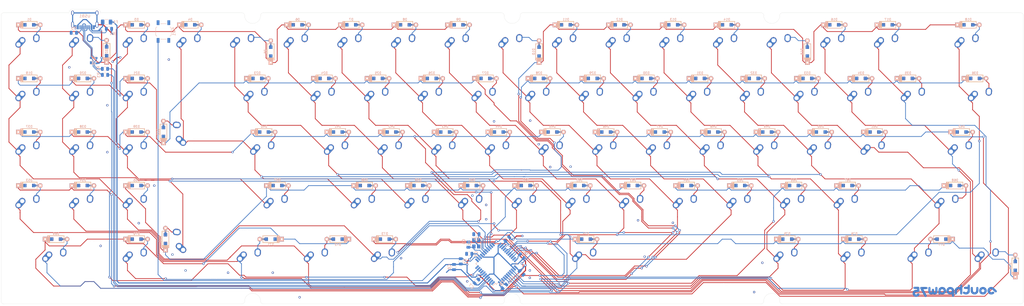
<source format=kicad_pcb>
(kicad_pcb (version 20171130) (host pcbnew "(5.1.4)-1")
  (layers (0 F.Cu signal hide) (31 B.Cu signal) (34 B.Paste user) (35 F.Paste user) (36 B.SilkS user) (37 F.SilkS user) (38 B.Mask user) (39 F.Mask user) (44 Edge.Cuts user))
  (net 0 "")
  (net 1 "Net-(D1-Pad2)")
  (net 2 "Net-(D2-Pad2)")
  (net 3 "Net-(D3-Pad2)")
  (net 4 "Net-(D4-Pad2)")
  (net 5 "Net-(D5-Pad2)")
  (net 6 "Net-(D6-Pad2)")
  (net 7 "Net-(D7-Pad2)")
  (net 8 "Net-(D8-Pad2)")
  (net 9 "Net-(D9-Pad2)")
  (net 10 "Net-(D10-Pad2)")
  (net 11 "Net-(D11-Pad2)")
  (net 12 "Net-(D12-Pad2)")
  (net 13 "Net-(D13-Pad2)")
  (net 14 "Net-(D14-Pad2)")
  (net 15 "Net-(D15-Pad2)")
  (net 16 "Net-(D16-Pad2)")
  (net 17 "Net-(D17-Pad2)")
  (net 18 "Net-(D18-Pad2)")
  (net 19 "Net-(D19-Pad2)")
  (net 20 "Net-(D20-Pad2)")
  (net 21 "Net-(D21-Pad2)")
  (net 22 "Net-(D22-Pad2)")
  (net 23 "Net-(D23-Pad2)")
  (net 24 "Net-(D24-Pad2)")
  (net 25 "Net-(D25-Pad2)")
  (net 26 "Net-(D26-Pad2)")
  (net 27 "Net-(D27-Pad2)")
  (net 28 "Net-(D28-Pad2)")
  (net 29 "Net-(D29-Pad2)")
  (net 30 "Net-(D30-Pad2)")
  (net 31 "Net-(D31-Pad2)")
  (net 32 "Net-(D32-Pad2)")
  (net 33 "Net-(D33-Pad2)")
  (net 34 "Net-(D34-Pad2)")
  (net 35 "Net-(D35-Pad2)")
  (net 36 "Net-(D36-Pad2)")
  (net 37 "Net-(D37-Pad2)")
  (net 38 "Net-(D38-Pad2)")
  (net 39 "Net-(D39-Pad2)")
  (net 40 "Net-(D40-Pad2)")
  (net 41 "Net-(D41-Pad2)")
  (net 42 "Net-(D42-Pad2)")
  (net 43 "Net-(D43-Pad2)")
  (net 44 "Net-(D44-Pad2)")
  (net 45 "Net-(D45-Pad2)")
  (net 46 "Net-(D46-Pad2)")
  (net 47 "Net-(D47-Pad2)")
  (net 48 "Net-(D48-Pad2)")
  (net 49 "Net-(D49-Pad2)")
  (net 50 "Net-(D50-Pad2)")
  (net 51 "Net-(D51-Pad2)")
  (net 52 "Net-(D52-Pad2)")
  (net 53 "Net-(D53-Pad2)")
  (net 54 "Net-(D54-Pad2)")
  (net 55 "Net-(D55-Pad2)")
  (net 56 "Net-(D56-Pad2)")
  (net 57 "Net-(D57-Pad2)")
  (net 58 "Net-(D58-Pad2)")
  (net 59 "Net-(D59-Pad2)")
  (net 60 "Net-(D60-Pad2)")
  (net 61 "Net-(D61-Pad2)")
  (net 62 "Net-(D62-Pad2)")
  (net 63 "Net-(D63-Pad2)")
  (net 64 "Net-(D64-Pad2)")
  (net 65 "Net-(D65-Pad2)")
  (net 66 "Net-(D66-Pad2)")
  (net 67 "Net-(D67-Pad2)")
  (net 68 "Net-(D68-Pad2)")
  (net 69 "Net-(D69-Pad2)")
  (net 70 "Net-(D70-Pad2)")
  (net 71 "Net-(D71-Pad2)")
  (net 72 "Net-(D72-Pad2)")
  (net 73 "Net-(D73-Pad2)")
  (net 74 "Net-(D74-Pad2)")
  (net 75 "Net-(D75-Pad2)")
  (net 76 "Net-(D76-Pad2)")
  (net 77 "Net-(D77-Pad2)")
  (net 78 "Net-(D78-Pad2)")
  (net 79 row0)
  (net 80 row1)
  (net 81 row2)
  (net 82 row3)
  (net 83 row4)
  (net 84 row5)
  (net 85 row6)
  (net 86 row7)
  (net 87 row8)
  (net 88 col0)
  (net 89 col1)
  (net 90 col2)
  (net 91 col3)
  (net 92 col4)
  (net 93 col5)
  (net 94 col6)
  (net 95 col7)
  (net 96 col8)
  (net 97 GND)
  (net 98 "Net-(R1-Pad2)")
  (net 99 +5V)
  (net 100 "Net-(C4-Pad2)")
  (net 101 "Net-(C5-Pad2)")
  (net 102 "Net-(C7-Pad2)")
  (net 103 VCC)
  (net 104 D+)
  (net 105 "Net-(R2-Pad1)")
  (net 106 D-)
  (net 107 "Net-(R3-Pad1)")
  (net 108 "Net-(R4-Pad1)")
  (net 109 "Net-(R5-Pad1)")
  (net 110 "Net-(R6-Pad2)")
  (net 111 "Net-(U1-Pad42)")
  (net 112 "Net-(U1-Pad32)")
  (net 113 "Net-(U1-Pad26)")
  (net 114 "Net-(U1-Pad12)")
  (net 115 "Net-(U1-Pad11)")
  (net 116 "Net-(U1-Pad9)")
  (net 117 "Net-(U1-Pad8)")
  (net 118 "Net-(U1-Pad1)")
  (net 119 "Net-(USB1-Pad3)")
  (net 120 "Net-(USB1-Pad9)")
  (module MX/Alps_Hybrid:MX-1U-NoLED (layer F.Cu) (at 170.731 -44.474)
    (fp_text reference K45)
    (fp_text value KEYSW)
    (pad 2 thru_hole oval (at 2.5 -4.5 86.0548) (size 2.831378 2.25) (drill 1.47 (offset 0.290689 0)) (layers *.Cu B.Mask) (net 45 "Net-(D45-Pad2)"))
    (pad 2 thru_hole circle (at 2.54 -5.08) (size 2.25 2.25) (drill 1.47) (layers *.Cu B.Mask) (net 45 "Net-(D45-Pad2)"))
    (pad 1 thru_hole oval (at -3.81 -2.54 48.0996) (size 4.211556 2.25) (drill 1.47 (offset 0.980778 0)) (layers *.Cu B.Mask) (net 96 col8))
    (pad "" np_thru_hole circle (at 0 0) (size 3.9878 3.9878) (drill 3.9878) (layers *.Cu *.Mask))
    (pad 1 thru_hole circle (at -2.5 -4) (size 2.25 2.25) (drill 1.47) (layers *.Cu B.Mask) (net 96 col8))
    (pad "" np_thru_hole circle (at -5.08 0 48.0996) (size 1.75 1.75) (drill 1.75) (layers *.Cu *.Mask))
    (pad "" np_thru_hole circle (at 5.08 0 48.0996) (size 1.75 1.75) (drill 1.75) (layers *.Cu *.Mask))
  )
  (module Capacitor_SMD:C_0805_2012Metric (layer B.Cu) (at 154.686 -15.9235 45)
    (fp_text reference C1 (at 0 1.65 45) (layer B.SilkS) (effects (justify mirror)))
    (fp_text value 0.1uF)
    (pad 2 smd roundrect (at 0.9375 0 45) (size 0.975 1.4) (layers B.Cu B.Paste B.Mask) (net 97 GND))
    (pad 1 smd roundrect (at -0.9375 0 45) (size 0.975 1.4) (layers B.Cu B.Paste B.Mask) (net 99 +5V))
  )
  (module Capacitor_SMD:C_0805_2012Metric (layer B.Cu) (at 153.67 0.889 45)
    (fp_text reference C8 (at 0.179605 -1.436841 45) (layer B.SilkS) (effects (justify mirror)))
    (fp_text value 0.1uF)
    (pad 2 smd roundrect (at 0.9375 0 45) (size 0.975 1.4) (layers B.Cu B.Paste B.Mask) (net 97 GND))
    (pad 1 smd roundrect (at -0.9375 0 45) (size 0.975 1.4) (layers B.Cu B.Paste B.Mask) (net 99 +5V))
  )
  (module MX/Alps_Hybrid:MX-1U-NoLED (layer F.Cu) (at 151.681 -44.474)
    (fp_text reference K44)
    (fp_text value KEYSW)
    (pad 2 thru_hole oval (at 2.5 -4.5 86.0548) (size 2.831378 2.25) (drill 1.47 (offset 0.290689 0)) (layers *.Cu B.Mask) (net 44 "Net-(D44-Pad2)"))
    (pad 2 thru_hole circle (at 2.54 -5.08) (size 2.25 2.25) (drill 1.47) (layers *.Cu B.Mask) (net 44 "Net-(D44-Pad2)"))
    (pad 1 thru_hole oval (at -3.81 -2.54 48.0996) (size 4.211556 2.25) (drill 1.47 (offset 0.980778 0)) (layers *.Cu B.Mask) (net 95 col7))
    (pad "" np_thru_hole circle (at 0 0) (size 3.9878 3.9878) (drill 3.9878) (layers *.Cu *.Mask))
    (pad 1 thru_hole circle (at -2.5 -4) (size 2.25 2.25) (drill 1.47) (layers *.Cu B.Mask) (net 95 col7))
    (pad "" np_thru_hole circle (at -5.08 0 48.0996) (size 1.75 1.75) (drill 1.75) (layers *.Cu *.Mask))
    (pad "" np_thru_hole circle (at 5.08 0 48.0996) (size 1.75 1.75) (drill 1.75) (layers *.Cu *.Mask))
  )
  (module MX/Alps_Hybrid:MX-1.25U-NoLED (layer F.Cu) (at 63.575 -6.374)
    (fp_text reference K71)
    (fp_text value KEYSW)
    (pad "" np_thru_hole circle (at 5.08 0 48.0996) (size 1.75 1.75) (drill 1.75) (layers *.Cu *.Mask))
    (pad "" np_thru_hole circle (at -5.08 0 48.0996) (size 1.75 1.75) (drill 1.75) (layers *.Cu *.Mask))
    (pad 1 thru_hole circle (at -2.5 -4) (size 2.25 2.25) (drill 1.47) (layers *.Cu B.Mask) (net 95 col7))
    (pad "" np_thru_hole circle (at 0 0) (size 3.9878 3.9878) (drill 3.9878) (layers *.Cu *.Mask))
    (pad 1 thru_hole oval (at -3.81 -2.54 48.0996) (size 4.211556 2.25) (drill 1.47 (offset 0.980778 0)) (layers *.Cu B.Mask) (net 95 col7))
    (pad 2 thru_hole circle (at 2.54 -5.08) (size 2.25 2.25) (drill 1.47) (layers *.Cu B.Mask) (net 71 "Net-(D71-Pad2)"))
    (pad 2 thru_hole oval (at 2.5 -4.5 86.0548) (size 2.831378 2.25) (drill 1.47 (offset 0.290689 0)) (layers *.Cu B.Mask) (net 71 "Net-(D71-Pad2)"))
  )
  (module MX/Alps_Hybrid:MX-1U-NoLED (layer F.Cu) (at 4.0442 -82.574)
    (fp_text reference K2)
    (fp_text value KEYSW)
    (pad 2 thru_hole oval (at 2.5 -4.5 86.0548) (size 2.831378 2.25) (drill 1.47 (offset 0.290689 0)) (layers *.Cu B.Mask) (net 2 "Net-(D2-Pad2)"))
    (pad 2 thru_hole circle (at 2.54 -5.08) (size 2.25 2.25) (drill 1.47) (layers *.Cu B.Mask) (net 2 "Net-(D2-Pad2)"))
    (pad 1 thru_hole oval (at -3.81 -2.54 48.0996) (size 4.211556 2.25) (drill 1.47 (offset 0.980778 0)) (layers *.Cu B.Mask) (net 89 col1))
    (pad "" np_thru_hole circle (at 0 0) (size 3.9878 3.9878) (drill 3.9878) (layers *.Cu *.Mask))
    (pad 1 thru_hole circle (at -2.5 -4) (size 2.25 2.25) (drill 1.47) (layers *.Cu B.Mask) (net 89 col1))
    (pad "" np_thru_hole circle (at -5.08 0 48.0996) (size 1.75 1.75) (drill 1.75) (layers *.Cu *.Mask))
    (pad "" np_thru_hole circle (at 5.08 0 48.0996) (size 1.75 1.75) (drill 1.75) (layers *.Cu *.Mask))
  )
  (module Capacitor_SMD:C_0805_2012Metric (layer B.Cu) (at 159.766 -3.8885 315)
    (fp_text reference C2 (at 0 1.65 135) (layer B.SilkS) (effects (justify mirror)))
    (fp_text value 0.1uF)
    (pad 2 smd roundrect (at 0.9375 0 315) (size 0.975 1.4) (layers B.Cu B.Paste B.Mask) (net 97 GND))
    (pad 1 smd roundrect (at -0.9375 0 315) (size 0.975 1.4) (layers B.Cu B.Paste B.Mask) (net 99 +5V))
  )
  (module digikey-footprints:TO-253-4 (layer B.Cu) (at 7.874 -79.375)
    (fp_text reference D79 (at 0 0 270) (layer B.SilkS) (effects (justify mirror)))
    (fp_text value PRTR5V0U2X_215)
    (pad 1 smd rect (at -1 0.75) (size 0.7 1) (layers B.Cu B.Paste B.Mask) (net 97 GND))
    (pad 3 smd rect (at 1 -0.95) (size 0.7 0.6) (layers B.Cu B.Paste B.Mask) (net 104 D+))
    (pad 4 smd rect (at 1 0.95) (size 0.7 0.6) (layers B.Cu B.Paste B.Mask) (net 103 VCC))
    (pad 2 smd rect (at -1 -0.95) (size 0.7 0.6) (layers B.Cu B.Paste B.Mask) (net 106 D-))
  )
  (module Capacitor_SMD:C_0805_2012Metric (layer B.Cu) (at 143.764 -0.889 45)
    (fp_text reference C7 (at -2.604274 -0.089803 135) (layer B.SilkS) (effects (justify mirror)))
    (fp_text value 1uF)
    (pad 2 smd roundrect (at 0.9375 0 45) (size 0.975 1.4) (layers B.Cu B.Paste B.Mask) (net 102 "Net-(C7-Pad2)"))
    (pad 1 smd roundrect (at -0.9375 0 45) (size 0.975 1.4) (layers B.Cu B.Paste B.Mask) (net 97 GND))
  )
  (module Capacitor_SMD:C_0805_2012Metric (layer B.Cu) (at 135.763 -5.969 270)
    (fp_text reference C6 (at 0 1.65 90) (layer B.SilkS) (effects (justify mirror)))
    (fp_text value 10uF)
    (pad 2 smd roundrect (at 0.9375 0 270) (size 0.975 1.4) (layers B.Cu B.Paste B.Mask) (net 97 GND))
    (pad 1 smd roundrect (at -0.9375 0 270) (size 0.975 1.4) (layers B.Cu B.Paste B.Mask) (net 99 +5V))
  )
  (module Capacitor_SMD:C_0805_2012Metric (layer B.Cu) (at 140.8938 -13.9423 270)
    (fp_text reference C5 (at -1.0437 1.65 90) (layer B.SilkS) (effects (justify mirror)))
    (fp_text value 10uF)
    (pad 1 smd roundrect (at -0.9375 0 270) (size 0.975 1.4) (layers B.Cu B.Paste B.Mask) (net 97 GND))
    (pad 2 smd roundrect (at 0.9375 0 270) (size 0.975 1.4) (layers B.Cu B.Paste B.Mask) (net 101 "Net-(C5-Pad2)"))
  )
  (module Capacitor_SMD:C_0805_2012Metric (layer B.Cu) (at 143.7155 -17.653)
    (fp_text reference C4 (at 0 1.65) (layer B.SilkS) (effects (justify mirror)))
    (fp_text value 10uf)
    (pad 2 smd roundrect (at 0.9375 0) (size 0.975 1.4) (layers B.Cu B.Paste B.Mask) (net 100 "Net-(C4-Pad2)"))
    (pad 1 smd roundrect (at -0.9375 0) (size 0.975 1.4) (layers B.Cu B.Paste B.Mask) (net 97 GND))
  )
  (module Capacitor_SMD:C_0805_2012Metric (layer B.Cu) (at 141.1755 -10.668 180)
    (fp_text reference C3 (at -2.4615 0 270) (layer B.SilkS) (effects (justify mirror)))
    (fp_text value 0.1uF)
    (pad 1 smd roundrect (at -0.9375 0 180) (size 0.975 1.4) (layers B.Cu B.Paste B.Mask) (net 99 +5V))
    (pad 2 smd roundrect (at 0.9375 0 180) (size 0.975 1.4) (layers B.Cu B.Paste B.Mask) (net 97 GND))
  )
  (module Crystal:Crystal_SMD_3225-4Pin_3.2x2.5mm (layer B.Cu) (at 143.676 -14.394 270)
    (fp_text reference Y1 (at 0 2.45 90) (layer B.SilkS) (effects (justify mirror)))
    (fp_text value 16MHz)
    (pad 1 smd rect (at -1.1 -0.85 270) (size 1.4 1.2) (layers B.Cu B.Paste B.Mask) (net 100 "Net-(C4-Pad2)"))
    (pad 2 smd rect (at 1.1 -0.85 270) (size 1.4 1.2) (layers B.Cu B.Paste B.Mask) (net 97 GND))
    (pad 3 smd rect (at 1.1 0.85 270) (size 1.4 1.2) (layers B.Cu B.Paste B.Mask) (net 101 "Net-(C5-Pad2)"))
    (pad 4 smd rect (at -1.1 0.85 270) (size 1.4 1.2) (layers B.Cu B.Paste B.Mask) (net 97 GND))
  )
  (module Type-C:HRO-TYPE-C-31-M-12 (layer B.Cu) (at 4.699 -98.933)
    (fp_text reference USB1 (at 0 3.683) (layer B.SilkS) (effects (justify mirror)))
    (fp_text value HRO-TYPE-C-31-M-12)
    (pad 13 thru_hole oval (at 4.32 2.6) (size 1 1.6) (drill oval 0.6 1.2) (layers *.Cu F.Mask) (net 97 GND))
    (pad 13 thru_hole oval (at -4.32 2.6) (size 1 1.6) (drill oval 0.6 1.2) (layers *.Cu F.Mask) (net 97 GND))
    (pad 13 thru_hole oval (at 4.32 6.78) (size 1 2.1) (drill oval 0.6 1.7) (layers *.Cu F.Mask) (net 97 GND))
    (pad 13 thru_hole oval (at -4.32 6.78) (size 1 2.1) (drill oval 0.6 1.7) (layers *.Cu F.Mask) (net 97 GND))
    (pad "" np_thru_hole circle (at -2.89 6.25) (size 0.65 0.65) (drill 0.65) (layers *.Cu *.Mask))
    (pad "" np_thru_hole circle (at 2.89 6.25) (size 0.65 0.65) (drill 0.65) (layers *.Cu *.Mask))
    (pad 6 smd rect (at -0.25 7.695) (size 0.3 1.45) (layers B.Cu B.Paste B.Mask) (net 104 D+))
    (pad 7 smd rect (at 0.25 7.695) (size 0.3 1.45) (layers B.Cu B.Paste B.Mask) (net 106 D-))
    (pad 8 smd rect (at 0.75 7.695) (size 0.3 1.45) (layers B.Cu B.Paste B.Mask) (net 104 D+))
    (pad 5 smd rect (at -0.75 7.695) (size 0.3 1.45) (layers B.Cu B.Paste B.Mask) (net 106 D-))
    (pad 9 smd rect (at 1.25 7.695) (size 0.3 1.45) (layers B.Cu B.Paste B.Mask) (net 120 "Net-(USB1-Pad9)"))
    (pad 4 smd rect (at -1.25 7.695) (size 0.3 1.45) (layers B.Cu B.Paste B.Mask) (net 109 "Net-(R5-Pad1)"))
    (pad 10 smd rect (at 1.75 7.695) (size 0.3 1.45) (layers B.Cu B.Paste B.Mask) (net 108 "Net-(R4-Pad1)"))
    (pad 3 smd rect (at -1.75 7.695) (size 0.3 1.45) (layers B.Cu B.Paste B.Mask) (net 119 "Net-(USB1-Pad3)"))
    (pad 2 smd rect (at -2.45 7.695) (size 0.6 1.45) (layers B.Cu B.Paste B.Mask) (net 103 VCC))
    (pad 11 smd rect (at 2.45 7.695) (size 0.6 1.45) (layers B.Cu B.Paste B.Mask) (net 103 VCC))
    (pad 1 smd rect (at -3.225 7.695) (size 0.6 1.45) (layers B.Cu B.Paste B.Mask) (net 97 GND))
    (pad 12 smd rect (at 3.225 7.695) (size 0.6 1.45) (layers B.Cu B.Paste B.Mask) (net 97 GND))
  )
  (module Package_QFP:TQFP-44_10x10mm_P0.8mm (layer B.Cu) (at 150.8125 -7.14375 45)
    (fp_text reference U1 (at 0 7.45 45) (layer B.SilkS) (effects (justify mirror)))
    (fp_text value ATmega32U4-AU)
    (pad 1 smd rect (at -5.7 4 45) (size 1.5 0.55) (layers B.Cu B.Paste B.Mask) (net 118 "Net-(U1-Pad1)"))
    (pad 2 smd rect (at -5.7 3.2 45) (size 1.5 0.55) (layers B.Cu B.Paste B.Mask) (net 99 +5V))
    (pad 3 smd rect (at -5.7 2.4 45) (size 1.5 0.55) (layers B.Cu B.Paste B.Mask) (net 107 "Net-(R3-Pad1)"))
    (pad 4 smd rect (at -5.7 1.6 45) (size 1.5 0.55) (layers B.Cu B.Paste B.Mask) (net 105 "Net-(R2-Pad1)"))
    (pad 5 smd rect (at -5.7 0.8 45) (size 1.5 0.55) (layers B.Cu B.Paste B.Mask) (net 97 GND))
    (pad 6 smd rect (at -5.7 0 45) (size 1.5 0.55) (layers B.Cu B.Paste B.Mask) (net 102 "Net-(C7-Pad2)"))
    (pad 7 smd rect (at -5.7 -0.8 45) (size 1.5 0.55) (layers B.Cu B.Paste B.Mask) (net 99 +5V))
    (pad 8 smd rect (at -5.7 -1.6 45) (size 1.5 0.55) (layers B.Cu B.Paste B.Mask) (net 117 "Net-(U1-Pad8)"))
    (pad 9 smd rect (at -5.7 -2.4 45) (size 1.5 0.55) (layers B.Cu B.Paste B.Mask) (net 116 "Net-(U1-Pad9)"))
    (pad 10 smd rect (at -5.7 -3.2 45) (size 1.5 0.55) (layers B.Cu B.Paste B.Mask) (net 79 row0))
    (pad 11 smd rect (at -5.7 -4 45) (size 1.5 0.55) (layers B.Cu B.Paste B.Mask) (net 115 "Net-(U1-Pad11)"))
    (pad 12 smd rect (at -4 -5.7 315) (size 1.5 0.55) (layers B.Cu B.Paste B.Mask) (net 114 "Net-(U1-Pad12)"))
    (pad 13 smd rect (at -3.2 -5.7 315) (size 1.5 0.55) (layers B.Cu B.Paste B.Mask) (net 98 "Net-(R1-Pad2)"))
    (pad 14 smd rect (at -2.4 -5.7 315) (size 1.5 0.55) (layers B.Cu B.Paste B.Mask) (net 99 +5V))
    (pad 15 smd rect (at -1.6 -5.7 315) (size 1.5 0.55) (layers B.Cu B.Paste B.Mask) (net 97 GND))
    (pad 16 smd rect (at -0.8 -5.7 315) (size 1.5 0.55) (layers B.Cu B.Paste B.Mask) (net 101 "Net-(C5-Pad2)"))
    (pad 17 smd rect (at 0 -5.7 315) (size 1.5 0.55) (layers B.Cu B.Paste B.Mask) (net 100 "Net-(C4-Pad2)"))
    (pad 18 smd rect (at 0.8 -5.7 315) (size 1.5 0.55) (layers B.Cu B.Paste B.Mask) (net 93 col5))
    (pad 19 smd rect (at 1.6 -5.7 315) (size 1.5 0.55) (layers B.Cu B.Paste B.Mask) (net 94 col6))
    (pad 20 smd rect (at 2.4 -5.7 315) (size 1.5 0.55) (layers B.Cu B.Paste B.Mask) (net 85 row6))
    (pad 21 smd rect (at 3.2 -5.7 315) (size 1.5 0.55) (layers B.Cu B.Paste B.Mask) (net 83 row4))
    (pad 22 smd rect (at 4 -5.7 315) (size 1.5 0.55) (layers B.Cu B.Paste B.Mask) (net 87 row8))
    (pad 23 smd rect (at 5.7 -4 45) (size 1.5 0.55) (layers B.Cu B.Paste B.Mask) (net 97 GND))
    (pad 24 smd rect (at 5.7 -3.2 45) (size 1.5 0.55) (layers B.Cu B.Paste B.Mask) (net 99 +5V))
    (pad 25 smd rect (at 5.7 -2.4 45) (size 1.5 0.55) (layers B.Cu B.Paste B.Mask) (net 82 row3))
    (pad 26 smd rect (at 5.7 -1.6 45) (size 1.5 0.55) (layers B.Cu B.Paste B.Mask) (net 113 "Net-(U1-Pad26)"))
    (pad 27 smd rect (at 5.7 -0.8 45) (size 1.5 0.55) (layers B.Cu B.Paste B.Mask) (net 95 col7))
    (pad 28 smd rect (at 5.7 0 45) (size 1.5 0.55) (layers B.Cu B.Paste B.Mask) (net 96 col8))
    (pad 29 smd rect (at 5.7 0.8 45) (size 1.5 0.55) (layers B.Cu B.Paste B.Mask) (net 86 row7))
    (pad 30 smd rect (at 5.7 1.6 45) (size 1.5 0.55) (layers B.Cu B.Paste B.Mask) (net 88 col0))
    (pad 31 smd rect (at 5.7 2.4 45) (size 1.5 0.55) (layers B.Cu B.Paste B.Mask) (net 81 row2))
    (pad 32 smd rect (at 5.7 3.2 45) (size 1.5 0.55) (layers B.Cu B.Paste B.Mask) (net 112 "Net-(U1-Pad32)"))
    (pad 33 smd rect (at 5.7 4 45) (size 1.5 0.55) (layers B.Cu B.Paste B.Mask) (net 110 "Net-(R6-Pad2)"))
    (pad 34 smd rect (at 4 5.7 315) (size 1.5 0.55) (layers B.Cu B.Paste B.Mask) (net 99 +5V))
    (pad 35 smd rect (at 3.2 5.7 315) (size 1.5 0.55) (layers B.Cu B.Paste B.Mask) (net 97 GND))
    (pad 36 smd rect (at 2.4 5.7 315) (size 1.5 0.55) (layers B.Cu B.Paste B.Mask) (net 89 col1))
    (pad 37 smd rect (at 1.6 5.7 315) (size 1.5 0.55) (layers B.Cu B.Paste B.Mask) (net 90 col2))
    (pad 38 smd rect (at 0.8 5.7 315) (size 1.5 0.55) (layers B.Cu B.Paste B.Mask) (net 91 col3))
    (pad 39 smd rect (at 0 5.7 315) (size 1.5 0.55) (layers B.Cu B.Paste B.Mask) (net 92 col4))
    (pad 40 smd rect (at -0.8 5.7 315) (size 1.5 0.55) (layers B.Cu B.Paste B.Mask) (net 84 row5))
    (pad 41 smd rect (at -1.6 5.7 315) (size 1.5 0.55) (layers B.Cu B.Paste B.Mask) (net 80 row1))
    (pad 42 smd rect (at -2.4 5.7 315) (size 1.5 0.55) (layers B.Cu B.Paste B.Mask) (net 111 "Net-(U1-Pad42)"))
    (pad 43 smd rect (at -3.2 5.7 315) (size 1.5 0.55) (layers B.Cu B.Paste B.Mask) (net 97 GND))
    (pad 44 smd rect (at -4 5.7 315) (size 1.5 0.55) (layers B.Cu B.Paste B.Mask) (net 99 +5V))
  )
  (module Resistor_SMD:R_0805_2012Metric (layer B.Cu) (at 159.865087 -9.806913 135)
    (fp_text reference R6 (at 0 1.65 135) (layer B.SilkS) (effects (justify mirror)))
    (fp_text value 10k)
    (pad 1 smd roundrect (at -0.9375 0 135) (size 0.975 1.4) (layers B.Cu B.Paste B.Mask) (net 97 GND))
    (pad 2 smd roundrect (at 0.9375 0 135) (size 0.975 1.4) (layers B.Cu B.Paste B.Mask) (net 110 "Net-(R6-Pad2)"))
  )
  (module Resistor_SMD:R_0805_2012Metric (layer B.Cu) (at 0.8105 -89.281 180)
    (fp_text reference R5 (at 0 1.65) (layer B.SilkS) (effects (justify mirror)))
    (fp_text value 5.1k)
    (pad 1 smd roundrect (at -0.9375 0 180) (size 0.975 1.4) (layers B.Cu B.Paste B.Mask) (net 109 "Net-(R5-Pad1)"))
    (pad 2 smd roundrect (at 0.9375 0 180) (size 0.975 1.4) (layers B.Cu B.Paste B.Mask) (net 97 GND))
  )
  (module Resistor_SMD:R_0805_2012Metric (layer B.Cu) (at 13.2865 -90.678)
    (fp_text reference R4 (at 1.3185 1.778) (layer B.SilkS) (effects (justify mirror)))
    (fp_text value 5.1k)
    (pad 1 smd roundrect (at -0.9375 0) (size 0.975 1.4) (layers B.Cu B.Paste B.Mask) (net 108 "Net-(R4-Pad1)"))
    (pad 2 smd roundrect (at 0.9375 0) (size 0.975 1.4) (layers B.Cu B.Paste B.Mask) (net 97 GND))
  )
  (module Resistor_SMD:R_0805_2012Metric (layer B.Cu) (at 11.8895 -74.295 180)
    (fp_text reference R3 (at 2.2375 0 90) (layer B.SilkS) (effects (justify mirror)))
    (fp_text value 22)
    (pad 1 smd roundrect (at -0.9375 0 180) (size 0.975 1.4) (layers B.Cu B.Paste B.Mask) (net 107 "Net-(R3-Pad1)"))
    (pad 2 smd roundrect (at 0.9375 0 180) (size 0.975 1.4) (layers B.Cu B.Paste B.Mask) (net 106 D-))
  )
  (module Resistor_SMD:R_0805_2012Metric (layer B.Cu) (at 11.8595 -76.454 180)
    (fp_text reference R2 (at 2.3345 0.127 90) (layer B.SilkS) (effects (justify mirror)))
    (fp_text value 22)
    (pad 1 smd roundrect (at -0.9375 0 180) (size 0.975 1.4) (layers B.Cu B.Paste B.Mask) (net 105 "Net-(R2-Pad1)"))
    (pad 2 smd roundrect (at 0.9375 0 180) (size 0.975 1.4) (layers B.Cu B.Paste B.Mask) (net 104 D+))
  )
  (module Resistor_SMD:R_0805_2012Metric (layer B.Cu) (at 138.176 -8.001 90)
    (fp_text reference R1 (at 0 1.65 90) (layer B.SilkS) (effects (justify mirror)))
    (fp_text value 10k)
    (pad 1 smd roundrect (at -0.9375 0 90) (size 0.975 1.4) (layers B.Cu B.Paste B.Mask) (net 99 +5V))
    (pad 2 smd roundrect (at 0.9375 0 90) (size 0.975 1.4) (layers B.Cu B.Paste B.Mask) (net 98 "Net-(R1-Pad2)"))
  )
  (module Fuse:Fuse_1206_3216Metric (layer B.Cu) (at 12.443 -93.091)
    (fp_text reference F1 (at 3.178 0) (layer B.SilkS) (effects (justify mirror)))
    (fp_text value 500mA)
    (pad 1 smd roundrect (at -1.4 0) (size 1.25 1.75) (layers B.Cu B.Paste B.Mask) (roundrect_rratio 0.2) (net 103 VCC))
    (pad 2 smd roundrect (at 1.4 0) (size 1.25 1.75) (layers B.Cu B.Paste B.Mask) (roundrect_rratio 0.2) (net 99 +5V))
  )
  (module Logos:southpaw75smallcopy (layer B.Cu) (at 313.563 2.44475 180)
    (fp_text reference G*** hide)
    (fp_text value LOGO hide)
    (fp_poly (pts (xy 12.228876 1.175838) (xy 12.29661 1.019696) (xy 12.27407 0.852157) (xy 12.267208 0.831793) (xy 12.211696 0.704997) (xy 12.10685 0.494265) (xy 11.962971 0.218177) (xy 11.79036 -0.104687) (xy 11.599319 -0.455745) (xy 11.400147 -0.816417) (xy 11.203147 -1.168122) (xy 11.018619 -1.49228) (xy 10.856864 -1.770309) (xy 10.728182 -1.983628) (xy 10.642876 -2.113658) (xy 10.617946 -2.143125) (xy 10.428308 -2.217171) (xy 10.213803 -2.181046) (xy 10.110629 -2.123649) (xy 9.991677 -1.96985) (xy 9.970021 -1.853774) (xy 9.999656 -1.746108) (xy 10.081991 -1.547585) (xy 10.207679 -1.278162) (xy 10.367376 -0.957793) (xy 10.551735 -0.606435) (xy 10.570554 -0.5715) (xy 11.170566 0.53975) (xy 10.501199 0.5715) (xy 10.19202 0.589375) (xy 9.984753 0.611457) (xy 9.854314 0.642865) (xy 9.775619 0.688722) (xy 9.741916 0.726512) (xy 9.659111 0.912002) (xy 9.694863 1.098713) (xy 9.75085 1.192371) (xy 9.791009 1.242684) (xy 9.843029 1.279356) (xy 9.925786 1.304542) (xy 10.058154 1.320395) (xy 10.25901 1.32907) (xy 10.547229 1.332719) (xy 10.941686 1.333498) (xy 10.987636 1.3335) (xy 12.125572 1.3335) (xy 12.228876 1.175838)) (layer B.Cu) (width 0.01))
    (fp_poly (pts (xy 1.95101 1.302242) (xy 2.127643 1.264781) (xy 2.270392 1.194593) (xy 2.392464 1.104357) (xy 2.708872 0.787813) (xy 2.900844 0.447783) (xy 2.952999 0.252522) (xy 2.961421 -0.157582) (xy 2.854783 -0.547229) (xy 2.643922 -0.890675) (xy 2.364451 -1.145593) (xy 2.2359 -1.223025) (xy 2.103284 -1.269912) (xy 1.929564 -1.293592) (xy 1.6777 -1.301403) (xy 1.576277 -1.30175) (xy 1.016 -1.30175) (xy 1.016 -1.607549) (xy 0.998461 -1.880572) (xy 0.936819 -2.050216) (xy 0.81753 -2.13637) (xy 0.640541 -2.159) (xy 0.462404 -2.136784) (xy 0.335359 -2.081992) (xy 0.321455 -2.068516) (xy 0.293221 -1.987927) (xy 0.274071 -1.81891) (xy 0.263593 -1.551617) (xy 0.261378 -1.176197) (xy 0.266055 -0.741047) (xy 0.277853 0) (xy 1.050636 0) (xy 1.071781 -0.203726) (xy 1.152801 -0.347566) (xy 1.227359 -0.419489) (xy 1.459264 -0.549367) (xy 1.701937 -0.567177) (xy 1.924951 -0.473546) (xy 2.003282 -0.403477) (xy 2.117135 -0.207903) (xy 2.159073 0.024273) (xy 2.123704 0.240362) (xy 2.077605 0.323003) (xy 1.874715 0.496131) (xy 1.633632 0.562653) (xy 1.387033 0.518861) (xy 1.227359 0.41949) (xy 1.104774 0.282043) (xy 1.055784 0.117274) (xy 1.050636 0) (xy 0.277853 0) (xy 0.28575 0.495938) (xy 0.485674 0.771708) (xy 0.748045 1.05877) (xy 1.049998 1.237489) (xy 1.413037 1.317647) (xy 1.693964 1.321437) (xy 1.95101 1.302242)) (layer B.Cu) (width 0.01))
    (fp_poly (pts (xy 13.663533 1.397) (xy 14.016497 1.39509) (xy 14.264702 1.387575) (xy 14.430354 1.371777) (xy 14.535662 1.345021) (xy 14.602831 1.304629) (xy 14.626908 1.280875) (xy 14.718185 1.100117) (xy 14.713064 0.901544) (xy 14.615874 0.740092) (xy 14.525467 0.686551) (xy 14.380991 0.653879) (xy 14.156105 0.638114) (xy 13.917374 0.635001) (xy 13.643753 0.633795) (xy 13.472921 0.625779) (xy 13.380668 0.604353) (xy 13.342783 0.562916) (xy 13.335057 0.494871) (xy 13.335 0.47625) (xy 13.342545 0.38991) (xy 13.384594 0.342377) (xy 13.490267 0.322104) (xy 13.688684 0.317544) (xy 13.735317 0.3175) (xy 13.993875 0.305653) (xy 14.188362 0.25919) (xy 14.380391 0.161728) (xy 14.424666 0.134202) (xy 14.703105 -0.110763) (xy 14.887495 -0.41641) (xy 14.977835 -0.758078) (xy 14.974126 -1.111105) (xy 14.876368 -1.450828) (xy 14.68456 -1.752585) (xy 14.424666 -1.975701) (xy 14.220728 -2.087684) (xy 14.027868 -2.142086) (xy 13.781155 -2.156309) (xy 13.751192 -2.156193) (xy 13.378262 -2.117237) (xy 13.136311 -2.031619) (xy 12.916808 -1.882379) (xy 12.731163 -1.696612) (xy 12.607784 -1.507458) (xy 12.573 -1.374507) (xy 12.620423 -1.153071) (xy 12.746368 -1.011846) (xy 12.926349 -0.956756) (xy 13.135881 -0.993727) (xy 13.350476 -1.128685) (xy 13.3985 -1.17475) (xy 13.579709 -1.333841) (xy 13.731125 -1.387316) (xy 13.885391 -1.340152) (xy 13.993186 -1.265391) (xy 14.126935 -1.105362) (xy 14.1605 -0.920749) (xy 14.125295 -0.718516) (xy 14.011492 -0.577062) (xy 13.806812 -0.489555) (xy 13.498974 -0.449163) (xy 13.304528 -0.444499) (xy 13.021019 -0.439538) (xy 12.822187 -0.411913) (xy 12.693027 -0.342511) (xy 12.618534 -0.212221) (xy 12.583704 -0.001929) (xy 12.573531 0.307476) (xy 12.573 0.487284) (xy 12.574364 0.817083) (xy 12.590238 1.055703) (xy 12.638292 1.217886) (xy 12.736197 1.318372) (xy 12.901625 1.371901) (xy 13.152245 1.393216) (xy 13.50573 1.397057) (xy 13.663533 1.397)) (layer B.Cu) (width 0.01))
    (fp_poly (pts (xy -12.654355 1.308526) (xy -12.378745 1.234231) (xy -12.332346 1.21268) (xy -12.007316 0.982877) (xy -11.77522 0.688858) (xy -11.63611 0.352196) (xy -11.59004 -0.005537) (xy -11.637064 -0.36277) (xy -11.777235 -0.69793) (xy -12.010607 -0.989445) (xy -12.326334 -1.210241) (xy -12.631532 -1.308775) (xy -12.985583 -1.336417) (xy -13.335769 -1.294048) (xy -13.618852 -1.188625) (xy -13.798274 -1.061085) (xy -13.939245 -0.916521) (xy -13.966798 -0.875079) (xy -14.024346 -0.748606) (xy -14.011268 -0.649518) (xy -13.930576 -0.526785) (xy -13.75484 -0.368382) (xy -13.558408 -0.335173) (xy -13.344611 -0.427643) (xy -13.328926 -0.43895) (xy -13.080526 -0.557213) (xy -12.834305 -0.550407) (xy -12.603819 -0.419478) (xy -12.568116 -0.385884) (xy -12.413773 -0.163592) (xy -12.385889 0.063603) (xy -12.484464 0.288896) (xy -12.568116 0.385885) (xy -12.721336 0.516544) (xy -12.866576 0.578591) (xy -13.021353 0.566278) (xy -13.203186 0.473859) (xy -13.429594 0.295587) (xy -13.718093 0.025715) (xy -13.744375 0) (xy -13.998891 -0.244632) (xy -14.186062 -0.410137) (xy -14.324943 -0.510466) (xy -14.434593 -0.559571) (xy -14.525036 -0.5715) (xy -14.743722 -0.521901) (xy -14.881384 -0.383294) (xy -14.9225 -0.200585) (xy -14.900016 -0.102869) (xy -14.824278 0.022977) (xy -14.682861 0.192839) (xy -14.463339 0.422605) (xy -14.335125 0.550404) (xy -14.094905 0.779906) (xy -13.86752 0.983685) (xy -13.677682 1.140445) (xy -13.550102 1.228886) (xy -13.544529 1.231775) (xy -13.291442 1.308152) (xy -12.976652 1.333452) (xy -12.654355 1.308526)) (layer B.Cu) (width 0.01))
    (fp_poly (pts (xy -9.580219 1.277575) (xy -9.276668 1.157924) (xy -9.199237 1.109329) (xy -8.905247 0.837927) (xy -8.723055 0.512495) (xy -8.648412 0.123879) (xy -8.648914 -0.076638) (xy -8.724727 -0.498614) (xy -8.897895 -0.842652) (xy -9.160237 -1.100988) (xy -9.503568 -1.265853) (xy -9.919708 -1.329484) (xy -9.9695 -1.329969) (xy -10.219433 -1.31615) (xy -10.445963 -1.281788) (xy -10.57275 -1.244569) (xy -10.74772 -1.140728) (xy -10.924416 -0.997465) (xy -10.943772 -0.9785) (xy -11.187633 -0.651577) (xy -11.320266 -0.291326) (xy -11.340087 0.003015) (xy -10.541 0.003015) (xy -10.487971 -0.249758) (xy -10.347689 -0.436845) (xy -10.14836 -0.545453) (xy -9.918192 -0.56279) (xy -9.685394 -0.476065) (xy -9.60936 -0.419489) (xy -9.486775 -0.282042) (xy -9.437785 -0.117273) (xy -9.432637 0) (xy -9.484218 0.257643) (xy -9.621445 0.443548) (xy -9.818039 0.545998) (xy -10.047726 0.553276) (xy -10.284228 0.453666) (xy -10.345628 0.407106) (xy -10.484581 0.257899) (xy -10.537133 0.091123) (xy -10.541 0.003015) (xy -11.340087 0.003015) (xy -11.345376 0.081548) (xy -11.266667 0.446339) (xy -11.087844 0.782344) (xy -10.812611 1.068858) (xy -10.547226 1.237762) (xy -10.262814 1.322003) (xy -9.924706 1.333771) (xy -9.580219 1.277575)) (layer B.Cu) (width 0.01))
    (fp_poly (pts (xy -7.765765 1.301528) (xy -7.698176 1.254125) (xy -7.669091 1.160475) (xy -7.641476 0.970401) (xy -7.619017 0.714461) (xy -7.608164 0.508) (xy -7.585988 0.141132) (xy -7.547081 -0.121321) (xy -7.483673 -0.301624) (xy -7.387998 -0.422045) (xy -7.25531 -0.503481) (xy -6.992492 -0.567625) (xy -6.751963 -0.507335) (xy -6.623539 -0.418353) (xy -6.546148 -0.34569) (xy -6.493777 -0.268253) (xy -6.460012 -0.159373) (xy -6.438443 0.007622) (xy -6.422656 0.259404) (xy -6.413623 0.454772) (xy -6.396519 0.750007) (xy -6.374436 1.001596) (xy -6.350405 1.180463) (xy -6.330378 1.254126) (xy -6.226041 1.31503) (xy -6.058382 1.330674) (xy -5.881987 1.30298) (xy -5.751445 1.233873) (xy -5.751286 1.233715) (xy -5.706396 1.16263) (xy -5.676655 1.041306) (xy -5.659462 0.847647) (xy -5.652213 0.559553) (xy -5.6515 0.386452) (xy -5.654279 0.052743) (xy -5.665591 -0.185069) (xy -5.6899 -0.358022) (xy -5.73167 -0.497153) (xy -5.795365 -0.6335) (xy -5.799251 -0.640887) (xy -5.94652 -0.852307) (xy -6.141339 -1.051622) (xy -6.216002 -1.110218) (xy -6.387227 -1.216551) (xy -6.55512 -1.27813) (xy -6.769757 -1.30941) (xy -6.941377 -1.319631) (xy -7.251485 -1.319574) (xy -7.47109 -1.284615) (xy -7.58825 -1.237272) (xy -7.92475 -0.994835) (xy -8.184657 -0.681552) (xy -8.261613 -0.53975) (xy -8.323046 -0.341061) (xy -8.365056 -0.073075) (xy -8.387568 0.232916) (xy -8.390506 0.545621) (xy -8.373795 0.833748) (xy -8.33736 1.066004) (xy -8.281125 1.211099) (xy -8.265875 1.228409) (xy -8.11609 1.30562) (xy -7.930566 1.330845) (xy -7.765765 1.301528)) (layer B.Cu) (width 0.01))
    (fp_poly (pts (xy -4.781231 2.141555) (xy -4.651269 2.085754) (xy -4.648201 2.082801) (xy -4.602907 1.977416) (xy -4.575613 1.79796) (xy -4.572 1.701801) (xy -4.572 1.397) (xy -4.010342 1.397) (xy -3.676867 1.384972) (xy -3.450869 1.34287) (xy -3.314585 1.261672) (xy -3.250247 1.132354) (xy -3.2385 1.004967) (xy -3.26534 0.845436) (xy -3.356918 0.736571) (xy -3.529818 0.670621) (xy -3.800629 0.639833) (xy -4.030069 0.635) (xy -4.589388 0.635) (xy -4.555144 0.208397) (xy -4.529112 -0.032592) (xy -4.487799 -0.189319) (xy -4.414776 -0.304517) (xy -4.323199 -0.394853) (xy -4.113058 -0.532473) (xy -3.896974 -0.559984) (xy -3.648138 -0.47863) (xy -3.55813 -0.430334) (xy -3.315349 -0.339473) (xy -3.106804 -0.355683) (xy -2.951772 -0.474503) (xy -2.895729 -0.583585) (xy -2.881394 -0.785833) (xy -2.972724 -0.96691) (xy -3.149169 -1.119728) (xy -3.390176 -1.237197) (xy -3.675194 -1.312228) (xy -3.983672 -1.337731) (xy -4.295058 -1.306618) (xy -4.588801 -1.211798) (xy -4.641388 -1.185749) (xy -4.852386 -1.038753) (xy -5.051889 -0.843904) (xy -5.11175 -0.767756) (xy -5.30225 -0.497512) (xy -5.321945 0.740261) (xy -5.326767 1.220813) (xy -5.323701 1.584436) (xy -5.312337 1.840978) (xy -5.292263 2.000289) (xy -5.266545 2.068517) (xy -5.147766 2.131576) (xy -4.966362 2.156376) (xy -4.781231 2.141555)) (layer B.Cu) (width 0.01))
    (fp_poly (pts (xy -2.082076 2.097293) (xy -2.010092 2.042875) (xy -1.931438 1.873206) (xy -1.905 1.612175) (xy -1.905 1.297599) (xy -1.466299 1.322388) (xy -1.089573 1.321107) (xy -0.795754 1.260514) (xy -0.549786 1.12835) (xy -0.32742 0.924157) (xy -0.16342 0.720661) (xy -0.050833 0.508107) (xy 0.018809 0.256789) (xy 0.05397 -0.062996) (xy 0.063145 -0.446245) (xy 0.053194 -0.806787) (xy 0.017553 -1.05866) (xy -0.051718 -1.218952) (xy -0.162562 -1.304748) (xy -0.322921 -1.333134) (xy -0.34925 -1.3335) (xy -0.513696 -1.313211) (xy -0.629444 -1.240918) (xy -0.704162 -1.099477) (xy -0.745514 -0.871747) (xy -0.761167 -0.540583) (xy -0.762 -0.410501) (xy -0.763728 -0.117792) (xy -0.773241 0.077521) (xy -0.797038 0.205037) (xy -0.841614 0.294354) (xy -0.913467 0.37507) (xy -0.9401 0.40087) (xy -1.166107 0.543027) (xy -1.407111 0.562195) (xy -1.644845 0.45795) (xy -1.694962 0.418354) (xy -1.771496 0.34672) (xy -1.823558 0.270607) (xy -1.857314 0.163822) (xy -1.878934 0.000172) (xy -1.894584 -0.246539) (xy -1.904878 -0.473101) (xy -1.923125 -0.817862) (xy -1.94948 -1.055512) (xy -1.993808 -1.205928) (xy -2.065973 -1.288986) (xy -2.175839 -1.324563) (xy -2.331391 -1.332527) (xy -2.520819 -1.292978) (xy -2.601266 -1.210674) (xy -2.623969 -1.105815) (xy -2.642056 -0.899007) (xy -2.655594 -0.611574) (xy -2.664652 -0.26484) (xy -2.669297 0.119871) (xy -2.669596 0.521234) (xy -2.665618 0.917926) (xy -2.65743 1.288622) (xy -2.645101 1.611997) (xy -2.628697 1.866728) (xy -2.608287 2.031491) (xy -2.5908 2.082801) (xy -2.449238 2.147913) (xy -2.259514 2.151359) (xy -2.082076 2.097293)) (layer B.Cu) (width 0.01))
    (fp_poly (pts (xy 4.778969 1.32426) (xy 4.959808 1.285087) (xy 5.132808 1.198806) (xy 5.243025 1.127125) (xy 5.460052 0.959067) (xy 5.616311 0.778261) (xy 5.721937 0.559639) (xy 5.787066 0.278137) (xy 5.821834 -0.091315) (xy 5.831316 -0.327848) (xy 5.837307 -0.708025) (xy 5.825873 -0.979456) (xy 5.79049 -1.159929) (xy 5.724637 -1.267227) (xy 5.62179 -1.319138) (xy 5.475427 -1.333446) (xy 5.462513 -1.3335) (xy 5.294623 -1.319196) (xy 5.187987 -1.283703) (xy 5.176749 -1.272426) (xy 5.088442 -1.244002) (xy 4.978368 -1.272426) (xy 4.756117 -1.319252) (xy 4.472167 -1.329906) (xy 4.182648 -1.306624) (xy 3.943687 -1.251642) (xy 3.889772 -1.229065) (xy 3.58946 -1.017387) (xy 3.344851 -0.722176) (xy 3.178378 -0.378893) (xy 3.112476 -0.022996) (xy 3.112413 -0.017581) (xy 3.937018 -0.017581) (xy 3.988849 -0.225664) (xy 4.108278 -0.403164) (xy 4.278242 -0.528517) (xy 4.481676 -0.580163) (xy 4.701516 -0.53654) (xy 4.803119 -0.478779) (xy 4.972966 -0.292271) (xy 5.049765 -0.05797) (xy 5.020048 0.181509) (xy 5.015452 0.19303) (xy 4.867028 0.416588) (xy 4.663774 0.544602) (xy 4.434293 0.570445) (xy 4.207188 0.487492) (xy 4.104409 0.404091) (xy 3.96985 0.199525) (xy 3.937018 -0.017581) (xy 3.112413 -0.017581) (xy 3.112208 0) (xy 3.166741 0.33579) (xy 3.314731 0.669415) (xy 3.532759 0.964657) (xy 3.797408 1.185299) (xy 3.919085 1.247958) (xy 4.09391 1.29406) (xy 4.335544 1.325117) (xy 4.531034 1.3335) (xy 4.778969 1.32426)) (layer B.Cu) (width 0.01))
    (fp_poly (pts (xy 6.69047 1.326464) (xy 6.833694 1.267813) (xy 6.845299 1.257301) (xy 6.883131 1.153282) (xy 6.908014 0.928457) (xy 6.920147 0.580561) (xy 6.9215 0.376076) (xy 6.926277 -0.001781) (xy 6.94404 -0.269015) (xy 6.979933 -0.441763) (xy 7.039102 -0.536162) (xy 7.126692 -0.568346) (xy 7.220074 -0.560259) (xy 7.278847 -0.529831) (xy 7.318096 -0.448802) (xy 7.344559 -0.29214) (xy 7.364975 -0.034818) (xy 7.366 -0.018176) (xy 7.388086 0.230876) (xy 7.418661 0.431906) (xy 7.452069 0.550351) (xy 7.46125 0.564096) (xy 7.641886 0.660194) (xy 7.850866 0.657558) (xy 8.005014 0.58118) (xy 8.086092 0.499575) (xy 8.137359 0.393032) (xy 8.168883 0.227955) (xy 8.190728 -0.029252) (xy 8.1915 -0.041249) (xy 8.212521 -0.298067) (xy 8.24 -0.453356) (xy 8.281098 -0.532587) (xy 8.337425 -0.560265) (xy 8.451295 -0.566038) (xy 8.53265 -0.522434) (xy 8.586638 -0.413316) (xy 8.618402 -0.222548) (xy 8.633088 0.066007) (xy 8.636 0.376076) (xy 8.639239 0.744071) (xy 8.6536 1.003797) (xy 8.686052 1.173914) (xy 8.743559 1.273086) (xy 8.833088 1.319974) (xy 8.961608 1.33324) (xy 8.993414 1.3335) (xy 9.142085 1.323489) (xy 9.249374 1.281765) (xy 9.321918 1.190796) (xy 9.36635 1.033048) (xy 9.389306 0.790987) (xy 9.397421 0.447081) (xy 9.398 0.264349) (xy 9.391381 -0.164779) (xy 9.36701 -0.489554) (xy 9.318114 -0.732148) (xy 9.23792 -0.914733) (xy 9.119654 -1.059482) (xy 8.956543 -1.188565) (xy 8.953532 -1.190625) (xy 8.744823 -1.282252) (xy 8.481028 -1.330387) (xy 8.211047 -1.332519) (xy 7.983779 -1.286139) (xy 7.902327 -1.244594) (xy 7.787594 -1.188071) (xy 7.684583 -1.223076) (xy 7.653812 -1.244594) (xy 7.480827 -1.311253) (xy 7.237049 -1.334544) (xy 6.970399 -1.316216) (xy 6.7288 -1.258018) (xy 6.619294 -1.206843) (xy 6.4504 -1.088641) (xy 6.327938 -0.956537) (xy 6.244778 -0.788545) (xy 6.193794 -0.562679) (xy 6.167856 -0.256952) (xy 6.159835 0.150622) (xy 6.159737 0.21055) (xy 6.164267 0.542297) (xy 6.176857 0.835134) (xy 6.195727 1.061896) (xy 6.219098 1.19542) (xy 6.225234 1.210675) (xy 6.331914 1.29381) (xy 6.505101 1.333768) (xy 6.69047 1.326464)) (layer B.Cu) (width 0.01))
  )
  (module Logos:southpaw75small (layer B.Cu) (at 313.563 2.44475 180)
    (fp_text reference G*** hide)
    (fp_text value LOGO hide)
  )
  (module MX/Alps_Hybrid:MX-1U-NoLED (layer F.Cu) (at 189.781 -44.474)
    (fp_text reference K46)
    (fp_text value KEYSW)
    (pad "" np_thru_hole circle (at 5.08 0 48.0996) (size 1.75 1.75) (drill 1.75) (layers *.Cu *.Mask))
    (pad "" np_thru_hole circle (at -5.08 0 48.0996) (size 1.75 1.75) (drill 1.75) (layers *.Cu *.Mask))
    (pad 1 thru_hole circle (at -2.5 -4) (size 2.25 2.25) (drill 1.47) (layers *.Cu B.Mask) (net 88 col0))
    (pad "" np_thru_hole circle (at 0 0) (size 3.9878 3.9878) (drill 3.9878) (layers *.Cu *.Mask))
    (pad 1 thru_hole oval (at -3.81 -2.54 48.0996) (size 4.211556 2.25) (drill 1.47 (offset 0.980778 0)) (layers *.Cu B.Mask) (net 88 col0))
    (pad 2 thru_hole circle (at 2.54 -5.08) (size 2.25 2.25) (drill 1.47) (layers *.Cu B.Mask) (net 46 "Net-(D46-Pad2)"))
    (pad 2 thru_hole oval (at 2.5 -4.5 86.0548) (size 2.831378 2.25) (drill 1.47 (offset 0.290689 0)) (layers *.Cu B.Mask) (net 46 "Net-(D46-Pad2)"))
  )
  (module Canadian_Footprints:D_SOD123_axial-dual (layer B.Cu) (at 99.294 -92.099)
    (fp_text reference D7 (at 0 -1.925) (layer B.SilkS) (effects (font (size 0.8 0.8)) (justify mirror)))
    (fp_text value D hide)
    (pad 2 smd rect (at 2.7 0) (size 2.5 0.5) (layers B.Cu) (net 7 "Net-(D7-Pad2)"))
    (pad 1 smd rect (at -2.7 0) (size 2.5 0.5) (layers B.Cu) (net 79 row0))
    (pad 2 thru_hole circle (at 3.9 0) (size 1.6 1.6) (drill 0.7) (layers *.Cu *.Mask B.SilkS) (net 7 "Net-(D7-Pad2)"))
    (pad 1 thru_hole rect (at -3.9 0) (size 1.6 1.6) (drill 0.7) (layers *.Cu *.Mask B.SilkS) (net 79 row0))
    (pad 1 smd rect (at -1.575 0) (size 1.2 1.2) (layers B.Cu B.Paste B.Mask) (net 79 row0))
    (pad 2 smd rect (at 1.575 0) (size 1.2 1.2) (layers B.Cu B.Paste B.Mask) (net 7 "Net-(D7-Pad2)"))
    (pad 2 smd rect (at 2.7 0) (size 2.5 0.5) (layers F.Cu) (net 7 "Net-(D7-Pad2)"))
    (pad 2 smd rect (at 1.575 0) (size 1.2 1.2) (layers F.Cu F.Paste F.Mask) (net 7 "Net-(D7-Pad2)"))
    (pad 1 smd rect (at -1.575 0) (size 1.2 1.2) (layers F.Cu F.Paste F.Mask) (net 79 row0))
    (pad 1 smd rect (at -2.7 0) (size 2.5 0.5) (layers F.Cu) (net 79 row0))
  )
  (module MX/Alps_Hybrid:MX-1U-NoLED (layer F.Cu) (at 237.407 -25.424)
    (fp_text reference K65)
    (fp_text value KEYSW)
    (pad "" np_thru_hole circle (at 5.08 0 48.0996) (size 1.75 1.75) (drill 1.75) (layers *.Cu *.Mask))
    (pad "" np_thru_hole circle (at -5.08 0 48.0996) (size 1.75 1.75) (drill 1.75) (layers *.Cu *.Mask))
    (pad 1 thru_hole circle (at -2.5 -4) (size 2.25 2.25) (drill 1.47) (layers *.Cu B.Mask) (net 89 col1))
    (pad "" np_thru_hole circle (at 0 0) (size 3.9878 3.9878) (drill 3.9878) (layers *.Cu *.Mask))
    (pad 1 thru_hole oval (at -3.81 -2.54 48.0996) (size 4.211556 2.25) (drill 1.47 (offset 0.980778 0)) (layers *.Cu B.Mask) (net 89 col1))
    (pad 2 thru_hole circle (at 2.54 -5.08) (size 2.25 2.25) (drill 1.47) (layers *.Cu B.Mask) (net 65 "Net-(D65-Pad2)"))
    (pad 2 thru_hole oval (at 2.5 -4.5 86.0548) (size 2.831378 2.25) (drill 1.47 (offset 0.290689 0)) (layers *.Cu B.Mask) (net 65 "Net-(D65-Pad2)"))
  )
  (module Canadian_Footprints:D_SOD123_axial-dual (layer B.Cu) (at 227.881 -53.999)
    (fp_text reference D48 (at 0 -1.925) (layer B.SilkS) (effects (font (size 0.8 0.8)) (justify mirror)))
    (fp_text value D hide)
    (pad 1 smd rect (at -2.7 0) (size 2.5 0.5) (layers F.Cu) (net 84 row5))
    (pad 1 smd rect (at -1.575 0) (size 1.2 1.2) (layers F.Cu F.Paste F.Mask) (net 84 row5))
    (pad 2 smd rect (at 1.575 0) (size 1.2 1.2) (layers F.Cu F.Paste F.Mask) (net 48 "Net-(D48-Pad2)"))
    (pad 2 smd rect (at 2.7 0) (size 2.5 0.5) (layers F.Cu) (net 48 "Net-(D48-Pad2)"))
    (pad 2 smd rect (at 1.575 0) (size 1.2 1.2) (layers B.Cu B.Paste B.Mask) (net 48 "Net-(D48-Pad2)"))
    (pad 1 smd rect (at -1.575 0) (size 1.2 1.2) (layers B.Cu B.Paste B.Mask) (net 84 row5))
    (pad 1 thru_hole rect (at -3.9 0) (size 1.6 1.6) (drill 0.7) (layers *.Cu *.Mask B.SilkS) (net 84 row5))
    (pad 2 thru_hole circle (at 3.9 0) (size 1.6 1.6) (drill 0.7) (layers *.Cu *.Mask B.SilkS) (net 48 "Net-(D48-Pad2)"))
    (pad 1 smd rect (at -2.7 0) (size 2.5 0.5) (layers B.Cu) (net 84 row5))
    (pad 2 smd rect (at 2.7 0) (size 2.5 0.5) (layers B.Cu) (net 48 "Net-(D48-Pad2)"))
  )
  (module MX/Alps_Hybrid:MX-2U-NoLED (layer F.Cu) (at -5.4808 -6.374)
    (fp_text reference K69)
    (fp_text value KEYSW)
    (pad "" np_thru_hole circle (at 11.938 8.255) (size 3.9878 3.9878) (drill 3.9878) (layers *.Cu *.Mask))
    (pad "" np_thru_hole circle (at -11.938 8.255) (size 3.9878 3.9878) (drill 3.9878) (layers *.Cu *.Mask))
    (pad "" np_thru_hole circle (at 11.938 -6.985) (size 3.048 3.048) (drill 3.048) (layers *.Cu *.Mask))
    (pad "" np_thru_hole circle (at -11.938 -6.985) (size 3.048 3.048) (drill 3.048) (layers *.Cu *.Mask))
    (pad "" np_thru_hole circle (at 5.08 0 48.0996) (size 1.75 1.75) (drill 1.75) (layers *.Cu *.Mask))
    (pad "" np_thru_hole circle (at -5.08 0 48.0996) (size 1.75 1.75) (drill 1.75) (layers *.Cu *.Mask))
    (pad 1 thru_hole circle (at -2.5 -4) (size 2.25 2.25) (drill 1.47) (layers *.Cu B.Mask) (net 93 col5))
    (pad "" np_thru_hole circle (at 0 0) (size 3.9878 3.9878) (drill 3.9878) (layers *.Cu *.Mask))
    (pad 1 thru_hole oval (at -3.81 -2.54 48.0996) (size 4.211556 2.25) (drill 1.47 (offset 0.980778 0)) (layers *.Cu B.Mask) (net 93 col5))
    (pad 2 thru_hole circle (at 2.54 -5.08) (size 2.25 2.25) (drill 1.47) (layers *.Cu B.Mask) (net 69 "Net-(D69-Pad2)"))
    (pad 2 thru_hole oval (at 2.5 -4.5 86.0548) (size 2.831378 2.25) (drill 1.47 (offset 0.290689 0)) (layers *.Cu B.Mask) (net 69 "Net-(D69-Pad2)"))
  )
  (module MX/Alps_Hybrid:MX-1.25U-NoLED (layer F.Cu) (at 301.7 -6.374)
    (fp_text reference K77)
    (fp_text value KEYSW)
    (pad "" np_thru_hole circle (at 5.08 0 48.0996) (size 1.75 1.75) (drill 1.75) (layers *.Cu *.Mask))
    (pad "" np_thru_hole circle (at -5.08 0 48.0996) (size 1.75 1.75) (drill 1.75) (layers *.Cu *.Mask))
    (pad 1 thru_hole circle (at -2.5 -4) (size 2.25 2.25) (drill 1.47) (layers *.Cu B.Mask) (net 92 col4))
    (pad "" np_thru_hole circle (at 0 0) (size 3.9878 3.9878) (drill 3.9878) (layers *.Cu *.Mask))
    (pad 1 thru_hole oval (at -3.81 -2.54 48.0996) (size 4.211556 2.25) (drill 1.47 (offset 0.980778 0)) (layers *.Cu B.Mask) (net 92 col4))
    (pad 2 thru_hole circle (at 2.54 -5.08) (size 2.25 2.25) (drill 1.47) (layers *.Cu B.Mask) (net 77 "Net-(D77-Pad2)"))
    (pad 2 thru_hole oval (at 2.5 -4.5 86.0548) (size 2.831378 2.25) (drill 1.47 (offset 0.290689 0)) (layers *.Cu B.Mask) (net 77 "Net-(D77-Pad2)"))
  )
  (module Canadian_Footprints:D_SOD123_axial-dual (layer B.Cu) (at 94.531 -15.899 180)
    (fp_text reference D72 (at 0 -1.925) (layer B.SilkS) (effects (font (size 0.8 0.8)) (justify mirror)))
    (fp_text value D hide)
    (pad 2 smd rect (at 2.7 0 180) (size 2.5 0.5) (layers B.Cu) (net 72 "Net-(D72-Pad2)"))
    (pad 1 smd rect (at -2.7 0 180) (size 2.5 0.5) (layers B.Cu) (net 86 row7))
    (pad 2 thru_hole circle (at 3.9 0 180) (size 1.6 1.6) (drill 0.7) (layers *.Cu *.Mask B.SilkS) (net 72 "Net-(D72-Pad2)"))
    (pad 1 thru_hole rect (at -3.9 0 180) (size 1.6 1.6) (drill 0.7) (layers *.Cu *.Mask B.SilkS) (net 86 row7))
    (pad 1 smd rect (at -1.575 0 180) (size 1.2 1.2) (layers B.Cu B.Paste B.Mask) (net 86 row7))
    (pad 2 smd rect (at 1.575 0 180) (size 1.2 1.2) (layers B.Cu B.Paste B.Mask) (net 72 "Net-(D72-Pad2)"))
    (pad 2 smd rect (at 2.7 0 180) (size 2.5 0.5) (layers F.Cu) (net 72 "Net-(D72-Pad2)"))
    (pad 2 smd rect (at 1.575 0 180) (size 1.2 1.2) (layers F.Cu F.Paste F.Mask) (net 72 "Net-(D72-Pad2)"))
    (pad 1 smd rect (at -1.575 0 180) (size 1.2 1.2) (layers F.Cu F.Paste F.Mask) (net 86 row7))
    (pad 1 smd rect (at -2.7 0 180) (size 2.5 0.5) (layers F.Cu) (net 86 row7))
  )
  (module MX/Alps_Hybrid:MX-1U-NoLED (layer F.Cu) (at 123.107 -25.424)
    (fp_text reference K59)
    (fp_text value KEYSW)
    (pad 2 thru_hole oval (at 2.5 -4.5 86.0548) (size 2.831378 2.25) (drill 1.47 (offset 0.290689 0)) (layers *.Cu B.Mask) (net 59 "Net-(D59-Pad2)"))
    (pad 2 thru_hole circle (at 2.54 -5.08) (size 2.25 2.25) (drill 1.47) (layers *.Cu B.Mask) (net 59 "Net-(D59-Pad2)"))
    (pad 1 thru_hole oval (at -3.81 -2.54 48.0996) (size 4.211556 2.25) (drill 1.47 (offset 0.980778 0)) (layers *.Cu B.Mask) (net 92 col4))
    (pad "" np_thru_hole circle (at 0 0) (size 3.9878 3.9878) (drill 3.9878) (layers *.Cu *.Mask))
    (pad 1 thru_hole circle (at -2.5 -4) (size 2.25 2.25) (drill 1.47) (layers *.Cu B.Mask) (net 92 col4))
    (pad "" np_thru_hole circle (at -5.08 0 48.0996) (size 1.75 1.75) (drill 1.75) (layers *.Cu *.Mask))
    (pad "" np_thru_hole circle (at 5.08 0 48.0996) (size 1.75 1.75) (drill 1.75) (layers *.Cu *.Mask))
  )
  (module Canadian_Footprints:D_SOD123_axial-dual (layer B.Cu) (at 23.0942 -53.999)
    (fp_text reference D39 (at 0 -1.925) (layer B.SilkS) (effects (font (size 0.8 0.8)) (justify mirror)))
    (fp_text value D hide)
    (pad 2 smd rect (at 2.7 0) (size 2.5 0.5) (layers B.Cu) (net 39 "Net-(D39-Pad2)"))
    (pad 1 smd rect (at -2.7 0) (size 2.5 0.5) (layers B.Cu) (net 83 row4))
    (pad 2 thru_hole circle (at 3.9 0) (size 1.6 1.6) (drill 0.7) (layers *.Cu *.Mask B.SilkS) (net 39 "Net-(D39-Pad2)"))
    (pad 1 thru_hole rect (at -3.9 0) (size 1.6 1.6) (drill 0.7) (layers *.Cu *.Mask B.SilkS) (net 83 row4))
    (pad 1 smd rect (at -1.575 0) (size 1.2 1.2) (layers B.Cu B.Paste B.Mask) (net 83 row4))
    (pad 2 smd rect (at 1.575 0) (size 1.2 1.2) (layers B.Cu B.Paste B.Mask) (net 39 "Net-(D39-Pad2)"))
    (pad 2 smd rect (at 2.7 0) (size 2.5 0.5) (layers F.Cu) (net 39 "Net-(D39-Pad2)"))
    (pad 2 smd rect (at 1.575 0) (size 1.2 1.2) (layers F.Cu F.Paste F.Mask) (net 39 "Net-(D39-Pad2)"))
    (pad 1 smd rect (at -1.575 0) (size 1.2 1.2) (layers F.Cu F.Paste F.Mask) (net 83 row4))
    (pad 1 smd rect (at -2.7 0) (size 2.5 0.5) (layers F.Cu) (net 83 row4))
  )
  (module MX/Alps_Hybrid:MX-1U-NoLED (layer F.Cu) (at 108.819 -63.524)
    (fp_text reference K25)
    (fp_text value KEYSW)
    (pad 2 thru_hole oval (at 2.5 -4.5 86.0548) (size 2.831378 2.25) (drill 1.47 (offset 0.290689 0)) (layers *.Cu B.Mask) (net 25 "Net-(D25-Pad2)"))
    (pad 2 thru_hole circle (at 2.54 -5.08) (size 2.25 2.25) (drill 1.47) (layers *.Cu B.Mask) (net 25 "Net-(D25-Pad2)"))
    (pad 1 thru_hole oval (at -3.81 -2.54 48.0996) (size 4.211556 2.25) (drill 1.47 (offset 0.980778 0)) (layers *.Cu B.Mask) (net 94 col6))
    (pad "" np_thru_hole circle (at 0 0) (size 3.9878 3.9878) (drill 3.9878) (layers *.Cu *.Mask))
    (pad 1 thru_hole circle (at -2.5 -4) (size 2.25 2.25) (drill 1.47) (layers *.Cu B.Mask) (net 94 col6))
    (pad "" np_thru_hole circle (at -5.08 0 48.0996) (size 1.75 1.75) (drill 1.75) (layers *.Cu *.Mask))
    (pad "" np_thru_hole circle (at 5.08 0 48.0996) (size 1.75 1.75) (drill 1.75) (layers *.Cu *.Mask))
  )
  (module MX/Alps_Hybrid:MX-1U-NoLED (layer F.Cu) (at 118.344 -82.574)
    (fp_text reference K8)
    (fp_text value KEYSW)
    (pad "" np_thru_hole circle (at 5.08 0 48.0996) (size 1.75 1.75) (drill 1.75) (layers *.Cu *.Mask))
    (pad "" np_thru_hole circle (at -5.08 0 48.0996) (size 1.75 1.75) (drill 1.75) (layers *.Cu *.Mask))
    (pad 1 thru_hole circle (at -2.5 -4) (size 2.25 2.25) (drill 1.47) (layers *.Cu B.Mask) (net 95 col7))
    (pad "" np_thru_hole circle (at 0 0) (size 3.9878 3.9878) (drill 3.9878) (layers *.Cu *.Mask))
    (pad 1 thru_hole oval (at -3.81 -2.54 48.0996) (size 4.211556 2.25) (drill 1.47 (offset 0.980778 0)) (layers *.Cu B.Mask) (net 95 col7))
    (pad 2 thru_hole circle (at 2.54 -5.08) (size 2.25 2.25) (drill 1.47) (layers *.Cu B.Mask) (net 8 "Net-(D8-Pad2)"))
    (pad 2 thru_hole oval (at 2.5 -4.5 86.0548) (size 2.831378 2.25) (drill 1.47 (offset 0.290689 0)) (layers *.Cu B.Mask) (net 8 "Net-(D8-Pad2)"))
  )
  (module Canadian_Footprints:D_SOD123_axial-dual (layer B.Cu) (at 12.446 -82.677 90)
    (fp_text reference D2 (at 0 0 270) (layer B.SilkS) (effects (font (size 0.8 0.8)) (justify mirror)))
    (fp_text value D hide)
    (pad 1 smd rect (at -2.7 0 90) (size 2.5 0.5) (layers F.Cu) (net 79 row0))
    (pad 1 smd rect (at -1.575 0 90) (size 1.2 1.2) (layers F.Cu F.Paste F.Mask) (net 79 row0))
    (pad 2 smd rect (at 1.575 0 90) (size 1.2 1.2) (layers F.Cu F.Paste F.Mask) (net 2 "Net-(D2-Pad2)"))
    (pad 2 smd rect (at 2.7 0 90) (size 2.5 0.5) (layers F.Cu) (net 2 "Net-(D2-Pad2)"))
    (pad 2 smd rect (at 1.575 0 90) (size 1.2 1.2) (layers B.Cu B.Paste B.Mask) (net 2 "Net-(D2-Pad2)"))
    (pad 1 smd rect (at -1.575 0 90) (size 1.2 1.2) (layers B.Cu B.Paste B.Mask) (net 79 row0))
    (pad 1 thru_hole rect (at -3.9 0 90) (size 1.6 1.6) (drill 0.7) (layers *.Cu *.Mask B.SilkS) (net 79 row0))
    (pad 2 thru_hole circle (at 3.9 0 90) (size 1.6 1.6) (drill 0.7) (layers *.Cu *.Mask B.SilkS) (net 2 "Net-(D2-Pad2)"))
    (pad 1 smd rect (at -2.7 0 90) (size 2.5 0.5) (layers B.Cu) (net 79 row0))
    (pad 2 smd rect (at 2.7 0 90) (size 2.5 0.5) (layers B.Cu) (net 2 "Net-(D2-Pad2)"))
  )
  (module Canadian_Footprints:D_SOD123_axial-dual (layer B.Cu) (at 265.981 -53.999)
    (fp_text reference D50 (at 0 -1.925) (layer B.SilkS) (effects (font (size 0.8 0.8)) (justify mirror)))
    (fp_text value D hide)
    (pad 1 smd rect (at -2.7 0) (size 2.5 0.5) (layers F.Cu) (net 84 row5))
    (pad 1 smd rect (at -1.575 0) (size 1.2 1.2) (layers F.Cu F.Paste F.Mask) (net 84 row5))
    (pad 2 smd rect (at 1.575 0) (size 1.2 1.2) (layers F.Cu F.Paste F.Mask) (net 50 "Net-(D50-Pad2)"))
    (pad 2 smd rect (at 2.7 0) (size 2.5 0.5) (layers F.Cu) (net 50 "Net-(D50-Pad2)"))
    (pad 2 smd rect (at 1.575 0) (size 1.2 1.2) (layers B.Cu B.Paste B.Mask) (net 50 "Net-(D50-Pad2)"))
    (pad 1 smd rect (at -1.575 0) (size 1.2 1.2) (layers B.Cu B.Paste B.Mask) (net 84 row5))
    (pad 1 thru_hole rect (at -3.9 0) (size 1.6 1.6) (drill 0.7) (layers *.Cu *.Mask B.SilkS) (net 84 row5))
    (pad 2 thru_hole circle (at 3.9 0) (size 1.6 1.6) (drill 0.7) (layers *.Cu *.Mask B.SilkS) (net 50 "Net-(D50-Pad2)"))
    (pad 1 smd rect (at -2.7 0) (size 2.5 0.5) (layers B.Cu) (net 84 row5))
    (pad 2 smd rect (at 2.7 0) (size 2.5 0.5) (layers B.Cu) (net 50 "Net-(D50-Pad2)"))
  )
  (module MX/Alps_Hybrid:MX-1U-NoLED (layer F.Cu) (at 165.969 -63.524)
    (fp_text reference K28)
    (fp_text value KEYSW)
    (pad "" np_thru_hole circle (at 5.08 0 48.0996) (size 1.75 1.75) (drill 1.75) (layers *.Cu *.Mask))
    (pad "" np_thru_hole circle (at -5.08 0 48.0996) (size 1.75 1.75) (drill 1.75) (layers *.Cu *.Mask))
    (pad 1 thru_hole circle (at -2.5 -4) (size 2.25 2.25) (drill 1.47) (layers *.Cu B.Mask) (net 88 col0))
    (pad "" np_thru_hole circle (at 0 0) (size 3.9878 3.9878) (drill 3.9878) (layers *.Cu *.Mask))
    (pad 1 thru_hole oval (at -3.81 -2.54 48.0996) (size 4.211556 2.25) (drill 1.47 (offset 0.980778 0)) (layers *.Cu B.Mask) (net 88 col0))
    (pad 2 thru_hole circle (at 2.54 -5.08) (size 2.25 2.25) (drill 1.47) (layers *.Cu B.Mask) (net 28 "Net-(D28-Pad2)"))
    (pad 2 thru_hole oval (at 2.5 -4.5 86.0548) (size 2.831378 2.25) (drill 1.47 (offset 0.290689 0)) (layers *.Cu B.Mask) (net 28 "Net-(D28-Pad2)"))
  )
  (module Canadian_Footprints:D_SOD123_axial-dual (layer B.Cu) (at 23.0942 -73.049)
    (fp_text reference D21 (at 0 -1.925) (layer B.SilkS) (effects (font (size 0.8 0.8)) (justify mirror)))
    (fp_text value D hide)
    (pad 2 smd rect (at 2.7 0) (size 2.5 0.5) (layers B.Cu) (net 21 "Net-(D21-Pad2)"))
    (pad 1 smd rect (at -2.7 0) (size 2.5 0.5) (layers B.Cu) (net 81 row2))
    (pad 2 thru_hole circle (at 3.9 0) (size 1.6 1.6) (drill 0.7) (layers *.Cu *.Mask B.SilkS) (net 21 "Net-(D21-Pad2)"))
    (pad 1 thru_hole rect (at -3.9 0) (size 1.6 1.6) (drill 0.7) (layers *.Cu *.Mask B.SilkS) (net 81 row2))
    (pad 1 smd rect (at -1.575 0) (size 1.2 1.2) (layers B.Cu B.Paste B.Mask) (net 81 row2))
    (pad 2 smd rect (at 1.575 0) (size 1.2 1.2) (layers B.Cu B.Paste B.Mask) (net 21 "Net-(D21-Pad2)"))
    (pad 2 smd rect (at 2.7 0) (size 2.5 0.5) (layers F.Cu) (net 21 "Net-(D21-Pad2)"))
    (pad 2 smd rect (at 1.575 0) (size 1.2 1.2) (layers F.Cu F.Paste F.Mask) (net 21 "Net-(D21-Pad2)"))
    (pad 1 smd rect (at -1.575 0) (size 1.2 1.2) (layers F.Cu F.Paste F.Mask) (net 81 row2))
    (pad 1 smd rect (at -2.7 0) (size 2.5 0.5) (layers F.Cu) (net 81 row2))
  )
  (module Canadian_Footprints:D_SOD123_axial-dual (layer B.Cu) (at -15.0058 -34.949)
    (fp_text reference D53 (at 0 -1.925) (layer B.SilkS) (effects (font (size 0.8 0.8)) (justify mirror)))
    (fp_text value D hide)
    (pad 1 smd rect (at -2.7 0) (size 2.5 0.5) (layers F.Cu) (net 84 row5))
    (pad 1 smd rect (at -1.575 0) (size 1.2 1.2) (layers F.Cu F.Paste F.Mask) (net 84 row5))
    (pad 2 smd rect (at 1.575 0) (size 1.2 1.2) (layers F.Cu F.Paste F.Mask) (net 53 "Net-(D53-Pad2)"))
    (pad 2 smd rect (at 2.7 0) (size 2.5 0.5) (layers F.Cu) (net 53 "Net-(D53-Pad2)"))
    (pad 2 smd rect (at 1.575 0) (size 1.2 1.2) (layers B.Cu B.Paste B.Mask) (net 53 "Net-(D53-Pad2)"))
    (pad 1 smd rect (at -1.575 0) (size 1.2 1.2) (layers B.Cu B.Paste B.Mask) (net 84 row5))
    (pad 1 thru_hole rect (at -3.9 0) (size 1.6 1.6) (drill 0.7) (layers *.Cu *.Mask B.SilkS) (net 84 row5))
    (pad 2 thru_hole circle (at 3.9 0) (size 1.6 1.6) (drill 0.7) (layers *.Cu *.Mask B.SilkS) (net 53 "Net-(D53-Pad2)"))
    (pad 1 smd rect (at -2.7 0) (size 2.5 0.5) (layers B.Cu) (net 84 row5))
    (pad 2 smd rect (at 2.7 0) (size 2.5 0.5) (layers B.Cu) (net 53 "Net-(D53-Pad2)"))
  )
  (module Canadian_Footprints:D_SOD123_axial-dual (layer B.Cu) (at 127.869 -73.049)
    (fp_text reference D26 (at 0 -1.925) (layer B.SilkS) (effects (font (size 0.8 0.8)) (justify mirror)))
    (fp_text value D hide)
    (pad 1 smd rect (at -2.7 0) (size 2.5 0.5) (layers F.Cu) (net 81 row2))
    (pad 1 smd rect (at -1.575 0) (size 1.2 1.2) (layers F.Cu F.Paste F.Mask) (net 81 row2))
    (pad 2 smd rect (at 1.575 0) (size 1.2 1.2) (layers F.Cu F.Paste F.Mask) (net 26 "Net-(D26-Pad2)"))
    (pad 2 smd rect (at 2.7 0) (size 2.5 0.5) (layers F.Cu) (net 26 "Net-(D26-Pad2)"))
    (pad 2 smd rect (at 1.575 0) (size 1.2 1.2) (layers B.Cu B.Paste B.Mask) (net 26 "Net-(D26-Pad2)"))
    (pad 1 smd rect (at -1.575 0) (size 1.2 1.2) (layers B.Cu B.Paste B.Mask) (net 81 row2))
    (pad 1 thru_hole rect (at -3.9 0) (size 1.6 1.6) (drill 0.7) (layers *.Cu *.Mask B.SilkS) (net 81 row2))
    (pad 2 thru_hole circle (at 3.9 0) (size 1.6 1.6) (drill 0.7) (layers *.Cu *.Mask B.SilkS) (net 26 "Net-(D26-Pad2)"))
    (pad 1 smd rect (at -2.7 0) (size 2.5 0.5) (layers B.Cu) (net 81 row2))
    (pad 2 smd rect (at 2.7 0) (size 2.5 0.5) (layers B.Cu) (net 26 "Net-(D26-Pad2)"))
  )
  (module Canadian_Footprints:D_SOD123_axial-dual (layer B.Cu) (at 142.157 -34.949)
    (fp_text reference D60 (at 0 -1.925) (layer B.SilkS) (effects (font (size 0.8 0.8)) (justify mirror)))
    (fp_text value D hide)
    (pad 2 smd rect (at 2.7 0) (size 2.5 0.5) (layers B.Cu) (net 60 "Net-(D60-Pad2)"))
    (pad 1 smd rect (at -2.7 0) (size 2.5 0.5) (layers B.Cu) (net 85 row6))
    (pad 2 thru_hole circle (at 3.9 0) (size 1.6 1.6) (drill 0.7) (layers *.Cu *.Mask B.SilkS) (net 60 "Net-(D60-Pad2)"))
    (pad 1 thru_hole rect (at -3.9 0) (size 1.6 1.6) (drill 0.7) (layers *.Cu *.Mask B.SilkS) (net 85 row6))
    (pad 1 smd rect (at -1.575 0) (size 1.2 1.2) (layers B.Cu B.Paste B.Mask) (net 85 row6))
    (pad 2 smd rect (at 1.575 0) (size 1.2 1.2) (layers B.Cu B.Paste B.Mask) (net 60 "Net-(D60-Pad2)"))
    (pad 2 smd rect (at 2.7 0) (size 2.5 0.5) (layers F.Cu) (net 60 "Net-(D60-Pad2)"))
    (pad 2 smd rect (at 1.575 0) (size 1.2 1.2) (layers F.Cu F.Paste F.Mask) (net 60 "Net-(D60-Pad2)"))
    (pad 1 smd rect (at -1.575 0) (size 1.2 1.2) (layers F.Cu F.Paste F.Mask) (net 85 row6))
    (pad 1 smd rect (at -2.7 0) (size 2.5 0.5) (layers F.Cu) (net 85 row6))
  )
  (module Canadian_Footprints:D_SOD123_axial-dual (layer B.Cu) (at 113.581 -53.999)
    (fp_text reference D42 (at 0 -1.925) (layer B.SilkS) (effects (font (size 0.8 0.8)) (justify mirror)))
    (fp_text value D hide)
    (pad 1 smd rect (at -2.7 0) (size 2.5 0.5) (layers F.Cu) (net 83 row4))
    (pad 1 smd rect (at -1.575 0) (size 1.2 1.2) (layers F.Cu F.Paste F.Mask) (net 83 row4))
    (pad 2 smd rect (at 1.575 0) (size 1.2 1.2) (layers F.Cu F.Paste F.Mask) (net 42 "Net-(D42-Pad2)"))
    (pad 2 smd rect (at 2.7 0) (size 2.5 0.5) (layers F.Cu) (net 42 "Net-(D42-Pad2)"))
    (pad 2 smd rect (at 1.575 0) (size 1.2 1.2) (layers B.Cu B.Paste B.Mask) (net 42 "Net-(D42-Pad2)"))
    (pad 1 smd rect (at -1.575 0) (size 1.2 1.2) (layers B.Cu B.Paste B.Mask) (net 83 row4))
    (pad 1 thru_hole rect (at -3.9 0) (size 1.6 1.6) (drill 0.7) (layers *.Cu *.Mask B.SilkS) (net 83 row4))
    (pad 2 thru_hole circle (at 3.9 0) (size 1.6 1.6) (drill 0.7) (layers *.Cu *.Mask B.SilkS) (net 42 "Net-(D42-Pad2)"))
    (pad 1 smd rect (at -2.7 0) (size 2.5 0.5) (layers B.Cu) (net 83 row4))
    (pad 2 smd rect (at 2.7 0) (size 2.5 0.5) (layers B.Cu) (net 42 "Net-(D42-Pad2)"))
  )
  (module Canadian_Footprints:D_SOD123_axial-dual (layer B.Cu) (at 42.1442 -92.099)
    (fp_text reference D4 (at 0 -1.925) (layer B.SilkS) (effects (font (size 0.8 0.8)) (justify mirror)))
    (fp_text value D hide)
    (pad 1 smd rect (at -2.7 0) (size 2.5 0.5) (layers F.Cu) (net 79 row0))
    (pad 1 smd rect (at -1.575 0) (size 1.2 1.2) (layers F.Cu F.Paste F.Mask) (net 79 row0))
    (pad 2 smd rect (at 1.575 0) (size 1.2 1.2) (layers F.Cu F.Paste F.Mask) (net 4 "Net-(D4-Pad2)"))
    (pad 2 smd rect (at 2.7 0) (size 2.5 0.5) (layers F.Cu) (net 4 "Net-(D4-Pad2)"))
    (pad 2 smd rect (at 1.575 0) (size 1.2 1.2) (layers B.Cu B.Paste B.Mask) (net 4 "Net-(D4-Pad2)"))
    (pad 1 smd rect (at -1.575 0) (size 1.2 1.2) (layers B.Cu B.Paste B.Mask) (net 79 row0))
    (pad 1 thru_hole rect (at -3.9 0) (size 1.6 1.6) (drill 0.7) (layers *.Cu *.Mask B.SilkS) (net 79 row0))
    (pad 2 thru_hole circle (at 3.9 0) (size 1.6 1.6) (drill 0.7) (layers *.Cu *.Mask B.SilkS) (net 4 "Net-(D4-Pad2)"))
    (pad 1 smd rect (at -2.7 0) (size 2.5 0.5) (layers B.Cu) (net 79 row0))
    (pad 2 smd rect (at 2.7 0) (size 2.5 0.5) (layers B.Cu) (net 4 "Net-(D4-Pad2)"))
  )
  (module MX/Alps_Hybrid:MX-1U-NoLED (layer F.Cu) (at 146.919 -63.524)
    (fp_text reference K27)
    (fp_text value KEYSW)
    (pad "" np_thru_hole circle (at 5.08 0 48.0996) (size 1.75 1.75) (drill 1.75) (layers *.Cu *.Mask))
    (pad "" np_thru_hole circle (at -5.08 0 48.0996) (size 1.75 1.75) (drill 1.75) (layers *.Cu *.Mask))
    (pad 1 thru_hole circle (at -2.5 -4) (size 2.25 2.25) (drill 1.47) (layers *.Cu B.Mask) (net 96 col8))
    (pad "" np_thru_hole circle (at 0 0) (size 3.9878 3.9878) (drill 3.9878) (layers *.Cu *.Mask))
    (pad 1 thru_hole oval (at -3.81 -2.54 48.0996) (size 4.211556 2.25) (drill 1.47 (offset 0.980778 0)) (layers *.Cu B.Mask) (net 96 col8))
    (pad 2 thru_hole circle (at 2.54 -5.08) (size 2.25 2.25) (drill 1.47) (layers *.Cu B.Mask) (net 27 "Net-(D27-Pad2)"))
    (pad 2 thru_hole oval (at 2.5 -4.5 86.0548) (size 2.831378 2.25) (drill 1.47 (offset 0.290689 0)) (layers *.Cu B.Mask) (net 27 "Net-(D27-Pad2)"))
  )
  (module Canadian_Footprints:D_SOD123_axial-dual (layer B.Cu) (at 23.0942 -92.099)
    (fp_text reference D3 (at 0 -1.925) (layer B.SilkS) (effects (font (size 0.8 0.8)) (justify mirror)))
    (fp_text value D hide)
    (pad 2 smd rect (at 2.7 0) (size 2.5 0.5) (layers B.Cu) (net 3 "Net-(D3-Pad2)"))
    (pad 1 smd rect (at -2.7 0) (size 2.5 0.5) (layers B.Cu) (net 79 row0))
    (pad 2 thru_hole circle (at 3.9 0) (size 1.6 1.6) (drill 0.7) (layers *.Cu *.Mask B.SilkS) (net 3 "Net-(D3-Pad2)"))
    (pad 1 thru_hole rect (at -3.9 0) (size 1.6 1.6) (drill 0.7) (layers *.Cu *.Mask B.SilkS) (net 79 row0))
    (pad 1 smd rect (at -1.575 0) (size 1.2 1.2) (layers B.Cu B.Paste B.Mask) (net 79 row0))
    (pad 2 smd rect (at 1.575 0) (size 1.2 1.2) (layers B.Cu B.Paste B.Mask) (net 3 "Net-(D3-Pad2)"))
    (pad 2 smd rect (at 2.7 0) (size 2.5 0.5) (layers F.Cu) (net 3 "Net-(D3-Pad2)"))
    (pad 2 smd rect (at 1.575 0) (size 1.2 1.2) (layers F.Cu F.Paste F.Mask) (net 3 "Net-(D3-Pad2)"))
    (pad 1 smd rect (at -1.575 0) (size 1.2 1.2) (layers F.Cu F.Paste F.Mask) (net 79 row0))
    (pad 1 smd rect (at -2.7 0) (size 2.5 0.5) (layers F.Cu) (net 79 row0))
  )
  (module MX/Alps_Hybrid:MX-1U-NoLED (layer F.Cu) (at 61.194 -82.574)
    (fp_text reference K5)
    (fp_text value KEYSW)
    (pad "" np_thru_hole circle (at 5.08 0 48.0996) (size 1.75 1.75) (drill 1.75) (layers *.Cu *.Mask))
    (pad "" np_thru_hole circle (at -5.08 0 48.0996) (size 1.75 1.75) (drill 1.75) (layers *.Cu *.Mask))
    (pad 1 thru_hole circle (at -2.5 -4) (size 2.25 2.25) (drill 1.47) (layers *.Cu B.Mask) (net 92 col4))
    (pad "" np_thru_hole circle (at 0 0) (size 3.9878 3.9878) (drill 3.9878) (layers *.Cu *.Mask))
    (pad 1 thru_hole oval (at -3.81 -2.54 48.0996) (size 4.211556 2.25) (drill 1.47 (offset 0.980778 0)) (layers *.Cu B.Mask) (net 92 col4))
    (pad 2 thru_hole circle (at 2.54 -5.08) (size 2.25 2.25) (drill 1.47) (layers *.Cu B.Mask) (net 5 "Net-(D5-Pad2)"))
    (pad 2 thru_hole oval (at 2.5 -4.5 86.0548) (size 2.831378 2.25) (drill 1.47 (offset 0.290689 0)) (layers *.Cu B.Mask) (net 5 "Net-(D5-Pad2)"))
  )
  (module MX/Alps_Hybrid:MX-1U-NoLED (layer F.Cu) (at 218.357 -25.424)
    (fp_text reference K64)
    (fp_text value KEYSW)
    (pad 2 thru_hole oval (at 2.5 -4.5 86.0548) (size 2.831378 2.25) (drill 1.47 (offset 0.290689 0)) (layers *.Cu B.Mask) (net 64 "Net-(D64-Pad2)"))
    (pad 2 thru_hole circle (at 2.54 -5.08) (size 2.25 2.25) (drill 1.47) (layers *.Cu B.Mask) (net 64 "Net-(D64-Pad2)"))
    (pad 1 thru_hole oval (at -3.81 -2.54 48.0996) (size 4.211556 2.25) (drill 1.47 (offset 0.980778 0)) (layers *.Cu B.Mask) (net 88 col0))
    (pad "" np_thru_hole circle (at 0 0) (size 3.9878 3.9878) (drill 3.9878) (layers *.Cu *.Mask))
    (pad 1 thru_hole circle (at -2.5 -4) (size 2.25 2.25) (drill 1.47) (layers *.Cu B.Mask) (net 88 col0))
    (pad "" np_thru_hole circle (at -5.08 0 48.0996) (size 1.75 1.75) (drill 1.75) (layers *.Cu *.Mask))
    (pad "" np_thru_hole circle (at 5.08 0 48.0996) (size 1.75 1.75) (drill 1.75) (layers *.Cu *.Mask))
  )
  (module Canadian_Footprints:D_SOD123_axial-dual (layer B.Cu) (at 108.819 -73.049)
    (fp_text reference D25 (at 0 -1.925) (layer B.SilkS) (effects (font (size 0.8 0.8)) (justify mirror)))
    (fp_text value D hide)
    (pad 2 smd rect (at 2.7 0) (size 2.5 0.5) (layers B.Cu) (net 25 "Net-(D25-Pad2)"))
    (pad 1 smd rect (at -2.7 0) (size 2.5 0.5) (layers B.Cu) (net 81 row2))
    (pad 2 thru_hole circle (at 3.9 0) (size 1.6 1.6) (drill 0.7) (layers *.Cu *.Mask B.SilkS) (net 25 "Net-(D25-Pad2)"))
    (pad 1 thru_hole rect (at -3.9 0) (size 1.6 1.6) (drill 0.7) (layers *.Cu *.Mask B.SilkS) (net 81 row2))
    (pad 1 smd rect (at -1.575 0) (size 1.2 1.2) (layers B.Cu B.Paste B.Mask) (net 81 row2))
    (pad 2 smd rect (at 1.575 0) (size 1.2 1.2) (layers B.Cu B.Paste B.Mask) (net 25 "Net-(D25-Pad2)"))
    (pad 2 smd rect (at 2.7 0) (size 2.5 0.5) (layers F.Cu) (net 25 "Net-(D25-Pad2)"))
    (pad 2 smd rect (at 1.575 0) (size 1.2 1.2) (layers F.Cu F.Paste F.Mask) (net 25 "Net-(D25-Pad2)"))
    (pad 1 smd rect (at -1.575 0) (size 1.2 1.2) (layers F.Cu F.Paste F.Mask) (net 81 row2))
    (pad 1 smd rect (at -2.7 0) (size 2.5 0.5) (layers F.Cu) (net 81 row2))
  )
  (module MX/Alps_Hybrid:MX-1U-NoLED (layer F.Cu) (at 23.0942 -6.374)
    (fp_text reference K70)
    (fp_text value KEYSW)
    (pad "" np_thru_hole circle (at 5.08 0 48.0996) (size 1.75 1.75) (drill 1.75) (layers *.Cu *.Mask))
    (pad "" np_thru_hole circle (at -5.08 0 48.0996) (size 1.75 1.75) (drill 1.75) (layers *.Cu *.Mask))
    (pad 1 thru_hole circle (at -2.5 -4) (size 2.25 2.25) (drill 1.47) (layers *.Cu B.Mask) (net 94 col6))
    (pad "" np_thru_hole circle (at 0 0) (size 3.9878 3.9878) (drill 3.9878) (layers *.Cu *.Mask))
    (pad 1 thru_hole oval (at -3.81 -2.54 48.0996) (size 4.211556 2.25) (drill 1.47 (offset 0.980778 0)) (layers *.Cu B.Mask) (net 94 col6))
    (pad 2 thru_hole circle (at 2.54 -5.08) (size 2.25 2.25) (drill 1.47) (layers *.Cu B.Mask) (net 70 "Net-(D70-Pad2)"))
    (pad 2 thru_hole oval (at 2.5 -4.5 86.0548) (size 2.831378 2.25) (drill 1.47 (offset 0.290689 0)) (layers *.Cu B.Mask) (net 70 "Net-(D70-Pad2)"))
  )
  (module Canadian_Footprints:D_SOD123_axial-dual (layer B.Cu) (at 70.719 -15.899 180)
    (fp_text reference D71 (at 0 -1.925) (layer B.SilkS) (effects (font (size 0.8 0.8)) (justify mirror)))
    (fp_text value D hide)
    (pad 1 smd rect (at -2.7 0 180) (size 2.5 0.5) (layers F.Cu) (net 86 row7))
    (pad 1 smd rect (at -1.575 0 180) (size 1.2 1.2) (layers F.Cu F.Paste F.Mask) (net 86 row7))
    (pad 2 smd rect (at 1.575 0 180) (size 1.2 1.2) (layers F.Cu F.Paste F.Mask) (net 71 "Net-(D71-Pad2)"))
    (pad 2 smd rect (at 2.7 0 180) (size 2.5 0.5) (layers F.Cu) (net 71 "Net-(D71-Pad2)"))
    (pad 2 smd rect (at 1.575 0 180) (size 1.2 1.2) (layers B.Cu B.Paste B.Mask) (net 71 "Net-(D71-Pad2)"))
    (pad 1 smd rect (at -1.575 0 180) (size 1.2 1.2) (layers B.Cu B.Paste B.Mask) (net 86 row7))
    (pad 1 thru_hole rect (at -3.9 0 180) (size 1.6 1.6) (drill 0.7) (layers *.Cu *.Mask B.SilkS) (net 86 row7))
    (pad 2 thru_hole circle (at 3.9 0 180) (size 1.6 1.6) (drill 0.7) (layers *.Cu *.Mask B.SilkS) (net 71 "Net-(D71-Pad2)"))
    (pad 1 smd rect (at -2.7 0 180) (size 2.5 0.5) (layers B.Cu) (net 86 row7))
    (pad 2 smd rect (at 2.7 0 180) (size 2.5 0.5) (layers B.Cu) (net 71 "Net-(D71-Pad2)"))
  )
  (module MX/Alps_Hybrid:MX-2.75U-NoLED (layer F.Cu) (at 311.225 -25.424)
    (fp_text reference K68)
    (fp_text value KEYSW)
    (pad "" np_thru_hole circle (at 11.938 8.255) (size 3.9878 3.9878) (drill 3.9878) (layers *.Cu *.Mask))
    (pad "" np_thru_hole circle (at -11.938 8.255) (size 3.9878 3.9878) (drill 3.9878) (layers *.Cu *.Mask))
    (pad "" np_thru_hole circle (at 11.938 -6.985) (size 3.048 3.048) (drill 3.048) (layers *.Cu *.Mask))
    (pad "" np_thru_hole circle (at -11.938 -6.985) (size 3.048 3.048) (drill 3.048) (layers *.Cu *.Mask))
    (pad "" np_thru_hole circle (at 5.08 0 48.0996) (size 1.75 1.75) (drill 1.75) (layers *.Cu *.Mask))
    (pad "" np_thru_hole circle (at -5.08 0 48.0996) (size 1.75 1.75) (drill 1.75) (layers *.Cu *.Mask))
    (pad 1 thru_hole circle (at -2.5 -4) (size 2.25 2.25) (drill 1.47) (layers *.Cu B.Mask) (net 92 col4))
    (pad "" np_thru_hole circle (at 0 0) (size 3.9878 3.9878) (drill 3.9878) (layers *.Cu *.Mask))
    (pad 1 thru_hole oval (at -3.81 -2.54 48.0996) (size 4.211556 2.25) (drill 1.47 (offset 0.980778 0)) (layers *.Cu B.Mask) (net 92 col4))
    (pad 2 thru_hole circle (at 2.54 -5.08) (size 2.25 2.25) (drill 1.47) (layers *.Cu B.Mask) (net 68 "Net-(D68-Pad2)"))
    (pad 2 thru_hole oval (at 2.5 -4.5 86.0548) (size 2.831378 2.25) (drill 1.47 (offset 0.290689 0)) (layers *.Cu B.Mask) (net 68 "Net-(D68-Pad2)"))
  )
  (module MX/Alps_Hybrid:MX-1U-NoLED (layer F.Cu) (at 275.507 -25.424)
    (fp_text reference K67)
    (fp_text value KEYSW)
    (pad 2 thru_hole oval (at 2.5 -4.5 86.0548) (size 2.831378 2.25) (drill 1.47 (offset 0.290689 0)) (layers *.Cu B.Mask) (net 67 "Net-(D67-Pad2)"))
    (pad 2 thru_hole circle (at 2.54 -5.08) (size 2.25 2.25) (drill 1.47) (layers *.Cu B.Mask) (net 67 "Net-(D67-Pad2)"))
    (pad 1 thru_hole oval (at -3.81 -2.54 48.0996) (size 4.211556 2.25) (drill 1.47 (offset 0.980778 0)) (layers *.Cu B.Mask) (net 91 col3))
    (pad "" np_thru_hole circle (at 0 0) (size 3.9878 3.9878) (drill 3.9878) (layers *.Cu *.Mask))
    (pad 1 thru_hole circle (at -2.5 -4) (size 2.25 2.25) (drill 1.47) (layers *.Cu B.Mask) (net 91 col3))
    (pad "" np_thru_hole circle (at -5.08 0 48.0996) (size 1.75 1.75) (drill 1.75) (layers *.Cu *.Mask))
    (pad "" np_thru_hole circle (at 5.08 0 48.0996) (size 1.75 1.75) (drill 1.75) (layers *.Cu *.Mask))
  )
  (module Canadian_Footprints:D_SOD123_axial-dual (layer B.Cu) (at 335.038 -6.374 90)
    (fp_text reference D78 (at 0 -1.925 90) (layer B.SilkS) (effects (font (size 0.8 0.8)) (justify mirror)))
    (fp_text value D hide)
    (pad 1 smd rect (at -2.7 0 90) (size 2.5 0.5) (layers F.Cu) (net 87 row8))
    (pad 1 smd rect (at -1.575 0 90) (size 1.2 1.2) (layers F.Cu F.Paste F.Mask) (net 87 row8))
    (pad 2 smd rect (at 1.575 0 90) (size 1.2 1.2) (layers F.Cu F.Paste F.Mask) (net 78 "Net-(D78-Pad2)"))
    (pad 2 smd rect (at 2.7 0 90) (size 2.5 0.5) (layers F.Cu) (net 78 "Net-(D78-Pad2)"))
    (pad 2 smd rect (at 1.575 0 90) (size 1.2 1.2) (layers B.Cu B.Paste B.Mask) (net 78 "Net-(D78-Pad2)"))
    (pad 1 smd rect (at -1.575 0 90) (size 1.2 1.2) (layers B.Cu B.Paste B.Mask) (net 87 row8))
    (pad 1 thru_hole rect (at -3.9 0 90) (size 1.6 1.6) (drill 0.7) (layers *.Cu *.Mask B.SilkS) (net 87 row8))
    (pad 2 thru_hole circle (at 3.9 0 90) (size 1.6 1.6) (drill 0.7) (layers *.Cu *.Mask B.SilkS) (net 78 "Net-(D78-Pad2)"))
    (pad 1 smd rect (at -2.7 0 90) (size 2.5 0.5) (layers B.Cu) (net 87 row8))
    (pad 2 smd rect (at 2.7 0 90) (size 2.5 0.5) (layers B.Cu) (net 78 "Net-(D78-Pad2)"))
  )
  (module Canadian_Footprints:D_SOD123_axial-dual (layer B.Cu) (at 308.844 -15.899 180)
    (fp_text reference D77 (at 0 -1.925) (layer B.SilkS) (effects (font (size 0.8 0.8)) (justify mirror)))
    (fp_text value D hide)
    (pad 1 smd rect (at -2.7 0 180) (size 2.5 0.5) (layers F.Cu) (net 87 row8))
    (pad 1 smd rect (at -1.575 0 180) (size 1.2 1.2) (layers F.Cu F.Paste F.Mask) (net 87 row8))
    (pad 2 smd rect (at 1.575 0 180) (size 1.2 1.2) (layers F.Cu F.Paste F.Mask) (net 77 "Net-(D77-Pad2)"))
    (pad 2 smd rect (at 2.7 0 180) (size 2.5 0.5) (layers F.Cu) (net 77 "Net-(D77-Pad2)"))
    (pad 2 smd rect (at 1.575 0 180) (size 1.2 1.2) (layers B.Cu B.Paste B.Mask) (net 77 "Net-(D77-Pad2)"))
    (pad 1 smd rect (at -1.575 0 180) (size 1.2 1.2) (layers B.Cu B.Paste B.Mask) (net 87 row8))
    (pad 1 thru_hole rect (at -3.9 0 180) (size 1.6 1.6) (drill 0.7) (layers *.Cu *.Mask B.SilkS) (net 87 row8))
    (pad 2 thru_hole circle (at 3.9 0 180) (size 1.6 1.6) (drill 0.7) (layers *.Cu *.Mask B.SilkS) (net 77 "Net-(D77-Pad2)"))
    (pad 1 smd rect (at -2.7 0 180) (size 2.5 0.5) (layers B.Cu) (net 87 row8))
    (pad 2 smd rect (at 2.7 0 180) (size 2.5 0.5) (layers B.Cu) (net 77 "Net-(D77-Pad2)"))
  )
  (module Canadian_Footprints:D_SOD123_axial-dual (layer B.Cu) (at 170.731 -53.999)
    (fp_text reference D45 (at 0 -1.925) (layer B.SilkS) (effects (font (size 0.8 0.8)) (justify mirror)))
    (fp_text value D hide)
    (pad 2 smd rect (at 2.7 0) (size 2.5 0.5) (layers B.Cu) (net 45 "Net-(D45-Pad2)"))
    (pad 1 smd rect (at -2.7 0) (size 2.5 0.5) (layers B.Cu) (net 83 row4))
    (pad 2 thru_hole circle (at 3.9 0) (size 1.6 1.6) (drill 0.7) (layers *.Cu *.Mask B.SilkS) (net 45 "Net-(D45-Pad2)"))
    (pad 1 thru_hole rect (at -3.9 0) (size 1.6 1.6) (drill 0.7) (layers *.Cu *.Mask B.SilkS) (net 83 row4))
    (pad 1 smd rect (at -1.575 0) (size 1.2 1.2) (layers B.Cu B.Paste B.Mask) (net 83 row4))
    (pad 2 smd rect (at 1.575 0) (size 1.2 1.2) (layers B.Cu B.Paste B.Mask) (net 45 "Net-(D45-Pad2)"))
    (pad 2 smd rect (at 2.7 0) (size 2.5 0.5) (layers F.Cu) (net 45 "Net-(D45-Pad2)"))
    (pad 2 smd rect (at 1.575 0) (size 1.2 1.2) (layers F.Cu F.Paste F.Mask) (net 45 "Net-(D45-Pad2)"))
    (pad 1 smd rect (at -1.575 0) (size 1.2 1.2) (layers F.Cu F.Paste F.Mask) (net 83 row4))
    (pad 1 smd rect (at -2.7 0) (size 2.5 0.5) (layers F.Cu) (net 83 row4))
  )
  (module Canadian_Footprints:D_SOD123_axial-dual (layer B.Cu) (at 270.744 -92.099)
    (fp_text reference D16 (at 0 -1.925) (layer B.SilkS) (effects (font (size 0.8 0.8)) (justify mirror)))
    (fp_text value D hide)
    (pad 1 smd rect (at -2.7 0) (size 2.5 0.5) (layers F.Cu) (net 80 row1))
    (pad 1 smd rect (at -1.575 0) (size 1.2 1.2) (layers F.Cu F.Paste F.Mask) (net 80 row1))
    (pad 2 smd rect (at 1.575 0) (size 1.2 1.2) (layers F.Cu F.Paste F.Mask) (net 16 "Net-(D16-Pad2)"))
    (pad 2 smd rect (at 2.7 0) (size 2.5 0.5) (layers F.Cu) (net 16 "Net-(D16-Pad2)"))
    (pad 2 smd rect (at 1.575 0) (size 1.2 1.2) (layers B.Cu B.Paste B.Mask) (net 16 "Net-(D16-Pad2)"))
    (pad 1 smd rect (at -1.575 0) (size 1.2 1.2) (layers B.Cu B.Paste B.Mask) (net 80 row1))
    (pad 1 thru_hole rect (at -3.9 0) (size 1.6 1.6) (drill 0.7) (layers *.Cu *.Mask B.SilkS) (net 80 row1))
    (pad 2 thru_hole circle (at 3.9 0) (size 1.6 1.6) (drill 0.7) (layers *.Cu *.Mask B.SilkS) (net 16 "Net-(D16-Pad2)"))
    (pad 1 smd rect (at -2.7 0) (size 2.5 0.5) (layers B.Cu) (net 80 row1))
    (pad 2 smd rect (at 2.7 0) (size 2.5 0.5) (layers B.Cu) (net 16 "Net-(D16-Pad2)"))
  )
  (module MX/Alps_Hybrid:MX-1U-NoLED (layer F.Cu) (at 127.869 -63.524)
    (fp_text reference K26)
    (fp_text value KEYSW)
    (pad "" np_thru_hole circle (at 5.08 0 48.0996) (size 1.75 1.75) (drill 1.75) (layers *.Cu *.Mask))
    (pad "" np_thru_hole circle (at -5.08 0 48.0996) (size 1.75 1.75) (drill 1.75) (layers *.Cu *.Mask))
    (pad 1 thru_hole circle (at -2.5 -4) (size 2.25 2.25) (drill 1.47) (layers *.Cu B.Mask) (net 95 col7))
    (pad "" np_thru_hole circle (at 0 0) (size 3.9878 3.9878) (drill 3.9878) (layers *.Cu *.Mask))
    (pad 1 thru_hole oval (at -3.81 -2.54 48.0996) (size 4.211556 2.25) (drill 1.47 (offset 0.980778 0)) (layers *.Cu B.Mask) (net 95 col7))
    (pad 2 thru_hole circle (at 2.54 -5.08) (size 2.25 2.25) (drill 1.47) (layers *.Cu B.Mask) (net 26 "Net-(D26-Pad2)"))
    (pad 2 thru_hole oval (at 2.5 -4.5 86.0548) (size 2.831378 2.25) (drill 1.47 (offset 0.290689 0)) (layers *.Cu B.Mask) (net 26 "Net-(D26-Pad2)"))
  )
  (module MX/Alps_Hybrid:MX-1U-NoLED (layer F.Cu) (at 80.244 -82.574)
    (fp_text reference K6)
    (fp_text value KEYSW)
    (pad 2 thru_hole oval (at 2.5 -4.5 86.0548) (size 2.831378 2.25) (drill 1.47 (offset 0.290689 0)) (layers *.Cu B.Mask) (net 6 "Net-(D6-Pad2)"))
    (pad 2 thru_hole circle (at 2.54 -5.08) (size 2.25 2.25) (drill 1.47) (layers *.Cu B.Mask) (net 6 "Net-(D6-Pad2)"))
    (pad 1 thru_hole oval (at -3.81 -2.54 48.0996) (size 4.211556 2.25) (drill 1.47 (offset 0.980778 0)) (layers *.Cu B.Mask) (net 93 col5))
    (pad "" np_thru_hole circle (at 0 0) (size 3.9878 3.9878) (drill 3.9878) (layers *.Cu *.Mask))
    (pad 1 thru_hole circle (at -2.5 -4) (size 2.25 2.25) (drill 1.47) (layers *.Cu B.Mask) (net 93 col5))
    (pad "" np_thru_hole circle (at -5.08 0 48.0996) (size 1.75 1.75) (drill 1.75) (layers *.Cu *.Mask))
    (pad "" np_thru_hole circle (at 5.08 0 48.0996) (size 1.75 1.75) (drill 1.75) (layers *.Cu *.Mask))
  )
  (module Canadian_Footprints:D_SOD123_axial-dual (layer B.Cu) (at 32.6192 -53.999 90)
    (fp_text reference D22 (at 0 -1.925 90) (layer B.SilkS) (effects (font (size 0.8 0.8)) (justify mirror)))
    (fp_text value D hide)
    (pad 1 smd rect (at -2.7 0 90) (size 2.5 0.5) (layers F.Cu) (net 81 row2))
    (pad 1 smd rect (at -1.575 0 90) (size 1.2 1.2) (layers F.Cu F.Paste F.Mask) (net 81 row2))
    (pad 2 smd rect (at 1.575 0 90) (size 1.2 1.2) (layers F.Cu F.Paste F.Mask) (net 22 "Net-(D22-Pad2)"))
    (pad 2 smd rect (at 2.7 0 90) (size 2.5 0.5) (layers F.Cu) (net 22 "Net-(D22-Pad2)"))
    (pad 2 smd rect (at 1.575 0 90) (size 1.2 1.2) (layers B.Cu B.Paste B.Mask) (net 22 "Net-(D22-Pad2)"))
    (pad 1 smd rect (at -1.575 0 90) (size 1.2 1.2) (layers B.Cu B.Paste B.Mask) (net 81 row2))
    (pad 1 thru_hole rect (at -3.9 0 90) (size 1.6 1.6) (drill 0.7) (layers *.Cu *.Mask B.SilkS) (net 81 row2))
    (pad 2 thru_hole circle (at 3.9 0 90) (size 1.6 1.6) (drill 0.7) (layers *.Cu *.Mask B.SilkS) (net 22 "Net-(D22-Pad2)"))
    (pad 1 smd rect (at -2.7 0 90) (size 2.5 0.5) (layers B.Cu) (net 81 row2))
    (pad 2 smd rect (at 2.7 0 90) (size 2.5 0.5) (layers B.Cu) (net 22 "Net-(D22-Pad2)"))
  )
  (module Canadian_Footprints:D_SOD123_axial-dual (layer B.Cu) (at 165.969 -82.574 90)
    (fp_text reference D10 (at 0 -1.925 90) (layer B.SilkS) (effects (font (size 0.8 0.8)) (justify mirror)))
    (fp_text value D hide)
    (pad 1 smd rect (at -2.7 0 90) (size 2.5 0.5) (layers F.Cu) (net 80 row1))
    (pad 1 smd rect (at -1.575 0 90) (size 1.2 1.2) (layers F.Cu F.Paste F.Mask) (net 80 row1))
    (pad 2 smd rect (at 1.575 0 90) (size 1.2 1.2) (layers F.Cu F.Paste F.Mask) (net 10 "Net-(D10-Pad2)"))
    (pad 2 smd rect (at 2.7 0 90) (size 2.5 0.5) (layers F.Cu) (net 10 "Net-(D10-Pad2)"))
    (pad 2 smd rect (at 1.575 0 90) (size 1.2 1.2) (layers B.Cu B.Paste B.Mask) (net 10 "Net-(D10-Pad2)"))
    (pad 1 smd rect (at -1.575 0 90) (size 1.2 1.2) (layers B.Cu B.Paste B.Mask) (net 80 row1))
    (pad 1 thru_hole rect (at -3.9 0 90) (size 1.6 1.6) (drill 0.7) (layers *.Cu *.Mask B.SilkS) (net 80 row1))
    (pad 2 thru_hole circle (at 3.9 0 90) (size 1.6 1.6) (drill 0.7) (layers *.Cu *.Mask B.SilkS) (net 10 "Net-(D10-Pad2)"))
    (pad 1 smd rect (at -2.7 0 90) (size 2.5 0.5) (layers B.Cu) (net 80 row1))
    (pad 2 smd rect (at 2.7 0 90) (size 2.5 0.5) (layers B.Cu) (net 10 "Net-(D10-Pad2)"))
  )
  (module MX/Alps_Hybrid:MX-1U-NoLED (layer F.Cu) (at 204.069 -63.524)
    (fp_text reference K30)
    (fp_text value KEYSW)
    (pad 2 thru_hole oval (at 2.5 -4.5 86.0548) (size 2.831378 2.25) (drill 1.47 (offset 0.290689 0)) (layers *.Cu B.Mask) (net 30 "Net-(D30-Pad2)"))
    (pad 2 thru_hole circle (at 2.54 -5.08) (size 2.25 2.25) (drill 1.47) (layers *.Cu B.Mask) (net 30 "Net-(D30-Pad2)"))
    (pad 1 thru_hole oval (at -3.81 -2.54 48.0996) (size 4.211556 2.25) (drill 1.47 (offset 0.980778 0)) (layers *.Cu B.Mask) (net 90 col2))
    (pad "" np_thru_hole circle (at 0 0) (size 3.9878 3.9878) (drill 3.9878) (layers *.Cu *.Mask))
    (pad 1 thru_hole circle (at -2.5 -4) (size 2.25 2.25) (drill 1.47) (layers *.Cu B.Mask) (net 90 col2))
    (pad "" np_thru_hole circle (at -5.08 0 48.0996) (size 1.75 1.75) (drill 1.75) (layers *.Cu *.Mask))
    (pad "" np_thru_hole circle (at 5.08 0 48.0996) (size 1.75 1.75) (drill 1.75) (layers *.Cu *.Mask))
  )
  (module Canadian_Footprints:D_SOD123_axial-dual (layer B.Cu) (at 4.0442 -34.949)
    (fp_text reference D54 (at 0 -1.925) (layer B.SilkS) (effects (font (size 0.8 0.8)) (justify mirror)))
    (fp_text value D hide)
    (pad 2 smd rect (at 2.7 0) (size 2.5 0.5) (layers B.Cu) (net 54 "Net-(D54-Pad2)"))
    (pad 1 smd rect (at -2.7 0) (size 2.5 0.5) (layers B.Cu) (net 84 row5))
    (pad 2 thru_hole circle (at 3.9 0) (size 1.6 1.6) (drill 0.7) (layers *.Cu *.Mask B.SilkS) (net 54 "Net-(D54-Pad2)"))
    (pad 1 thru_hole rect (at -3.9 0) (size 1.6 1.6) (drill 0.7) (layers *.Cu *.Mask B.SilkS) (net 84 row5))
    (pad 1 smd rect (at -1.575 0) (size 1.2 1.2) (layers B.Cu B.Paste B.Mask) (net 84 row5))
    (pad 2 smd rect (at 1.575 0) (size 1.2 1.2) (layers B.Cu B.Paste B.Mask) (net 54 "Net-(D54-Pad2)"))
    (pad 2 smd rect (at 2.7 0) (size 2.5 0.5) (layers F.Cu) (net 54 "Net-(D54-Pad2)"))
    (pad 2 smd rect (at 1.575 0) (size 1.2 1.2) (layers F.Cu F.Paste F.Mask) (net 54 "Net-(D54-Pad2)"))
    (pad 1 smd rect (at -1.575 0) (size 1.2 1.2) (layers F.Cu F.Paste F.Mask) (net 84 row5))
    (pad 1 smd rect (at -2.7 0) (size 2.5 0.5) (layers F.Cu) (net 84 row5))
  )
  (module Canadian_Footprints:D_SOD123_axial-dual (layer B.Cu) (at -15.0058 -73.049)
    (fp_text reference D19 (at 0 -1.925) (layer B.SilkS) (effects (font (size 0.8 0.8)) (justify mirror)))
    (fp_text value D hide)
    (pad 2 smd rect (at 2.7 0) (size 2.5 0.5) (layers B.Cu) (net 19 "Net-(D19-Pad2)"))
    (pad 1 smd rect (at -2.7 0) (size 2.5 0.5) (layers B.Cu) (net 81 row2))
    (pad 2 thru_hole circle (at 3.9 0) (size 1.6 1.6) (drill 0.7) (layers *.Cu *.Mask B.SilkS) (net 19 "Net-(D19-Pad2)"))
    (pad 1 thru_hole rect (at -3.9 0) (size 1.6 1.6) (drill 0.7) (layers *.Cu *.Mask B.SilkS) (net 81 row2))
    (pad 1 smd rect (at -1.575 0) (size 1.2 1.2) (layers B.Cu B.Paste B.Mask) (net 81 row2))
    (pad 2 smd rect (at 1.575 0) (size 1.2 1.2) (layers B.Cu B.Paste B.Mask) (net 19 "Net-(D19-Pad2)"))
    (pad 2 smd rect (at 2.7 0) (size 2.5 0.5) (layers F.Cu) (net 19 "Net-(D19-Pad2)"))
    (pad 2 smd rect (at 1.575 0) (size 1.2 1.2) (layers F.Cu F.Paste F.Mask) (net 19 "Net-(D19-Pad2)"))
    (pad 1 smd rect (at -1.575 0) (size 1.2 1.2) (layers F.Cu F.Paste F.Mask) (net 81 row2))
    (pad 1 smd rect (at -2.7 0) (size 2.5 0.5) (layers F.Cu) (net 81 row2))
  )
  (module MX/Alps_Hybrid:MX-1U-NoLED (layer F.Cu) (at 299.319 -63.524)
    (fp_text reference K35)
    (fp_text value KEYSW)
    (pad 2 thru_hole oval (at 2.5 -4.5 86.0548) (size 2.831378 2.25) (drill 1.47 (offset 0.290689 0)) (layers *.Cu B.Mask) (net 35 "Net-(D35-Pad2)"))
    (pad 2 thru_hole circle (at 2.54 -5.08) (size 2.25 2.25) (drill 1.47) (layers *.Cu B.Mask) (net 35 "Net-(D35-Pad2)"))
    (pad 1 thru_hole oval (at -3.81 -2.54 48.0996) (size 4.211556 2.25) (drill 1.47 (offset 0.980778 0)) (layers *.Cu B.Mask) (net 95 col7))
    (pad "" np_thru_hole circle (at 0 0) (size 3.9878 3.9878) (drill 3.9878) (layers *.Cu *.Mask))
    (pad 1 thru_hole circle (at -2.5 -4) (size 2.25 2.25) (drill 1.47) (layers *.Cu B.Mask) (net 95 col7))
    (pad "" np_thru_hole circle (at -5.08 0 48.0996) (size 1.75 1.75) (drill 1.75) (layers *.Cu *.Mask))
    (pad "" np_thru_hole circle (at 5.08 0 48.0996) (size 1.75 1.75) (drill 1.75) (layers *.Cu *.Mask))
  )
  (module Canadian_Footprints:D_SOD123_axial-dual (layer B.Cu) (at 73.1 -34.949)
    (fp_text reference D57 (at 0 -1.925) (layer B.SilkS) (effects (font (size 0.8 0.8)) (justify mirror)))
    (fp_text value D hide)
    (pad 2 smd rect (at 2.7 0) (size 2.5 0.5) (layers B.Cu) (net 57 "Net-(D57-Pad2)"))
    (pad 1 smd rect (at -2.7 0) (size 2.5 0.5) (layers B.Cu) (net 85 row6))
    (pad 2 thru_hole circle (at 3.9 0) (size 1.6 1.6) (drill 0.7) (layers *.Cu *.Mask B.SilkS) (net 57 "Net-(D57-Pad2)"))
    (pad 1 thru_hole rect (at -3.9 0) (size 1.6 1.6) (drill 0.7) (layers *.Cu *.Mask B.SilkS) (net 85 row6))
    (pad 1 smd rect (at -1.575 0) (size 1.2 1.2) (layers B.Cu B.Paste B.Mask) (net 85 row6))
    (pad 2 smd rect (at 1.575 0) (size 1.2 1.2) (layers B.Cu B.Paste B.Mask) (net 57 "Net-(D57-Pad2)"))
    (pad 2 smd rect (at 2.7 0) (size 2.5 0.5) (layers F.Cu) (net 57 "Net-(D57-Pad2)"))
    (pad 2 smd rect (at 1.575 0) (size 1.2 1.2) (layers F.Cu F.Paste F.Mask) (net 57 "Net-(D57-Pad2)"))
    (pad 1 smd rect (at -1.575 0) (size 1.2 1.2) (layers F.Cu F.Paste F.Mask) (net 85 row6))
    (pad 1 smd rect (at -2.7 0) (size 2.5 0.5) (layers F.Cu) (net 85 row6))
  )
  (module MX/Alps_Hybrid:MX-1U-NoLED (layer F.Cu) (at 223.119 -63.524)
    (fp_text reference K31)
    (fp_text value KEYSW)
    (pad 2 thru_hole oval (at 2.5 -4.5 86.0548) (size 2.831378 2.25) (drill 1.47 (offset 0.290689 0)) (layers *.Cu B.Mask) (net 31 "Net-(D31-Pad2)"))
    (pad 2 thru_hole circle (at 2.54 -5.08) (size 2.25 2.25) (drill 1.47) (layers *.Cu B.Mask) (net 31 "Net-(D31-Pad2)"))
    (pad 1 thru_hole oval (at -3.81 -2.54 48.0996) (size 4.211556 2.25) (drill 1.47 (offset 0.980778 0)) (layers *.Cu B.Mask) (net 91 col3))
    (pad "" np_thru_hole circle (at 0 0) (size 3.9878 3.9878) (drill 3.9878) (layers *.Cu *.Mask))
    (pad 1 thru_hole circle (at -2.5 -4) (size 2.25 2.25) (drill 1.47) (layers *.Cu B.Mask) (net 91 col3))
    (pad "" np_thru_hole circle (at -5.08 0 48.0996) (size 1.75 1.75) (drill 1.75) (layers *.Cu *.Mask))
    (pad "" np_thru_hole circle (at 5.08 0 48.0996) (size 1.75 1.75) (drill 1.75) (layers *.Cu *.Mask))
  )
  (module Canadian_Footprints:D_SOD123_axial-dual (layer B.Cu) (at 208.831 -53.999)
    (fp_text reference D47 (at 0 -1.925) (layer B.SilkS) (effects (font (size 0.8 0.8)) (justify mirror)))
    (fp_text value D hide)
    (pad 2 smd rect (at 2.7 0) (size 2.5 0.5) (layers B.Cu) (net 47 "Net-(D47-Pad2)"))
    (pad 1 smd rect (at -2.7 0) (size 2.5 0.5) (layers B.Cu) (net 84 row5))
    (pad 2 thru_hole circle (at 3.9 0) (size 1.6 1.6) (drill 0.7) (layers *.Cu *.Mask B.SilkS) (net 47 "Net-(D47-Pad2)"))
    (pad 1 thru_hole rect (at -3.9 0) (size 1.6 1.6) (drill 0.7) (layers *.Cu *.Mask B.SilkS) (net 84 row5))
    (pad 1 smd rect (at -1.575 0) (size 1.2 1.2) (layers B.Cu B.Paste B.Mask) (net 84 row5))
    (pad 2 smd rect (at 1.575 0) (size 1.2 1.2) (layers B.Cu B.Paste B.Mask) (net 47 "Net-(D47-Pad2)"))
    (pad 2 smd rect (at 2.7 0) (size 2.5 0.5) (layers F.Cu) (net 47 "Net-(D47-Pad2)"))
    (pad 2 smd rect (at 1.575 0) (size 1.2 1.2) (layers F.Cu F.Paste F.Mask) (net 47 "Net-(D47-Pad2)"))
    (pad 1 smd rect (at -1.575 0) (size 1.2 1.2) (layers F.Cu F.Paste F.Mask) (net 84 row5))
    (pad 1 smd rect (at -2.7 0) (size 2.5 0.5) (layers F.Cu) (net 84 row5))
  )
  (module Canadian_Footprints:D_SOD123_axial-dual (layer B.Cu) (at 261.219 -82.574 90)
    (fp_text reference D15 (at 0 -1.925 90) (layer B.SilkS) (effects (font (size 0.8 0.8)) (justify mirror)))
    (fp_text value D hide)
    (pad 2 smd rect (at 2.7 0 90) (size 2.5 0.5) (layers B.Cu) (net 15 "Net-(D15-Pad2)"))
    (pad 1 smd rect (at -2.7 0 90) (size 2.5 0.5) (layers B.Cu) (net 80 row1))
    (pad 2 thru_hole circle (at 3.9 0 90) (size 1.6 1.6) (drill 0.7) (layers *.Cu *.Mask B.SilkS) (net 15 "Net-(D15-Pad2)"))
    (pad 1 thru_hole rect (at -3.9 0 90) (size 1.6 1.6) (drill 0.7) (layers *.Cu *.Mask B.SilkS) (net 80 row1))
    (pad 1 smd rect (at -1.575 0 90) (size 1.2 1.2) (layers B.Cu B.Paste B.Mask) (net 80 row1))
    (pad 2 smd rect (at 1.575 0 90) (size 1.2 1.2) (layers B.Cu B.Paste B.Mask) (net 15 "Net-(D15-Pad2)"))
    (pad 2 smd rect (at 2.7 0 90) (size 2.5 0.5) (layers F.Cu) (net 15 "Net-(D15-Pad2)"))
    (pad 2 smd rect (at 1.575 0 90) (size 1.2 1.2) (layers F.Cu F.Paste F.Mask) (net 15 "Net-(D15-Pad2)"))
    (pad 1 smd rect (at -1.575 0 90) (size 1.2 1.2) (layers F.Cu F.Paste F.Mask) (net 80 row1))
    (pad 1 smd rect (at -2.7 0 90) (size 2.5 0.5) (layers F.Cu) (net 80 row1))
  )
  (module Canadian_Footprints:D_SOD123_axial-dual (layer B.Cu) (at 275.507 -34.949)
    (fp_text reference D67 (at 0 -1.925) (layer B.SilkS) (effects (font (size 0.8 0.8)) (justify mirror)))
    (fp_text value D hide)
    (pad 1 smd rect (at -2.7 0) (size 2.5 0.5) (layers F.Cu) (net 86 row7))
    (pad 1 smd rect (at -1.575 0) (size 1.2 1.2) (layers F.Cu F.Paste F.Mask) (net 86 row7))
    (pad 2 smd rect (at 1.575 0) (size 1.2 1.2) (layers F.Cu F.Paste F.Mask) (net 67 "Net-(D67-Pad2)"))
    (pad 2 smd rect (at 2.7 0) (size 2.5 0.5) (layers F.Cu) (net 67 "Net-(D67-Pad2)"))
    (pad 2 smd rect (at 1.575 0) (size 1.2 1.2) (layers B.Cu B.Paste B.Mask) (net 67 "Net-(D67-Pad2)"))
    (pad 1 smd rect (at -1.575 0) (size 1.2 1.2) (layers B.Cu B.Paste B.Mask) (net 86 row7))
    (pad 1 thru_hole rect (at -3.9 0) (size 1.6 1.6) (drill 0.7) (layers *.Cu *.Mask B.SilkS) (net 86 row7))
    (pad 2 thru_hole circle (at 3.9 0) (size 1.6 1.6) (drill 0.7) (layers *.Cu *.Mask B.SilkS) (net 67 "Net-(D67-Pad2)"))
    (pad 1 smd rect (at -2.7 0) (size 2.5 0.5) (layers B.Cu) (net 86 row7))
    (pad 2 smd rect (at 2.7 0) (size 2.5 0.5) (layers B.Cu) (net 67 "Net-(D67-Pad2)"))
  )
  (module MX/Alps_Hybrid:MX-1.75U-NoLED (layer F.Cu) (at 68.338 -44.474)
    (fp_text reference K40)
    (fp_text value KEYSW)
    (pad "" np_thru_hole circle (at 5.08 0 48.0996) (size 1.75 1.75) (drill 1.75) (layers *.Cu *.Mask))
    (pad "" np_thru_hole circle (at -5.08 0 48.0996) (size 1.75 1.75) (drill 1.75) (layers *.Cu *.Mask))
    (pad 1 thru_hole circle (at -2.5 -4) (size 2.25 2.25) (drill 1.47) (layers *.Cu B.Mask) (net 91 col3))
    (pad "" np_thru_hole circle (at 0 0) (size 3.9878 3.9878) (drill 3.9878) (layers *.Cu *.Mask))
    (pad 1 thru_hole oval (at -3.81 -2.54 48.0996) (size 4.211556 2.25) (drill 1.47 (offset 0.980778 0)) (layers *.Cu B.Mask) (net 91 col3))
    (pad 2 thru_hole circle (at 2.54 -5.08) (size 2.25 2.25) (drill 1.47) (layers *.Cu B.Mask) (net 40 "Net-(D40-Pad2)"))
    (pad 2 thru_hole oval (at 2.5 -4.5 86.0548) (size 2.831378 2.25) (drill 1.47 (offset 0.290689 0)) (layers *.Cu B.Mask) (net 40 "Net-(D40-Pad2)"))
  )
  (module MX/Alps_Hybrid:MX-1U-NoLED (layer F.Cu) (at 199.307 -25.424)
    (fp_text reference K63)
    (fp_text value KEYSW)
    (pad "" np_thru_hole circle (at 5.08 0 48.0996) (size 1.75 1.75) (drill 1.75) (layers *.Cu *.Mask))
    (pad "" np_thru_hole circle (at -5.08 0 48.0996) (size 1.75 1.75) (drill 1.75) (layers *.Cu *.Mask))
    (pad 1 thru_hole circle (at -2.5 -4) (size 2.25 2.25) (drill 1.47) (layers *.Cu B.Mask) (net 96 col8))
    (pad "" np_thru_hole circle (at 0 0) (size 3.9878 3.9878) (drill 3.9878) (layers *.Cu *.Mask))
    (pad 1 thru_hole oval (at -3.81 -2.54 48.0996) (size 4.211556 2.25) (drill 1.47 (offset 0.980778 0)) (layers *.Cu B.Mask) (net 96 col8))
    (pad 2 thru_hole circle (at 2.54 -5.08) (size 2.25 2.25) (drill 1.47) (layers *.Cu B.Mask) (net 63 "Net-(D63-Pad2)"))
    (pad 2 thru_hole oval (at 2.5 -4.5 86.0548) (size 2.831378 2.25) (drill 1.47 (offset 0.290689 0)) (layers *.Cu B.Mask) (net 63 "Net-(D63-Pad2)"))
  )
  (module MX/Alps_Hybrid:MX-1U-NoLED (layer F.Cu) (at 94.531 -44.474)
    (fp_text reference K41)
    (fp_text value KEYSW)
    (pad 2 thru_hole oval (at 2.5 -4.5 86.0548) (size 2.831378 2.25) (drill 1.47 (offset 0.290689 0)) (layers *.Cu B.Mask) (net 41 "Net-(D41-Pad2)"))
    (pad 2 thru_hole circle (at 2.54 -5.08) (size 2.25 2.25) (drill 1.47) (layers *.Cu B.Mask) (net 41 "Net-(D41-Pad2)"))
    (pad 1 thru_hole oval (at -3.81 -2.54 48.0996) (size 4.211556 2.25) (drill 1.47 (offset 0.980778 0)) (layers *.Cu B.Mask) (net 92 col4))
    (pad "" np_thru_hole circle (at 0 0) (size 3.9878 3.9878) (drill 3.9878) (layers *.Cu *.Mask))
    (pad 1 thru_hole circle (at -2.5 -4) (size 2.25 2.25) (drill 1.47) (layers *.Cu B.Mask) (net 92 col4))
    (pad "" np_thru_hole circle (at -5.08 0 48.0996) (size 1.75 1.75) (drill 1.75) (layers *.Cu *.Mask))
    (pad "" np_thru_hole circle (at 5.08 0 48.0996) (size 1.75 1.75) (drill 1.75) (layers *.Cu *.Mask))
  )
  (module Canadian_Footprints:D_SOD123_axial-dual (layer B.Cu) (at 320.75 -73.049)
    (fp_text reference D36 (at 0 -1.925) (layer B.SilkS) (effects (font (size 0.8 0.8)) (justify mirror)))
    (fp_text value D hide)
    (pad 1 smd rect (at -2.7 0) (size 2.5 0.5) (layers F.Cu) (net 82 row3))
    (pad 1 smd rect (at -1.575 0) (size 1.2 1.2) (layers F.Cu F.Paste F.Mask) (net 82 row3))
    (pad 2 smd rect (at 1.575 0) (size 1.2 1.2) (layers F.Cu F.Paste F.Mask) (net 36 "Net-(D36-Pad2)"))
    (pad 2 smd rect (at 2.7 0) (size 2.5 0.5) (layers F.Cu) (net 36 "Net-(D36-Pad2)"))
    (pad 2 smd rect (at 1.575 0) (size 1.2 1.2) (layers B.Cu B.Paste B.Mask) (net 36 "Net-(D36-Pad2)"))
    (pad 1 smd rect (at -1.575 0) (size 1.2 1.2) (layers B.Cu B.Paste B.Mask) (net 82 row3))
    (pad 1 thru_hole rect (at -3.9 0) (size 1.6 1.6) (drill 0.7) (layers *.Cu *.Mask B.SilkS) (net 82 row3))
    (pad 2 thru_hole circle (at 3.9 0) (size 1.6 1.6) (drill 0.7) (layers *.Cu *.Mask B.SilkS) (net 36 "Net-(D36-Pad2)"))
    (pad 1 smd rect (at -2.7 0) (size 2.5 0.5) (layers B.Cu) (net 82 row3))
    (pad 2 smd rect (at 2.7 0) (size 2.5 0.5) (layers B.Cu) (net 36 "Net-(D36-Pad2)"))
  )
  (module Canadian_Footprints:D_SOD123_axial-dual (layer B.Cu) (at 180.257 -34.949)
    (fp_text reference D62 (at 0 -1.925) (layer B.SilkS) (effects (font (size 0.8 0.8)) (justify mirror)))
    (fp_text value D hide)
    (pad 2 smd rect (at 2.7 0) (size 2.5 0.5) (layers B.Cu) (net 62 "Net-(D62-Pad2)"))
    (pad 1 smd rect (at -2.7 0) (size 2.5 0.5) (layers B.Cu) (net 85 row6))
    (pad 2 thru_hole circle (at 3.9 0) (size 1.6 1.6) (drill 0.7) (layers *.Cu *.Mask B.SilkS) (net 62 "Net-(D62-Pad2)"))
    (pad 1 thru_hole rect (at -3.9 0) (size 1.6 1.6) (drill 0.7) (layers *.Cu *.Mask B.SilkS) (net 85 row6))
    (pad 1 smd rect (at -1.575 0) (size 1.2 1.2) (layers B.Cu B.Paste B.Mask) (net 85 row6))
    (pad 2 smd rect (at 1.575 0) (size 1.2 1.2) (layers B.Cu B.Paste B.Mask) (net 62 "Net-(D62-Pad2)"))
    (pad 2 smd rect (at 2.7 0) (size 2.5 0.5) (layers F.Cu) (net 62 "Net-(D62-Pad2)"))
    (pad 2 smd rect (at 1.575 0) (size 1.2 1.2) (layers F.Cu F.Paste F.Mask) (net 62 "Net-(D62-Pad2)"))
    (pad 1 smd rect (at -1.575 0) (size 1.2 1.2) (layers F.Cu F.Paste F.Mask) (net 85 row6))
    (pad 1 smd rect (at -2.7 0) (size 2.5 0.5) (layers F.Cu) (net 85 row6))
  )
  (module Canadian_Footprints:D_SOD123_axial-dual (layer B.Cu) (at 161.207 -34.949)
    (fp_text reference D61 (at 0 -1.925) (layer B.SilkS) (effects (font (size 0.8 0.8)) (justify mirror)))
    (fp_text value D hide)
    (pad 2 smd rect (at 2.7 0) (size 2.5 0.5) (layers B.Cu) (net 61 "Net-(D61-Pad2)"))
    (pad 1 smd rect (at -2.7 0) (size 2.5 0.5) (layers B.Cu) (net 85 row6))
    (pad 2 thru_hole circle (at 3.9 0) (size 1.6 1.6) (drill 0.7) (layers *.Cu *.Mask B.SilkS) (net 61 "Net-(D61-Pad2)"))
    (pad 1 thru_hole rect (at -3.9 0) (size 1.6 1.6) (drill 0.7) (layers *.Cu *.Mask B.SilkS) (net 85 row6))
    (pad 1 smd rect (at -1.575 0) (size 1.2 1.2) (layers B.Cu B.Paste B.Mask) (net 85 row6))
    (pad 2 smd rect (at 1.575 0) (size 1.2 1.2) (layers B.Cu B.Paste B.Mask) (net 61 "Net-(D61-Pad2)"))
    (pad 2 smd rect (at 2.7 0) (size 2.5 0.5) (layers F.Cu) (net 61 "Net-(D61-Pad2)"))
    (pad 2 smd rect (at 1.575 0) (size 1.2 1.2) (layers F.Cu F.Paste F.Mask) (net 61 "Net-(D61-Pad2)"))
    (pad 1 smd rect (at -1.575 0) (size 1.2 1.2) (layers F.Cu F.Paste F.Mask) (net 85 row6))
    (pad 1 smd rect (at -2.7 0) (size 2.5 0.5) (layers F.Cu) (net 85 row6))
  )
  (module Canadian_Footprints:D_SOD123_axial-dual (layer B.Cu) (at 315.988 -53.999)
    (fp_text reference D52 (at 0 -1.925) (layer B.SilkS) (effects (font (size 0.8 0.8)) (justify mirror)))
    (fp_text value D hide)
    (pad 1 smd rect (at -2.7 0) (size 2.5 0.5) (layers F.Cu) (net 84 row5))
    (pad 1 smd rect (at -1.575 0) (size 1.2 1.2) (layers F.Cu F.Paste F.Mask) (net 84 row5))
    (pad 2 smd rect (at 1.575 0) (size 1.2 1.2) (layers F.Cu F.Paste F.Mask) (net 52 "Net-(D52-Pad2)"))
    (pad 2 smd rect (at 2.7 0) (size 2.5 0.5) (layers F.Cu) (net 52 "Net-(D52-Pad2)"))
    (pad 2 smd rect (at 1.575 0) (size 1.2 1.2) (layers B.Cu B.Paste B.Mask) (net 52 "Net-(D52-Pad2)"))
    (pad 1 smd rect (at -1.575 0) (size 1.2 1.2) (layers B.Cu B.Paste B.Mask) (net 84 row5))
    (pad 1 thru_hole rect (at -3.9 0) (size 1.6 1.6) (drill 0.7) (layers *.Cu *.Mask B.SilkS) (net 84 row5))
    (pad 2 thru_hole circle (at 3.9 0) (size 1.6 1.6) (drill 0.7) (layers *.Cu *.Mask B.SilkS) (net 52 "Net-(D52-Pad2)"))
    (pad 1 smd rect (at -2.7 0) (size 2.5 0.5) (layers B.Cu) (net 84 row5))
    (pad 2 smd rect (at 2.7 0) (size 2.5 0.5) (layers B.Cu) (net 52 "Net-(D52-Pad2)"))
  )
  (module MX/Alps_Hybrid:MX-1U-NoLED (layer F.Cu) (at 132.631 -44.474)
    (fp_text reference K43)
    (fp_text value KEYSW)
    (pad "" np_thru_hole circle (at 5.08 0 48.0996) (size 1.75 1.75) (drill 1.75) (layers *.Cu *.Mask))
    (pad "" np_thru_hole circle (at -5.08 0 48.0996) (size 1.75 1.75) (drill 1.75) (layers *.Cu *.Mask))
    (pad 1 thru_hole circle (at -2.5 -4) (size 2.25 2.25) (drill 1.47) (layers *.Cu B.Mask) (net 94 col6))
    (pad "" np_thru_hole circle (at 0 0) (size 3.9878 3.9878) (drill 3.9878) (layers *.Cu *.Mask))
    (pad 1 thru_hole oval (at -3.81 -2.54 48.0996) (size 4.211556 2.25) (drill 1.47 (offset 0.980778 0)) (layers *.Cu B.Mask) (net 94 col6))
    (pad 2 thru_hole circle (at 2.54 -5.08) (size 2.25 2.25) (drill 1.47) (layers *.Cu B.Mask) (net 43 "Net-(D43-Pad2)"))
    (pad 2 thru_hole oval (at 2.5 -4.5 86.0548) (size 2.831378 2.25) (drill 1.47 (offset 0.290689 0)) (layers *.Cu B.Mask) (net 43 "Net-(D43-Pad2)"))
  )
  (module MX/Alps_Hybrid:MX-1.25U-NoLED (layer F.Cu) (at 111.2 -6.374)
    (fp_text reference K73)
    (fp_text value KEYSW)
    (pad 2 thru_hole oval (at 2.5 -4.5 86.0548) (size 2.831378 2.25) (drill 1.47 (offset 0.290689 0)) (layers *.Cu B.Mask) (net 73 "Net-(D73-Pad2)"))
    (pad 2 thru_hole circle (at 2.54 -5.08) (size 2.25 2.25) (drill 1.47) (layers *.Cu B.Mask) (net 73 "Net-(D73-Pad2)"))
    (pad 1 thru_hole oval (at -3.81 -2.54 48.0996) (size 4.211556 2.25) (drill 1.47 (offset 0.980778 0)) (layers *.Cu B.Mask) (net 88 col0))
    (pad "" np_thru_hole circle (at 0 0) (size 3.9878 3.9878) (drill 3.9878) (layers *.Cu *.Mask))
    (pad 1 thru_hole circle (at -2.5 -4) (size 2.25 2.25) (drill 1.47) (layers *.Cu B.Mask) (net 88 col0))
    (pad "" np_thru_hole circle (at -5.08 0 48.0996) (size 1.75 1.75) (drill 1.75) (layers *.Cu *.Mask))
    (pad "" np_thru_hole circle (at 5.08 0 48.0996) (size 1.75 1.75) (drill 1.75) (layers *.Cu *.Mask))
  )
  (module Canadian_Footprints:D_SOD123_axial-dual (layer B.Cu) (at -15.0058 -53.999)
    (fp_text reference D37 (at 0 -1.925) (layer B.SilkS) (effects (font (size 0.8 0.8)) (justify mirror)))
    (fp_text value D hide)
    (pad 2 smd rect (at 2.7 0) (size 2.5 0.5) (layers B.Cu) (net 37 "Net-(D37-Pad2)"))
    (pad 1 smd rect (at -2.7 0) (size 2.5 0.5) (layers B.Cu) (net 83 row4))
    (pad 2 thru_hole circle (at 3.9 0) (size 1.6 1.6) (drill 0.7) (layers *.Cu *.Mask B.SilkS) (net 37 "Net-(D37-Pad2)"))
    (pad 1 thru_hole rect (at -3.9 0) (size 1.6 1.6) (drill 0.7) (layers *.Cu *.Mask B.SilkS) (net 83 row4))
    (pad 1 smd rect (at -1.575 0) (size 1.2 1.2) (layers B.Cu B.Paste B.Mask) (net 83 row4))
    (pad 2 smd rect (at 1.575 0) (size 1.2 1.2) (layers B.Cu B.Paste B.Mask) (net 37 "Net-(D37-Pad2)"))
    (pad 2 smd rect (at 2.7 0) (size 2.5 0.5) (layers F.Cu) (net 37 "Net-(D37-Pad2)"))
    (pad 2 smd rect (at 1.575 0) (size 1.2 1.2) (layers F.Cu F.Paste F.Mask) (net 37 "Net-(D37-Pad2)"))
    (pad 1 smd rect (at -1.575 0) (size 1.2 1.2) (layers F.Cu F.Paste F.Mask) (net 83 row4))
    (pad 1 smd rect (at -2.7 0) (size 2.5 0.5) (layers F.Cu) (net 83 row4))
  )
  (module MX/Alps_Hybrid:MX-1U-NoLED (layer F.Cu) (at 246.931 -44.474)
    (fp_text reference K49)
    (fp_text value KEYSW)
    (pad "" np_thru_hole circle (at 5.08 0 48.0996) (size 1.75 1.75) (drill 1.75) (layers *.Cu *.Mask))
    (pad "" np_thru_hole circle (at -5.08 0 48.0996) (size 1.75 1.75) (drill 1.75) (layers *.Cu *.Mask))
    (pad 1 thru_hole circle (at -2.5 -4) (size 2.25 2.25) (drill 1.47) (layers *.Cu B.Mask) (net 91 col3))
    (pad "" np_thru_hole circle (at 0 0) (size 3.9878 3.9878) (drill 3.9878) (layers *.Cu *.Mask))
    (pad 1 thru_hole oval (at -3.81 -2.54 48.0996) (size 4.211556 2.25) (drill 1.47 (offset 0.980778 0)) (layers *.Cu B.Mask) (net 91 col3))
    (pad 2 thru_hole circle (at 2.54 -5.08) (size 2.25 2.25) (drill 1.47) (layers *.Cu B.Mask) (net 49 "Net-(D49-Pad2)"))
    (pad 2 thru_hole oval (at 2.5 -4.5 86.0548) (size 2.831378 2.25) (drill 1.47 (offset 0.290689 0)) (layers *.Cu B.Mask) (net 49 "Net-(D49-Pad2)"))
  )
  (module MX/Alps_Hybrid:MX-1.25U-NoLED (layer F.Cu) (at 87.388 -6.374)
    (fp_text reference K72)
    (fp_text value KEYSW)
    (pad 2 thru_hole oval (at 2.5 -4.5 86.0548) (size 2.831378 2.25) (drill 1.47 (offset 0.290689 0)) (layers *.Cu B.Mask) (net 72 "Net-(D72-Pad2)"))
    (pad 2 thru_hole circle (at 2.54 -5.08) (size 2.25 2.25) (drill 1.47) (layers *.Cu B.Mask) (net 72 "Net-(D72-Pad2)"))
    (pad 1 thru_hole oval (at -3.81 -2.54 48.0996) (size 4.211556 2.25) (drill 1.47 (offset 0.980778 0)) (layers *.Cu B.Mask) (net 96 col8))
    (pad "" np_thru_hole circle (at 0 0) (size 3.9878 3.9878) (drill 3.9878) (layers *.Cu *.Mask))
    (pad 1 thru_hole circle (at -2.5 -4) (size 2.25 2.25) (drill 1.47) (layers *.Cu B.Mask) (net 96 col8))
    (pad "" np_thru_hole circle (at -5.08 0 48.0996) (size 1.75 1.75) (drill 1.75) (layers *.Cu *.Mask))
    (pad "" np_thru_hole circle (at 5.08 0 48.0996) (size 1.75 1.75) (drill 1.75) (layers *.Cu *.Mask))
  )
  (module Canadian_Footprints:D_SOD123_axial-dual (layer B.Cu) (at 237.407 -34.949)
    (fp_text reference D65 (at 0 -1.925) (layer B.SilkS) (effects (font (size 0.8 0.8)) (justify mirror)))
    (fp_text value D hide)
    (pad 2 smd rect (at 2.7 0) (size 2.5 0.5) (layers B.Cu) (net 65 "Net-(D65-Pad2)"))
    (pad 1 smd rect (at -2.7 0) (size 2.5 0.5) (layers B.Cu) (net 86 row7))
    (pad 2 thru_hole circle (at 3.9 0) (size 1.6 1.6) (drill 0.7) (layers *.Cu *.Mask B.SilkS) (net 65 "Net-(D65-Pad2)"))
    (pad 1 thru_hole rect (at -3.9 0) (size 1.6 1.6) (drill 0.7) (layers *.Cu *.Mask B.SilkS) (net 86 row7))
    (pad 1 smd rect (at -1.575 0) (size 1.2 1.2) (layers B.Cu B.Paste B.Mask) (net 86 row7))
    (pad 2 smd rect (at 1.575 0) (size 1.2 1.2) (layers B.Cu B.Paste B.Mask) (net 65 "Net-(D65-Pad2)"))
    (pad 2 smd rect (at 2.7 0) (size 2.5 0.5) (layers F.Cu) (net 65 "Net-(D65-Pad2)"))
    (pad 2 smd rect (at 1.575 0) (size 1.2 1.2) (layers F.Cu F.Paste F.Mask) (net 65 "Net-(D65-Pad2)"))
    (pad 1 smd rect (at -1.575 0) (size 1.2 1.2) (layers F.Cu F.Paste F.Mask) (net 86 row7))
    (pad 1 smd rect (at -2.7 0) (size 2.5 0.5) (layers F.Cu) (net 86 row7))
  )
  (module MX/Alps_Hybrid:MX-1U-NoLED (layer F.Cu) (at 251.694 -82.574)
    (fp_text reference K15)
    (fp_text value KEYSW)
    (pad "" np_thru_hole circle (at 5.08 0 48.0996) (size 1.75 1.75) (drill 1.75) (layers *.Cu *.Mask))
    (pad "" np_thru_hole circle (at -5.08 0 48.0996) (size 1.75 1.75) (drill 1.75) (layers *.Cu *.Mask))
    (pad 1 thru_hole circle (at -2.5 -4) (size 2.25 2.25) (drill 1.47) (layers *.Cu B.Mask) (net 93 col5))
    (pad "" np_thru_hole circle (at 0 0) (size 3.9878 3.9878) (drill 3.9878) (layers *.Cu *.Mask))
    (pad 1 thru_hole oval (at -3.81 -2.54 48.0996) (size 4.211556 2.25) (drill 1.47 (offset 0.980778 0)) (layers *.Cu B.Mask) (net 93 col5))
    (pad 2 thru_hole circle (at 2.54 -5.08) (size 2.25 2.25) (drill 1.47) (layers *.Cu B.Mask) (net 15 "Net-(D15-Pad2)"))
    (pad 2 thru_hole oval (at 2.5 -4.5 86.0548) (size 2.831378 2.25) (drill 1.47 (offset 0.290689 0)) (layers *.Cu B.Mask) (net 15 "Net-(D15-Pad2)"))
  )
  (module Canadian_Footprints:D_SOD123_axial-dual (layer B.Cu) (at 232.644 -92.099)
    (fp_text reference D14 (at 0 -1.925) (layer B.SilkS) (effects (font (size 0.8 0.8)) (justify mirror)))
    (fp_text value D hide)
    (pad 2 smd rect (at 2.7 0) (size 2.5 0.5) (layers B.Cu) (net 14 "Net-(D14-Pad2)"))
    (pad 1 smd rect (at -2.7 0) (size 2.5 0.5) (layers B.Cu) (net 80 row1))
    (pad 2 thru_hole circle (at 3.9 0) (size 1.6 1.6) (drill 0.7) (layers *.Cu *.Mask B.SilkS) (net 14 "Net-(D14-Pad2)"))
    (pad 1 thru_hole rect (at -3.9 0) (size 1.6 1.6) (drill 0.7) (layers *.Cu *.Mask B.SilkS) (net 80 row1))
    (pad 1 smd rect (at -1.575 0) (size 1.2 1.2) (layers B.Cu B.Paste B.Mask) (net 80 row1))
    (pad 2 smd rect (at 1.575 0) (size 1.2 1.2) (layers B.Cu B.Paste B.Mask) (net 14 "Net-(D14-Pad2)"))
    (pad 2 smd rect (at 2.7 0) (size 2.5 0.5) (layers F.Cu) (net 14 "Net-(D14-Pad2)"))
    (pad 2 smd rect (at 1.575 0) (size 1.2 1.2) (layers F.Cu F.Paste F.Mask) (net 14 "Net-(D14-Pad2)"))
    (pad 1 smd rect (at -1.575 0) (size 1.2 1.2) (layers F.Cu F.Paste F.Mask) (net 80 row1))
    (pad 1 smd rect (at -2.7 0) (size 2.5 0.5) (layers F.Cu) (net 80 row1))
  )
  (module Canadian_Footprints:D_SOD123_axial-dual (layer B.Cu) (at 313.607 -34.949)
    (fp_text reference D68 (at 0 -1.925) (layer B.SilkS) (effects (font (size 0.8 0.8)) (justify mirror)))
    (fp_text value D hide)
    (pad 2 smd rect (at 2.7 0) (size 2.5 0.5) (layers B.Cu) (net 68 "Net-(D68-Pad2)"))
    (pad 1 smd rect (at -2.7 0) (size 2.5 0.5) (layers B.Cu) (net 86 row7))
    (pad 2 thru_hole circle (at 3.9 0) (size 1.6 1.6) (drill 0.7) (layers *.Cu *.Mask B.SilkS) (net 68 "Net-(D68-Pad2)"))
    (pad 1 thru_hole rect (at -3.9 0) (size 1.6 1.6) (drill 0.7) (layers *.Cu *.Mask B.SilkS) (net 86 row7))
    (pad 1 smd rect (at -1.575 0) (size 1.2 1.2) (layers B.Cu B.Paste B.Mask) (net 86 row7))
    (pad 2 smd rect (at 1.575 0) (size 1.2 1.2) (layers B.Cu B.Paste B.Mask) (net 68 "Net-(D68-Pad2)"))
    (pad 2 smd rect (at 2.7 0) (size 2.5 0.5) (layers F.Cu) (net 68 "Net-(D68-Pad2)"))
    (pad 2 smd rect (at 1.575 0) (size 1.2 1.2) (layers F.Cu F.Paste F.Mask) (net 68 "Net-(D68-Pad2)"))
    (pad 1 smd rect (at -1.575 0) (size 1.2 1.2) (layers F.Cu F.Paste F.Mask) (net 86 row7))
    (pad 1 smd rect (at -2.7 0) (size 2.5 0.5) (layers F.Cu) (net 86 row7))
  )
  (module Canadian_Footprints:D_SOD123_axial-dual (layer B.Cu) (at 318.369 -92.099)
    (fp_text reference D18 (at 0 -1.925) (layer B.SilkS) (effects (font (size 0.8 0.8)) (justify mirror)))
    (fp_text value D hide)
    (pad 1 smd rect (at -2.7 0) (size 2.5 0.5) (layers F.Cu) (net 80 row1))
    (pad 1 smd rect (at -1.575 0) (size 1.2 1.2) (layers F.Cu F.Paste F.Mask) (net 80 row1))
    (pad 2 smd rect (at 1.575 0) (size 1.2 1.2) (layers F.Cu F.Paste F.Mask) (net 18 "Net-(D18-Pad2)"))
    (pad 2 smd rect (at 2.7 0) (size 2.5 0.5) (layers F.Cu) (net 18 "Net-(D18-Pad2)"))
    (pad 2 smd rect (at 1.575 0) (size 1.2 1.2) (layers B.Cu B.Paste B.Mask) (net 18 "Net-(D18-Pad2)"))
    (pad 1 smd rect (at -1.575 0) (size 1.2 1.2) (layers B.Cu B.Paste B.Mask) (net 80 row1))
    (pad 1 thru_hole rect (at -3.9 0) (size 1.6 1.6) (drill 0.7) (layers *.Cu *.Mask B.SilkS) (net 80 row1))
    (pad 2 thru_hole circle (at 3.9 0) (size 1.6 1.6) (drill 0.7) (layers *.Cu *.Mask B.SilkS) (net 18 "Net-(D18-Pad2)"))
    (pad 1 smd rect (at -2.7 0) (size 2.5 0.5) (layers B.Cu) (net 80 row1))
    (pad 2 smd rect (at 2.7 0) (size 2.5 0.5) (layers B.Cu) (net 18 "Net-(D18-Pad2)"))
  )
  (module Canadian_Footprints:D_SOD123_axial-dual (layer B.Cu) (at 4.0442 -53.999)
    (fp_text reference D38 (at 0 -1.925) (layer B.SilkS) (effects (font (size 0.8 0.8)) (justify mirror)))
    (fp_text value D hide)
    (pad 1 smd rect (at -2.7 0) (size 2.5 0.5) (layers F.Cu) (net 83 row4))
    (pad 1 smd rect (at -1.575 0) (size 1.2 1.2) (layers F.Cu F.Paste F.Mask) (net 83 row4))
    (pad 2 smd rect (at 1.575 0) (size 1.2 1.2) (layers F.Cu F.Paste F.Mask) (net 38 "Net-(D38-Pad2)"))
    (pad 2 smd rect (at 2.7 0) (size 2.5 0.5) (layers F.Cu) (net 38 "Net-(D38-Pad2)"))
    (pad 2 smd rect (at 1.575 0) (size 1.2 1.2) (layers B.Cu B.Paste B.Mask) (net 38 "Net-(D38-Pad2)"))
    (pad 1 smd rect (at -1.575 0) (size 1.2 1.2) (layers B.Cu B.Paste B.Mask) (net 83 row4))
    (pad 1 thru_hole rect (at -3.9 0) (size 1.6 1.6) (drill 0.7) (layers *.Cu *.Mask B.SilkS) (net 83 row4))
    (pad 2 thru_hole circle (at 3.9 0) (size 1.6 1.6) (drill 0.7) (layers *.Cu *.Mask B.SilkS) (net 38 "Net-(D38-Pad2)"))
    (pad 1 smd rect (at -2.7 0) (size 2.5 0.5) (layers B.Cu) (net 83 row4))
    (pad 2 smd rect (at 2.7 0) (size 2.5 0.5) (layers B.Cu) (net 38 "Net-(D38-Pad2)"))
  )
  (module Canadian_Footprints:D_SOD123_axial-dual (layer B.Cu) (at 194.544 -92.099)
    (fp_text reference D12 (at 0 -1.925) (layer B.SilkS) (effects (font (size 0.8 0.8)) (justify mirror)))
    (fp_text value D hide)
    (pad 1 smd rect (at -2.7 0) (size 2.5 0.5) (layers F.Cu) (net 80 row1))
    (pad 1 smd rect (at -1.575 0) (size 1.2 1.2) (layers F.Cu F.Paste F.Mask) (net 80 row1))
    (pad 2 smd rect (at 1.575 0) (size 1.2 1.2) (layers F.Cu F.Paste F.Mask) (net 12 "Net-(D12-Pad2)"))
    (pad 2 smd rect (at 2.7 0) (size 2.5 0.5) (layers F.Cu) (net 12 "Net-(D12-Pad2)"))
    (pad 2 smd rect (at 1.575 0) (size 1.2 1.2) (layers B.Cu B.Paste B.Mask) (net 12 "Net-(D12-Pad2)"))
    (pad 1 smd rect (at -1.575 0) (size 1.2 1.2) (layers B.Cu B.Paste B.Mask) (net 80 row1))
    (pad 1 thru_hole rect (at -3.9 0) (size 1.6 1.6) (drill 0.7) (layers *.Cu *.Mask B.SilkS) (net 80 row1))
    (pad 2 thru_hole circle (at 3.9 0) (size 1.6 1.6) (drill 0.7) (layers *.Cu *.Mask B.SilkS) (net 12 "Net-(D12-Pad2)"))
    (pad 1 smd rect (at -2.7 0) (size 2.5 0.5) (layers B.Cu) (net 80 row1))
    (pad 2 smd rect (at 2.7 0) (size 2.5 0.5) (layers B.Cu) (net 12 "Net-(D12-Pad2)"))
  )
  (module MX/Alps_Hybrid:MX-2U-NoLED (layer F.Cu) (at 42.1442 -53.999 90)
    (fp_text reference K22)
    (fp_text value KEYSW)
    (pad 2 thru_hole oval (at 2.5 -4.5 176.0548) (size 2.831378 2.25) (drill 1.47 (offset 0.290689 0)) (layers *.Cu B.Mask) (net 22 "Net-(D22-Pad2)"))
    (pad 2 thru_hole circle (at 2.54 -5.08 90) (size 2.25 2.25) (drill 1.47) (layers *.Cu B.Mask) (net 22 "Net-(D22-Pad2)"))
    (pad 1 thru_hole oval (at -3.81 -2.54 138.0996) (size 4.211556 2.25) (drill 1.47 (offset 0.980778 0)) (layers *.Cu B.Mask) (net 91 col3))
    (pad "" np_thru_hole circle (at 0 0 90) (size 3.9878 3.9878) (drill 3.9878) (layers *.Cu *.Mask))
    (pad 1 thru_hole circle (at -2.5 -4 90) (size 2.25 2.25) (drill 1.47) (layers *.Cu B.Mask) (net 91 col3))
    (pad "" np_thru_hole circle (at -5.08 0 138.0996) (size 1.75 1.75) (drill 1.75) (layers *.Cu *.Mask))
    (pad "" np_thru_hole circle (at 5.08 0 138.0996) (size 1.75 1.75) (drill 1.75) (layers *.Cu *.Mask))
    (pad "" np_thru_hole circle (at -11.938 -6.985 90) (size 3.048 3.048) (drill 3.048) (layers *.Cu *.Mask))
    (pad "" np_thru_hole circle (at 11.938 -6.985 90) (size 3.048 3.048) (drill 3.048) (layers *.Cu *.Mask))
    (pad "" np_thru_hole circle (at -11.938 8.255 90) (size 3.9878 3.9878) (drill 3.9878) (layers *.Cu *.Mask))
    (pad "" np_thru_hole circle (at 11.938 8.255 90) (size 3.9878 3.9878) (drill 3.9878) (layers *.Cu *.Mask))
  )
  (module Canadian_Footprints:D_SOD123_axial-dual (layer B.Cu) (at 104.057 -34.949)
    (fp_text reference D58 (at 0 -1.925) (layer B.SilkS) (effects (font (size 0.8 0.8)) (justify mirror)))
    (fp_text value D hide)
    (pad 1 smd rect (at -2.7 0) (size 2.5 0.5) (layers F.Cu) (net 85 row6))
    (pad 1 smd rect (at -1.575 0) (size 1.2 1.2) (layers F.Cu F.Paste F.Mask) (net 85 row6))
    (pad 2 smd rect (at 1.575 0) (size 1.2 1.2) (layers F.Cu F.Paste F.Mask) (net 58 "Net-(D58-Pad2)"))
    (pad 2 smd rect (at 2.7 0) (size 2.5 0.5) (layers F.Cu) (net 58 "Net-(D58-Pad2)"))
    (pad 2 smd rect (at 1.575 0) (size 1.2 1.2) (layers B.Cu B.Paste B.Mask) (net 58 "Net-(D58-Pad2)"))
    (pad 1 smd rect (at -1.575 0) (size 1.2 1.2) (layers B.Cu B.Paste B.Mask) (net 85 row6))
    (pad 1 thru_hole rect (at -3.9 0) (size 1.6 1.6) (drill 0.7) (layers *.Cu *.Mask B.SilkS) (net 85 row6))
    (pad 2 thru_hole circle (at 3.9 0) (size 1.6 1.6) (drill 0.7) (layers *.Cu *.Mask B.SilkS) (net 58 "Net-(D58-Pad2)"))
    (pad 1 smd rect (at -2.7 0) (size 2.5 0.5) (layers B.Cu) (net 85 row6))
    (pad 2 smd rect (at 2.7 0) (size 2.5 0.5) (layers B.Cu) (net 58 "Net-(D58-Pad2)"))
  )
  (module Canadian_Footprints:D_SOD123_axial-dual (layer B.Cu) (at 280.269 -73.049)
    (fp_text reference D34 (at 0 -1.925) (layer B.SilkS) (effects (font (size 0.8 0.8)) (justify mirror)))
    (fp_text value D hide)
    (pad 1 smd rect (at -2.7 0) (size 2.5 0.5) (layers F.Cu) (net 82 row3))
    (pad 1 smd rect (at -1.575 0) (size 1.2 1.2) (layers F.Cu F.Paste F.Mask) (net 82 row3))
    (pad 2 smd rect (at 1.575 0) (size 1.2 1.2) (layers F.Cu F.Paste F.Mask) (net 34 "Net-(D34-Pad2)"))
    (pad 2 smd rect (at 2.7 0) (size 2.5 0.5) (layers F.Cu) (net 34 "Net-(D34-Pad2)"))
    (pad 2 smd rect (at 1.575 0) (size 1.2 1.2) (layers B.Cu B.Paste B.Mask) (net 34 "Net-(D34-Pad2)"))
    (pad 1 smd rect (at -1.575 0) (size 1.2 1.2) (layers B.Cu B.Paste B.Mask) (net 82 row3))
    (pad 1 thru_hole rect (at -3.9 0) (size 1.6 1.6) (drill 0.7) (layers *.Cu *.Mask B.SilkS) (net 82 row3))
    (pad 2 thru_hole circle (at 3.9 0) (size 1.6 1.6) (drill 0.7) (layers *.Cu *.Mask B.SilkS) (net 34 "Net-(D34-Pad2)"))
    (pad 1 smd rect (at -2.7 0) (size 2.5 0.5) (layers B.Cu) (net 82 row3))
    (pad 2 smd rect (at 2.7 0) (size 2.5 0.5) (layers B.Cu) (net 34 "Net-(D34-Pad2)"))
  )
  (module Canadian_Footprints:D_SOD123_axial-dual (layer B.Cu) (at 4.0442 -73.049)
    (fp_text reference D20 (at 0 -1.925) (layer B.SilkS) (effects (font (size 0.8 0.8)) (justify mirror)))
    (fp_text value D hide)
    (pad 1 smd rect (at -2.7 0) (size 2.5 0.5) (layers F.Cu) (net 81 row2))
    (pad 1 smd rect (at -1.575 0) (size 1.2 1.2) (layers F.Cu F.Paste F.Mask) (net 81 row2))
    (pad 2 smd rect (at 1.575 0) (size 1.2 1.2) (layers F.Cu F.Paste F.Mask) (net 20 "Net-(D20-Pad2)"))
    (pad 2 smd rect (at 2.7 0) (size 2.5 0.5) (layers F.Cu) (net 20 "Net-(D20-Pad2)"))
    (pad 2 smd rect (at 1.575 0) (size 1.2 1.2) (layers B.Cu B.Paste B.Mask) (net 20 "Net-(D20-Pad2)"))
    (pad 1 smd rect (at -1.575 0) (size 1.2 1.2) (layers B.Cu B.Paste B.Mask) (net 81 row2))
    (pad 1 thru_hole rect (at -3.9 0) (size 1.6 1.6) (drill 0.7) (layers *.Cu *.Mask B.SilkS) (net 81 row2))
    (pad 2 thru_hole circle (at 3.9 0) (size 1.6 1.6) (drill 0.7) (layers *.Cu *.Mask B.SilkS) (net 20 "Net-(D20-Pad2)"))
    (pad 1 smd rect (at -2.7 0) (size 2.5 0.5) (layers B.Cu) (net 81 row2))
    (pad 2 smd rect (at 2.7 0) (size 2.5 0.5) (layers B.Cu) (net 20 "Net-(D20-Pad2)"))
  )
  (module Canadian_Footprints:D_SOD123_axial-dual (layer B.Cu) (at -5.4808 -15.899)
    (fp_text reference D69 (at 0 -1.925) (layer B.SilkS) (effects (font (size 0.8 0.8)) (justify mirror)))
    (fp_text value D hide)
    (pad 2 smd rect (at 2.7 0) (size 2.5 0.5) (layers B.Cu) (net 69 "Net-(D69-Pad2)"))
    (pad 1 smd rect (at -2.7 0) (size 2.5 0.5) (layers B.Cu) (net 86 row7))
    (pad 2 thru_hole circle (at 3.9 0) (size 1.6 1.6) (drill 0.7) (layers *.Cu *.Mask B.SilkS) (net 69 "Net-(D69-Pad2)"))
    (pad 1 thru_hole rect (at -3.9 0) (size 1.6 1.6) (drill 0.7) (layers *.Cu *.Mask B.SilkS) (net 86 row7))
    (pad 1 smd rect (at -1.575 0) (size 1.2 1.2) (layers B.Cu B.Paste B.Mask) (net 86 row7))
    (pad 2 smd rect (at 1.575 0) (size 1.2 1.2) (layers B.Cu B.Paste B.Mask) (net 69 "Net-(D69-Pad2)"))
    (pad 2 smd rect (at 2.7 0) (size 2.5 0.5) (layers F.Cu) (net 69 "Net-(D69-Pad2)"))
    (pad 2 smd rect (at 1.575 0) (size 1.2 1.2) (layers F.Cu F.Paste F.Mask) (net 69 "Net-(D69-Pad2)"))
    (pad 1 smd rect (at -1.575 0) (size 1.2 1.2) (layers F.Cu F.Paste F.Mask) (net 86 row7))
    (pad 1 smd rect (at -2.7 0) (size 2.5 0.5) (layers F.Cu) (net 86 row7))
  )
  (module MX/Alps_Hybrid:MX-1U-NoLED (layer F.Cu) (at 270.744 -82.574)
    (fp_text reference K16)
    (fp_text value KEYSW)
    (pad 2 thru_hole oval (at 2.5 -4.5 86.0548) (size 2.831378 2.25) (drill 1.47 (offset 0.290689 0)) (layers *.Cu B.Mask) (net 16 "Net-(D16-Pad2)"))
    (pad 2 thru_hole circle (at 2.54 -5.08) (size 2.25 2.25) (drill 1.47) (layers *.Cu B.Mask) (net 16 "Net-(D16-Pad2)"))
    (pad 1 thru_hole oval (at -3.81 -2.54 48.0996) (size 4.211556 2.25) (drill 1.47 (offset 0.980778 0)) (layers *.Cu B.Mask) (net 94 col6))
    (pad "" np_thru_hole circle (at 0 0) (size 3.9878 3.9878) (drill 3.9878) (layers *.Cu *.Mask))
    (pad 1 thru_hole circle (at -2.5 -4) (size 2.25 2.25) (drill 1.47) (layers *.Cu B.Mask) (net 94 col6))
    (pad "" np_thru_hole circle (at -5.08 0 48.0996) (size 1.75 1.75) (drill 1.75) (layers *.Cu *.Mask))
    (pad "" np_thru_hole circle (at 5.08 0 48.0996) (size 1.75 1.75) (drill 1.75) (layers *.Cu *.Mask))
  )
  (module MX/Alps_Hybrid:MX-1U-NoLED (layer F.Cu) (at -15.0058 -44.474)
    (fp_text reference K37)
    (fp_text value KEYSW)
    (pad 2 thru_hole oval (at 2.5 -4.5 86.0548) (size 2.831378 2.25) (drill 1.47 (offset 0.290689 0)) (layers *.Cu B.Mask) (net 37 "Net-(D37-Pad2)"))
    (pad 2 thru_hole circle (at 2.54 -5.08) (size 2.25 2.25) (drill 1.47) (layers *.Cu B.Mask) (net 37 "Net-(D37-Pad2)"))
    (pad 1 thru_hole oval (at -3.81 -2.54 48.0996) (size 4.211556 2.25) (drill 1.47 (offset 0.980778 0)) (layers *.Cu B.Mask) (net 88 col0))
    (pad "" np_thru_hole circle (at 0 0) (size 3.9878 3.9878) (drill 3.9878) (layers *.Cu *.Mask))
    (pad 1 thru_hole circle (at -2.5 -4) (size 2.25 2.25) (drill 1.47) (layers *.Cu B.Mask) (net 88 col0))
    (pad "" np_thru_hole circle (at -5.08 0 48.0996) (size 1.75 1.75) (drill 1.75) (layers *.Cu *.Mask))
    (pad "" np_thru_hole circle (at 5.08 0 48.0996) (size 1.75 1.75) (drill 1.75) (layers *.Cu *.Mask))
  )
  (module MX/Alps_Hybrid:MX-1.5U-NoLED (layer F.Cu) (at 323.131 -63.524)
    (fp_text reference K36)
    (fp_text value KEYSW)
    (pad 2 thru_hole oval (at 2.5 -4.5 86.0548) (size 2.831378 2.25) (drill 1.47 (offset 0.290689 0)) (layers *.Cu B.Mask) (net 36 "Net-(D36-Pad2)"))
    (pad 2 thru_hole circle (at 2.54 -5.08) (size 2.25 2.25) (drill 1.47) (layers *.Cu B.Mask) (net 36 "Net-(D36-Pad2)"))
    (pad 1 thru_hole oval (at -3.81 -2.54 48.0996) (size 4.211556 2.25) (drill 1.47 (offset 0.980778 0)) (layers *.Cu B.Mask) (net 96 col8))
    (pad "" np_thru_hole circle (at 0 0) (size 3.9878 3.9878) (drill 3.9878) (layers *.Cu *.Mask))
    (pad 1 thru_hole circle (at -2.5 -4) (size 2.25 2.25) (drill 1.47) (layers *.Cu B.Mask) (net 96 col8))
    (pad "" np_thru_hole circle (at -5.08 0 48.0996) (size 1.75 1.75) (drill 1.75) (layers *.Cu *.Mask))
    (pad "" np_thru_hole circle (at 5.08 0 48.0996) (size 1.75 1.75) (drill 1.75) (layers *.Cu *.Mask))
  )
  (module MX/Alps_Hybrid:MX-1U-NoLED (layer F.Cu) (at 137.394 -82.574)
    (fp_text reference K9)
    (fp_text value KEYSW)
    (pad "" np_thru_hole circle (at 5.08 0 48.0996) (size 1.75 1.75) (drill 1.75) (layers *.Cu *.Mask))
    (pad "" np_thru_hole circle (at -5.08 0 48.0996) (size 1.75 1.75) (drill 1.75) (layers *.Cu *.Mask))
    (pad 1 thru_hole circle (at -2.5 -4) (size 2.25 2.25) (drill 1.47) (layers *.Cu B.Mask) (net 96 col8))
    (pad "" np_thru_hole circle (at 0 0) (size 3.9878 3.9878) (drill 3.9878) (layers *.Cu *.Mask))
    (pad 1 thru_hole oval (at -3.81 -2.54 48.0996) (size 4.211556 2.25) (drill 1.47 (offset 0.980778 0)) (layers *.Cu B.Mask) (net 96 col8))
    (pad 2 thru_hole circle (at 2.54 -5.08) (size 2.25 2.25) (drill 1.47) (layers *.Cu B.Mask) (net 9 "Net-(D9-Pad2)"))
    (pad 2 thru_hole oval (at 2.5 -4.5 86.0548) (size 2.831378 2.25) (drill 1.47 (offset 0.290689 0)) (layers *.Cu B.Mask) (net 9 "Net-(D9-Pad2)"))
  )
  (module MX/Alps_Hybrid:MX-1U-NoLED (layer F.Cu) (at 4.0442 -25.424)
    (fp_text reference K54)
    (fp_text value KEYSW)
    (pad "" np_thru_hole circle (at 5.08 0 48.0996) (size 1.75 1.75) (drill 1.75) (layers *.Cu *.Mask))
    (pad "" np_thru_hole circle (at -5.08 0 48.0996) (size 1.75 1.75) (drill 1.75) (layers *.Cu *.Mask))
    (pad 1 thru_hole circle (at -2.5 -4) (size 2.25 2.25) (drill 1.47) (layers *.Cu B.Mask) (net 96 col8))
    (pad "" np_thru_hole circle (at 0 0) (size 3.9878 3.9878) (drill 3.9878) (layers *.Cu *.Mask))
    (pad 1 thru_hole oval (at -3.81 -2.54 48.0996) (size 4.211556 2.25) (drill 1.47 (offset 0.980778 0)) (layers *.Cu B.Mask) (net 96 col8))
    (pad 2 thru_hole circle (at 2.54 -5.08) (size 2.25 2.25) (drill 1.47) (layers *.Cu B.Mask) (net 54 "Net-(D54-Pad2)"))
    (pad 2 thru_hole oval (at 2.5 -4.5 86.0548) (size 2.831378 2.25) (drill 1.47 (offset 0.290689 0)) (layers *.Cu B.Mask) (net 54 "Net-(D54-Pad2)"))
  )
  (module MX/Alps_Hybrid:MX-2.25U-NoLED (layer F.Cu) (at 73.1 -25.424)
    (fp_text reference K57)
    (fp_text value KEYSW)
    (pad "" np_thru_hole circle (at 11.938 8.255) (size 3.9878 3.9878) (drill 3.9878) (layers *.Cu *.Mask))
    (pad "" np_thru_hole circle (at -11.938 8.255) (size 3.9878 3.9878) (drill 3.9878) (layers *.Cu *.Mask))
    (pad "" np_thru_hole circle (at 11.938 -6.985) (size 3.048 3.048) (drill 3.048) (layers *.Cu *.Mask))
    (pad "" np_thru_hole circle (at -11.938 -6.985) (size 3.048 3.048) (drill 3.048) (layers *.Cu *.Mask))
    (pad "" np_thru_hole circle (at 5.08 0 48.0996) (size 1.75 1.75) (drill 1.75) (layers *.Cu *.Mask))
    (pad "" np_thru_hole circle (at -5.08 0 48.0996) (size 1.75 1.75) (drill 1.75) (layers *.Cu *.Mask))
    (pad 1 thru_hole circle (at -2.5 -4) (size 2.25 2.25) (drill 1.47) (layers *.Cu B.Mask) (net 90 col2))
    (pad "" np_thru_hole circle (at 0 0) (size 3.9878 3.9878) (drill 3.9878) (layers *.Cu *.Mask))
    (pad 1 thru_hole oval (at -3.81 -2.54 48.0996) (size 4.211556 2.25) (drill 1.47 (offset 0.980778 0)) (layers *.Cu B.Mask) (net 90 col2))
    (pad 2 thru_hole circle (at 2.54 -5.08) (size 2.25 2.25) (drill 1.47) (layers *.Cu B.Mask) (net 57 "Net-(D57-Pad2)"))
    (pad 2 thru_hole oval (at 2.5 -4.5 86.0548) (size 2.831378 2.25) (drill 1.47 (offset 0.290689 0)) (layers *.Cu B.Mask) (net 57 "Net-(D57-Pad2)"))
  )
  (module Button_Switch_SMD:SW_SPST_TL3342 (layer B.Cu) (at 32.6192 -89.7178 90)
    (fp_text reference SW1 (at 0 3.75 90) (layer B.SilkS) (effects (justify mirror)))
    (fp_text value Reset)
    (pad 2 smd rect (at 3.15 -1.9 90) (size 1.7 1) (layers B.Cu B.Paste B.Mask) (net 98 "Net-(R1-Pad2)"))
    (pad 2 smd rect (at -3.15 -1.9 90) (size 1.7 1) (layers B.Cu B.Paste B.Mask) (net 98 "Net-(R1-Pad2)"))
    (pad 1 smd rect (at 3.15 1.9 90) (size 1.7 1) (layers B.Cu B.Paste B.Mask) (net 97 GND))
    (pad 1 smd rect (at -3.15 1.9 90) (size 1.7 1) (layers B.Cu B.Paste B.Mask) (net 97 GND))
  )
  (module MX/Alps_Hybrid:MX-1U-NoLED (layer F.Cu) (at 285.031 -44.474)
    (fp_text reference K51)
    (fp_text value KEYSW)
    (pad "" np_thru_hole circle (at 5.08 0 48.0996) (size 1.75 1.75) (drill 1.75) (layers *.Cu *.Mask))
    (pad "" np_thru_hole circle (at -5.08 0 48.0996) (size 1.75 1.75) (drill 1.75) (layers *.Cu *.Mask))
    (pad 1 thru_hole circle (at -2.5 -4) (size 2.25 2.25) (drill 1.47) (layers *.Cu B.Mask) (net 93 col5))
    (pad "" np_thru_hole circle (at 0 0) (size 3.9878 3.9878) (drill 3.9878) (layers *.Cu *.Mask))
    (pad 1 thru_hole oval (at -3.81 -2.54 48.0996) (size 4.211556 2.25) (drill 1.47 (offset 0.980778 0)) (layers *.Cu B.Mask) (net 93 col5))
    (pad 2 thru_hole circle (at 2.54 -5.08) (size 2.25 2.25) (drill 1.47) (layers *.Cu B.Mask) (net 51 "Net-(D51-Pad2)"))
    (pad 2 thru_hole oval (at 2.5 -4.5 86.0548) (size 2.831378 2.25) (drill 1.47 (offset 0.290689 0)) (layers *.Cu B.Mask) (net 51 "Net-(D51-Pad2)"))
  )
  (module MX/Alps_Hybrid:MX-1U-NoLED (layer F.Cu) (at 175.494 -82.574)
    (fp_text reference K11)
    (fp_text value KEYSW)
    (pad "" np_thru_hole circle (at 5.08 0 48.0996) (size 1.75 1.75) (drill 1.75) (layers *.Cu *.Mask))
    (pad "" np_thru_hole circle (at -5.08 0 48.0996) (size 1.75 1.75) (drill 1.75) (layers *.Cu *.Mask))
    (pad 1 thru_hole circle (at -2.5 -4) (size 2.25 2.25) (drill 1.47) (layers *.Cu B.Mask) (net 89 col1))
    (pad "" np_thru_hole circle (at 0 0) (size 3.9878 3.9878) (drill 3.9878) (layers *.Cu *.Mask))
    (pad 1 thru_hole oval (at -3.81 -2.54 48.0996) (size 4.211556 2.25) (drill 1.47 (offset 0.980778 0)) (layers *.Cu B.Mask) (net 89 col1))
    (pad 2 thru_hole circle (at 2.54 -5.08) (size 2.25 2.25) (drill 1.47) (layers *.Cu B.Mask) (net 11 "Net-(D11-Pad2)"))
    (pad 2 thru_hole oval (at 2.5 -4.5 86.0548) (size 2.831378 2.25) (drill 1.47 (offset 0.290689 0)) (layers *.Cu B.Mask) (net 11 "Net-(D11-Pad2)"))
  )
  (module MX/Alps_Hybrid:MX-1U-NoLED (layer F.Cu) (at 232.644 -82.574)
    (fp_text reference K14)
    (fp_text value KEYSW)
    (pad 2 thru_hole oval (at 2.5 -4.5 86.0548) (size 2.831378 2.25) (drill 1.47 (offset 0.290689 0)) (layers *.Cu B.Mask) (net 14 "Net-(D14-Pad2)"))
    (pad 2 thru_hole circle (at 2.54 -5.08) (size 2.25 2.25) (drill 1.47) (layers *.Cu B.Mask) (net 14 "Net-(D14-Pad2)"))
    (pad 1 thru_hole oval (at -3.81 -2.54 48.0996) (size 4.211556 2.25) (drill 1.47 (offset 0.980778 0)) (layers *.Cu B.Mask) (net 92 col4))
    (pad "" np_thru_hole circle (at 0 0) (size 3.9878 3.9878) (drill 3.9878) (layers *.Cu *.Mask))
    (pad 1 thru_hole circle (at -2.5 -4) (size 2.25 2.25) (drill 1.47) (layers *.Cu B.Mask) (net 92 col4))
    (pad "" np_thru_hole circle (at -5.08 0 48.0996) (size 1.75 1.75) (drill 1.75) (layers *.Cu *.Mask))
    (pad "" np_thru_hole circle (at 5.08 0 48.0996) (size 1.75 1.75) (drill 1.75) (layers *.Cu *.Mask))
  )
  (module Canadian_Footprints:D_SOD123_axial-dual (layer B.Cu) (at 68.338 -53.999)
    (fp_text reference D40 (at 0 -1.925) (layer B.SilkS) (effects (font (size 0.8 0.8)) (justify mirror)))
    (fp_text value D hide)
    (pad 1 smd rect (at -2.7 0) (size 2.5 0.5) (layers F.Cu) (net 83 row4))
    (pad 1 smd rect (at -1.575 0) (size 1.2 1.2) (layers F.Cu F.Paste F.Mask) (net 83 row4))
    (pad 2 smd rect (at 1.575 0) (size 1.2 1.2) (layers F.Cu F.Paste F.Mask) (net 40 "Net-(D40-Pad2)"))
    (pad 2 smd rect (at 2.7 0) (size 2.5 0.5) (layers F.Cu) (net 40 "Net-(D40-Pad2)"))
    (pad 2 smd rect (at 1.575 0) (size 1.2 1.2) (layers B.Cu B.Paste B.Mask) (net 40 "Net-(D40-Pad2)"))
    (pad 1 smd rect (at -1.575 0) (size 1.2 1.2) (layers B.Cu B.Paste B.Mask) (net 83 row4))
    (pad 1 thru_hole rect (at -3.9 0) (size 1.6 1.6) (drill 0.7) (layers *.Cu *.Mask B.SilkS) (net 83 row4))
    (pad 2 thru_hole circle (at 3.9 0) (size 1.6 1.6) (drill 0.7) (layers *.Cu *.Mask B.SilkS) (net 40 "Net-(D40-Pad2)"))
    (pad 1 smd rect (at -2.7 0) (size 2.5 0.5) (layers B.Cu) (net 83 row4))
    (pad 2 smd rect (at 2.7 0) (size 2.5 0.5) (layers B.Cu) (net 40 "Net-(D40-Pad2)"))
  )
  (module MX/Alps_Hybrid:MX-1U-NoLED (layer F.Cu) (at 156.444 -82.574)
    (fp_text reference K10)
    (fp_text value KEYSW)
    (pad 2 thru_hole oval (at 2.5 -4.5 86.0548) (size 2.831378 2.25) (drill 1.47 (offset 0.290689 0)) (layers *.Cu B.Mask) (net 10 "Net-(D10-Pad2)"))
    (pad 2 thru_hole circle (at 2.54 -5.08) (size 2.25 2.25) (drill 1.47) (layers *.Cu B.Mask) (net 10 "Net-(D10-Pad2)"))
    (pad 1 thru_hole oval (at -3.81 -2.54 48.0996) (size 4.211556 2.25) (drill 1.47 (offset 0.980778 0)) (layers *.Cu B.Mask) (net 88 col0))
    (pad "" np_thru_hole circle (at 0 0) (size 3.9878 3.9878) (drill 3.9878) (layers *.Cu *.Mask))
    (pad 1 thru_hole circle (at -2.5 -4) (size 2.25 2.25) (drill 1.47) (layers *.Cu B.Mask) (net 88 col0))
    (pad "" np_thru_hole circle (at -5.08 0 48.0996) (size 1.75 1.75) (drill 1.75) (layers *.Cu *.Mask))
    (pad "" np_thru_hole circle (at 5.08 0 48.0996) (size 1.75 1.75) (drill 1.75) (layers *.Cu *.Mask))
  )
  (module MX/Alps_Hybrid:MX-1U-NoLED (layer F.Cu) (at 180.257 -25.424)
    (fp_text reference K62)
    (fp_text value KEYSW)
    (pad "" np_thru_hole circle (at 5.08 0 48.0996) (size 1.75 1.75) (drill 1.75) (layers *.Cu *.Mask))
    (pad "" np_thru_hole circle (at -5.08 0 48.0996) (size 1.75 1.75) (drill 1.75) (layers *.Cu *.Mask))
    (pad 1 thru_hole circle (at -2.5 -4) (size 2.25 2.25) (drill 1.47) (layers *.Cu B.Mask) (net 95 col7))
    (pad "" np_thru_hole circle (at 0 0) (size 3.9878 3.9878) (drill 3.9878) (layers *.Cu *.Mask))
    (pad 1 thru_hole oval (at -3.81 -2.54 48.0996) (size 4.211556 2.25) (drill 1.47 (offset 0.980778 0)) (layers *.Cu B.Mask) (net 95 col7))
    (pad 2 thru_hole circle (at 2.54 -5.08) (size 2.25 2.25) (drill 1.47) (layers *.Cu B.Mask) (net 62 "Net-(D62-Pad2)"))
    (pad 2 thru_hole oval (at 2.5 -4.5 86.0548) (size 2.831378 2.25) (drill 1.47 (offset 0.290689 0)) (layers *.Cu B.Mask) (net 62 "Net-(D62-Pad2)"))
  )
  (module MX/Alps_Hybrid:MX-1U-NoLED (layer F.Cu) (at 142.157 -25.424)
    (fp_text reference K60)
    (fp_text value KEYSW)
    (pad "" np_thru_hole circle (at 5.08 0 48.0996) (size 1.75 1.75) (drill 1.75) (layers *.Cu *.Mask))
    (pad "" np_thru_hole circle (at -5.08 0 48.0996) (size 1.75 1.75) (drill 1.75) (layers *.Cu *.Mask))
    (pad 1 thru_hole circle (at -2.5 -4) (size 2.25 2.25) (drill 1.47) (layers *.Cu B.Mask) (net 93 col5))
    (pad "" np_thru_hole circle (at 0 0) (size 3.9878 3.9878) (drill 3.9878) (layers *.Cu *.Mask))
    (pad 1 thru_hole oval (at -3.81 -2.54 48.0996) (size 4.211556 2.25) (drill 1.47 (offset 0.980778 0)) (layers *.Cu B.Mask) (net 93 col5))
    (pad 2 thru_hole circle (at 2.54 -5.08) (size 2.25 2.25) (drill 1.47) (layers *.Cu B.Mask) (net 60 "Net-(D60-Pad2)"))
    (pad 2 thru_hole oval (at 2.5 -4.5 86.0548) (size 2.831378 2.25) (drill 1.47 (offset 0.290689 0)) (layers *.Cu B.Mask) (net 60 "Net-(D60-Pad2)"))
  )
  (module MX/Alps_Hybrid:MX-1U-NoLED (layer F.Cu) (at 104.057 -25.424)
    (fp_text reference K58)
    (fp_text value KEYSW)
    (pad "" np_thru_hole circle (at 5.08 0 48.0996) (size 1.75 1.75) (drill 1.75) (layers *.Cu *.Mask))
    (pad "" np_thru_hole circle (at -5.08 0 48.0996) (size 1.75 1.75) (drill 1.75) (layers *.Cu *.Mask))
    (pad 1 thru_hole circle (at -2.5 -4) (size 2.25 2.25) (drill 1.47) (layers *.Cu B.Mask) (net 91 col3))
    (pad "" np_thru_hole circle (at 0 0) (size 3.9878 3.9878) (drill 3.9878) (layers *.Cu *.Mask))
    (pad 1 thru_hole oval (at -3.81 -2.54 48.0996) (size 4.211556 2.25) (drill 1.47 (offset 0.980778 0)) (layers *.Cu B.Mask) (net 91 col3))
    (pad 2 thru_hole circle (at 2.54 -5.08) (size 2.25 2.25) (drill 1.47) (layers *.Cu B.Mask) (net 58 "Net-(D58-Pad2)"))
    (pad 2 thru_hole oval (at 2.5 -4.5 86.0548) (size 2.831378 2.25) (drill 1.47 (offset 0.290689 0)) (layers *.Cu B.Mask) (net 58 "Net-(D58-Pad2)"))
  )
  (module MX/Alps_Hybrid:MX-1U-NoLED (layer F.Cu) (at 4.0442 -44.474)
    (fp_text reference K38)
    (fp_text value KEYSW)
    (pad "" np_thru_hole circle (at 5.08 0 48.0996) (size 1.75 1.75) (drill 1.75) (layers *.Cu *.Mask))
    (pad "" np_thru_hole circle (at -5.08 0 48.0996) (size 1.75 1.75) (drill 1.75) (layers *.Cu *.Mask))
    (pad 1 thru_hole circle (at -2.5 -4) (size 2.25 2.25) (drill 1.47) (layers *.Cu B.Mask) (net 89 col1))
    (pad "" np_thru_hole circle (at 0 0) (size 3.9878 3.9878) (drill 3.9878) (layers *.Cu *.Mask))
    (pad 1 thru_hole oval (at -3.81 -2.54 48.0996) (size 4.211556 2.25) (drill 1.47 (offset 0.980778 0)) (layers *.Cu B.Mask) (net 89 col1))
    (pad 2 thru_hole circle (at 2.54 -5.08) (size 2.25 2.25) (drill 1.47) (layers *.Cu B.Mask) (net 38 "Net-(D38-Pad2)"))
    (pad 2 thru_hole oval (at 2.5 -4.5 86.0548) (size 2.831378 2.25) (drill 1.47 (offset 0.290689 0)) (layers *.Cu B.Mask) (net 38 "Net-(D38-Pad2)"))
  )
  (module Canadian_Footprints:D_SOD123_axial-dual (layer B.Cu) (at 33.3375 -15.899 90)
    (fp_text reference D56 (at 0 -1.925 90) (layer B.SilkS) (effects (font (size 0.8 0.8)) (justify mirror)))
    (fp_text value D hide)
    (pad 1 smd rect (at -2.7 0 90) (size 2.5 0.5) (layers F.Cu) (net 85 row6))
    (pad 1 smd rect (at -1.575 0 90) (size 1.2 1.2) (layers F.Cu F.Paste F.Mask) (net 85 row6))
    (pad 2 smd rect (at 1.575 0 90) (size 1.2 1.2) (layers F.Cu F.Paste F.Mask) (net 56 "Net-(D56-Pad2)"))
    (pad 2 smd rect (at 2.7 0 90) (size 2.5 0.5) (layers F.Cu) (net 56 "Net-(D56-Pad2)"))
    (pad 2 smd rect (at 1.575 0 90) (size 1.2 1.2) (layers B.Cu B.Paste B.Mask) (net 56 "Net-(D56-Pad2)"))
    (pad 1 smd rect (at -1.575 0 90) (size 1.2 1.2) (layers B.Cu B.Paste B.Mask) (net 85 row6))
    (pad 1 thru_hole rect (at -3.9 0 90) (size 1.6 1.6) (drill 0.7) (layers *.Cu *.Mask B.SilkS) (net 85 row6))
    (pad 2 thru_hole circle (at 3.9 0 90) (size 1.6 1.6) (drill 0.7) (layers *.Cu *.Mask B.SilkS) (net 56 "Net-(D56-Pad2)"))
    (pad 1 smd rect (at -2.7 0 90) (size 2.5 0.5) (layers B.Cu) (net 85 row6))
    (pad 2 smd rect (at 2.7 0 90) (size 2.5 0.5) (layers B.Cu) (net 56 "Net-(D56-Pad2)"))
  )
  (module MX/Alps_Hybrid:MX-2.25U-NoLED (layer F.Cu) (at 315.988 -44.474)
    (fp_text reference K52)
    (fp_text value KEYSW)
    (pad 2 thru_hole oval (at 2.5 -4.5 86.0548) (size 2.831378 2.25) (drill 1.47 (offset 0.290689 0)) (layers *.Cu B.Mask) (net 52 "Net-(D52-Pad2)"))
    (pad 2 thru_hole circle (at 2.54 -5.08) (size 2.25 2.25) (drill 1.47) (layers *.Cu B.Mask) (net 52 "Net-(D52-Pad2)"))
    (pad 1 thru_hole oval (at -3.81 -2.54 48.0996) (size 4.211556 2.25) (drill 1.47 (offset 0.980778 0)) (layers *.Cu B.Mask) (net 94 col6))
    (pad "" np_thru_hole circle (at 0 0) (size 3.9878 3.9878) (drill 3.9878) (layers *.Cu *.Mask))
    (pad 1 thru_hole circle (at -2.5 -4) (size 2.25 2.25) (drill 1.47) (layers *.Cu B.Mask) (net 94 col6))
    (pad "" np_thru_hole circle (at -5.08 0 48.0996) (size 1.75 1.75) (drill 1.75) (layers *.Cu *.Mask))
    (pad "" np_thru_hole circle (at 5.08 0 48.0996) (size 1.75 1.75) (drill 1.75) (layers *.Cu *.Mask))
    (pad "" np_thru_hole circle (at -11.938 -6.985) (size 3.048 3.048) (drill 3.048) (layers *.Cu *.Mask))
    (pad "" np_thru_hole circle (at 11.938 -6.985) (size 3.048 3.048) (drill 3.048) (layers *.Cu *.Mask))
    (pad "" np_thru_hole circle (at -11.938 8.255) (size 3.9878 3.9878) (drill 3.9878) (layers *.Cu *.Mask))
    (pad "" np_thru_hole circle (at 11.938 8.255) (size 3.9878 3.9878) (drill 3.9878) (layers *.Cu *.Mask))
  )
  (module MX/Alps_Hybrid:MX-1U-NoLED (layer F.Cu) (at 23.0942 -25.424)
    (fp_text reference K55)
    (fp_text value KEYSW)
    (pad 2 thru_hole oval (at 2.5 -4.5 86.0548) (size 2.831378 2.25) (drill 1.47 (offset 0.290689 0)) (layers *.Cu B.Mask) (net 55 "Net-(D55-Pad2)"))
    (pad 2 thru_hole circle (at 2.54 -5.08) (size 2.25 2.25) (drill 1.47) (layers *.Cu B.Mask) (net 55 "Net-(D55-Pad2)"))
    (pad 1 thru_hole oval (at -3.81 -2.54 48.0996) (size 4.211556 2.25) (drill 1.47 (offset 0.980778 0)) (layers *.Cu B.Mask) (net 88 col0))
    (pad "" np_thru_hole circle (at 0 0) (size 3.9878 3.9878) (drill 3.9878) (layers *.Cu *.Mask))
    (pad 1 thru_hole circle (at -2.5 -4) (size 2.25 2.25) (drill 1.47) (layers *.Cu B.Mask) (net 88 col0))
    (pad "" np_thru_hole circle (at -5.08 0 48.0996) (size 1.75 1.75) (drill 1.75) (layers *.Cu *.Mask))
    (pad "" np_thru_hole circle (at 5.08 0 48.0996) (size 1.75 1.75) (drill 1.75) (layers *.Cu *.Mask))
  )
  (module MX/Alps_Hybrid:MX-1U-NoLED (layer F.Cu) (at 265.981 -44.474)
    (fp_text reference K50)
    (fp_text value KEYSW)
    (pad 2 thru_hole oval (at 2.5 -4.5 86.0548) (size 2.831378 2.25) (drill 1.47 (offset 0.290689 0)) (layers *.Cu B.Mask) (net 50 "Net-(D50-Pad2)"))
    (pad 2 thru_hole circle (at 2.54 -5.08) (size 2.25 2.25) (drill 1.47) (layers *.Cu B.Mask) (net 50 "Net-(D50-Pad2)"))
    (pad 1 thru_hole oval (at -3.81 -2.54 48.0996) (size 4.211556 2.25) (drill 1.47 (offset 0.980778 0)) (layers *.Cu B.Mask) (net 92 col4))
    (pad "" np_thru_hole circle (at 0 0) (size 3.9878 3.9878) (drill 3.9878) (layers *.Cu *.Mask))
    (pad 1 thru_hole circle (at -2.5 -4) (size 2.25 2.25) (drill 1.47) (layers *.Cu B.Mask) (net 92 col4))
    (pad "" np_thru_hole circle (at -5.08 0 48.0996) (size 1.75 1.75) (drill 1.75) (layers *.Cu *.Mask))
    (pad "" np_thru_hole circle (at 5.08 0 48.0996) (size 1.75 1.75) (drill 1.75) (layers *.Cu *.Mask))
  )
  (module MX/Alps_Hybrid:MX-2U-NoLED (layer F.Cu) (at 42.1442 -15.899 90)
    (fp_text reference K56)
    (fp_text value KEYSW)
    (pad 2 thru_hole oval (at 2.5 -4.5 176.0548) (size 2.831378 2.25) (drill 1.47 (offset 0.290689 0)) (layers *.Cu B.Mask) (net 56 "Net-(D56-Pad2)"))
    (pad 2 thru_hole circle (at 2.54 -5.08 90) (size 2.25 2.25) (drill 1.47) (layers *.Cu B.Mask) (net 56 "Net-(D56-Pad2)"))
    (pad 1 thru_hole oval (at -3.81 -2.54 138.0996) (size 4.211556 2.25) (drill 1.47 (offset 0.980778 0)) (layers *.Cu B.Mask) (net 89 col1))
    (pad "" np_thru_hole circle (at 0 0 90) (size 3.9878 3.9878) (drill 3.9878) (layers *.Cu *.Mask))
    (pad 1 thru_hole circle (at -2.5 -4 90) (size 2.25 2.25) (drill 1.47) (layers *.Cu B.Mask) (net 89 col1))
    (pad "" np_thru_hole circle (at -5.08 0 138.0996) (size 1.75 1.75) (drill 1.75) (layers *.Cu *.Mask))
    (pad "" np_thru_hole circle (at 5.08 0 138.0996) (size 1.75 1.75) (drill 1.75) (layers *.Cu *.Mask))
    (pad "" np_thru_hole circle (at -11.938 -6.985 90) (size 3.048 3.048) (drill 3.048) (layers *.Cu *.Mask))
    (pad "" np_thru_hole circle (at 11.938 -6.985 90) (size 3.048 3.048) (drill 3.048) (layers *.Cu *.Mask))
    (pad "" np_thru_hole circle (at -11.938 8.255 90) (size 3.9878 3.9878) (drill 3.9878) (layers *.Cu *.Mask))
    (pad "" np_thru_hole circle (at 11.938 8.255 90) (size 3.9878 3.9878) (drill 3.9878) (layers *.Cu *.Mask))
  )
  (module MX/Alps_Hybrid:MX-1U-NoLED (layer F.Cu) (at 23.0942 -44.474)
    (fp_text reference K39)
    (fp_text value KEYSW)
    (pad 2 thru_hole oval (at 2.5 -4.5 86.0548) (size 2.831378 2.25) (drill 1.47 (offset 0.290689 0)) (layers *.Cu B.Mask) (net 39 "Net-(D39-Pad2)"))
    (pad 2 thru_hole circle (at 2.54 -5.08) (size 2.25 2.25) (drill 1.47) (layers *.Cu B.Mask) (net 39 "Net-(D39-Pad2)"))
    (pad 1 thru_hole oval (at -3.81 -2.54 48.0996) (size 4.211556 2.25) (drill 1.47 (offset 0.980778 0)) (layers *.Cu B.Mask) (net 90 col2))
    (pad "" np_thru_hole circle (at 0 0) (size 3.9878 3.9878) (drill 3.9878) (layers *.Cu *.Mask))
    (pad 1 thru_hole circle (at -2.5 -4) (size 2.25 2.25) (drill 1.47) (layers *.Cu B.Mask) (net 90 col2))
    (pad "" np_thru_hole circle (at -5.08 0 48.0996) (size 1.75 1.75) (drill 1.75) (layers *.Cu *.Mask))
    (pad "" np_thru_hole circle (at 5.08 0 48.0996) (size 1.75 1.75) (drill 1.75) (layers *.Cu *.Mask))
  )
  (module MX/Alps_Hybrid:MX-1U-NoLED (layer F.Cu) (at 194.544 -82.574)
    (fp_text reference K12)
    (fp_text value KEYSW)
    (pad 2 thru_hole oval (at 2.5 -4.5 86.0548) (size 2.831378 2.25) (drill 1.47 (offset 0.290689 0)) (layers *.Cu B.Mask) (net 12 "Net-(D12-Pad2)"))
    (pad 2 thru_hole circle (at 2.54 -5.08) (size 2.25 2.25) (drill 1.47) (layers *.Cu B.Mask) (net 12 "Net-(D12-Pad2)"))
    (pad 1 thru_hole oval (at -3.81 -2.54 48.0996) (size 4.211556 2.25) (drill 1.47 (offset 0.980778 0)) (layers *.Cu B.Mask) (net 90 col2))
    (pad "" np_thru_hole circle (at 0 0) (size 3.9878 3.9878) (drill 3.9878) (layers *.Cu *.Mask))
    (pad 1 thru_hole circle (at -2.5 -4) (size 2.25 2.25) (drill 1.47) (layers *.Cu B.Mask) (net 90 col2))
    (pad "" np_thru_hole circle (at -5.08 0 48.0996) (size 1.75 1.75) (drill 1.75) (layers *.Cu *.Mask))
    (pad "" np_thru_hole circle (at 5.08 0 48.0996) (size 1.75 1.75) (drill 1.75) (layers *.Cu *.Mask))
  )
  (module Canadian_Footprints:D_SOD123_axial-dual (layer B.Cu) (at 65.957 -73.049)
    (fp_text reference D23 (at 0 -1.925) (layer B.SilkS) (effects (font (size 0.8 0.8)) (justify mirror)))
    (fp_text value D hide)
    (pad 2 smd rect (at 2.7 0) (size 2.5 0.5) (layers B.Cu) (net 23 "Net-(D23-Pad2)"))
    (pad 1 smd rect (at -2.7 0) (size 2.5 0.5) (layers B.Cu) (net 81 row2))
    (pad 2 thru_hole circle (at 3.9 0) (size 1.6 1.6) (drill 0.7) (layers *.Cu *.Mask B.SilkS) (net 23 "Net-(D23-Pad2)"))
    (pad 1 thru_hole rect (at -3.9 0) (size 1.6 1.6) (drill 0.7) (layers *.Cu *.Mask B.SilkS) (net 81 row2))
    (pad 1 smd rect (at -1.575 0) (size 1.2 1.2) (layers B.Cu B.Paste B.Mask) (net 81 row2))
    (pad 2 smd rect (at 1.575 0) (size 1.2 1.2) (layers B.Cu B.Paste B.Mask) (net 23 "Net-(D23-Pad2)"))
    (pad 2 smd rect (at 2.7 0) (size 2.5 0.5) (layers F.Cu) (net 23 "Net-(D23-Pad2)"))
    (pad 2 smd rect (at 1.575 0) (size 1.2 1.2) (layers F.Cu F.Paste F.Mask) (net 23 "Net-(D23-Pad2)"))
    (pad 1 smd rect (at -1.575 0) (size 1.2 1.2) (layers F.Cu F.Paste F.Mask) (net 81 row2))
    (pad 1 smd rect (at -2.7 0) (size 2.5 0.5) (layers F.Cu) (net 81 row2))
  )
  (module MX/Alps_Hybrid:MX-1U-NoLED (layer F.Cu) (at 161.207 -25.424)
    (fp_text reference K61)
    (fp_text value KEYSW)
    (pad 2 thru_hole oval (at 2.5 -4.5 86.0548) (size 2.831378 2.25) (drill 1.47 (offset 0.290689 0)) (layers *.Cu B.Mask) (net 61 "Net-(D61-Pad2)"))
    (pad 2 thru_hole circle (at 2.54 -5.08) (size 2.25 2.25) (drill 1.47) (layers *.Cu B.Mask) (net 61 "Net-(D61-Pad2)"))
    (pad 1 thru_hole oval (at -3.81 -2.54 48.0996) (size 4.211556 2.25) (drill 1.47 (offset 0.980778 0)) (layers *.Cu B.Mask) (net 94 col6))
    (pad "" np_thru_hole circle (at 0 0) (size 3.9878 3.9878) (drill 3.9878) (layers *.Cu *.Mask))
    (pad 1 thru_hole circle (at -2.5 -4) (size 2.25 2.25) (drill 1.47) (layers *.Cu B.Mask) (net 94 col6))
    (pad "" np_thru_hole circle (at -5.08 0 48.0996) (size 1.75 1.75) (drill 1.75) (layers *.Cu *.Mask))
    (pad "" np_thru_hole circle (at 5.08 0 48.0996) (size 1.75 1.75) (drill 1.75) (layers *.Cu *.Mask))
  )
  (module MX/Alps_Hybrid:MX-1U-NoLED (layer F.Cu) (at 227.881 -44.474)
    (fp_text reference K48)
    (fp_text value KEYSW)
    (pad "" np_thru_hole circle (at 5.08 0 48.0996) (size 1.75 1.75) (drill 1.75) (layers *.Cu *.Mask))
    (pad "" np_thru_hole circle (at -5.08 0 48.0996) (size 1.75 1.75) (drill 1.75) (layers *.Cu *.Mask))
    (pad 1 thru_hole circle (at -2.5 -4) (size 2.25 2.25) (drill 1.47) (layers *.Cu B.Mask) (net 90 col2))
    (pad "" np_thru_hole circle (at 0 0) (size 3.9878 3.9878) (drill 3.9878) (layers *.Cu *.Mask))
    (pad 1 thru_hole oval (at -3.81 -2.54 48.0996) (size 4.211556 2.25) (drill 1.47 (offset 0.980778 0)) (layers *.Cu B.Mask) (net 90 col2))
    (pad 2 thru_hole circle (at 2.54 -5.08) (size 2.25 2.25) (drill 1.47) (layers *.Cu B.Mask) (net 48 "Net-(D48-Pad2)"))
    (pad 2 thru_hole oval (at 2.5 -4.5 86.0548) (size 2.831378 2.25) (drill 1.47 (offset 0.290689 0)) (layers *.Cu B.Mask) (net 48 "Net-(D48-Pad2)"))
  )
  (module MX/Alps_Hybrid:MX-1U-NoLED (layer F.Cu) (at -15.0058 -25.424)
    (fp_text reference K53)
    (fp_text value KEYSW)
    (pad 2 thru_hole oval (at 2.5 -4.5 86.0548) (size 2.831378 2.25) (drill 1.47 (offset 0.290689 0)) (layers *.Cu B.Mask) (net 53 "Net-(D53-Pad2)"))
    (pad 2 thru_hole circle (at 2.54 -5.08) (size 2.25 2.25) (drill 1.47) (layers *.Cu B.Mask) (net 53 "Net-(D53-Pad2)"))
    (pad 1 thru_hole oval (at -3.81 -2.54 48.0996) (size 4.211556 2.25) (drill 1.47 (offset 0.980778 0)) (layers *.Cu B.Mask) (net 95 col7))
    (pad "" np_thru_hole circle (at 0 0) (size 3.9878 3.9878) (drill 3.9878) (layers *.Cu *.Mask))
    (pad 1 thru_hole circle (at -2.5 -4) (size 2.25 2.25) (drill 1.47) (layers *.Cu B.Mask) (net 95 col7))
    (pad "" np_thru_hole circle (at -5.08 0 48.0996) (size 1.75 1.75) (drill 1.75) (layers *.Cu *.Mask))
    (pad "" np_thru_hole circle (at 5.08 0 48.0996) (size 1.75 1.75) (drill 1.75) (layers *.Cu *.Mask))
  )
  (module MX/Alps_Hybrid:MX-1.25U-NoLED (layer F.Cu) (at 277.888 -6.374)
    (fp_text reference K76)
    (fp_text value KEYSW)
    (pad "" np_thru_hole circle (at 5.08 0 48.0996) (size 1.75 1.75) (drill 1.75) (layers *.Cu *.Mask))
    (pad "" np_thru_hole circle (at -5.08 0 48.0996) (size 1.75 1.75) (drill 1.75) (layers *.Cu *.Mask))
    (pad 1 thru_hole circle (at -2.5 -4) (size 2.25 2.25) (drill 1.47) (layers *.Cu B.Mask) (net 91 col3))
    (pad "" np_thru_hole circle (at 0 0) (size 3.9878 3.9878) (drill 3.9878) (layers *.Cu *.Mask))
    (pad 1 thru_hole oval (at -3.81 -2.54 48.0996) (size 4.211556 2.25) (drill 1.47 (offset 0.980778 0)) (layers *.Cu B.Mask) (net 91 col3))
    (pad 2 thru_hole circle (at 2.54 -5.08) (size 2.25 2.25) (drill 1.47) (layers *.Cu B.Mask) (net 76 "Net-(D76-Pad2)"))
    (pad 2 thru_hole oval (at 2.5 -4.5 86.0548) (size 2.831378 2.25) (drill 1.47 (offset 0.290689 0)) (layers *.Cu B.Mask) (net 76 "Net-(D76-Pad2)"))
  )
  (module Canadian_Footprints:D_SOD123_axial-dual (layer B.Cu) (at 289.794 -92.099)
    (fp_text reference D17 (at 0 -1.925) (layer B.SilkS) (effects (font (size 0.8 0.8)) (justify mirror)))
    (fp_text value D hide)
    (pad 2 smd rect (at 2.7 0) (size 2.5 0.5) (layers B.Cu) (net 17 "Net-(D17-Pad2)"))
    (pad 1 smd rect (at -2.7 0) (size 2.5 0.5) (layers B.Cu) (net 80 row1))
    (pad 2 thru_hole circle (at 3.9 0) (size 1.6 1.6) (drill 0.7) (layers *.Cu *.Mask B.SilkS) (net 17 "Net-(D17-Pad2)"))
    (pad 1 thru_hole rect (at -3.9 0) (size 1.6 1.6) (drill 0.7) (layers *.Cu *.Mask B.SilkS) (net 80 row1))
    (pad 1 smd rect (at -1.575 0) (size 1.2 1.2) (layers B.Cu B.Paste B.Mask) (net 80 row1))
    (pad 2 smd rect (at 1.575 0) (size 1.2 1.2) (layers B.Cu B.Paste B.Mask) (net 17 "Net-(D17-Pad2)"))
    (pad 2 smd rect (at 2.7 0) (size 2.5 0.5) (layers F.Cu) (net 17 "Net-(D17-Pad2)"))
    (pad 2 smd rect (at 1.575 0) (size 1.2 1.2) (layers F.Cu F.Paste F.Mask) (net 17 "Net-(D17-Pad2)"))
    (pad 1 smd rect (at -1.575 0) (size 1.2 1.2) (layers F.Cu F.Paste F.Mask) (net 80 row1))
    (pad 1 smd rect (at -2.7 0) (size 2.5 0.5) (layers F.Cu) (net 80 row1))
  )
  (module MX/Alps_Hybrid:MX-1U-NoLED (layer F.Cu) (at 113.581 -44.474)
    (fp_text reference K42)
    (fp_text value KEYSW)
    (pad "" np_thru_hole circle (at 5.08 0 48.0996) (size 1.75 1.75) (drill 1.75) (layers *.Cu *.Mask))
    (pad "" np_thru_hole circle (at -5.08 0 48.0996) (size 1.75 1.75) (drill 1.75) (layers *.Cu *.Mask))
    (pad 1 thru_hole circle (at -2.5 -4) (size 2.25 2.25) (drill 1.47) (layers *.Cu B.Mask) (net 93 col5))
    (pad "" np_thru_hole circle (at 0 0) (size 3.9878 3.9878) (drill 3.9878) (layers *.Cu *.Mask))
    (pad 1 thru_hole oval (at -3.81 -2.54 48.0996) (size 4.211556 2.25) (drill 1.47 (offset 0.980778 0)) (layers *.Cu B.Mask) (net 93 col5))
    (pad 2 thru_hole circle (at 2.54 -5.08) (size 2.25 2.25) (drill 1.47) (layers *.Cu B.Mask) (net 42 "Net-(D42-Pad2)"))
    (pad 2 thru_hole oval (at 2.5 -4.5 86.0548) (size 2.831378 2.25) (drill 1.47 (offset 0.290689 0)) (layers *.Cu B.Mask) (net 42 "Net-(D42-Pad2)"))
  )
  (module MX/Alps_Hybrid:MX-1U-NoLED (layer F.Cu) (at 4.0442 -63.524)
    (fp_text reference K20)
    (fp_text value KEYSW)
    (pad 2 thru_hole oval (at 2.5 -4.5 86.0548) (size 2.831378 2.25) (drill 1.47 (offset 0.290689 0)) (layers *.Cu B.Mask) (net 20 "Net-(D20-Pad2)"))
    (pad 2 thru_hole circle (at 2.54 -5.08) (size 2.25 2.25) (drill 1.47) (layers *.Cu B.Mask) (net 20 "Net-(D20-Pad2)"))
    (pad 1 thru_hole oval (at -3.81 -2.54 48.0996) (size 4.211556 2.25) (drill 1.47 (offset 0.980778 0)) (layers *.Cu B.Mask) (net 89 col1))
    (pad "" np_thru_hole circle (at 0 0) (size 3.9878 3.9878) (drill 3.9878) (layers *.Cu *.Mask))
    (pad 1 thru_hole circle (at -2.5 -4) (size 2.25 2.25) (drill 1.47) (layers *.Cu B.Mask) (net 89 col1))
    (pad "" np_thru_hole circle (at -5.08 0 48.0996) (size 1.75 1.75) (drill 1.75) (layers *.Cu *.Mask))
    (pad "" np_thru_hole circle (at 5.08 0 48.0996) (size 1.75 1.75) (drill 1.75) (layers *.Cu *.Mask))
  )
  (module Canadian_Footprints:D_SOD123_axial-dual (layer B.Cu) (at 242.169 -73.049)
    (fp_text reference D32 (at 0 -1.925) (layer B.SilkS) (effects (font (size 0.8 0.8)) (justify mirror)))
    (fp_text value D hide)
    (pad 1 smd rect (at -2.7 0) (size 2.5 0.5) (layers F.Cu) (net 82 row3))
    (pad 1 smd rect (at -1.575 0) (size 1.2 1.2) (layers F.Cu F.Paste F.Mask) (net 82 row3))
    (pad 2 smd rect (at 1.575 0) (size 1.2 1.2) (layers F.Cu F.Paste F.Mask) (net 32 "Net-(D32-Pad2)"))
    (pad 2 smd rect (at 2.7 0) (size 2.5 0.5) (layers F.Cu) (net 32 "Net-(D32-Pad2)"))
    (pad 2 smd rect (at 1.575 0) (size 1.2 1.2) (layers B.Cu B.Paste B.Mask) (net 32 "Net-(D32-Pad2)"))
    (pad 1 smd rect (at -1.575 0) (size 1.2 1.2) (layers B.Cu B.Paste B.Mask) (net 82 row3))
    (pad 1 thru_hole rect (at -3.9 0) (size 1.6 1.6) (drill 0.7) (layers *.Cu *.Mask B.SilkS) (net 82 row3))
    (pad 2 thru_hole circle (at 3.9 0) (size 1.6 1.6) (drill 0.7) (layers *.Cu *.Mask B.SilkS) (net 32 "Net-(D32-Pad2)"))
    (pad 1 smd rect (at -2.7 0) (size 2.5 0.5) (layers B.Cu) (net 82 row3))
    (pad 2 smd rect (at 2.7 0) (size 2.5 0.5) (layers B.Cu) (net 32 "Net-(D32-Pad2)"))
  )
  (module MX/Alps_Hybrid:MX-1U-NoLED (layer F.Cu) (at 185.019 -63.524)
    (fp_text reference K29)
    (fp_text value KEYSW)
    (pad "" np_thru_hole circle (at 5.08 0 48.0996) (size 1.75 1.75) (drill 1.75) (layers *.Cu *.Mask))
    (pad "" np_thru_hole circle (at -5.08 0 48.0996) (size 1.75 1.75) (drill 1.75) (layers *.Cu *.Mask))
    (pad 1 thru_hole circle (at -2.5 -4) (size 2.25 2.25) (drill 1.47) (layers *.Cu B.Mask) (net 89 col1))
    (pad "" np_thru_hole circle (at 0 0) (size 3.9878 3.9878) (drill 3.9878) (layers *.Cu *.Mask))
    (pad 1 thru_hole oval (at -3.81 -2.54 48.0996) (size 4.211556 2.25) (drill 1.47 (offset 0.980778 0)) (layers *.Cu B.Mask) (net 89 col1))
    (pad 2 thru_hole circle (at 2.54 -5.08) (size 2.25 2.25) (drill 1.47) (layers *.Cu B.Mask) (net 29 "Net-(D29-Pad2)"))
    (pad 2 thru_hole oval (at 2.5 -4.5 86.0548) (size 2.831378 2.25) (drill 1.47 (offset 0.290689 0)) (layers *.Cu B.Mask) (net 29 "Net-(D29-Pad2)"))
  )
  (module Canadian_Footprints:D_SOD123_axial-dual (layer B.Cu) (at 223.119 -73.049)
    (fp_text reference D31 (at 0 -1.925) (layer B.SilkS) (effects (font (size 0.8 0.8)) (justify mirror)))
    (fp_text value D hide)
    (pad 2 smd rect (at 2.7 0) (size 2.5 0.5) (layers B.Cu) (net 31 "Net-(D31-Pad2)"))
    (pad 1 smd rect (at -2.7 0) (size 2.5 0.5) (layers B.Cu) (net 82 row3))
    (pad 2 thru_hole circle (at 3.9 0) (size 1.6 1.6) (drill 0.7) (layers *.Cu *.Mask B.SilkS) (net 31 "Net-(D31-Pad2)"))
    (pad 1 thru_hole rect (at -3.9 0) (size 1.6 1.6) (drill 0.7) (layers *.Cu *.Mask B.SilkS) (net 82 row3))
    (pad 1 smd rect (at -1.575 0) (size 1.2 1.2) (layers B.Cu B.Paste B.Mask) (net 82 row3))
    (pad 2 smd rect (at 1.575 0) (size 1.2 1.2) (layers B.Cu B.Paste B.Mask) (net 31 "Net-(D31-Pad2)"))
    (pad 2 smd rect (at 2.7 0) (size 2.5 0.5) (layers F.Cu) (net 31 "Net-(D31-Pad2)"))
    (pad 2 smd rect (at 1.575 0) (size 1.2 1.2) (layers F.Cu F.Paste F.Mask) (net 31 "Net-(D31-Pad2)"))
    (pad 1 smd rect (at -1.575 0) (size 1.2 1.2) (layers F.Cu F.Paste F.Mask) (net 82 row3))
    (pad 1 smd rect (at -2.7 0) (size 2.5 0.5) (layers F.Cu) (net 82 row3))
  )
  (module Canadian_Footprints:D_SOD123_axial-dual (layer B.Cu) (at 137.394 -92.099)
    (fp_text reference D9 (at 0 -1.925) (layer B.SilkS) (effects (font (size 0.8 0.8)) (justify mirror)))
    (fp_text value D hide)
    (pad 2 smd rect (at 2.7 0) (size 2.5 0.5) (layers B.Cu) (net 9 "Net-(D9-Pad2)"))
    (pad 1 smd rect (at -2.7 0) (size 2.5 0.5) (layers B.Cu) (net 79 row0))
    (pad 2 thru_hole circle (at 3.9 0) (size 1.6 1.6) (drill 0.7) (layers *.Cu *.Mask B.SilkS) (net 9 "Net-(D9-Pad2)"))
    (pad 1 thru_hole rect (at -3.9 0) (size 1.6 1.6) (drill 0.7) (layers *.Cu *.Mask B.SilkS) (net 79 row0))
    (pad 1 smd rect (at -1.575 0) (size 1.2 1.2) (layers B.Cu B.Paste B.Mask) (net 79 row0))
    (pad 2 smd rect (at 1.575 0) (size 1.2 1.2) (layers B.Cu B.Paste B.Mask) (net 9 "Net-(D9-Pad2)"))
    (pad 2 smd rect (at 2.7 0) (size 2.5 0.5) (layers F.Cu) (net 9 "Net-(D9-Pad2)"))
    (pad 2 smd rect (at 1.575 0) (size 1.2 1.2) (layers F.Cu F.Paste F.Mask) (net 9 "Net-(D9-Pad2)"))
    (pad 1 smd rect (at -1.575 0) (size 1.2 1.2) (layers F.Cu F.Paste F.Mask) (net 79 row0))
    (pad 1 smd rect (at -2.7 0) (size 2.5 0.5) (layers F.Cu) (net 79 row0))
  )
  (module MX/Alps_Hybrid:MX-6.25U-NoLED (layer F.Cu) (at 182.638 -6.374)
    (fp_text reference K74)
    (fp_text value KEYSW)
    (pad "" np_thru_hole circle (at 49.9999 8.255) (size 3.9878 3.9878) (drill 3.9878) (layers *.Cu *.Mask))
    (pad "" np_thru_hole circle (at -49.9999 8.255) (size 3.9878 3.9878) (drill 3.9878) (layers *.Cu *.Mask))
    (pad "" np_thru_hole circle (at 49.9999 -6.985) (size 3.048 3.048) (drill 3.048) (layers *.Cu *.Mask))
    (pad "" np_thru_hole circle (at -49.9999 -6.985) (size 3.048 3.048) (drill 3.048) (layers *.Cu *.Mask))
    (pad "" np_thru_hole circle (at 5.08 0 48.0996) (size 1.75 1.75) (drill 1.75) (layers *.Cu *.Mask))
    (pad "" np_thru_hole circle (at -5.08 0 48.0996) (size 1.75 1.75) (drill 1.75) (layers *.Cu *.Mask))
    (pad 1 thru_hole circle (at -2.5 -4) (size 2.25 2.25) (drill 1.47) (layers *.Cu B.Mask) (net 89 col1))
    (pad "" np_thru_hole circle (at 0 0) (size 3.9878 3.9878) (drill 3.9878) (layers *.Cu *.Mask))
    (pad 1 thru_hole oval (at -3.81 -2.54 48.0996) (size 4.211556 2.25) (drill 1.47 (offset 0.980778 0)) (layers *.Cu B.Mask) (net 89 col1))
    (pad 2 thru_hole circle (at 2.54 -5.08) (size 2.25 2.25) (drill 1.47) (layers *.Cu B.Mask) (net 74 "Net-(D74-Pad2)"))
    (pad 2 thru_hole oval (at 2.5 -4.5 86.0548) (size 2.831378 2.25) (drill 1.47 (offset 0.290689 0)) (layers *.Cu B.Mask) (net 74 "Net-(D74-Pad2)"))
  )
  (module MX/Alps_Hybrid:MX-1U-NoLED (layer F.Cu) (at 23.0942 -63.524)
    (fp_text reference K21)
    (fp_text value KEYSW)
    (pad 2 thru_hole oval (at 2.5 -4.5 86.0548) (size 2.831378 2.25) (drill 1.47 (offset 0.290689 0)) (layers *.Cu B.Mask) (net 21 "Net-(D21-Pad2)"))
    (pad 2 thru_hole circle (at 2.54 -5.08) (size 2.25 2.25) (drill 1.47) (layers *.Cu B.Mask) (net 21 "Net-(D21-Pad2)"))
    (pad 1 thru_hole oval (at -3.81 -2.54 48.0996) (size 4.211556 2.25) (drill 1.47 (offset 0.980778 0)) (layers *.Cu B.Mask) (net 90 col2))
    (pad "" np_thru_hole circle (at 0 0) (size 3.9878 3.9878) (drill 3.9878) (layers *.Cu *.Mask))
    (pad 1 thru_hole circle (at -2.5 -4) (size 2.25 2.25) (drill 1.47) (layers *.Cu B.Mask) (net 90 col2))
    (pad "" np_thru_hole circle (at -5.08 0 48.0996) (size 1.75 1.75) (drill 1.75) (layers *.Cu *.Mask))
    (pad "" np_thru_hole circle (at 5.08 0 48.0996) (size 1.75 1.75) (drill 1.75) (layers *.Cu *.Mask))
  )
  (module Canadian_Footprints:D_SOD123_axial-dual (layer B.Cu) (at 218.357 -34.949)
    (fp_text reference D64 (at 0 -1.925) (layer B.SilkS) (effects (font (size 0.8 0.8)) (justify mirror)))
    (fp_text value D hide)
    (pad 1 smd rect (at -2.7 0) (size 2.5 0.5) (layers F.Cu) (net 86 row7))
    (pad 1 smd rect (at -1.575 0) (size 1.2 1.2) (layers F.Cu F.Paste F.Mask) (net 86 row7))
    (pad 2 smd rect (at 1.575 0) (size 1.2 1.2) (layers F.Cu F.Paste F.Mask) (net 64 "Net-(D64-Pad2)"))
    (pad 2 smd rect (at 2.7 0) (size 2.5 0.5) (layers F.Cu) (net 64 "Net-(D64-Pad2)"))
    (pad 2 smd rect (at 1.575 0) (size 1.2 1.2) (layers B.Cu B.Paste B.Mask) (net 64 "Net-(D64-Pad2)"))
    (pad 1 smd rect (at -1.575 0) (size 1.2 1.2) (layers B.Cu B.Paste B.Mask) (net 86 row7))
    (pad 1 thru_hole rect (at -3.9 0) (size 1.6 1.6) (drill 0.7) (layers *.Cu *.Mask B.SilkS) (net 86 row7))
    (pad 2 thru_hole circle (at 3.9 0) (size 1.6 1.6) (drill 0.7) (layers *.Cu *.Mask B.SilkS) (net 64 "Net-(D64-Pad2)"))
    (pad 1 smd rect (at -2.7 0) (size 2.5 0.5) (layers B.Cu) (net 86 row7))
    (pad 2 smd rect (at 2.7 0) (size 2.5 0.5) (layers B.Cu) (net 64 "Net-(D64-Pad2)"))
  )
  (module Canadian_Footprints:D_SOD123_axial-dual (layer B.Cu) (at 182.638 -15.899)
    (fp_text reference D74 (at 0 -1.925) (layer B.SilkS) (effects (font (size 0.8 0.8)) (justify mirror)))
    (fp_text value D hide)
    (pad 1 smd rect (at -2.7 0) (size 2.5 0.5) (layers F.Cu) (net 87 row8))
    (pad 1 smd rect (at -1.575 0) (size 1.2 1.2) (layers F.Cu F.Paste F.Mask) (net 87 row8))
    (pad 2 smd rect (at 1.575 0) (size 1.2 1.2) (layers F.Cu F.Paste F.Mask) (net 74 "Net-(D74-Pad2)"))
    (pad 2 smd rect (at 2.7 0) (size 2.5 0.5) (layers F.Cu) (net 74 "Net-(D74-Pad2)"))
    (pad 2 smd rect (at 1.575 0) (size 1.2 1.2) (layers B.Cu B.Paste B.Mask) (net 74 "Net-(D74-Pad2)"))
    (pad 1 smd rect (at -1.575 0) (size 1.2 1.2) (layers B.Cu B.Paste B.Mask) (net 87 row8))
    (pad 1 thru_hole rect (at -3.9 0) (size 1.6 1.6) (drill 0.7) (layers *.Cu *.Mask B.SilkS) (net 87 row8))
    (pad 2 thru_hole circle (at 3.9 0) (size 1.6 1.6) (drill 0.7) (layers *.Cu *.Mask B.SilkS) (net 74 "Net-(D74-Pad2)"))
    (pad 1 smd rect (at -2.7 0) (size 2.5 0.5) (layers B.Cu) (net 87 row8))
    (pad 2 smd rect (at 2.7 0) (size 2.5 0.5) (layers B.Cu) (net 74 "Net-(D74-Pad2)"))
  )
  (module MX/Alps_Hybrid:MX-1U-NoLED (layer F.Cu) (at 23.0942 -82.574)
    (fp_text reference K3)
    (fp_text value KEYSW)
    (pad "" np_thru_hole circle (at 5.08 0 48.0996) (size 1.75 1.75) (drill 1.75) (layers *.Cu *.Mask))
    (pad "" np_thru_hole circle (at -5.08 0 48.0996) (size 1.75 1.75) (drill 1.75) (layers *.Cu *.Mask))
    (pad 1 thru_hole circle (at -2.5 -4) (size 2.25 2.25) (drill 1.47) (layers *.Cu B.Mask) (net 90 col2))
    (pad "" np_thru_hole circle (at 0 0) (size 3.9878 3.9878) (drill 3.9878) (layers *.Cu *.Mask))
    (pad 1 thru_hole oval (at -3.81 -2.54 48.0996) (size 4.211556 2.25) (drill 1.47 (offset 0.980778 0)) (layers *.Cu B.Mask) (net 90 col2))
    (pad 2 thru_hole circle (at 2.54 -5.08) (size 2.25 2.25) (drill 1.47) (layers *.Cu B.Mask) (net 3 "Net-(D3-Pad2)"))
    (pad 2 thru_hole oval (at 2.5 -4.5 86.0548) (size 2.831378 2.25) (drill 1.47 (offset 0.290689 0)) (layers *.Cu B.Mask) (net 3 "Net-(D3-Pad2)"))
  )
  (module Canadian_Footprints:D_SOD123_axial-dual (layer B.Cu) (at 277.888 -15.899)
    (fp_text reference D76 (at 0 -1.925) (layer B.SilkS) (effects (font (size 0.8 0.8)) (justify mirror)))
    (fp_text value D hide)
    (pad 1 smd rect (at -2.7 0) (size 2.5 0.5) (layers F.Cu) (net 87 row8))
    (pad 1 smd rect (at -1.575 0) (size 1.2 1.2) (layers F.Cu F.Paste F.Mask) (net 87 row8))
    (pad 2 smd rect (at 1.575 0) (size 1.2 1.2) (layers F.Cu F.Paste F.Mask) (net 76 "Net-(D76-Pad2)"))
    (pad 2 smd rect (at 2.7 0) (size 2.5 0.5) (layers F.Cu) (net 76 "Net-(D76-Pad2)"))
    (pad 2 smd rect (at 1.575 0) (size 1.2 1.2) (layers B.Cu B.Paste B.Mask) (net 76 "Net-(D76-Pad2)"))
    (pad 1 smd rect (at -1.575 0) (size 1.2 1.2) (layers B.Cu B.Paste B.Mask) (net 87 row8))
    (pad 1 thru_hole rect (at -3.9 0) (size 1.6 1.6) (drill 0.7) (layers *.Cu *.Mask B.SilkS) (net 87 row8))
    (pad 2 thru_hole circle (at 3.9 0) (size 1.6 1.6) (drill 0.7) (layers *.Cu *.Mask B.SilkS) (net 76 "Net-(D76-Pad2)"))
    (pad 1 smd rect (at -2.7 0) (size 2.5 0.5) (layers B.Cu) (net 87 row8))
    (pad 2 smd rect (at 2.7 0) (size 2.5 0.5) (layers B.Cu) (net 76 "Net-(D76-Pad2)"))
  )
  (module Canadian_Footprints:D_SOD123_axial-dual (layer B.Cu) (at 246.931 -53.999)
    (fp_text reference D49 (at 0 -1.925) (layer B.SilkS) (effects (font (size 0.8 0.8)) (justify mirror)))
    (fp_text value D hide)
    (pad 2 smd rect (at 2.7 0) (size 2.5 0.5) (layers B.Cu) (net 49 "Net-(D49-Pad2)"))
    (pad 1 smd rect (at -2.7 0) (size 2.5 0.5) (layers B.Cu) (net 84 row5))
    (pad 2 thru_hole circle (at 3.9 0) (size 1.6 1.6) (drill 0.7) (layers *.Cu *.Mask B.SilkS) (net 49 "Net-(D49-Pad2)"))
    (pad 1 thru_hole rect (at -3.9 0) (size 1.6 1.6) (drill 0.7) (layers *.Cu *.Mask B.SilkS) (net 84 row5))
    (pad 1 smd rect (at -1.575 0) (size 1.2 1.2) (layers B.Cu B.Paste B.Mask) (net 84 row5))
    (pad 2 smd rect (at 1.575 0) (size 1.2 1.2) (layers B.Cu B.Paste B.Mask) (net 49 "Net-(D49-Pad2)"))
    (pad 2 smd rect (at 2.7 0) (size 2.5 0.5) (layers F.Cu) (net 49 "Net-(D49-Pad2)"))
    (pad 2 smd rect (at 1.575 0) (size 1.2 1.2) (layers F.Cu F.Paste F.Mask) (net 49 "Net-(D49-Pad2)"))
    (pad 1 smd rect (at -1.575 0) (size 1.2 1.2) (layers F.Cu F.Paste F.Mask) (net 84 row5))
    (pad 1 smd rect (at -2.7 0) (size 2.5 0.5) (layers F.Cu) (net 84 row5))
  )
  (module MX/Alps_Hybrid:MX-1U-NoLED (layer F.Cu) (at 42.1442 -82.574)
    (fp_text reference K4)
    (fp_text value KEYSW)
    (pad 2 thru_hole oval (at 2.5 -4.5 86.0548) (size 2.831378 2.25) (drill 1.47 (offset 0.290689 0)) (layers *.Cu B.Mask) (net 4 "Net-(D4-Pad2)"))
    (pad 2 thru_hole circle (at 2.54 -5.08) (size 2.25 2.25) (drill 1.47) (layers *.Cu B.Mask) (net 4 "Net-(D4-Pad2)"))
    (pad 1 thru_hole oval (at -3.81 -2.54 48.0996) (size 4.211556 2.25) (drill 1.47 (offset 0.980778 0)) (layers *.Cu B.Mask) (net 91 col3))
    (pad "" np_thru_hole circle (at 0 0) (size 3.9878 3.9878) (drill 3.9878) (layers *.Cu *.Mask))
    (pad 1 thru_hole circle (at -2.5 -4) (size 2.25 2.25) (drill 1.47) (layers *.Cu B.Mask) (net 91 col3))
    (pad "" np_thru_hole circle (at -5.08 0 48.0996) (size 1.75 1.75) (drill 1.75) (layers *.Cu *.Mask))
    (pad "" np_thru_hole circle (at 5.08 0 48.0996) (size 1.75 1.75) (drill 1.75) (layers *.Cu *.Mask))
  )
  (module Canadian_Footprints:D_SOD123_axial-dual (layer B.Cu) (at 23.0942 -15.899)
    (fp_text reference D70 (at 0 -1.925) (layer B.SilkS) (effects (font (size 0.8 0.8)) (justify mirror)))
    (fp_text value D hide)
    (pad 2 smd rect (at 2.7 0) (size 2.5 0.5) (layers B.Cu) (net 70 "Net-(D70-Pad2)"))
    (pad 1 smd rect (at -2.7 0) (size 2.5 0.5) (layers B.Cu) (net 86 row7))
    (pad 2 thru_hole circle (at 3.9 0) (size 1.6 1.6) (drill 0.7) (layers *.Cu *.Mask B.SilkS) (net 70 "Net-(D70-Pad2)"))
    (pad 1 thru_hole rect (at -3.9 0) (size 1.6 1.6) (drill 0.7) (layers *.Cu *.Mask B.SilkS) (net 86 row7))
    (pad 1 smd rect (at -1.575 0) (size 1.2 1.2) (layers B.Cu B.Paste B.Mask) (net 86 row7))
    (pad 2 smd rect (at 1.575 0) (size 1.2 1.2) (layers B.Cu B.Paste B.Mask) (net 70 "Net-(D70-Pad2)"))
    (pad 2 smd rect (at 2.7 0) (size 2.5 0.5) (layers F.Cu) (net 70 "Net-(D70-Pad2)"))
    (pad 2 smd rect (at 1.575 0) (size 1.2 1.2) (layers F.Cu F.Paste F.Mask) (net 70 "Net-(D70-Pad2)"))
    (pad 1 smd rect (at -1.575 0) (size 1.2 1.2) (layers F.Cu F.Paste F.Mask) (net 86 row7))
    (pad 1 smd rect (at -2.7 0) (size 2.5 0.5) (layers F.Cu) (net 86 row7))
  )
  (module MX/Alps_Hybrid:MX-1U-NoLED (layer F.Cu) (at 99.294 -82.574)
    (fp_text reference K7)
    (fp_text value KEYSW)
    (pad "" np_thru_hole circle (at 5.08 0 48.0996) (size 1.75 1.75) (drill 1.75) (layers *.Cu *.Mask))
    (pad "" np_thru_hole circle (at -5.08 0 48.0996) (size 1.75 1.75) (drill 1.75) (layers *.Cu *.Mask))
    (pad 1 thru_hole circle (at -2.5 -4) (size 2.25 2.25) (drill 1.47) (layers *.Cu B.Mask) (net 94 col6))
    (pad "" np_thru_hole circle (at 0 0) (size 3.9878 3.9878) (drill 3.9878) (layers *.Cu *.Mask))
    (pad 1 thru_hole oval (at -3.81 -2.54 48.0996) (size 4.211556 2.25) (drill 1.47 (offset 0.980778 0)) (layers *.Cu B.Mask) (net 94 col6))
    (pad 2 thru_hole circle (at 2.54 -5.08) (size 2.25 2.25) (drill 1.47) (layers *.Cu B.Mask) (net 7 "Net-(D7-Pad2)"))
    (pad 2 thru_hole oval (at 2.5 -4.5 86.0548) (size 2.831378 2.25) (drill 1.47 (offset 0.290689 0)) (layers *.Cu B.Mask) (net 7 "Net-(D7-Pad2)"))
  )
  (module MX/Alps_Hybrid:MX-1.5U-NoLED (layer F.Cu) (at 65.957 -63.524)
    (fp_text reference K23)
    (fp_text value KEYSW)
    (pad "" np_thru_hole circle (at 5.08 0 48.0996) (size 1.75 1.75) (drill 1.75) (layers *.Cu *.Mask))
    (pad "" np_thru_hole circle (at -5.08 0 48.0996) (size 1.75 1.75) (drill 1.75) (layers *.Cu *.Mask))
    (pad 1 thru_hole circle (at -2.5 -4) (size 2.25 2.25) (drill 1.47) (layers *.Cu B.Mask) (net 92 col4))
    (pad "" np_thru_hole circle (at 0 0) (size 3.9878 3.9878) (drill 3.9878) (layers *.Cu *.Mask))
    (pad 1 thru_hole oval (at -3.81 -2.54 48.0996) (size 4.211556 2.25) (drill 1.47 (offset 0.980778 0)) (layers *.Cu B.Mask) (net 92 col4))
    (pad 2 thru_hole circle (at 2.54 -5.08) (size 2.25 2.25) (drill 1.47) (layers *.Cu B.Mask) (net 23 "Net-(D23-Pad2)"))
    (pad 2 thru_hole oval (at 2.5 -4.5 86.0548) (size 2.831378 2.25) (drill 1.47 (offset 0.290689 0)) (layers *.Cu B.Mask) (net 23 "Net-(D23-Pad2)"))
  )
  (module Canadian_Footprints:D_SOD123_axial-dual (layer B.Cu) (at 254.075 -15.899)
    (fp_text reference D75 (at 0 -1.925) (layer B.SilkS) (effects (font (size 0.8 0.8)) (justify mirror)))
    (fp_text value D hide)
    (pad 1 smd rect (at -2.7 0) (size 2.5 0.5) (layers F.Cu) (net 87 row8))
    (pad 1 smd rect (at -1.575 0) (size 1.2 1.2) (layers F.Cu F.Paste F.Mask) (net 87 row8))
    (pad 2 smd rect (at 1.575 0) (size 1.2 1.2) (layers F.Cu F.Paste F.Mask) (net 75 "Net-(D75-Pad2)"))
    (pad 2 smd rect (at 2.7 0) (size 2.5 0.5) (layers F.Cu) (net 75 "Net-(D75-Pad2)"))
    (pad 2 smd rect (at 1.575 0) (size 1.2 1.2) (layers B.Cu B.Paste B.Mask) (net 75 "Net-(D75-Pad2)"))
    (pad 1 smd rect (at -1.575 0) (size 1.2 1.2) (layers B.Cu B.Paste B.Mask) (net 87 row8))
    (pad 1 thru_hole rect (at -3.9 0) (size 1.6 1.6) (drill 0.7) (layers *.Cu *.Mask B.SilkS) (net 87 row8))
    (pad 2 thru_hole circle (at 3.9 0) (size 1.6 1.6) (drill 0.7) (layers *.Cu *.Mask B.SilkS) (net 75 "Net-(D75-Pad2)"))
    (pad 1 smd rect (at -2.7 0) (size 2.5 0.5) (layers B.Cu) (net 87 row8))
    (pad 2 smd rect (at 2.7 0) (size 2.5 0.5) (layers B.Cu) (net 75 "Net-(D75-Pad2)"))
  )
  (module MX/Alps_Hybrid:MX-1.25U-NoLED (layer F.Cu) (at 254.075 -6.374)
    (fp_text reference K75)
    (fp_text value KEYSW)
    (pad "" np_thru_hole circle (at 5.08 0 48.0996) (size 1.75 1.75) (drill 1.75) (layers *.Cu *.Mask))
    (pad "" np_thru_hole circle (at -5.08 0 48.0996) (size 1.75 1.75) (drill 1.75) (layers *.Cu *.Mask))
    (pad 1 thru_hole circle (at -2.5 -4) (size 2.25 2.25) (drill 1.47) (layers *.Cu B.Mask) (net 90 col2))
    (pad "" np_thru_hole circle (at 0 0) (size 3.9878 3.9878) (drill 3.9878) (layers *.Cu *.Mask))
    (pad 1 thru_hole oval (at -3.81 -2.54 48.0996) (size 4.211556 2.25) (drill 1.47 (offset 0.980778 0)) (layers *.Cu B.Mask) (net 90 col2))
    (pad 2 thru_hole circle (at 2.54 -5.08) (size 2.25 2.25) (drill 1.47) (layers *.Cu B.Mask) (net 75 "Net-(D75-Pad2)"))
    (pad 2 thru_hole oval (at 2.5 -4.5 86.0548) (size 2.831378 2.25) (drill 1.47 (offset 0.290689 0)) (layers *.Cu B.Mask) (net 75 "Net-(D75-Pad2)"))
  )
  (module MX/Alps_Hybrid:MX-1U-NoLED (layer F.Cu) (at 256.457 -25.424)
    (fp_text reference K66)
    (fp_text value KEYSW)
    (pad 2 thru_hole oval (at 2.5 -4.5 86.0548) (size 2.831378 2.25) (drill 1.47 (offset 0.290689 0)) (layers *.Cu B.Mask) (net 66 "Net-(D66-Pad2)"))
    (pad 2 thru_hole circle (at 2.54 -5.08) (size 2.25 2.25) (drill 1.47) (layers *.Cu B.Mask) (net 66 "Net-(D66-Pad2)"))
    (pad 1 thru_hole oval (at -3.81 -2.54 48.0996) (size 4.211556 2.25) (drill 1.47 (offset 0.980778 0)) (layers *.Cu B.Mask) (net 90 col2))
    (pad "" np_thru_hole circle (at 0 0) (size 3.9878 3.9878) (drill 3.9878) (layers *.Cu *.Mask))
    (pad 1 thru_hole circle (at -2.5 -4) (size 2.25 2.25) (drill 1.47) (layers *.Cu B.Mask) (net 90 col2))
    (pad "" np_thru_hole circle (at -5.08 0 48.0996) (size 1.75 1.75) (drill 1.75) (layers *.Cu *.Mask))
    (pad "" np_thru_hole circle (at 5.08 0 48.0996) (size 1.75 1.75) (drill 1.75) (layers *.Cu *.Mask))
  )
  (module Canadian_Footprints:D_SOD123_axial-dual (layer B.Cu) (at 118.344 -92.099)
    (fp_text reference D8 (at 0 -1.925) (layer B.SilkS) (effects (font (size 0.8 0.8)) (justify mirror)))
    (fp_text value D hide)
    (pad 1 smd rect (at -2.7 0) (size 2.5 0.5) (layers F.Cu) (net 79 row0))
    (pad 1 smd rect (at -1.575 0) (size 1.2 1.2) (layers F.Cu F.Paste F.Mask) (net 79 row0))
    (pad 2 smd rect (at 1.575 0) (size 1.2 1.2) (layers F.Cu F.Paste F.Mask) (net 8 "Net-(D8-Pad2)"))
    (pad 2 smd rect (at 2.7 0) (size 2.5 0.5) (layers F.Cu) (net 8 "Net-(D8-Pad2)"))
    (pad 2 smd rect (at 1.575 0) (size 1.2 1.2) (layers B.Cu B.Paste B.Mask) (net 8 "Net-(D8-Pad2)"))
    (pad 1 smd rect (at -1.575 0) (size 1.2 1.2) (layers B.Cu B.Paste B.Mask) (net 79 row0))
    (pad 1 thru_hole rect (at -3.9 0) (size 1.6 1.6) (drill 0.7) (layers *.Cu *.Mask B.SilkS) (net 79 row0))
    (pad 2 thru_hole circle (at 3.9 0) (size 1.6 1.6) (drill 0.7) (layers *.Cu *.Mask B.SilkS) (net 8 "Net-(D8-Pad2)"))
    (pad 1 smd rect (at -2.7 0) (size 2.5 0.5) (layers B.Cu) (net 79 row0))
    (pad 2 smd rect (at 2.7 0) (size 2.5 0.5) (layers B.Cu) (net 8 "Net-(D8-Pad2)"))
  )
  (module Canadian_Footprints:D_SOD123_axial-dual (layer B.Cu) (at 165.969 -73.049)
    (fp_text reference D28 (at 0 -1.925) (layer B.SilkS) (effects (font (size 0.8 0.8)) (justify mirror)))
    (fp_text value D hide)
    (pad 2 smd rect (at 2.7 0) (size 2.5 0.5) (layers B.Cu) (net 28 "Net-(D28-Pad2)"))
    (pad 1 smd rect (at -2.7 0) (size 2.5 0.5) (layers B.Cu) (net 82 row3))
    (pad 2 thru_hole circle (at 3.9 0) (size 1.6 1.6) (drill 0.7) (layers *.Cu *.Mask B.SilkS) (net 28 "Net-(D28-Pad2)"))
    (pad 1 thru_hole rect (at -3.9 0) (size 1.6 1.6) (drill 0.7) (layers *.Cu *.Mask B.SilkS) (net 82 row3))
    (pad 1 smd rect (at -1.575 0) (size 1.2 1.2) (layers B.Cu B.Paste B.Mask) (net 82 row3))
    (pad 2 smd rect (at 1.575 0) (size 1.2 1.2) (layers B.Cu B.Paste B.Mask) (net 28 "Net-(D28-Pad2)"))
    (pad 2 smd rect (at 2.7 0) (size 2.5 0.5) (layers F.Cu) (net 28 "Net-(D28-Pad2)"))
    (pad 2 smd rect (at 1.575 0) (size 1.2 1.2) (layers F.Cu F.Paste F.Mask) (net 28 "Net-(D28-Pad2)"))
    (pad 1 smd rect (at -1.575 0) (size 1.2 1.2) (layers F.Cu F.Paste F.Mask) (net 82 row3))
    (pad 1 smd rect (at -2.7 0) (size 2.5 0.5) (layers F.Cu) (net 82 row3))
  )
  (module Canadian_Footprints:D_SOD123_axial-dual (layer B.Cu) (at 213.594 -92.099)
    (fp_text reference D13 (at 0 -1.925) (layer B.SilkS) (effects (font (size 0.8 0.8)) (justify mirror)))
    (fp_text value D hide)
    (pad 2 smd rect (at 2.7 0) (size 2.5 0.5) (layers B.Cu) (net 13 "Net-(D13-Pad2)"))
    (pad 1 smd rect (at -2.7 0) (size 2.5 0.5) (layers B.Cu) (net 80 row1))
    (pad 2 thru_hole circle (at 3.9 0) (size 1.6 1.6) (drill 0.7) (layers *.Cu *.Mask B.SilkS) (net 13 "Net-(D13-Pad2)"))
    (pad 1 thru_hole rect (at -3.9 0) (size 1.6 1.6) (drill 0.7) (layers *.Cu *.Mask B.SilkS) (net 80 row1))
    (pad 1 smd rect (at -1.575 0) (size 1.2 1.2) (layers B.Cu B.Paste B.Mask) (net 80 row1))
    (pad 2 smd rect (at 1.575 0) (size 1.2 1.2) (layers B.Cu B.Paste B.Mask) (net 13 "Net-(D13-Pad2)"))
    (pad 2 smd rect (at 2.7 0) (size 2.5 0.5) (layers F.Cu) (net 13 "Net-(D13-Pad2)"))
    (pad 2 smd rect (at 1.575 0) (size 1.2 1.2) (layers F.Cu F.Paste F.Mask) (net 13 "Net-(D13-Pad2)"))
    (pad 1 smd rect (at -1.575 0) (size 1.2 1.2) (layers F.Cu F.Paste F.Mask) (net 80 row1))
    (pad 1 smd rect (at -2.7 0) (size 2.5 0.5) (layers F.Cu) (net 80 row1))
  )
  (module MX/Alps_Hybrid:MX-1U-NoLED (layer F.Cu) (at 213.594 -82.574)
    (fp_text reference K13)
    (fp_text value KEYSW)
    (pad "" np_thru_hole circle (at 5.08 0 48.0996) (size 1.75 1.75) (drill 1.75) (layers *.Cu *.Mask))
    (pad "" np_thru_hole circle (at -5.08 0 48.0996) (size 1.75 1.75) (drill 1.75) (layers *.Cu *.Mask))
    (pad 1 thru_hole circle (at -2.5 -4) (size 2.25 2.25) (drill 1.47) (layers *.Cu B.Mask) (net 91 col3))
    (pad "" np_thru_hole circle (at 0 0) (size 3.9878 3.9878) (drill 3.9878) (layers *.Cu *.Mask))
    (pad 1 thru_hole oval (at -3.81 -2.54 48.0996) (size 4.211556 2.25) (drill 1.47 (offset 0.980778 0)) (layers *.Cu B.Mask) (net 91 col3))
    (pad 2 thru_hole circle (at 2.54 -5.08) (size 2.25 2.25) (drill 1.47) (layers *.Cu B.Mask) (net 13 "Net-(D13-Pad2)"))
    (pad 2 thru_hole oval (at 2.5 -4.5 86.0548) (size 2.831378 2.25) (drill 1.47 (offset 0.290689 0)) (layers *.Cu B.Mask) (net 13 "Net-(D13-Pad2)"))
  )
  (module Canadian_Footprints:D_SOD123_axial-dual (layer B.Cu) (at 256.457 -34.949)
    (fp_text reference D66 (at 0 -1.925) (layer B.SilkS) (effects (font (size 0.8 0.8)) (justify mirror)))
    (fp_text value D hide)
    (pad 2 smd rect (at 2.7 0) (size 2.5 0.5) (layers B.Cu) (net 66 "Net-(D66-Pad2)"))
    (pad 1 smd rect (at -2.7 0) (size 2.5 0.5) (layers B.Cu) (net 86 row7))
    (pad 2 thru_hole circle (at 3.9 0) (size 1.6 1.6) (drill 0.7) (layers *.Cu *.Mask B.SilkS) (net 66 "Net-(D66-Pad2)"))
    (pad 1 thru_hole rect (at -3.9 0) (size 1.6 1.6) (drill 0.7) (layers *.Cu *.Mask B.SilkS) (net 86 row7))
    (pad 1 smd rect (at -1.575 0) (size 1.2 1.2) (layers B.Cu B.Paste B.Mask) (net 86 row7))
    (pad 2 smd rect (at 1.575 0) (size 1.2 1.2) (layers B.Cu B.Paste B.Mask) (net 66 "Net-(D66-Pad2)"))
    (pad 2 smd rect (at 2.7 0) (size 2.5 0.5) (layers F.Cu) (net 66 "Net-(D66-Pad2)"))
    (pad 2 smd rect (at 1.575 0) (size 1.2 1.2) (layers F.Cu F.Paste F.Mask) (net 66 "Net-(D66-Pad2)"))
    (pad 1 smd rect (at -1.575 0) (size 1.2 1.2) (layers F.Cu F.Paste F.Mask) (net 86 row7))
    (pad 1 smd rect (at -2.7 0) (size 2.5 0.5) (layers F.Cu) (net 86 row7))
  )
  (module Canadian_Footprints:D_SOD123_axial-dual (layer B.Cu) (at 80.244 -92.099)
    (fp_text reference D6 (at 0 -1.925) (layer B.SilkS) (effects (font (size 0.8 0.8)) (justify mirror)))
    (fp_text value D hide)
    (pad 1 smd rect (at -2.7 0) (size 2.5 0.5) (layers F.Cu) (net 79 row0))
    (pad 1 smd rect (at -1.575 0) (size 1.2 1.2) (layers F.Cu F.Paste F.Mask) (net 79 row0))
    (pad 2 smd rect (at 1.575 0) (size 1.2 1.2) (layers F.Cu F.Paste F.Mask) (net 6 "Net-(D6-Pad2)"))
    (pad 2 smd rect (at 2.7 0) (size 2.5 0.5) (layers F.Cu) (net 6 "Net-(D6-Pad2)"))
    (pad 2 smd rect (at 1.575 0) (size 1.2 1.2) (layers B.Cu B.Paste B.Mask) (net 6 "Net-(D6-Pad2)"))
    (pad 1 smd rect (at -1.575 0) (size 1.2 1.2) (layers B.Cu B.Paste B.Mask) (net 79 row0))
    (pad 1 thru_hole rect (at -3.9 0) (size 1.6 1.6) (drill 0.7) (layers *.Cu *.Mask B.SilkS) (net 79 row0))
    (pad 2 thru_hole circle (at 3.9 0) (size 1.6 1.6) (drill 0.7) (layers *.Cu *.Mask B.SilkS) (net 6 "Net-(D6-Pad2)"))
    (pad 1 smd rect (at -2.7 0) (size 2.5 0.5) (layers B.Cu) (net 79 row0))
    (pad 2 smd rect (at 2.7 0) (size 2.5 0.5) (layers B.Cu) (net 6 "Net-(D6-Pad2)"))
  )
  (module Canadian_Footprints:D_SOD123_axial-dual (layer B.Cu) (at 151.681 -53.999)
    (fp_text reference D44 (at 0 -1.925) (layer B.SilkS) (effects (font (size 0.8 0.8)) (justify mirror)))
    (fp_text value D hide)
    (pad 1 smd rect (at -2.7 0) (size 2.5 0.5) (layers F.Cu) (net 83 row4))
    (pad 1 smd rect (at -1.575 0) (size 1.2 1.2) (layers F.Cu F.Paste F.Mask) (net 83 row4))
    (pad 2 smd rect (at 1.575 0) (size 1.2 1.2) (layers F.Cu F.Paste F.Mask) (net 44 "Net-(D44-Pad2)"))
    (pad 2 smd rect (at 2.7 0) (size 2.5 0.5) (layers F.Cu) (net 44 "Net-(D44-Pad2)"))
    (pad 2 smd rect (at 1.575 0) (size 1.2 1.2) (layers B.Cu B.Paste B.Mask) (net 44 "Net-(D44-Pad2)"))
    (pad 1 smd rect (at -1.575 0) (size 1.2 1.2) (layers B.Cu B.Paste B.Mask) (net 83 row4))
    (pad 1 thru_hole rect (at -3.9 0) (size 1.6 1.6) (drill 0.7) (layers *.Cu *.Mask B.SilkS) (net 83 row4))
    (pad 2 thru_hole circle (at 3.9 0) (size 1.6 1.6) (drill 0.7) (layers *.Cu *.Mask B.SilkS) (net 44 "Net-(D44-Pad2)"))
    (pad 1 smd rect (at -2.7 0) (size 2.5 0.5) (layers B.Cu) (net 83 row4))
    (pad 2 smd rect (at 2.7 0) (size 2.5 0.5) (layers B.Cu) (net 44 "Net-(D44-Pad2)"))
  )
  (module MX/Alps_Hybrid:MX-1U-NoLED (layer F.Cu) (at 242.169 -63.524)
    (fp_text reference K32)
    (fp_text value KEYSW)
    (pad "" np_thru_hole circle (at 5.08 0 48.0996) (size 1.75 1.75) (drill 1.75) (layers *.Cu *.Mask))
    (pad "" np_thru_hole circle (at -5.08 0 48.0996) (size 1.75 1.75) (drill 1.75) (layers *.Cu *.Mask))
    (pad 1 thru_hole circle (at -2.5 -4) (size 2.25 2.25) (drill 1.47) (layers *.Cu B.Mask) (net 92 col4))
    (pad "" np_thru_hole circle (at 0 0) (size 3.9878 3.9878) (drill 3.9878) (layers *.Cu *.Mask))
    (pad 1 thru_hole oval (at -3.81 -2.54 48.0996) (size 4.211556 2.25) (drill 1.47 (offset 0.980778 0)) (layers *.Cu B.Mask) (net 92 col4))
    (pad 2 thru_hole circle (at 2.54 -5.08) (size 2.25 2.25) (drill 1.47) (layers *.Cu B.Mask) (net 32 "Net-(D32-Pad2)"))
    (pad 2 thru_hole oval (at 2.5 -4.5 86.0548) (size 2.831378 2.25) (drill 1.47 (offset 0.290689 0)) (layers *.Cu B.Mask) (net 32 "Net-(D32-Pad2)"))
  )
  (module Canadian_Footprints:D_SOD123_axial-dual (layer B.Cu) (at 189.781 -53.999)
    (fp_text reference D46 (at 0 -1.925) (layer B.SilkS) (effects (font (size 0.8 0.8)) (justify mirror)))
    (fp_text value D hide)
    (pad 1 smd rect (at -2.7 0) (size 2.5 0.5) (layers F.Cu) (net 84 row5))
    (pad 1 smd rect (at -1.575 0) (size 1.2 1.2) (layers F.Cu F.Paste F.Mask) (net 84 row5))
    (pad 2 smd rect (at 1.575 0) (size 1.2 1.2) (layers F.Cu F.Paste F.Mask) (net 46 "Net-(D46-Pad2)"))
    (pad 2 smd rect (at 2.7 0) (size 2.5 0.5) (layers F.Cu) (net 46 "Net-(D46-Pad2)"))
    (pad 2 smd rect (at 1.575 0) (size 1.2 1.2) (layers B.Cu B.Paste B.Mask) (net 46 "Net-(D46-Pad2)"))
    (pad 1 smd rect (at -1.575 0) (size 1.2 1.2) (layers B.Cu B.Paste B.Mask) (net 84 row5))
    (pad 1 thru_hole rect (at -3.9 0) (size 1.6 1.6) (drill 0.7) (layers *.Cu *.Mask B.SilkS) (net 84 row5))
    (pad 2 thru_hole circle (at 3.9 0) (size 1.6 1.6) (drill 0.7) (layers *.Cu *.Mask B.SilkS) (net 46 "Net-(D46-Pad2)"))
    (pad 1 smd rect (at -2.7 0) (size 2.5 0.5) (layers B.Cu) (net 84 row5))
    (pad 2 smd rect (at 2.7 0) (size 2.5 0.5) (layers B.Cu) (net 46 "Net-(D46-Pad2)"))
  )
  (module MX/Alps_Hybrid:MX-1.25U-NoLED (layer F.Cu) (at 325.513 -6.374)
    (fp_text reference K78)
    (fp_text value KEYSW)
    (pad 2 thru_hole oval (at 2.5 -4.5 86.0548) (size 2.831378 2.25) (drill 1.47 (offset 0.290689 0)) (layers *.Cu B.Mask) (net 78 "Net-(D78-Pad2)"))
    (pad 2 thru_hole circle (at 2.54 -5.08) (size 2.25 2.25) (drill 1.47) (layers *.Cu B.Mask) (net 78 "Net-(D78-Pad2)"))
    (pad 1 thru_hole oval (at -3.81 -2.54 48.0996) (size 4.211556 2.25) (drill 1.47 (offset 0.980778 0)) (layers *.Cu B.Mask) (net 93 col5))
    (pad "" np_thru_hole circle (at 0 0) (size 3.9878 3.9878) (drill 3.9878) (layers *.Cu *.Mask))
    (pad 1 thru_hole circle (at -2.5 -4) (size 2.25 2.25) (drill 1.47) (layers *.Cu B.Mask) (net 93 col5))
    (pad "" np_thru_hole circle (at -5.08 0 48.0996) (size 1.75 1.75) (drill 1.75) (layers *.Cu *.Mask))
    (pad "" np_thru_hole circle (at 5.08 0 48.0996) (size 1.75 1.75) (drill 1.75) (layers *.Cu *.Mask))
  )
  (module MX/Alps_Hybrid:MX-1U-NoLED (layer F.Cu) (at 280.269 -63.524)
    (fp_text reference K34)
    (fp_text value KEYSW)
    (pad 2 thru_hole oval (at 2.5 -4.5 86.0548) (size 2.831378 2.25) (drill 1.47 (offset 0.290689 0)) (layers *.Cu B.Mask) (net 34 "Net-(D34-Pad2)"))
    (pad 2 thru_hole circle (at 2.54 -5.08) (size 2.25 2.25) (drill 1.47) (layers *.Cu B.Mask) (net 34 "Net-(D34-Pad2)"))
    (pad 1 thru_hole oval (at -3.81 -2.54 48.0996) (size 4.211556 2.25) (drill 1.47 (offset 0.980778 0)) (layers *.Cu B.Mask) (net 94 col6))
    (pad "" np_thru_hole circle (at 0 0) (size 3.9878 3.9878) (drill 3.9878) (layers *.Cu *.Mask))
    (pad 1 thru_hole circle (at -2.5 -4) (size 2.25 2.25) (drill 1.47) (layers *.Cu B.Mask) (net 94 col6))
    (pad "" np_thru_hole circle (at -5.08 0 48.0996) (size 1.75 1.75) (drill 1.75) (layers *.Cu *.Mask))
    (pad "" np_thru_hole circle (at 5.08 0 48.0996) (size 1.75 1.75) (drill 1.75) (layers *.Cu *.Mask))
  )
  (module MX/Alps_Hybrid:MX-1U-NoLED (layer F.Cu) (at 289.794 -82.574)
    (fp_text reference K17)
    (fp_text value KEYSW)
    (pad 2 thru_hole oval (at 2.5 -4.5 86.0548) (size 2.831378 2.25) (drill 1.47 (offset 0.290689 0)) (layers *.Cu B.Mask) (net 17 "Net-(D17-Pad2)"))
    (pad 2 thru_hole circle (at 2.54 -5.08) (size 2.25 2.25) (drill 1.47) (layers *.Cu B.Mask) (net 17 "Net-(D17-Pad2)"))
    (pad 1 thru_hole oval (at -3.81 -2.54 48.0996) (size 4.211556 2.25) (drill 1.47 (offset 0.980778 0)) (layers *.Cu B.Mask) (net 95 col7))
    (pad "" np_thru_hole circle (at 0 0) (size 3.9878 3.9878) (drill 3.9878) (layers *.Cu *.Mask))
    (pad 1 thru_hole circle (at -2.5 -4) (size 2.25 2.25) (drill 1.47) (layers *.Cu B.Mask) (net 95 col7))
    (pad "" np_thru_hole circle (at -5.08 0 48.0996) (size 1.75 1.75) (drill 1.75) (layers *.Cu *.Mask))
    (pad "" np_thru_hole circle (at 5.08 0 48.0996) (size 1.75 1.75) (drill 1.75) (layers *.Cu *.Mask))
  )
  (module MX/Alps_Hybrid:MX-1U-NoLED (layer F.Cu) (at 208.831 -44.474)
    (fp_text reference K47)
    (fp_text value KEYSW)
    (pad 2 thru_hole oval (at 2.5 -4.5 86.0548) (size 2.831378 2.25) (drill 1.47 (offset 0.290689 0)) (layers *.Cu B.Mask) (net 47 "Net-(D47-Pad2)"))
    (pad 2 thru_hole circle (at 2.54 -5.08) (size 2.25 2.25) (drill 1.47) (layers *.Cu B.Mask) (net 47 "Net-(D47-Pad2)"))
    (pad 1 thru_hole oval (at -3.81 -2.54 48.0996) (size 4.211556 2.25) (drill 1.47 (offset 0.980778 0)) (layers *.Cu B.Mask) (net 89 col1))
    (pad "" np_thru_hole circle (at 0 0) (size 3.9878 3.9878) (drill 3.9878) (layers *.Cu *.Mask))
    (pad 1 thru_hole circle (at -2.5 -4) (size 2.25 2.25) (drill 1.47) (layers *.Cu B.Mask) (net 89 col1))
    (pad "" np_thru_hole circle (at -5.08 0 48.0996) (size 1.75 1.75) (drill 1.75) (layers *.Cu *.Mask))
    (pad "" np_thru_hole circle (at 5.08 0 48.0996) (size 1.75 1.75) (drill 1.75) (layers *.Cu *.Mask))
  )
  (module MX/Alps_Hybrid:MX-1U-NoLED (layer F.Cu) (at 261.219 -63.524)
    (fp_text reference K33)
    (fp_text value KEYSW)
    (pad "" np_thru_hole circle (at 5.08 0 48.0996) (size 1.75 1.75) (drill 1.75) (layers *.Cu *.Mask))
    (pad "" np_thru_hole circle (at -5.08 0 48.0996) (size 1.75 1.75) (drill 1.75) (layers *.Cu *.Mask))
    (pad 1 thru_hole circle (at -2.5 -4) (size 2.25 2.25) (drill 1.47) (layers *.Cu B.Mask) (net 93 col5))
    (pad "" np_thru_hole circle (at 0 0) (size 3.9878 3.9878) (drill 3.9878) (layers *.Cu *.Mask))
    (pad 1 thru_hole oval (at -3.81 -2.54 48.0996) (size 4.211556 2.25) (drill 1.47 (offset 0.980778 0)) (layers *.Cu B.Mask) (net 93 col5))
    (pad 2 thru_hole circle (at 2.54 -5.08) (size 2.25 2.25) (drill 1.47) (layers *.Cu B.Mask) (net 33 "Net-(D33-Pad2)"))
    (pad 2 thru_hole oval (at 2.5 -4.5 86.0548) (size 2.831378 2.25) (drill 1.47 (offset 0.290689 0)) (layers *.Cu B.Mask) (net 33 "Net-(D33-Pad2)"))
  )
  (module MX/Alps_Hybrid:MX-2U-NoLED (layer F.Cu) (at 318.369 -82.574)
    (fp_text reference K18)
    (fp_text value KEYSW)
    (pad "" np_thru_hole circle (at 11.938 8.255) (size 3.9878 3.9878) (drill 3.9878) (layers *.Cu *.Mask))
    (pad "" np_thru_hole circle (at -11.938 8.255) (size 3.9878 3.9878) (drill 3.9878) (layers *.Cu *.Mask))
    (pad "" np_thru_hole circle (at 11.938 -6.985) (size 3.048 3.048) (drill 3.048) (layers *.Cu *.Mask))
    (pad "" np_thru_hole circle (at -11.938 -6.985) (size 3.048 3.048) (drill 3.048) (layers *.Cu *.Mask))
    (pad "" np_thru_hole circle (at 5.08 0 48.0996) (size 1.75 1.75) (drill 1.75) (layers *.Cu *.Mask))
    (pad "" np_thru_hole circle (at -5.08 0 48.0996) (size 1.75 1.75) (drill 1.75) (layers *.Cu *.Mask))
    (pad 1 thru_hole circle (at -2.5 -4) (size 2.25 2.25) (drill 1.47) (layers *.Cu B.Mask) (net 96 col8))
    (pad "" np_thru_hole circle (at 0 0) (size 3.9878 3.9878) (drill 3.9878) (layers *.Cu *.Mask))
    (pad 1 thru_hole oval (at -3.81 -2.54 48.0996) (size 4.211556 2.25) (drill 1.47 (offset 0.980778 0)) (layers *.Cu B.Mask) (net 96 col8))
    (pad 2 thru_hole circle (at 2.54 -5.08) (size 2.25 2.25) (drill 1.47) (layers *.Cu B.Mask) (net 18 "Net-(D18-Pad2)"))
    (pad 2 thru_hole oval (at 2.5 -4.5 86.0548) (size 2.831378 2.25) (drill 1.47 (offset 0.290689 0)) (layers *.Cu B.Mask) (net 18 "Net-(D18-Pad2)"))
  )
  (module Canadian_Footprints:D_SOD123_axial-dual (layer B.Cu) (at 285.031 -53.999)
    (fp_text reference D51 (at 0 -1.925) (layer B.SilkS) (effects (font (size 0.8 0.8)) (justify mirror)))
    (fp_text value D hide)
    (pad 2 smd rect (at 2.7 0) (size 2.5 0.5) (layers B.Cu) (net 51 "Net-(D51-Pad2)"))
    (pad 1 smd rect (at -2.7 0) (size 2.5 0.5) (layers B.Cu) (net 84 row5))
    (pad 2 thru_hole circle (at 3.9 0) (size 1.6 1.6) (drill 0.7) (layers *.Cu *.Mask B.SilkS) (net 51 "Net-(D51-Pad2)"))
    (pad 1 thru_hole rect (at -3.9 0) (size 1.6 1.6) (drill 0.7) (layers *.Cu *.Mask B.SilkS) (net 84 row5))
    (pad 1 smd rect (at -1.575 0) (size 1.2 1.2) (layers B.Cu B.Paste B.Mask) (net 84 row5))
    (pad 2 smd rect (at 1.575 0) (size 1.2 1.2) (layers B.Cu B.Paste B.Mask) (net 51 "Net-(D51-Pad2)"))
    (pad 2 smd rect (at 2.7 0) (size 2.5 0.5) (layers F.Cu) (net 51 "Net-(D51-Pad2)"))
    (pad 2 smd rect (at 1.575 0) (size 1.2 1.2) (layers F.Cu F.Paste F.Mask) (net 51 "Net-(D51-Pad2)"))
    (pad 1 smd rect (at -1.575 0) (size 1.2 1.2) (layers F.Cu F.Paste F.Mask) (net 84 row5))
    (pad 1 smd rect (at -2.7 0) (size 2.5 0.5) (layers F.Cu) (net 84 row5))
  )
  (module Canadian_Footprints:D_SOD123_axial-dual (layer B.Cu) (at 175.494 -92.099)
    (fp_text reference D11 (at 0 -1.925) (layer B.SilkS) (effects (font (size 0.8 0.8)) (justify mirror)))
    (fp_text value D hide)
    (pad 2 smd rect (at 2.7 0) (size 2.5 0.5) (layers B.Cu) (net 11 "Net-(D11-Pad2)"))
    (pad 1 smd rect (at -2.7 0) (size 2.5 0.5) (layers B.Cu) (net 80 row1))
    (pad 2 thru_hole circle (at 3.9 0) (size 1.6 1.6) (drill 0.7) (layers *.Cu *.Mask B.SilkS) (net 11 "Net-(D11-Pad2)"))
    (pad 1 thru_hole rect (at -3.9 0) (size 1.6 1.6) (drill 0.7) (layers *.Cu *.Mask B.SilkS) (net 80 row1))
    (pad 1 smd rect (at -1.575 0) (size 1.2 1.2) (layers B.Cu B.Paste B.Mask) (net 80 row1))
    (pad 2 smd rect (at 1.575 0) (size 1.2 1.2) (layers B.Cu B.Paste B.Mask) (net 11 "Net-(D11-Pad2)"))
    (pad 2 smd rect (at 2.7 0) (size 2.5 0.5) (layers F.Cu) (net 11 "Net-(D11-Pad2)"))
    (pad 2 smd rect (at 1.575 0) (size 1.2 1.2) (layers F.Cu F.Paste F.Mask) (net 11 "Net-(D11-Pad2)"))
    (pad 1 smd rect (at -1.575 0) (size 1.2 1.2) (layers F.Cu F.Paste F.Mask) (net 80 row1))
    (pad 1 smd rect (at -2.7 0) (size 2.5 0.5) (layers F.Cu) (net 80 row1))
  )
  (module Canadian_Footprints:D_SOD123_axial-dual (layer B.Cu) (at 199.307 -34.949)
    (fp_text reference D63 (at 0 -1.925) (layer B.SilkS) (effects (font (size 0.8 0.8)) (justify mirror)))
    (fp_text value D hide)
    (pad 1 smd rect (at -2.7 0) (size 2.5 0.5) (layers F.Cu) (net 85 row6))
    (pad 1 smd rect (at -1.575 0) (size 1.2 1.2) (layers F.Cu F.Paste F.Mask) (net 85 row6))
    (pad 2 smd rect (at 1.575 0) (size 1.2 1.2) (layers F.Cu F.Paste F.Mask) (net 63 "Net-(D63-Pad2)"))
    (pad 2 smd rect (at 2.7 0) (size 2.5 0.5) (layers F.Cu) (net 63 "Net-(D63-Pad2)"))
    (pad 2 smd rect (at 1.575 0) (size 1.2 1.2) (layers B.Cu B.Paste B.Mask) (net 63 "Net-(D63-Pad2)"))
    (pad 1 smd rect (at -1.575 0) (size 1.2 1.2) (layers B.Cu B.Paste B.Mask) (net 85 row6))
    (pad 1 thru_hole rect (at -3.9 0) (size 1.6 1.6) (drill 0.7) (layers *.Cu *.Mask B.SilkS) (net 85 row6))
    (pad 2 thru_hole circle (at 3.9 0) (size 1.6 1.6) (drill 0.7) (layers *.Cu *.Mask B.SilkS) (net 63 "Net-(D63-Pad2)"))
    (pad 1 smd rect (at -2.7 0) (size 2.5 0.5) (layers B.Cu) (net 85 row6))
    (pad 2 smd rect (at 2.7 0) (size 2.5 0.5) (layers B.Cu) (net 63 "Net-(D63-Pad2)"))
  )
  (module Canadian_Footprints:D_SOD123_axial-dual (layer B.Cu) (at 185.019 -73.049)
    (fp_text reference D29 (at 0 -1.925) (layer B.SilkS) (effects (font (size 0.8 0.8)) (justify mirror)))
    (fp_text value D hide)
    (pad 2 smd rect (at 2.7 0) (size 2.5 0.5) (layers B.Cu) (net 29 "Net-(D29-Pad2)"))
    (pad 1 smd rect (at -2.7 0) (size 2.5 0.5) (layers B.Cu) (net 82 row3))
    (pad 2 thru_hole circle (at 3.9 0) (size 1.6 1.6) (drill 0.7) (layers *.Cu *.Mask B.SilkS) (net 29 "Net-(D29-Pad2)"))
    (pad 1 thru_hole rect (at -3.9 0) (size 1.6 1.6) (drill 0.7) (layers *.Cu *.Mask B.SilkS) (net 82 row3))
    (pad 1 smd rect (at -1.575 0) (size 1.2 1.2) (layers B.Cu B.Paste B.Mask) (net 82 row3))
    (pad 2 smd rect (at 1.575 0) (size 1.2 1.2) (layers B.Cu B.Paste B.Mask) (net 29 "Net-(D29-Pad2)"))
    (pad 2 smd rect (at 2.7 0) (size 2.5 0.5) (layers F.Cu) (net 29 "Net-(D29-Pad2)"))
    (pad 2 smd rect (at 1.575 0) (size 1.2 1.2) (layers F.Cu F.Paste F.Mask) (net 29 "Net-(D29-Pad2)"))
    (pad 1 smd rect (at -1.575 0) (size 1.2 1.2) (layers F.Cu F.Paste F.Mask) (net 82 row3))
    (pad 1 smd rect (at -2.7 0) (size 2.5 0.5) (layers F.Cu) (net 82 row3))
  )
  (module Canadian_Footprints:D_SOD123_axial-dual (layer B.Cu) (at 23.0942 -34.949)
    (fp_text reference D55 (at 0 -1.925) (layer B.SilkS) (effects (font (size 0.8 0.8)) (justify mirror)))
    (fp_text value D hide)
    (pad 2 smd rect (at 2.7 0) (size 2.5 0.5) (layers B.Cu) (net 55 "Net-(D55-Pad2)"))
    (pad 1 smd rect (at -2.7 0) (size 2.5 0.5) (layers B.Cu) (net 85 row6))
    (pad 2 thru_hole circle (at 3.9 0) (size 1.6 1.6) (drill 0.7) (layers *.Cu *.Mask B.SilkS) (net 55 "Net-(D55-Pad2)"))
    (pad 1 thru_hole rect (at -3.9 0) (size 1.6 1.6) (drill 0.7) (layers *.Cu *.Mask B.SilkS) (net 85 row6))
    (pad 1 smd rect (at -1.575 0) (size 1.2 1.2) (layers B.Cu B.Paste B.Mask) (net 85 row6))
    (pad 2 smd rect (at 1.575 0) (size 1.2 1.2) (layers B.Cu B.Paste B.Mask) (net 55 "Net-(D55-Pad2)"))
    (pad 2 smd rect (at 2.7 0) (size 2.5 0.5) (layers F.Cu) (net 55 "Net-(D55-Pad2)"))
    (pad 2 smd rect (at 1.575 0) (size 1.2 1.2) (layers F.Cu F.Paste F.Mask) (net 55 "Net-(D55-Pad2)"))
    (pad 1 smd rect (at -1.575 0) (size 1.2 1.2) (layers F.Cu F.Paste F.Mask) (net 85 row6))
    (pad 1 smd rect (at -2.7 0) (size 2.5 0.5) (layers F.Cu) (net 85 row6))
  )
  (module Canadian_Footprints:D_SOD123_axial-dual (layer B.Cu) (at 70.719 -82.574 90)
    (fp_text reference D5 (at 0 -1.925 90) (layer B.SilkS) (effects (font (size 0.8 0.8)) (justify mirror)))
    (fp_text value D hide)
    (pad 2 smd rect (at 2.7 0 90) (size 2.5 0.5) (layers B.Cu) (net 5 "Net-(D5-Pad2)"))
    (pad 1 smd rect (at -2.7 0 90) (size 2.5 0.5) (layers B.Cu) (net 79 row0))
    (pad 2 thru_hole circle (at 3.9 0 90) (size 1.6 1.6) (drill 0.7) (layers *.Cu *.Mask B.SilkS) (net 5 "Net-(D5-Pad2)"))
    (pad 1 thru_hole rect (at -3.9 0 90) (size 1.6 1.6) (drill 0.7) (layers *.Cu *.Mask B.SilkS) (net 79 row0))
    (pad 1 smd rect (at -1.575 0 90) (size 1.2 1.2) (layers B.Cu B.Paste B.Mask) (net 79 row0))
    (pad 2 smd rect (at 1.575 0 90) (size 1.2 1.2) (layers B.Cu B.Paste B.Mask) (net 5 "Net-(D5-Pad2)"))
    (pad 2 smd rect (at 2.7 0 90) (size 2.5 0.5) (layers F.Cu) (net 5 "Net-(D5-Pad2)"))
    (pad 2 smd rect (at 1.575 0 90) (size 1.2 1.2) (layers F.Cu F.Paste F.Mask) (net 5 "Net-(D5-Pad2)"))
    (pad 1 smd rect (at -1.575 0 90) (size 1.2 1.2) (layers F.Cu F.Paste F.Mask) (net 79 row0))
    (pad 1 smd rect (at -2.7 0 90) (size 2.5 0.5) (layers F.Cu) (net 79 row0))
  )
  (module Canadian_Footprints:D_SOD123_axial-dual (layer B.Cu) (at 132.631 -53.999)
    (fp_text reference D43 (at 0 -1.925) (layer B.SilkS) (effects (font (size 0.8 0.8)) (justify mirror)))
    (fp_text value D hide)
    (pad 2 smd rect (at 2.7 0) (size 2.5 0.5) (layers B.Cu) (net 43 "Net-(D43-Pad2)"))
    (pad 1 smd rect (at -2.7 0) (size 2.5 0.5) (layers B.Cu) (net 83 row4))
    (pad 2 thru_hole circle (at 3.9 0) (size 1.6 1.6) (drill 0.7) (layers *.Cu *.Mask B.SilkS) (net 43 "Net-(D43-Pad2)"))
    (pad 1 thru_hole rect (at -3.9 0) (size 1.6 1.6) (drill 0.7) (layers *.Cu *.Mask B.SilkS) (net 83 row4))
    (pad 1 smd rect (at -1.575 0) (size 1.2 1.2) (layers B.Cu B.Paste B.Mask) (net 83 row4))
    (pad 2 smd rect (at 1.575 0) (size 1.2 1.2) (layers B.Cu B.Paste B.Mask) (net 43 "Net-(D43-Pad2)"))
    (pad 2 smd rect (at 2.7 0) (size 2.5 0.5) (layers F.Cu) (net 43 "Net-(D43-Pad2)"))
    (pad 2 smd rect (at 1.575 0) (size 1.2 1.2) (layers F.Cu F.Paste F.Mask) (net 43 "Net-(D43-Pad2)"))
    (pad 1 smd rect (at -1.575 0) (size 1.2 1.2) (layers F.Cu F.Paste F.Mask) (net 83 row4))
    (pad 1 smd rect (at -2.7 0) (size 2.5 0.5) (layers F.Cu) (net 83 row4))
  )
  (module Canadian_Footprints:D_SOD123_axial-dual (layer B.Cu) (at 111.2 -15.899)
    (fp_text reference D73 (at 0 -1.925) (layer B.SilkS) (effects (font (size 0.8 0.8)) (justify mirror)))
    (fp_text value D hide)
    (pad 1 smd rect (at -2.7 0) (size 2.5 0.5) (layers F.Cu) (net 87 row8))
    (pad 1 smd rect (at -1.575 0) (size 1.2 1.2) (layers F.Cu F.Paste F.Mask) (net 87 row8))
    (pad 2 smd rect (at 1.575 0) (size 1.2 1.2) (layers F.Cu F.Paste F.Mask) (net 73 "Net-(D73-Pad2)"))
    (pad 2 smd rect (at 2.7 0) (size 2.5 0.5) (layers F.Cu) (net 73 "Net-(D73-Pad2)"))
    (pad 2 smd rect (at 1.575 0) (size 1.2 1.2) (layers B.Cu B.Paste B.Mask) (net 73 "Net-(D73-Pad2)"))
    (pad 1 smd rect (at -1.575 0) (size 1.2 1.2) (layers B.Cu B.Paste B.Mask) (net 87 row8))
    (pad 1 thru_hole rect (at -3.9 0) (size 1.6 1.6) (drill 0.7) (layers *.Cu *.Mask B.SilkS) (net 87 row8))
    (pad 2 thru_hole circle (at 3.9 0) (size 1.6 1.6) (drill 0.7) (layers *.Cu *.Mask B.SilkS) (net 73 "Net-(D73-Pad2)"))
    (pad 1 smd rect (at -2.7 0) (size 2.5 0.5) (layers B.Cu) (net 87 row8))
    (pad 2 smd rect (at 2.7 0) (size 2.5 0.5) (layers B.Cu) (net 73 "Net-(D73-Pad2)"))
  )
  (module Canadian_Footprints:D_SOD123_axial-dual (layer B.Cu) (at 261.219 -73.049)
    (fp_text reference D33 (at 0 -1.925) (layer B.SilkS) (effects (font (size 0.8 0.8)) (justify mirror)))
    (fp_text value D hide)
    (pad 2 smd rect (at 2.7 0) (size 2.5 0.5) (layers B.Cu) (net 33 "Net-(D33-Pad2)"))
    (pad 1 smd rect (at -2.7 0) (size 2.5 0.5) (layers B.Cu) (net 82 row3))
    (pad 2 thru_hole circle (at 3.9 0) (size 1.6 1.6) (drill 0.7) (layers *.Cu *.Mask B.SilkS) (net 33 "Net-(D33-Pad2)"))
    (pad 1 thru_hole rect (at -3.9 0) (size 1.6 1.6) (drill 0.7) (layers *.Cu *.Mask B.SilkS) (net 82 row3))
    (pad 1 smd rect (at -1.575 0) (size 1.2 1.2) (layers B.Cu B.Paste B.Mask) (net 82 row3))
    (pad 2 smd rect (at 1.575 0) (size 1.2 1.2) (layers B.Cu B.Paste B.Mask) (net 33 "Net-(D33-Pad2)"))
    (pad 2 smd rect (at 2.7 0) (size 2.5 0.5) (layers F.Cu) (net 33 "Net-(D33-Pad2)"))
    (pad 2 smd rect (at 1.575 0) (size 1.2 1.2) (layers F.Cu F.Paste F.Mask) (net 33 "Net-(D33-Pad2)"))
    (pad 1 smd rect (at -1.575 0) (size 1.2 1.2) (layers F.Cu F.Paste F.Mask) (net 82 row3))
    (pad 1 smd rect (at -2.7 0) (size 2.5 0.5) (layers F.Cu) (net 82 row3))
  )
  (module Canadian_Footprints:D_SOD123_axial-dual (layer B.Cu) (at 204.069 -73.049)
    (fp_text reference D30 (at 0 -1.925) (layer B.SilkS) (effects (font (size 0.8 0.8)) (justify mirror)))
    (fp_text value D hide)
    (pad 1 smd rect (at -2.7 0) (size 2.5 0.5) (layers F.Cu) (net 82 row3))
    (pad 1 smd rect (at -1.575 0) (size 1.2 1.2) (layers F.Cu F.Paste F.Mask) (net 82 row3))
    (pad 2 smd rect (at 1.575 0) (size 1.2 1.2) (layers F.Cu F.Paste F.Mask) (net 30 "Net-(D30-Pad2)"))
    (pad 2 smd rect (at 2.7 0) (size 2.5 0.5) (layers F.Cu) (net 30 "Net-(D30-Pad2)"))
    (pad 2 smd rect (at 1.575 0) (size 1.2 1.2) (layers B.Cu B.Paste B.Mask) (net 30 "Net-(D30-Pad2)"))
    (pad 1 smd rect (at -1.575 0) (size 1.2 1.2) (layers B.Cu B.Paste B.Mask) (net 82 row3))
    (pad 1 thru_hole rect (at -3.9 0) (size 1.6 1.6) (drill 0.7) (layers *.Cu *.Mask B.SilkS) (net 82 row3))
    (pad 2 thru_hole circle (at 3.9 0) (size 1.6 1.6) (drill 0.7) (layers *.Cu *.Mask B.SilkS) (net 30 "Net-(D30-Pad2)"))
    (pad 1 smd rect (at -2.7 0) (size 2.5 0.5) (layers B.Cu) (net 82 row3))
    (pad 2 smd rect (at 2.7 0) (size 2.5 0.5) (layers B.Cu) (net 30 "Net-(D30-Pad2)"))
  )
  (module MX/Alps_Hybrid:MX-1U-NoLED (layer F.Cu) (at -15.0058 -63.524)
    (fp_text reference K19)
    (fp_text value KEYSW)
    (pad "" np_thru_hole circle (at 5.08 0 48.0996) (size 1.75 1.75) (drill 1.75) (layers *.Cu *.Mask))
    (pad "" np_thru_hole circle (at -5.08 0 48.0996) (size 1.75 1.75) (drill 1.75) (layers *.Cu *.Mask))
    (pad 1 thru_hole circle (at -2.5 -4) (size 2.25 2.25) (drill 1.47) (layers *.Cu B.Mask) (net 88 col0))
    (pad "" np_thru_hole circle (at 0 0) (size 3.9878 3.9878) (drill 3.9878) (layers *.Cu *.Mask))
    (pad 1 thru_hole oval (at -3.81 -2.54 48.0996) (size 4.211556 2.25) (drill 1.47 (offset 0.980778 0)) (layers *.Cu B.Mask) (net 88 col0))
    (pad 2 thru_hole circle (at 2.54 -5.08) (size 2.25 2.25) (drill 1.47) (layers *.Cu B.Mask) (net 19 "Net-(D19-Pad2)"))
    (pad 2 thru_hole oval (at 2.5 -4.5 86.0548) (size 2.831378 2.25) (drill 1.47 (offset 0.290689 0)) (layers *.Cu B.Mask) (net 19 "Net-(D19-Pad2)"))
  )
  (module Canadian_Footprints:D_SOD123_axial-dual (layer B.Cu) (at 296.938 -73.049)
    (fp_text reference D35 (at 0 -1.925) (layer B.SilkS) (effects (font (size 0.8 0.8)) (justify mirror)))
    (fp_text value D hide)
    (pad 2 smd rect (at 2.7 0) (size 2.5 0.5) (layers B.Cu) (net 35 "Net-(D35-Pad2)"))
    (pad 1 smd rect (at -2.7 0) (size 2.5 0.5) (layers B.Cu) (net 82 row3))
    (pad 2 thru_hole circle (at 3.9 0) (size 1.6 1.6) (drill 0.7) (layers *.Cu *.Mask B.SilkS) (net 35 "Net-(D35-Pad2)"))
    (pad 1 thru_hole rect (at -3.9 0) (size 1.6 1.6) (drill 0.7) (layers *.Cu *.Mask B.SilkS) (net 82 row3))
    (pad 1 smd rect (at -1.575 0) (size 1.2 1.2) (layers B.Cu B.Paste B.Mask) (net 82 row3))
    (pad 2 smd rect (at 1.575 0) (size 1.2 1.2) (layers B.Cu B.Paste B.Mask) (net 35 "Net-(D35-Pad2)"))
    (pad 2 smd rect (at 2.7 0) (size 2.5 0.5) (layers F.Cu) (net 35 "Net-(D35-Pad2)"))
    (pad 2 smd rect (at 1.575 0) (size 1.2 1.2) (layers F.Cu F.Paste F.Mask) (net 35 "Net-(D35-Pad2)"))
    (pad 1 smd rect (at -1.575 0) (size 1.2 1.2) (layers F.Cu F.Paste F.Mask) (net 82 row3))
    (pad 1 smd rect (at -2.7 0) (size 2.5 0.5) (layers F.Cu) (net 82 row3))
  )
  (module MX/Alps_Hybrid:MX-1U-NoLED (layer F.Cu) (at 89.769 -63.524)
    (fp_text reference K24)
    (fp_text value KEYSW)
    (pad 2 thru_hole oval (at 2.5 -4.5 86.0548) (size 2.831378 2.25) (drill 1.47 (offset 0.290689 0)) (layers *.Cu B.Mask) (net 24 "Net-(D24-Pad2)"))
    (pad 2 thru_hole circle (at 2.54 -5.08) (size 2.25 2.25) (drill 1.47) (layers *.Cu B.Mask) (net 24 "Net-(D24-Pad2)"))
    (pad 1 thru_hole oval (at -3.81 -2.54 48.0996) (size 4.211556 2.25) (drill 1.47 (offset 0.980778 0)) (layers *.Cu B.Mask) (net 93 col5))
    (pad "" np_thru_hole circle (at 0 0) (size 3.9878 3.9878) (drill 3.9878) (layers *.Cu *.Mask))
    (pad 1 thru_hole circle (at -2.5 -4) (size 2.25 2.25) (drill 1.47) (layers *.Cu B.Mask) (net 93 col5))
    (pad "" np_thru_hole circle (at -5.08 0 48.0996) (size 1.75 1.75) (drill 1.75) (layers *.Cu *.Mask))
    (pad "" np_thru_hole circle (at 5.08 0 48.0996) (size 1.75 1.75) (drill 1.75) (layers *.Cu *.Mask))
  )
  (module Canadian_Footprints:D_SOD123_axial-dual (layer B.Cu) (at 89.769 -73.049)
    (fp_text reference D24 (at 0 -1.925) (layer B.SilkS) (effects (font (size 0.8 0.8)) (justify mirror)))
    (fp_text value D hide)
    (pad 1 smd rect (at -2.7 0) (size 2.5 0.5) (layers F.Cu) (net 81 row2))
    (pad 1 smd rect (at -1.575 0) (size 1.2 1.2) (layers F.Cu F.Paste F.Mask) (net 81 row2))
    (pad 2 smd rect (at 1.575 0) (size 1.2 1.2) (layers F.Cu F.Paste F.Mask) (net 24 "Net-(D24-Pad2)"))
    (pad 2 smd rect (at 2.7 0) (size 2.5 0.5) (layers F.Cu) (net 24 "Net-(D24-Pad2)"))
    (pad 2 smd rect (at 1.575 0) (size 1.2 1.2) (layers B.Cu B.Paste B.Mask) (net 24 "Net-(D24-Pad2)"))
    (pad 1 smd rect (at -1.575 0) (size 1.2 1.2) (layers B.Cu B.Paste B.Mask) (net 81 row2))
    (pad 1 thru_hole rect (at -3.9 0) (size 1.6 1.6) (drill 0.7) (layers *.Cu *.Mask B.SilkS) (net 81 row2))
    (pad 2 thru_hole circle (at 3.9 0) (size 1.6 1.6) (drill 0.7) (layers *.Cu *.Mask B.SilkS) (net 24 "Net-(D24-Pad2)"))
    (pad 1 smd rect (at -2.7 0) (size 2.5 0.5) (layers B.Cu) (net 81 row2))
    (pad 2 smd rect (at 2.7 0) (size 2.5 0.5) (layers B.Cu) (net 24 "Net-(D24-Pad2)"))
  )
  (module Canadian_Footprints:D_SOD123_axial-dual (layer B.Cu) (at 123.107 -34.949)
    (fp_text reference D59 (at 0 -1.925) (layer B.SilkS) (effects (font (size 0.8 0.8)) (justify mirror)))
    (fp_text value D hide)
    (pad 1 smd rect (at -2.7 0) (size 2.5 0.5) (layers F.Cu) (net 85 row6))
    (pad 1 smd rect (at -1.575 0) (size 1.2 1.2) (layers F.Cu F.Paste F.Mask) (net 85 row6))
    (pad 2 smd rect (at 1.575 0) (size 1.2 1.2) (layers F.Cu F.Paste F.Mask) (net 59 "Net-(D59-Pad2)"))
    (pad 2 smd rect (at 2.7 0) (size 2.5 0.5) (layers F.Cu) (net 59 "Net-(D59-Pad2)"))
    (pad 2 smd rect (at 1.575 0) (size 1.2 1.2) (layers B.Cu B.Paste B.Mask) (net 59 "Net-(D59-Pad2)"))
    (pad 1 smd rect (at -1.575 0) (size 1.2 1.2) (layers B.Cu B.Paste B.Mask) (net 85 row6))
    (pad 1 thru_hole rect (at -3.9 0) (size 1.6 1.6) (drill 0.7) (layers *.Cu *.Mask B.SilkS) (net 85 row6))
    (pad 2 thru_hole circle (at 3.9 0) (size 1.6 1.6) (drill 0.7) (layers *.Cu *.Mask B.SilkS) (net 59 "Net-(D59-Pad2)"))
    (pad 1 smd rect (at -2.7 0) (size 2.5 0.5) (layers B.Cu) (net 85 row6))
    (pad 2 smd rect (at 2.7 0) (size 2.5 0.5) (layers B.Cu) (net 59 "Net-(D59-Pad2)"))
  )
  (module Canadian_Footprints:D_SOD123_axial-dual (layer B.Cu) (at 94.531 -53.999)
    (fp_text reference D41 (at 0 -1.925) (layer B.SilkS) (effects (font (size 0.8 0.8)) (justify mirror)))
    (fp_text value D hide)
    (pad 2 smd rect (at 2.7 0) (size 2.5 0.5) (layers B.Cu) (net 41 "Net-(D41-Pad2)"))
    (pad 1 smd rect (at -2.7 0) (size 2.5 0.5) (layers B.Cu) (net 83 row4))
    (pad 2 thru_hole circle (at 3.9 0) (size 1.6 1.6) (drill 0.7) (layers *.Cu *.Mask B.SilkS) (net 41 "Net-(D41-Pad2)"))
    (pad 1 thru_hole rect (at -3.9 0) (size 1.6 1.6) (drill 0.7) (layers *.Cu *.Mask B.SilkS) (net 83 row4))
    (pad 1 smd rect (at -1.575 0) (size 1.2 1.2) (layers B.Cu B.Paste B.Mask) (net 83 row4))
    (pad 2 smd rect (at 1.575 0) (size 1.2 1.2) (layers B.Cu B.Paste B.Mask) (net 41 "Net-(D41-Pad2)"))
    (pad 2 smd rect (at 2.7 0) (size 2.5 0.5) (layers F.Cu) (net 41 "Net-(D41-Pad2)"))
    (pad 2 smd rect (at 1.575 0) (size 1.2 1.2) (layers F.Cu F.Paste F.Mask) (net 41 "Net-(D41-Pad2)"))
    (pad 1 smd rect (at -1.575 0) (size 1.2 1.2) (layers F.Cu F.Paste F.Mask) (net 83 row4))
    (pad 1 smd rect (at -2.7 0) (size 2.5 0.5) (layers F.Cu) (net 83 row4))
  )
  (module Canadian_Footprints:D_SOD123_axial-dual (layer B.Cu) (at -15.0058 -92.099)
    (fp_text reference D1 (at 0 -1.925) (layer B.SilkS) (effects (font (size 0.8 0.8)) (justify mirror)))
    (fp_text value D hide)
    (pad 2 smd rect (at 2.7 0) (size 2.5 0.5) (layers B.Cu) (net 1 "Net-(D1-Pad2)"))
    (pad 1 smd rect (at -2.7 0) (size 2.5 0.5) (layers B.Cu) (net 79 row0))
    (pad 2 thru_hole circle (at 3.9 0) (size 1.6 1.6) (drill 0.7) (layers *.Cu *.Mask B.SilkS) (net 1 "Net-(D1-Pad2)"))
    (pad 1 thru_hole rect (at -3.9 0) (size 1.6 1.6) (drill 0.7) (layers *.Cu *.Mask B.SilkS) (net 79 row0))
    (pad 1 smd rect (at -1.575 0) (size 1.2 1.2) (layers B.Cu B.Paste B.Mask) (net 79 row0))
    (pad 2 smd rect (at 1.575 0) (size 1.2 1.2) (layers B.Cu B.Paste B.Mask) (net 1 "Net-(D1-Pad2)"))
    (pad 2 smd rect (at 2.7 0) (size 2.5 0.5) (layers F.Cu) (net 1 "Net-(D1-Pad2)"))
    (pad 2 smd rect (at 1.575 0) (size 1.2 1.2) (layers F.Cu F.Paste F.Mask) (net 1 "Net-(D1-Pad2)"))
    (pad 1 smd rect (at -1.575 0) (size 1.2 1.2) (layers F.Cu F.Paste F.Mask) (net 79 row0))
    (pad 1 smd rect (at -2.7 0) (size 2.5 0.5) (layers F.Cu) (net 79 row0))
  )
  (module Canadian_Footprints:D_SOD123_axial-dual (layer B.Cu) (at 146.919 -73.049)
    (fp_text reference D27 (at 0 -1.925) (layer B.SilkS) (effects (font (size 0.8 0.8)) (justify mirror)))
    (fp_text value D hide)
    (pad 1 smd rect (at -2.7 0) (size 2.5 0.5) (layers F.Cu) (net 81 row2))
    (pad 1 smd rect (at -1.575 0) (size 1.2 1.2) (layers F.Cu F.Paste F.Mask) (net 81 row2))
    (pad 2 smd rect (at 1.575 0) (size 1.2 1.2) (layers F.Cu F.Paste F.Mask) (net 27 "Net-(D27-Pad2)"))
    (pad 2 smd rect (at 2.7 0) (size 2.5 0.5) (layers F.Cu) (net 27 "Net-(D27-Pad2)"))
    (pad 2 smd rect (at 1.575 0) (size 1.2 1.2) (layers B.Cu B.Paste B.Mask) (net 27 "Net-(D27-Pad2)"))
    (pad 1 smd rect (at -1.575 0) (size 1.2 1.2) (layers B.Cu B.Paste B.Mask) (net 81 row2))
    (pad 1 thru_hole rect (at -3.9 0) (size 1.6 1.6) (drill 0.7) (layers *.Cu *.Mask B.SilkS) (net 81 row2))
    (pad 2 thru_hole circle (at 3.9 0) (size 1.6 1.6) (drill 0.7) (layers *.Cu *.Mask B.SilkS) (net 27 "Net-(D27-Pad2)"))
    (pad 1 smd rect (at -2.7 0) (size 2.5 0.5) (layers B.Cu) (net 81 row2))
    (pad 2 smd rect (at 2.7 0) (size 2.5 0.5) (layers B.Cu) (net 27 "Net-(D27-Pad2)"))
  )
  (module MX/Alps_Hybrid:MX-1U-NoLED (layer F.Cu) (at -15.0058 -82.574)
    (fp_text reference K1)
    (fp_text value KEYSW)
    (pad "" np_thru_hole circle (at 5.08 0 48.0996) (size 1.75 1.75) (drill 1.75) (layers *.Cu *.Mask))
    (pad "" np_thru_hole circle (at -5.08 0 48.0996) (size 1.75 1.75) (drill 1.75) (layers *.Cu *.Mask))
    (pad 1 thru_hole circle (at -2.5 -4) (size 2.25 2.25) (drill 1.47) (layers *.Cu B.Mask) (net 88 col0))
    (pad "" np_thru_hole circle (at 0 0) (size 3.9878 3.9878) (drill 3.9878) (layers *.Cu *.Mask))
    (pad 1 thru_hole oval (at -3.81 -2.54 48.0996) (size 4.211556 2.25) (drill 1.47 (offset 0.980778 0)) (layers *.Cu B.Mask) (net 88 col0))
    (pad 2 thru_hole circle (at 2.54 -5.08) (size 2.25 2.25) (drill 1.47) (layers *.Cu B.Mask) (net 1 "Net-(D1-Pad2)"))
    (pad 2 thru_hole oval (at 2.5 -4.5 86.0548) (size 2.831378 2.25) (drill 1.47 (offset 0.290689 0)) (layers *.Cu B.Mask) (net 1 "Net-(D1-Pad2)"))
  )
  (gr_line (start 10.287 -96.393) (end 60.4755 -96.39275) (layer Edge.Cuts) (width 0.05))
  (gr_line (start 0.381 -97.663) (end 9.017 -97.663) (layer Edge.Cuts) (width 0.05))
  (gr_arc (start 9.017 -96.393) (end 10.287 -96.393) (angle -90) (layer Edge.Cuts) (width 0.05))
  (gr_arc (start 0.381 -96.393) (end 0.381 -97.663) (angle -90) (layer Edge.Cuts) (width 0.05))
  (gr_arc (start 152.6255 6.20725) (end 152.6255 7.15725) (angle -90) (layer Edge.Cuts) (width 0.05))
  (gr_arc (start 244.7755 -95.44275) (end 245.7255 -95.44275) (angle -90) (layer Edge.Cuts) (width 0.05))
  (gr_line (start -25.0245 -95.44275) (end -25.0245 5.25725) (layer Edge.Cuts) (width 0.05))
  (gr_line (start 152.6255 7.15725) (end 68.0755 7.15725) (layer Edge.Cuts) (width 0.05))
  (gr_line (start 244.7755 7.15725) (end 160.2255 7.15725) (layer Edge.Cuts) (width 0.05))
  (gr_arc (start 152.6255 -95.44275) (end 153.5755 -95.44275) (angle -90) (layer Edge.Cuts) (width 0.05))
  (gr_line (start -23.1245 -96.39275) (end -0.889 -96.393) (layer Edge.Cuts) (width 0.05))
  (gr_arc (start 160.2255 6.20725) (end 159.2755 6.20725) (angle -90) (layer Edge.Cuts) (width 0.05))
  (gr_arc (start 68.0755 6.20725) (end 67.1255 6.20725) (angle -90) (layer Edge.Cuts) (width 0.05))
  (gr_arc (start 68.0755 -95.44275) (end 68.0755 -96.39275) (angle -90) (layer Edge.Cuts) (width 0.05))
  (gr_arc (start 336.9255 -95.44275) (end 337.8755 -95.44275) (angle -90) (layer Edge.Cuts) (width 0.05))
  (gr_line (start 68.0755 -96.39275) (end 152.6255 -96.39275) (layer Edge.Cuts) (width 0.05))
  (gr_arc (start 160.2255 -95.44275) (end 160.2255 -96.39275) (angle -90) (layer Edge.Cuts) (width 0.05))
  (gr_arc (start -24.0745 6.20725) (end -25.0245 6.20725) (angle -90) (layer Edge.Cuts) (width 0.05))
  (gr_arc (start -24.0745 -95.44275) (end -24.0745 -96.39275) (angle -90) (layer Edge.Cuts) (width 0.05))
  (gr_line (start 160.2255 -96.39275) (end 244.7755 -96.39275) (layer Edge.Cuts) (width 0.05))
  (gr_arc (start 156.4255 6.20725) (end 159.2755 6.20725) (angle -180) (layer Edge.Cuts) (width 0.05))
  (gr_arc (start 64.2755 6.20725) (end 67.1255 6.20725) (angle -180) (layer Edge.Cuts) (width 0.05))
  (gr_arc (start 244.7755 6.20725) (end 244.7755 7.15725) (angle -90) (layer Edge.Cuts) (width 0.05))
  (gr_line (start 60.4755 7.15725) (end -24.0745 7.15725) (layer Edge.Cuts) (width 0.05))
  (gr_arc (start 60.4755 -95.44275) (end 61.4255 -95.44275) (angle -90) (layer Edge.Cuts) (width 0.05))
  (gr_arc (start 60.4755 6.20725) (end 60.4755 7.15725) (angle -90) (layer Edge.Cuts) (width 0.05))
  (gr_arc (start 248.5755 -95.44275) (end 245.7255 -95.44275) (angle -180) (layer Edge.Cuts) (width 0.05))
  (gr_line (start 252.3755 -96.39275) (end 336.9255 -96.39275) (layer Edge.Cuts) (width 0.05))
  (gr_arc (start 64.2755 -95.44275) (end 61.4255 -95.44275) (angle -180) (layer Edge.Cuts) (width 0.05))
  (gr_line (start 252.3755 7.15725) (end 336.9255 7.15725) (layer Edge.Cuts) (width 0.05))
  (gr_arc (start 248.5755 6.20725) (end 251.4255 6.20725) (angle -180) (layer Edge.Cuts) (width 0.05))
  (gr_arc (start 252.3755 6.20725) (end 251.4255 6.20725) (angle -90) (layer Edge.Cuts) (width 0.05))
  (gr_line (start 337.8755 6.20725) (end 337.8755 -95.44275) (layer Edge.Cuts) (width 0.05))
  (gr_line (start -23.1245 -96.39275) (end -24.0745 -96.39275) (layer Edge.Cuts) (width 0.05))
  (gr_arc (start 336.9255 6.20725) (end 336.9255 7.15725) (angle -90) (layer Edge.Cuts) (width 0.05))
  (gr_arc (start 252.3755 -95.44275) (end 252.3755 -96.39275) (angle -90) (layer Edge.Cuts) (width 0.05))
  (gr_arc (start 156.4255 -95.44275) (end 153.5755 -95.44275) (angle -180) (layer Edge.Cuts) (width 0.05))
  (gr_line (start -25.0245 5.25725) (end -25.0245 6.20725) (layer Edge.Cuts) (width 0.05))
  (segment (start -11.1058 -92.099) (end -11.1058 -90.4942) (width 0.25) (layer B.Cu) (net 1))
  (segment (start -12.4658 -89.1342) (end -12.4658 -87.654) (width 0.25) (layer B.Cu) (net 1))
  (segment (start -11.1058 -90.4942) (end -12.4658 -89.1342) (width 0.25) (layer B.Cu) (net 1))
  (segment (start 9.501 -87.654) (end 6.5842 -87.654) (width 0.25) (layer B.Cu) (net 2))
  (segment (start 10.578 -86.577) (end 9.501 -87.654) (width 0.25) (layer B.Cu) (net 2))
  (segment (start 12.446 -86.577) (end 10.578 -86.577) (width 0.254) (layer B.Cu) (net 2))
  (segment (start 26.9942 -92.099) (end 26.9942 -90.4942) (width 0.25) (layer B.Cu) (net 3))
  (segment (start 25.6342 -89.1342) (end 25.6342 -87.654) (width 0.25) (layer B.Cu) (net 3))
  (segment (start 26.9942 -90.4942) (end 25.6342 -89.1342) (width 0.25) (layer B.Cu) (net 3))
  (segment (start 46.0442 -92.099) (end 46.0442 -90.4942) (width 0.25) (layer B.Cu) (net 4))
  (segment (start 44.6842 -89.1342) (end 44.6842 -87.654) (width 0.25) (layer B.Cu) (net 4))
  (segment (start 46.0442 -90.4942) (end 44.6842 -89.1342) (width 0.25) (layer B.Cu) (net 4))
  (segment (start 70.719 -86.474) (end 68.30725 -86.474) (width 0.25) (layer B.Cu) (net 5))
  (segment (start 67.12725 -87.654) (end 63.734 -87.654) (width 0.25) (layer B.Cu) (net 5))
  (segment (start 68.30725 -86.474) (end 67.12725 -87.654) (width 0.25) (layer B.Cu) (net 5))
  (segment (start 84.144 -92.099) (end 84.144 -90.494) (width 0.25) (layer B.Cu) (net 6))
  (segment (start 82.784 -89.134) (end 82.784 -87.654) (width 0.25) (layer B.Cu) (net 6))
  (segment (start 84.144 -90.494) (end 82.784 -89.134) (width 0.25) (layer B.Cu) (net 6))
  (segment (start 103.194 -92.099) (end 103.194 -90.494) (width 0.25) (layer B.Cu) (net 7))
  (segment (start 101.834 -89.134) (end 101.834 -87.654) (width 0.25) (layer B.Cu) (net 7))
  (segment (start 103.194 -90.494) (end 101.834 -89.134) (width 0.25) (layer B.Cu) (net 7))
  (segment (start 122.244 -92.099) (end 122.244 -90.494) (width 0.25) (layer B.Cu) (net 8))
  (segment (start 120.884 -89.134) (end 120.884 -87.654) (width 0.25) (layer B.Cu) (net 8))
  (segment (start 122.244 -90.494) (end 120.884 -89.134) (width 0.25) (layer B.Cu) (net 8))
  (segment (start 141.294 -92.099) (end 141.294 -90.494) (width 0.25) (layer B.Cu) (net 9))
  (segment (start 139.934 -89.134) (end 139.934 -87.654) (width 0.25) (layer B.Cu) (net 9))
  (segment (start 141.294 -90.494) (end 139.934 -89.134) (width 0.25) (layer B.Cu) (net 9))
  (segment (start 165.969 -86.474) (end 163.55725 -86.474) (width 0.25) (layer B.Cu) (net 10))
  (segment (start 162.37725 -87.654) (end 158.984 -87.654) (width 0.25) (layer B.Cu) (net 10))
  (segment (start 163.55725 -86.474) (end 162.37725 -87.654) (width 0.25) (layer B.Cu) (net 10))
  (segment (start 179.394 -92.099) (end 179.394 -90.494) (width 0.25) (layer B.Cu) (net 11))
  (segment (start 178.034 -89.134) (end 178.034 -87.654) (width 0.25) (layer B.Cu) (net 11))
  (segment (start 179.394 -90.494) (end 178.034 -89.134) (width 0.25) (layer B.Cu) (net 11))
  (segment (start 198.444 -92.099) (end 198.444 -90.494) (width 0.25) (layer B.Cu) (net 12))
  (segment (start 197.084 -89.134) (end 197.084 -87.654) (width 0.25) (layer B.Cu) (net 12))
  (segment (start 198.444 -90.494) (end 197.084 -89.134) (width 0.25) (layer B.Cu) (net 12))
  (segment (start 217.494 -92.099) (end 217.494 -90.494) (width 0.25) (layer B.Cu) (net 13))
  (segment (start 216.134 -89.134) (end 216.134 -87.654) (width 0.25) (layer B.Cu) (net 13))
  (segment (start 217.494 -90.494) (end 216.134 -89.134) (width 0.25) (layer B.Cu) (net 13))
  (segment (start 236.544 -92.099) (end 236.544 -90.494) (width 0.25) (layer B.Cu) (net 14))
  (segment (start 235.184 -89.134) (end 235.184 -87.654) (width 0.25) (layer B.Cu) (net 14))
  (segment (start 236.544 -90.494) (end 235.184 -89.134) (width 0.25) (layer B.Cu) (net 14))
  (segment (start 261.219 -86.474) (end 258.0135 -86.474) (width 0.25) (layer B.Cu) (net 15))
  (segment (start 256.8335 -87.654) (end 254.234 -87.654) (width 0.25) (layer B.Cu) (net 15))
  (segment (start 258.0135 -86.474) (end 256.8335 -87.654) (width 0.25) (layer B.Cu) (net 15))
  (segment (start 274.644 -92.099) (end 274.644 -90.494) (width 0.25) (layer B.Cu) (net 16))
  (segment (start 273.284 -89.134) (end 273.284 -87.654) (width 0.25) (layer B.Cu) (net 16))
  (segment (start 274.644 -90.494) (end 273.284 -89.134) (width 0.25) (layer B.Cu) (net 16))
  (segment (start 293.694 -92.099) (end 293.694 -90.494) (width 0.25) (layer B.Cu) (net 17))
  (segment (start 292.294 -89.094) (end 292.294 -87.074) (width 0.25) (layer B.Cu) (net 17))
  (segment (start 293.694 -90.494) (end 292.294 -89.094) (width 0.25) (layer B.Cu) (net 17))
  (segment (start 322.269 -92.099) (end 322.269 -90.494) (width 0.25) (layer B.Cu) (net 18))
  (segment (start 320.909 -89.134) (end 320.909 -87.654) (width 0.25) (layer B.Cu) (net 18))
  (segment (start 322.269 -90.494) (end 320.909 -89.134) (width 0.25) (layer B.Cu) (net 18))
  (segment (start -12.4658 -70.0842) (end -12.4658 -68.604) (width 0.254) (layer F.Cu) (net 19))
  (segment (start -11.1058 -71.4442) (end -12.4658 -70.0842) (width 0.254) (layer F.Cu) (net 19))
  (segment (start -11.1058 -73.049) (end -11.1058 -71.4442) (width 0.254) (layer F.Cu) (net 19))
  (segment (start 7.9442 -73.049) (end 7.9442 -71.4442) (width 0.254) (layer B.Cu) (net 20))
  (segment (start 6.5442 -70.0442) (end 6.5442 -68.024) (width 0.254) (layer B.Cu) (net 20))
  (segment (start 7.9442 -71.4442) (end 6.5442 -70.0442) (width 0.254) (layer B.Cu) (net 20))
  (segment (start 25.6342 -70.0842) (end 25.6342 -68.604) (width 0.254) (layer B.Cu) (net 21))
  (segment (start 26.9942 -73.049) (end 26.9942 -71.4442) (width 0.254) (layer B.Cu) (net 21))
  (segment (start 26.9942 -71.4442) (end 25.6342 -70.0842) (width 0.254) (layer B.Cu) (net 21))
  (segment (start 36.24025 -56.539) (end 37.0642 -56.539) (width 0.254) (layer B.Cu) (net 22))
  (segment (start 32.6192 -57.899) (end 34.176 -57.899) (width 0.254) (layer F.Cu) (net 22))
  (segment (start 35.576 -56.499) (end 37.6442 -56.499) (width 0.254) (layer F.Cu) (net 22))
  (segment (start 34.176 -57.899) (end 35.576 -56.499) (width 0.254) (layer F.Cu) (net 22))
  (segment (start 69.857 -73.049) (end 69.857 -71.4445) (width 0.254) (layer F.Cu) (net 23))
  (segment (start 68.457 -70.0445) (end 68.457 -68.024) (width 0.254) (layer F.Cu) (net 23))
  (segment (start 69.857 -71.4445) (end 68.457 -70.0445) (width 0.254) (layer F.Cu) (net 23))
  (segment (start 93.669 -73.049) (end 93.669 -71.444) (width 0.254) (layer F.Cu) (net 24))
  (segment (start 92.269 -70.044) (end 92.269 -68.024) (width 0.254) (layer F.Cu) (net 24))
  (segment (start 93.669 -71.444) (end 92.269 -70.044) (width 0.254) (layer F.Cu) (net 24))
  (segment (start 112.719 -73.049) (end 112.719 -71.444) (width 0.254) (layer F.Cu) (net 25))
  (segment (start 111.319 -70.044) (end 111.319 -68.024) (width 0.254) (layer F.Cu) (net 25))
  (segment (start 112.719 -71.444) (end 111.319 -70.044) (width 0.254) (layer F.Cu) (net 25))
  (segment (start 131.769 -73.049) (end 131.769 -71.444) (width 0.254) (layer F.Cu) (net 26))
  (segment (start 130.409 -70.084) (end 130.409 -68.604) (width 0.254) (layer F.Cu) (net 26))
  (segment (start 131.769 -71.444) (end 130.409 -70.084) (width 0.254) (layer F.Cu) (net 26))
  (segment (start 150.819 -73.049) (end 150.819 -71.444) (width 0.254) (layer F.Cu) (net 27))
  (segment (start 149.459 -70.084) (end 149.459 -68.604) (width 0.254) (layer F.Cu) (net 27))
  (segment (start 150.819 -71.444) (end 149.459 -70.084) (width 0.254) (layer F.Cu) (net 27))
  (segment (start 169.869 -73.049) (end 169.869 -71.444) (width 0.254) (layer F.Cu) (net 28))
  (segment (start 168.509 -70.084) (end 168.509 -68.604) (width 0.254) (layer F.Cu) (net 28))
  (segment (start 169.869 -71.444) (end 168.509 -70.084) (width 0.254) (layer F.Cu) (net 28))
  (segment (start 188.919 -73.049) (end 188.919 -71.444) (width 0.254) (layer F.Cu) (net 29))
  (segment (start 187.519 -70.044) (end 187.519 -68.024) (width 0.254) (layer F.Cu) (net 29))
  (segment (start 188.919 -71.444) (end 187.519 -70.044) (width 0.254) (layer F.Cu) (net 29))
  (segment (start 207.969 -73.049) (end 207.969 -71.444) (width 0.254) (layer F.Cu) (net 30))
  (segment (start 206.609 -70.084) (end 206.609 -68.604) (width 0.254) (layer F.Cu) (net 30))
  (segment (start 207.969 -71.444) (end 206.609 -70.084) (width 0.254) (layer F.Cu) (net 30))
  (segment (start 227.019 -73.049) (end 227.019 -71.444) (width 0.254) (layer F.Cu) (net 31))
  (segment (start 225.659 -70.084) (end 225.659 -68.604) (width 0.254) (layer F.Cu) (net 31))
  (segment (start 227.019 -71.444) (end 225.659 -70.084) (width 0.254) (layer F.Cu) (net 31))
  (segment (start 246.069 -73.049) (end 246.069 -71.444) (width 0.254) (layer F.Cu) (net 32))
  (segment (start 244.709 -70.084) (end 244.709 -68.604) (width 0.254) (layer F.Cu) (net 32))
  (segment (start 246.069 -71.444) (end 244.709 -70.084) (width 0.254) (layer F.Cu) (net 32))
  (segment (start 265.119 -73.049) (end 265.119 -71.444) (width 0.254) (layer F.Cu) (net 33))
  (segment (start 263.719 -70.044) (end 263.719 -68.024) (width 0.254) (layer F.Cu) (net 33))
  (segment (start 265.119 -71.444) (end 263.719 -70.044) (width 0.254) (layer F.Cu) (net 33))
  (segment (start 284.169 -73.049) (end 284.169 -71.444) (width 0.254) (layer F.Cu) (net 34))
  (segment (start 282.809 -70.084) (end 282.809 -68.604) (width 0.254) (layer F.Cu) (net 34))
  (segment (start 284.169 -71.444) (end 282.809 -70.084) (width 0.254) (layer F.Cu) (net 34))
  (segment (start 300.838 -73.049) (end 300.838 -72.2245) (width 0.254) (layer F.Cu) (net 35))
  (segment (start 301.819 -71.2435) (end 301.819 -68.024) (width 0.254) (layer F.Cu) (net 35))
  (segment (start 300.838 -72.2245) (end 301.819 -71.2435) (width 0.254) (layer F.Cu) (net 35))
  (segment (start 324.65 -73.049) (end 324.65 -72.225) (width 0.254) (layer F.Cu) (net 36))
  (segment (start 325.671 -71.204) (end 325.671 -68.604) (width 0.254) (layer F.Cu) (net 36))
  (segment (start 324.65 -72.225) (end 325.671 -71.204) (width 0.254) (layer F.Cu) (net 36))
  (segment (start -11.1058 -53.999) (end -11.1058 -52.3942) (width 0.254) (layer F.Cu) (net 37))
  (segment (start -12.5058 -50.9942) (end -12.5058 -48.974) (width 0.254) (layer F.Cu) (net 37))
  (segment (start -11.1058 -52.3942) (end -12.5058 -50.9942) (width 0.254) (layer F.Cu) (net 37))
  (segment (start 7.9442 -53.999) (end 7.9442 -52.3942) (width 0.254) (layer B.Cu) (net 38))
  (segment (start 6.5842 -51.0342) (end 6.5842 -49.554) (width 0.254) (layer B.Cu) (net 38))
  (segment (start 7.9442 -52.3942) (end 6.5842 -51.0342) (width 0.254) (layer B.Cu) (net 38))
  (segment (start 26.9942 -53.999) (end 26.9942 -52.3942) (width 0.254) (layer B.Cu) (net 39))
  (segment (start 25.5942 -50.9942) (end 25.5942 -48.974) (width 0.254) (layer B.Cu) (net 39))
  (segment (start 26.9942 -52.3942) (end 25.5942 -50.9942) (width 0.254) (layer B.Cu) (net 39))
  (segment (start 72.238 -53.999) (end 72.238 -52.39425) (width 0.254) (layer F.Cu) (net 40))
  (segment (start 70.838 -50.99425) (end 70.838 -48.974) (width 0.254) (layer F.Cu) (net 40))
  (segment (start 72.238 -52.39425) (end 70.838 -50.99425) (width 0.254) (layer F.Cu) (net 40))
  (segment (start 98.431 -53.999) (end 98.431 -52.3935) (width 0.254) (layer F.Cu) (net 41))
  (segment (start 97.031 -50.9935) (end 97.031 -48.974) (width 0.254) (layer F.Cu) (net 41))
  (segment (start 98.431 -52.3935) (end 97.031 -50.9935) (width 0.254) (layer F.Cu) (net 41))
  (segment (start 117.481 -53.999) (end 117.481 -52.3935) (width 0.254) (layer F.Cu) (net 42))
  (segment (start 116.081 -50.9935) (end 116.081 -48.974) (width 0.254) (layer F.Cu) (net 42))
  (segment (start 117.481 -52.3935) (end 116.081 -50.9935) (width 0.254) (layer F.Cu) (net 42))
  (segment (start 136.531 -53.999) (end 136.531 -52.3935) (width 0.254) (layer F.Cu) (net 43))
  (segment (start 135.131 -50.9935) (end 135.131 -48.974) (width 0.254) (layer F.Cu) (net 43))
  (segment (start 136.531 -52.3935) (end 135.131 -50.9935) (width 0.254) (layer F.Cu) (net 43))
  (segment (start 155.581 -53.999) (end 155.581 -52.3935) (width 0.254) (layer F.Cu) (net 44))
  (segment (start 154.221 -51.0335) (end 154.221 -49.554) (width 0.254) (layer F.Cu) (net 44))
  (segment (start 155.581 -52.3935) (end 154.221 -51.0335) (width 0.254) (layer F.Cu) (net 44))
  (segment (start 174.631 -53.999) (end 174.631 -52.3935) (width 0.254) (layer B.Cu) (net 45))
  (segment (start 173.271 -51.0335) (end 173.271 -49.554) (width 0.254) (layer B.Cu) (net 45))
  (segment (start 174.631 -52.3935) (end 173.271 -51.0335) (width 0.254) (layer B.Cu) (net 45))
  (segment (start 193.681 -53.999) (end 193.681 -53.18725) (width 0.254) (layer F.Cu) (net 46))
  (segment (start 193.681 -53.999) (end 193.681 -52.3935) (width 0.254) (layer F.Cu) (net 46))
  (segment (start 192.321 -51.0335) (end 192.321 -49.554) (width 0.254) (layer F.Cu) (net 46))
  (segment (start 193.681 -52.3935) (end 192.321 -51.0335) (width 0.254) (layer F.Cu) (net 46))
  (segment (start 212.731 -53.999) (end 212.731 -52.3935) (width 0.254) (layer F.Cu) (net 47))
  (segment (start 211.331 -50.9935) (end 211.331 -48.974) (width 0.254) (layer F.Cu) (net 47))
  (segment (start 212.731 -52.3935) (end 211.331 -50.9935) (width 0.254) (layer F.Cu) (net 47))
  (segment (start 230.421 -51.0335) (end 230.421 -49.554) (width 0.254) (layer F.Cu) (net 48))
  (segment (start 231.781 -53.999) (end 231.781 -52.3935) (width 0.254) (layer F.Cu) (net 48))
  (segment (start 231.781 -52.3935) (end 230.421 -51.0335) (width 0.254) (layer F.Cu) (net 48))
  (segment (start 250.831 -53.999) (end 250.831 -52.3935) (width 0.254) (layer F.Cu) (net 49))
  (segment (start 249.471 -51.0335) (end 249.471 -49.554) (width 0.254) (layer F.Cu) (net 49))
  (segment (start 250.831 -52.3935) (end 249.471 -51.0335) (width 0.254) (layer F.Cu) (net 49))
  (segment (start 269.881 -53.999) (end 269.881 -52.3935) (width 0.254) (layer F.Cu) (net 50))
  (segment (start 268.481 -50.9935) (end 268.481 -48.974) (width 0.254) (layer F.Cu) (net 50))
  (segment (start 269.881 -52.3935) (end 268.481 -50.9935) (width 0.254) (layer F.Cu) (net 50))
  (segment (start 288.931 -53.999) (end 288.931 -52.3935) (width 0.254) (layer F.Cu) (net 51))
  (segment (start 287.571 -51.0335) (end 287.571 -49.554) (width 0.254) (layer F.Cu) (net 51))
  (segment (start 288.931 -52.3935) (end 287.571 -51.0335) (width 0.254) (layer F.Cu) (net 51))
  (segment (start 319.888 -53.999) (end 319.888 -52.39425) (width 0.254) (layer F.Cu) (net 52))
  (segment (start 318.528 -51.03425) (end 318.528 -49.554) (width 0.254) (layer F.Cu) (net 52))
  (segment (start 319.888 -52.39425) (end 318.528 -51.03425) (width 0.254) (layer F.Cu) (net 52))
  (segment (start -11.1058 -34.949) (end -11.1058 -33.3442) (width 0.254) (layer B.Cu) (net 53))
  (segment (start -12.4658 -31.9842) (end -12.4658 -30.504) (width 0.254) (layer B.Cu) (net 53))
  (segment (start -11.1058 -33.3442) (end -12.4658 -31.9842) (width 0.254) (layer B.Cu) (net 53))
  (segment (start 7.9442 -34.949) (end 7.9442 -33.3442) (width 0.254) (layer B.Cu) (net 54))
  (segment (start 6.5842 -31.9842) (end 6.5842 -30.504) (width 0.254) (layer B.Cu) (net 54))
  (segment (start 7.9442 -33.3442) (end 6.5842 -31.9842) (width 0.254) (layer B.Cu) (net 54))
  (segment (start 26.9942 -34.949) (end 26.9942 -33.3442) (width 0.254) (layer B.Cu) (net 55))
  (segment (start 25.6342 -31.9842) (end 25.6342 -30.504) (width 0.254) (layer B.Cu) (net 55))
  (segment (start 26.9942 -33.3442) (end 25.6342 -31.9842) (width 0.254) (layer B.Cu) (net 55))
  (segment (start 33.3375 -19.799) (end 34.176 -19.799) (width 0.254) (layer F.Cu) (net 56))
  (segment (start 35.536 -18.439) (end 37.0642 -18.439) (width 0.254) (layer F.Cu) (net 56))
  (segment (start 34.176 -19.799) (end 35.536 -18.439) (width 0.254) (layer F.Cu) (net 56))
  (segment (start 75.6 -31.94375) (end 75.6 -29.924) (width 0.254) (layer F.Cu) (net 57))
  (segment (start 77 -34.949) (end 77 -33.34375) (width 0.254) (layer F.Cu) (net 57))
  (segment (start 77 -33.34375) (end 75.6 -31.94375) (width 0.254) (layer F.Cu) (net 57))
  (segment (start 107.957 -34.949) (end 107.957 -33.3445) (width 0.254) (layer F.Cu) (net 58))
  (segment (start 106.597 -31.9845) (end 106.597 -30.504) (width 0.254) (layer F.Cu) (net 58))
  (segment (start 107.957 -33.3445) (end 106.597 -31.9845) (width 0.254) (layer F.Cu) (net 58))
  (segment (start 127.007 -34.949) (end 127.007 -33.3445) (width 0.254) (layer F.Cu) (net 59))
  (segment (start 125.607 -31.9445) (end 125.607 -29.924) (width 0.254) (layer F.Cu) (net 59))
  (segment (start 127.007 -33.3445) (end 125.607 -31.9445) (width 0.254) (layer F.Cu) (net 59))
  (segment (start 146.057 -34.949) (end 146.057 -33.3445) (width 0.254) (layer F.Cu) (net 60))
  (segment (start 144.657 -31.9445) (end 144.657 -29.924) (width 0.254) (layer F.Cu) (net 60))
  (segment (start 146.057 -33.3445) (end 144.657 -31.9445) (width 0.254) (layer F.Cu) (net 60))
  (segment (start 165.107 -34.949) (end 165.107 -33.3445) (width 0.254) (layer F.Cu) (net 61))
  (segment (start 163.707 -31.9445) (end 163.707 -29.924) (width 0.254) (layer F.Cu) (net 61))
  (segment (start 165.107 -33.3445) (end 163.707 -31.9445) (width 0.254) (layer F.Cu) (net 61))
  (segment (start 184.157 -34.949) (end 184.157 -33.3445) (width 0.254) (layer F.Cu) (net 62))
  (segment (start 182.797 -31.9845) (end 182.797 -30.504) (width 0.254) (layer F.Cu) (net 62))
  (segment (start 184.157 -33.3445) (end 182.797 -31.9845) (width 0.254) (layer F.Cu) (net 62))
  (segment (start 203.207 -34.949) (end 203.207 -33.3445) (width 0.254) (layer F.Cu) (net 63))
  (segment (start 201.847 -31.9845) (end 201.847 -30.504) (width 0.254) (layer F.Cu) (net 63))
  (segment (start 203.207 -33.3445) (end 201.847 -31.9845) (width 0.254) (layer F.Cu) (net 63))
  (segment (start 222.257 -34.949) (end 222.257 -33.3445) (width 0.254) (layer F.Cu) (net 64))
  (segment (start 220.897 -31.9845) (end 220.897 -30.504) (width 0.254) (layer F.Cu) (net 64))
  (segment (start 222.257 -33.3445) (end 220.897 -31.9845) (width 0.254) (layer F.Cu) (net 64))
  (segment (start 241.307 -34.949) (end 241.307 -33.3445) (width 0.254) (layer F.Cu) (net 65))
  (segment (start 239.907 -31.9445) (end 239.907 -29.924) (width 0.254) (layer F.Cu) (net 65))
  (segment (start 241.307 -33.3445) (end 239.907 -31.9445) (width 0.254) (layer F.Cu) (net 65))
  (segment (start 260.357 -34.949) (end 260.357 -33.3445) (width 0.254) (layer F.Cu) (net 66))
  (segment (start 258.957 -31.9445) (end 258.957 -29.924) (width 0.254) (layer F.Cu) (net 66))
  (segment (start 260.357 -33.3445) (end 258.957 -31.9445) (width 0.254) (layer F.Cu) (net 66))
  (segment (start 279.407 -34.949) (end 279.407 -33.3445) (width 0.254) (layer F.Cu) (net 67))
  (segment (start 278.007 -31.9445) (end 278.007 -29.924) (width 0.254) (layer F.Cu) (net 67))
  (segment (start 279.407 -33.3445) (end 278.007 -31.9445) (width 0.254) (layer F.Cu) (net 67))
  (segment (start 317.507 -34.949) (end 317.507 -33.3445) (width 0.254) (layer F.Cu) (net 68))
  (segment (start 317.507 -33.3445) (end 317.5 -33.3375) (width 0.254) (layer F.Cu) (net 68))
  (segment (start 317.5 -33.3375) (end 317.5 -31.75) (width 0.254) (layer F.Cu) (net 68))
  (segment (start 316.254 -30.504) (end 313.765 -30.504) (width 0.254) (layer F.Cu) (net 68))
  (segment (start 317.5 -31.75) (end 316.254 -30.504) (width 0.254) (layer F.Cu) (net 68))
  (segment (start -1.5808 -15.899) (end -1.5808 -14.2942) (width 0.254) (layer B.Cu) (net 69))
  (segment (start -2.9408 -12.9342) (end -2.9408 -11.454) (width 0.254) (layer B.Cu) (net 69))
  (segment (start -1.5808 -14.2942) (end -2.9408 -12.9342) (width 0.254) (layer B.Cu) (net 69))
  (segment (start 26.9942 -15.899) (end 26.9942 -14.2942) (width 0.254) (layer B.Cu) (net 70))
  (segment (start 25.6342 -12.9342) (end 25.6342 -11.454) (width 0.254) (layer B.Cu) (net 70))
  (segment (start 26.9942 -14.2942) (end 25.6342 -12.9342) (width 0.254) (layer B.Cu) (net 70))
  (segment (start 66.819 -15.899) (end 66.819 -14.4315) (width 0.254) (layer B.Cu) (net 71))
  (segment (start 66.115 -13.7275) (end 66.115 -11.454) (width 0.254) (layer B.Cu) (net 71))
  (segment (start 66.819 -14.4315) (end 66.115 -13.7275) (width 0.254) (layer B.Cu) (net 71))
  (segment (start 90.631 -15.899) (end 90.631 -14.431) (width 0.254) (layer F.Cu) (net 72))
  (segment (start 89.888 -13.688) (end 89.888 -10.874) (width 0.254) (layer F.Cu) (net 72))
  (segment (start 90.631 -14.431) (end 89.888 -13.688) (width 0.254) (layer F.Cu) (net 72))
  (segment (start 113.74 -12.93375) (end 113.74 -11.454) (width 0.254) (layer B.Cu) (net 73))
  (segment (start 115.1 -14.29375) (end 113.74 -12.93375) (width 0.254) (layer B.Cu) (net 73))
  (segment (start 115.1 -15.899) (end 115.1 -14.29375) (width 0.254) (layer B.Cu) (net 73))
  (segment (start 186.538 -15.899) (end 186.538 -14.29425) (width 0.254) (layer F.Cu) (net 74))
  (segment (start 185.178 -12.93425) (end 185.178 -11.454) (width 0.254) (layer F.Cu) (net 74))
  (segment (start 186.538 -14.29425) (end 185.178 -12.93425) (width 0.254) (layer F.Cu) (net 74))
  (segment (start 257.975 -15.899) (end 257.975 -14.29375) (width 0.254) (layer F.Cu) (net 75))
  (segment (start 256.575 -12.89375) (end 256.575 -10.874) (width 0.254) (layer F.Cu) (net 75))
  (segment (start 257.975 -14.29375) (end 256.575 -12.89375) (width 0.254) (layer F.Cu) (net 75))
  (segment (start 281.788 -15.899) (end 281.788 -14.29425) (width 0.254) (layer F.Cu) (net 76))
  (segment (start 280.428 -12.93425) (end 280.428 -11.454) (width 0.254) (layer F.Cu) (net 76))
  (segment (start 281.788 -14.29425) (end 280.428 -12.93425) (width 0.254) (layer F.Cu) (net 76))
  (segment (start 304.944 -15.899) (end 304.944 -14.4315) (width 0.254) (layer F.Cu) (net 77))
  (segment (start 304.2 -13.6875) (end 304.2 -10.874) (width 0.254) (layer F.Cu) (net 77))
  (segment (start 304.944 -14.4315) (end 304.2 -13.6875) (width 0.254) (layer F.Cu) (net 77))
  (segment (start 331.446 -11.454) (end 328.053 -11.454) (width 0.25) (layer B.Cu) (net 78))
  (segment (start 335.038 -10.274) (end 332.626 -10.274) (width 0.25) (layer B.Cu) (net 78))
  (segment (start 332.626 -10.274) (end 331.446 -11.454) (width 0.25) (layer B.Cu) (net 78))
  (segment (start 12.446 -78.777) (end 9.32925 -78.777) (width 0.254) (layer F.Cu) (net 79))
  (segment (start 9.32925 -78.777) (end 7.14375 -80.9625) (width 0.254) (layer F.Cu) (net 79))
  (segment (start 7.14375 -80.9625) (end 7.14375 -83.53425) (width 0.254) (layer F.Cu) (net 79))
  (segment (start 7.14375 -83.53425) (end 4.064 -86.614) (width 0.254) (layer F.Cu) (net 79))
  (segment (start 4.064 -86.614) (end 4.064 -88.011) (width 0.254) (layer F.Cu) (net 79))
  (segment (start 4.064 -88.011) (end 2.38125 -89.69375) (width 0.254) (layer F.Cu) (net 79))
  (segment (start 2.38125 -89.69375) (end -18.25625 -89.69375) (width 0.254) (layer F.Cu) (net 79))
  (segment (start -18.9058 -90.3433) (end -18.9058 -92.099) (width 0.254) (layer F.Cu) (net 79))
  (segment (start -18.25625 -89.69375) (end -18.9058 -90.3433) (width 0.254) (layer F.Cu) (net 79))
  (segment (start 12.446 -78.777) (end 12.89575 -78.777) (width 0.254) (layer F.Cu) (net 79))
  (segment (start 12.89575 -79.208391) (end 15.875 -82.187641) (width 0.254) (layer F.Cu) (net 79))
  (segment (start 12.89575 -78.777) (end 12.89575 -79.208391) (width 0.254) (layer F.Cu) (net 79))
  (segment (start 15.875 -82.187641) (end 15.875 -90.4875) (width 0.254) (layer F.Cu) (net 79))
  (segment (start 17.4865 -92.099) (end 19.1942 -92.099) (width 0.254) (layer F.Cu) (net 79))
  (segment (start 15.875 -90.4875) (end 17.4865 -92.099) (width 0.254) (layer F.Cu) (net 79))
  (segment (start 19.1942 -92.099) (end 19.1942 -90.3433) (width 0.254) (layer F.Cu) (net 79))
  (segment (start 19.1942 -90.3433) (end 19.84375 -89.69375) (width 0.254) (layer F.Cu) (net 79))
  (segment (start 35.83895 -89.69375) (end 38.2442 -92.099) (width 0.254) (layer F.Cu) (net 79))
  (segment (start 19.84375 -89.69375) (end 35.83895 -89.69375) (width 0.254) (layer F.Cu) (net 79))
  (segment (start 38.2442 -92.099) (end 38.2442 -91.13705) (width 0.254) (layer F.Cu) (net 79))
  (segment (start 38.2442 -91.13705) (end 39.6875 -89.69375) (width 0.254) (layer F.Cu) (net 79))
  (segment (start 39.6875 -89.69375) (end 65.0875 -89.69375) (width 0.254) (layer F.Cu) (net 79))
  (segment (start 65.0875 -89.69375) (end 69.05625 -85.725) (width 0.254) (layer F.Cu) (net 79))
  (segment (start 69.05625 -80.33675) (end 70.719 -78.674) (width 0.254) (layer F.Cu) (net 79))
  (segment (start 69.05625 -85.725) (end 69.05625 -80.33675) (width 0.254) (layer F.Cu) (net 79))
  (segment (start 70.719 -78.674) (end 72.324 -78.674) (width 0.254) (layer F.Cu) (net 79))
  (segment (start 72.324 -78.674) (end 73.025 -79.375) (width 0.254) (layer F.Cu) (net 79))
  (segment (start 73.025 -79.375) (end 73.025 -90.4875) (width 0.254) (layer F.Cu) (net 79))
  (segment (start 74.6365 -92.099) (end 76.344 -92.099) (width 0.254) (layer F.Cu) (net 79))
  (segment (start 73.025 -90.4875) (end 74.6365 -92.099) (width 0.254) (layer F.Cu) (net 79))
  (segment (start 76.344 -92.099) (end 76.344 -91.13725) (width 0.254) (layer F.Cu) (net 79))
  (segment (start 76.344 -91.13725) (end 76.99375 -90.4875) (width 0.254) (layer F.Cu) (net 79))
  (segment (start 93.7825 -90.4875) (end 95.394 -92.099) (width 0.254) (layer F.Cu) (net 79))
  (segment (start 76.99375 -90.4875) (end 93.7825 -90.4875) (width 0.254) (layer F.Cu) (net 79))
  (segment (start 95.394 -92.099) (end 95.394 -91.13725) (width 0.254) (layer F.Cu) (net 79))
  (segment (start 95.394 -91.13725) (end 96.04375 -90.4875) (width 0.254) (layer F.Cu) (net 79))
  (segment (start 96.04375 -90.4875) (end 113.50625 -90.4875) (width 0.254) (layer F.Cu) (net 79))
  (segment (start 114.444 -91.42525) (end 114.444 -92.099) (width 0.254) (layer F.Cu) (net 79))
  (segment (start 113.50625 -90.4875) (end 114.444 -91.42525) (width 0.254) (layer F.Cu) (net 79))
  (segment (start 114.444 -92.099) (end 114.444 -91.931) (width 0.254) (layer F.Cu) (net 79))
  (segment (start 114.444 -91.931) (end 115.8875 -90.4875) (width 0.254) (layer F.Cu) (net 79))
  (segment (start 115.8875 -90.4875) (end 132.55625 -90.4875) (width 0.254) (layer F.Cu) (net 79))
  (segment (start 133.494 -91.42525) (end 133.494 -92.099) (width 0.254) (layer F.Cu) (net 79))
  (segment (start 132.55625 -90.4875) (end 133.494 -91.42525) (width 0.254) (layer F.Cu) (net 79))
  (via (at 142.499134 -3.210988) (size 0.8) (drill 0.4) (layers F.Cu B.Cu) (net 79))
  (segment (start 144.51925 -5.375983) (end 142.499134 -3.355867) (width 0.254) (layer B.Cu) (net 79))
  (segment (start 142.499134 -3.355867) (end 142.499134 -3.210988) (width 0.254) (layer B.Cu) (net 79))
  (segment (start 142.499134 -3.210988) (end 141.323488 -3.210988) (width 0.254) (layer F.Cu) (net 79))
  (segment (start 141.323488 -3.210988) (end 140.6063 -2.4938) (width 0.254) (layer F.Cu) (net 79))
  (segment (start 130.59335 -2.4938) (end 127.41835 0.6812) (width 0.254) (layer F.Cu) (net 79))
  (segment (start 140.6063 -2.4938) (end 130.59335 -2.4938) (width 0.254) (layer F.Cu) (net 79))
  (segment (start 127.41835 0.6812) (end 122.12495 0.6812) (width 0.254) (layer F.Cu) (net 79))
  (segment (start 12.446 -78.777) (end 13.298 -78.777) (width 0.254) (layer F.Cu) (net 79))
  (via (at 14.17906 -71.4375) (size 0.8) (drill 0.4) (layers F.Cu B.Cu) (net 79))
  (segment (start 13.298 -78.777) (end 14.17906 -77.89594) (width 0.254) (layer F.Cu) (net 79))
  (segment (start 14.17906 -77.89594) (end 14.17906 -71.4375) (width 0.254) (layer F.Cu) (net 79))
  (segment (start 14.17906 -71.4375) (end 14.17906 -61.22719) (width 0.254) (layer B.Cu) (net 79))
  (segment (start 14.17906 -61.22719) (end 14.2875 -61.11875) (width 0.254) (layer B.Cu) (net 79))
  (segment (start 14.2875 -61.11875) (end 14.2875 -38.89375) (width 0.254) (layer B.Cu) (net 79))
  (segment (start 14.2875 -38.89375) (end 14.2875 -33.3375) (width 0.254) (layer B.Cu) (net 79))
  (segment (start 13.452919 -32.502919) (end 13.452919 -30.997081) (width 0.254) (layer B.Cu) (net 79))
  (segment (start 14.2875 -33.3375) (end 13.452919 -32.502919) (width 0.254) (layer B.Cu) (net 79))
  (via (at 13.45292 -2.38125) (size 0.8) (drill 0.4) (layers F.Cu B.Cu) (net 79))
  (segment (start 13.452919 -30.997081) (end 13.452919 -2.381251) (width 0.254) (layer B.Cu) (net 79))
  (segment (start 13.452919 -2.381251) (end 13.45292 -2.38125) (width 0.254) (layer B.Cu) (net 79))
  (segment (start 14.691171 -1.142999) (end 42.417999 -1.142999) (width 0.254) (layer F.Cu) (net 79))
  (segment (start 13.45292 -2.38125) (end 14.691171 -1.142999) (width 0.254) (layer F.Cu) (net 79))
  (segment (start 42.417999 -1.142999) (end 48.41875 -7.14375) (width 0.254) (layer F.Cu) (net 79))
  (segment (start 48.41875 -7.14375) (end 55.5625 -7.14375) (width 0.254) (layer F.Cu) (net 79))
  (segment (start 59.657819 -3.048431) (end 61.245319 -3.048431) (width 0.254) (layer F.Cu) (net 79))
  (segment (start 55.5625 -7.14375) (end 59.657819 -3.048431) (width 0.254) (layer F.Cu) (net 79))
  (segment (start 61.245319 -3.048431) (end 61.9125 -2.38125) (width 0.254) (layer F.Cu) (net 79))
  (via (at 83.34375 -2.38125) (size 0.8) (drill 0.4) (layers F.Cu B.Cu) (net 79))
  (segment (start 61.9125 -2.38125) (end 83.34375 -2.38125) (width 0.254) (layer F.Cu) (net 79))
  (via (at 111.125 -2.38125) (size 0.8) (drill 0.4) (layers F.Cu B.Cu) (net 79))
  (segment (start 83.34375 -2.38125) (end 111.125 -2.38125) (width 0.254) (layer B.Cu) (net 79))
  (segment (start 111.125 -2.38125) (end 119.0625 -2.38125) (width 0.254) (layer F.Cu) (net 79))
  (segment (start 122.12495 0.6812) (end 119.0625 -2.38125) (width 0.254) (layer F.Cu) (net 79))
  (segment (start 165.969 -78.674) (end 166.78025 -78.674) (width 0.254) (layer F.Cu) (net 80))
  (segment (start 166.78025 -78.674) (end 167.48125 -79.375) (width 0.254) (layer F.Cu) (net 80))
  (segment (start 167.48125 -79.375) (end 167.48125 -89.69375) (width 0.254) (layer F.Cu) (net 80))
  (segment (start 169.8865 -92.099) (end 171.594 -92.099) (width 0.254) (layer F.Cu) (net 80))
  (segment (start 167.48125 -89.69375) (end 169.8865 -92.099) (width 0.254) (layer F.Cu) (net 80))
  (segment (start 171.594 -92.099) (end 171.594 -91.931) (width 0.254) (layer F.Cu) (net 80))
  (segment (start 171.594 -91.931) (end 173.0375 -90.4875) (width 0.254) (layer F.Cu) (net 80))
  (segment (start 189.0325 -90.4875) (end 190.644 -92.099) (width 0.254) (layer F.Cu) (net 80))
  (segment (start 173.0375 -90.4875) (end 189.0325 -90.4875) (width 0.254) (layer F.Cu) (net 80))
  (segment (start 209.694 -91.42525) (end 209.694 -92.099) (width 0.254) (layer F.Cu) (net 80))
  (segment (start 190.644 -92.099) (end 190.644 -91.13725) (width 0.254) (layer F.Cu) (net 80))
  (segment (start 208.75625 -90.4875) (end 209.694 -91.42525) (width 0.254) (layer F.Cu) (net 80))
  (segment (start 191.29375 -90.4875) (end 208.75625 -90.4875) (width 0.254) (layer F.Cu) (net 80))
  (segment (start 190.644 -91.13725) (end 191.29375 -90.4875) (width 0.254) (layer F.Cu) (net 80))
  (segment (start 227.80625 -90.4875) (end 228.744 -91.42525) (width 0.254) (layer F.Cu) (net 80))
  (segment (start 228.744 -91.42525) (end 228.744 -92.099) (width 0.254) (layer F.Cu) (net 80))
  (segment (start 211.1375 -90.4875) (end 227.80625 -90.4875) (width 0.254) (layer F.Cu) (net 80))
  (segment (start 209.694 -92.099) (end 209.694 -91.931) (width 0.254) (layer F.Cu) (net 80))
  (segment (start 209.694 -91.931) (end 211.1375 -90.4875) (width 0.254) (layer F.Cu) (net 80))
  (segment (start 259.55625 -79.375) (end 260.25725 -78.674) (width 0.254) (layer F.Cu) (net 80))
  (segment (start 259.55625 -87.3125) (end 259.55625 -79.375) (width 0.254) (layer F.Cu) (net 80))
  (segment (start 228.744 -91.931) (end 230.1875 -90.4875) (width 0.254) (layer F.Cu) (net 80))
  (segment (start 228.744 -92.099) (end 228.744 -91.931) (width 0.254) (layer F.Cu) (net 80))
  (segment (start 260.25725 -78.674) (end 261.219 -78.674) (width 0.254) (layer F.Cu) (net 80))
  (segment (start 230.1875 -90.4875) (end 256.38125 -90.4875) (width 0.254) (layer F.Cu) (net 80))
  (segment (start 256.38125 -90.4875) (end 259.55625 -87.3125) (width 0.254) (layer F.Cu) (net 80))
  (segment (start 265.93025 -92.099) (end 266.844 -92.099) (width 0.254) (layer F.Cu) (net 80))
  (segment (start 263.525 -89.69375) (end 265.93025 -92.099) (width 0.254) (layer F.Cu) (net 80))
  (segment (start 263.525 -79.5605) (end 263.525 -89.69375) (width 0.254) (layer F.Cu) (net 80))
  (segment (start 261.219 -78.674) (end 262.6385 -78.674) (width 0.254) (layer F.Cu) (net 80))
  (segment (start 262.6385 -78.674) (end 263.525 -79.5605) (width 0.254) (layer F.Cu) (net 80))
  (segment (start 266.844 -92.099) (end 266.844 -91.13725) (width 0.254) (layer F.Cu) (net 80))
  (segment (start 266.844 -91.13725) (end 268.2875 -89.69375) (width 0.254) (layer F.Cu) (net 80))
  (segment (start 268.2875 -89.69375) (end 284.1625 -89.69375) (width 0.254) (layer F.Cu) (net 80))
  (segment (start 285.894 -91.42525) (end 285.894 -92.099) (width 0.254) (layer F.Cu) (net 80))
  (segment (start 284.1625 -89.69375) (end 285.894 -91.42525) (width 0.254) (layer F.Cu) (net 80))
  (segment (start 285.894 -92.099) (end 285.894 -91.13725) (width 0.254) (layer F.Cu) (net 80))
  (segment (start 285.894 -91.13725) (end 286.54375 -90.4875) (width 0.254) (layer F.Cu) (net 80))
  (segment (start 286.54375 -90.4875) (end 303.2125 -90.4875) (width 0.254) (layer F.Cu) (net 80))
  (segment (start 304.824 -92.099) (end 314.469 -92.099) (width 0.254) (layer F.Cu) (net 80))
  (segment (start 303.2125 -90.4875) (end 304.824 -92.099) (width 0.254) (layer F.Cu) (net 80))
  (via (at 155.341832 -0.560582) (size 0.8) (drill 0.4) (layers F.Cu B.Cu) (net 80))
  (segment (start 153.711638 -1.98187) (end 153.920544 -1.98187) (width 0.254) (layer B.Cu) (net 80))
  (segment (start 153.920544 -1.98187) (end 155.341832 -0.560582) (width 0.254) (layer B.Cu) (net 80))
  (segment (start 155.341832 -0.560582) (end 160.326749 -5.545499) (width 0.254) (layer F.Cu) (net 80))
  (via (at 159.893 -7.239) (size 0.8) (drill 0.4) (layers F.Cu B.Cu) (net 80))
  (segment (start 160.326749 -5.545499) (end 160.326749 -6.805251) (width 0.254) (layer F.Cu) (net 80))
  (segment (start 160.326749 -6.805251) (end 159.893 -7.239) (width 0.254) (layer F.Cu) (net 80))
  (segment (start 159.893 -7.239) (end 163.59964 -10.94564) (width 0.254) (layer B.Cu) (net 80))
  (via (at 165.12364 -10.94564) (size 0.8) (drill 0.4) (layers F.Cu B.Cu) (net 80))
  (segment (start 163.59964 -10.94564) (end 165.12364 -10.94564) (width 0.254) (layer B.Cu) (net 80))
  (segment (start 165.12364 -10.94564) (end 173.101 -2.96828) (width 0.254) (layer F.Cu) (net 80))
  (segment (start 173.101 -2.96828) (end 196.51524 -2.96828) (width 0.254) (layer F.Cu) (net 80))
  (segment (start 196.51524 -2.96828) (end 199.89696 -6.35) (width 0.254) (layer F.Cu) (net 80))
  (segment (start 199.89696 -6.35) (end 203.99375 -6.35) (width 0.254) (layer F.Cu) (net 80))
  (via (at 204.110334 -6.233416) (size 0.8) (drill 0.4) (layers F.Cu B.Cu) (net 80))
  (segment (start 203.99375 -6.35) (end 204.110334 -6.233416) (width 0.254) (layer F.Cu) (net 80))
  (via (at 207.388031 -9.511112) (size 0.8) (drill 0.4) (layers F.Cu B.Cu) (net 80))
  (segment (start 204.110334 -6.233416) (end 204.510334 -6.633415) (width 0.254) (layer B.Cu) (net 80))
  (segment (start 204.510334 -6.633415) (end 207.388031 -9.511112) (width 0.254) (layer B.Cu) (net 80))
  (via (at 215.9 -19.05) (size 0.8) (drill 0.4) (layers F.Cu B.Cu) (net 80))
  (segment (start 207.388031 -9.511112) (end 215.9 -18.023081) (width 0.254) (layer F.Cu) (net 80))
  (segment (start 215.9 -18.023081) (end 215.9 -19.05) (width 0.254) (layer F.Cu) (net 80))
  (via (at 214.3125 -20.6375) (size 0.8) (drill 0.4) (layers F.Cu B.Cu) (net 80))
  (segment (start 215.9 -19.05) (end 214.3125 -20.6375) (width 0.254) (layer B.Cu) (net 80))
  (via (at 158.75 -67.46875) (size 0.8) (drill 0.4) (layers F.Cu B.Cu) (net 80))
  (segment (start 158.75 -57.79085) (end 158.75 -67.46875) (width 0.254) (layer F.Cu) (net 80))
  (segment (start 165.969 -78.674) (end 164.399 -78.674) (width 0.254) (layer B.Cu) (net 80))
  (segment (start 158.75 -73.025) (end 158.75 -71.4375) (width 0.254) (layer B.Cu) (net 80))
  (segment (start 164.399 -78.674) (end 158.75 -73.025) (width 0.254) (layer B.Cu) (net 80))
  (segment (start 158.75 -67.46875) (end 158.75 -71.4375) (width 0.254) (layer B.Cu) (net 80))
  (segment (start 169.25645 -51.25315) (end 165.2877 -51.25315) (width 0.254) (layer F.Cu) (net 80))
  (segment (start 171.1094 -48.75935) (end 171.1094 -49.4002) (width 0.254) (layer F.Cu) (net 80))
  (segment (start 174.2844 -45.58435) (end 171.1094 -48.75935) (width 0.254) (layer F.Cu) (net 80))
  (segment (start 178.1406 -38.55315) (end 174.2844 -42.40935) (width 0.254) (layer F.Cu) (net 80))
  (segment (start 165.2877 -51.25315) (end 164.721925 -51.818925) (width 0.254) (layer F.Cu) (net 80))
  (segment (start 202.8594 -22.5656) (end 202.8594 -26.38145) (width 0.254) (layer F.Cu) (net 80))
  (segment (start 204.7875 -20.6375) (end 202.8594 -22.5656) (width 0.254) (layer F.Cu) (net 80))
  (segment (start 171.1094 -49.4002) (end 169.25645 -51.25315) (width 0.254) (layer F.Cu) (net 80))
  (segment (start 194.65645 -32.20315) (end 188.30645 -38.55315) (width 0.254) (layer F.Cu) (net 80))
  (segment (start 174.2844 -42.40935) (end 174.2844 -45.58435) (width 0.254) (layer F.Cu) (net 80))
  (segment (start 164.9471 -51.59375) (end 164.721925 -51.818925) (width 0.254) (layer F.Cu) (net 80))
  (segment (start 199.6844 -30.3502) (end 197.83145 -32.20315) (width 0.254) (layer F.Cu) (net 80))
  (segment (start 214.3125 -20.6375) (end 204.7875 -20.6375) (width 0.254) (layer F.Cu) (net 80))
  (segment (start 164.721925 -51.818925) (end 158.75 -57.79085) (width 0.254) (layer F.Cu) (net 80))
  (segment (start 188.30645 -38.55315) (end 178.1406 -38.55315) (width 0.254) (layer F.Cu) (net 80))
  (segment (start 202.8594 -26.38145) (end 199.6844 -29.55645) (width 0.254) (layer F.Cu) (net 80))
  (segment (start 199.6844 -29.55645) (end 199.6844 -30.3502) (width 0.254) (layer F.Cu) (net 80))
  (segment (start 197.83145 -32.20315) (end 194.65645 -32.20315) (width 0.254) (layer F.Cu) (net 80))
  (via (at 17.20145 -67.119832) (size 0.8) (drill 0.4) (layers F.Cu B.Cu) (net 81))
  (segment (start 13.49375 -70.64375) (end 17.017668 -67.119832) (width 0.254) (layer F.Cu) (net 81))
  (segment (start 17.017668 -67.119832) (end 17.20145 -67.119832) (width 0.254) (layer F.Cu) (net 81))
  (segment (start 17.20145 -67.119832) (end 17.20145 -71.9702) (width 0.254) (layer B.Cu) (net 81))
  (segment (start 18.28025 -73.049) (end 19.1942 -73.049) (width 0.254) (layer B.Cu) (net 81))
  (segment (start 17.20145 -71.9702) (end 18.28025 -73.049) (width 0.254) (layer B.Cu) (net 81))
  (segment (start 62.057 -72.37575) (end 62.057 -73.049) (width 0.254) (layer B.Cu) (net 81))
  (segment (start 61.11875 -71.4375) (end 62.057 -72.37575) (width 0.254) (layer B.Cu) (net 81))
  (segment (start 0.1442 -73.049) (end 0.1442 -72.08705) (width 0.254) (layer F.Cu) (net 81))
  (segment (start 0.1442 -72.08705) (end 1.5875 -70.64375) (width 0.254) (layer F.Cu) (net 81))
  (segment (start 1.5875 -70.64375) (end 13.49375 -70.64375) (width 0.254) (layer F.Cu) (net 81))
  (segment (start 19.1942 -73.049) (end 19.1942 -72.08705) (width 0.254) (layer F.Cu) (net 81))
  (segment (start 62.70625 -71.4375) (end 84.93125 -71.4375) (width 0.254) (layer B.Cu) (net 81))
  (segment (start 85.869 -72.37525) (end 85.869 -73.049) (width 0.254) (layer B.Cu) (net 81))
  (segment (start 62.057 -73.049) (end 62.057 -72.08675) (width 0.254) (layer B.Cu) (net 81))
  (segment (start 84.93125 -71.4375) (end 85.869 -72.37525) (width 0.254) (layer B.Cu) (net 81))
  (segment (start 62.057 -72.08675) (end 62.70625 -71.4375) (width 0.254) (layer B.Cu) (net 81))
  (segment (start 85.869 -73.049) (end 85.869 -72.08725) (width 0.254) (layer B.Cu) (net 81))
  (segment (start 85.869 -72.08725) (end 86.51875 -71.4375) (width 0.254) (layer B.Cu) (net 81))
  (segment (start 86.51875 -71.4375) (end 103.98125 -71.4375) (width 0.254) (layer B.Cu) (net 81))
  (segment (start 104.919 -72.37525) (end 104.919 -73.049) (width 0.254) (layer B.Cu) (net 81))
  (segment (start 103.98125 -71.4375) (end 104.919 -72.37525) (width 0.254) (layer B.Cu) (net 81))
  (segment (start 105.56875 -71.4375) (end 123.03125 -71.4375) (width 0.254) (layer B.Cu) (net 81))
  (segment (start 123.969 -72.37525) (end 123.969 -73.049) (width 0.254) (layer B.Cu) (net 81))
  (segment (start 123.03125 -71.4375) (end 123.969 -72.37525) (width 0.254) (layer B.Cu) (net 81))
  (segment (start 104.919 -73.049) (end 104.919 -72.08725) (width 0.254) (layer B.Cu) (net 81))
  (segment (start 104.919 -72.08725) (end 105.56875 -71.4375) (width 0.254) (layer B.Cu) (net 81))
  (segment (start 143.019 -72.37525) (end 143.019 -73.049) (width 0.254) (layer B.Cu) (net 81))
  (segment (start 124.61875 -71.4375) (end 142.08125 -71.4375) (width 0.254) (layer B.Cu) (net 81))
  (segment (start 142.08125 -71.4375) (end 143.019 -72.37525) (width 0.254) (layer B.Cu) (net 81))
  (segment (start 123.969 -73.049) (end 123.969 -72.08725) (width 0.254) (layer B.Cu) (net 81))
  (segment (start 123.969 -72.08725) (end 124.61875 -71.4375) (width 0.254) (layer B.Cu) (net 81))
  (segment (start 0.1442 -71.5817) (end 0.1442 -73.049) (width 0.254) (layer B.Cu) (net 81))
  (segment (start -0.79375 -70.64375) (end 0.1442 -71.5817) (width 0.254) (layer B.Cu) (net 81))
  (segment (start -18.9058 -71.2933) (end -18.25625 -70.64375) (width 0.254) (layer B.Cu) (net 81))
  (segment (start -18.9058 -73.049) (end -18.9058 -71.2933) (width 0.254) (layer B.Cu) (net 81))
  (segment (start -18.25625 -70.64375) (end -0.79375 -70.64375) (width 0.254) (layer B.Cu) (net 81))
  (segment (start 19.1942 -72.08705) (end 19.84375 -71.4375) (width 0.254) (layer F.Cu) (net 81))
  (segment (start 30.1625 -69.05625) (end 27.78125 -71.4375) (width 0.254) (layer F.Cu) (net 81))
  (segment (start 32.6192 -50.099) (end 31.65725 -50.099) (width 0.254) (layer F.Cu) (net 81))
  (segment (start 27.78125 -71.4375) (end 19.84375 -71.4375) (width 0.254) (layer F.Cu) (net 81))
  (segment (start 30.1625 -51.59375) (end 30.1625 -69.05625) (width 0.254) (layer F.Cu) (net 81))
  (segment (start 31.65725 -50.099) (end 30.1625 -51.59375) (width 0.254) (layer F.Cu) (net 81))
  (segment (start 32.6192 -50.099) (end 33.43025 -50.099) (width 0.254) (layer B.Cu) (net 81))
  (segment (start 33.43025 -50.099) (end 34.13125 -50.8) (width 0.254) (layer B.Cu) (net 81))
  (segment (start 34.13125 -50.8) (end 34.925 -51.59375) (width 0.254) (layer B.Cu) (net 81))
  (segment (start 34.925 -51.59375) (end 34.925 -61.11875) (width 0.254) (layer B.Cu) (net 81))
  (segment (start 34.925 -61.11875) (end 45.24375 -71.4375) (width 0.254) (layer B.Cu) (net 81))
  (segment (start 45.24375 -71.4375) (end 61.11875 -71.4375) (width 0.254) (layer B.Cu) (net 81))
  (via (at 163.086181 -11.956181) (size 0.8) (drill 0.4) (layers F.Cu B.Cu) (net 81))
  (segment (start 156.540065 -9.477202) (end 159.019044 -11.956181) (width 0.254) (layer B.Cu) (net 81))
  (segment (start 159.019044 -11.956181) (end 163.086181 -11.956181) (width 0.254) (layer B.Cu) (net 81))
  (segment (start 143.019 -73.049) (end 143.019 -72.881) (width 0.254) (layer F.Cu) (net 81))
  (segment (start 143.019 -72.881) (end 146.84375 -69.05625) (width 0.254) (layer F.Cu) (net 81))
  (segment (start 146.84375 -69.05625) (end 146.84375 -67.46875) (width 0.254) (layer F.Cu) (net 81))
  (segment (start 146.84375 -67.46875) (end 150.01875 -64.29375) (width 0.254) (layer F.Cu) (net 81))
  (segment (start 150.01875 -63.72656) (end 155.80156 -57.94375) (width 0.254) (layer F.Cu) (net 81))
  (segment (start 150.01875 -64.29375) (end 150.01875 -63.72656) (width 0.254) (layer F.Cu) (net 81))
  (segment (start 155.80156 -57.94375) (end 157.95625 -57.94375) (width 0.254) (layer F.Cu) (net 81))
  (segment (start 157.95625 -57.94375) (end 165.1 -50.8) (width 0.254) (layer F.Cu) (net 81))
  (segment (start 165.1 -50.8) (end 169.06875 -50.8) (width 0.254) (layer F.Cu) (net 81))
  (segment (start 169.06875 -50.8) (end 170.65625 -49.2125) (width 0.254) (layer F.Cu) (net 81))
  (segment (start 170.65625 -49.2125) (end 170.65625 -48.41875) (width 0.254) (layer F.Cu) (net 81))
  (segment (start 170.65625 -48.41875) (end 173.83125 -45.24375) (width 0.254) (layer F.Cu) (net 81))
  (segment (start 173.83125 -45.24375) (end 173.83125 -42.06875) (width 0.254) (layer F.Cu) (net 81))
  (segment (start 173.83125 -42.06875) (end 177.8 -38.1) (width 0.254) (layer F.Cu) (net 81))
  (segment (start 177.8 -38.1) (end 188.11875 -38.1) (width 0.254) (layer F.Cu) (net 81))
  (segment (start 188.11875 -38.1) (end 194.46875 -31.75) (width 0.254) (layer F.Cu) (net 81))
  (segment (start 194.46875 -31.75) (end 197.64375 -31.75) (width 0.254) (layer F.Cu) (net 81))
  (segment (start 197.64375 -31.75) (end 199.23125 -30.1625) (width 0.254) (layer F.Cu) (net 81))
  (segment (start 199.23125 -30.1625) (end 199.23125 -29.36875) (width 0.254) (layer F.Cu) (net 81))
  (segment (start 199.23125 -29.36875) (end 200.81875 -27.78125) (width 0.254) (layer F.Cu) (net 81))
  (segment (start 200.81875 -27.78125) (end 202.40625 -26.19375) (width 0.254) (layer F.Cu) (net 81))
  (segment (start 202.40625 -26.19375) (end 202.40625 -23.8125) (width 0.254) (layer F.Cu) (net 81))
  (segment (start 202.40625 -23.8125) (end 202.40625 -22.225) (width 0.254) (layer F.Cu) (net 81))
  (via (at 213.51875 -19.84375) (size 0.8) (drill 0.4) (layers F.Cu B.Cu) (net 81))
  (segment (start 202.40625 -22.225) (end 204.7875 -19.84375) (width 0.254) (layer F.Cu) (net 81))
  (segment (start 204.7875 -19.84375) (end 213.51875 -19.84375) (width 0.254) (layer F.Cu) (net 81))
  (via (at 215.10625 -18.25625) (size 0.8) (drill 0.4) (layers F.Cu B.Cu) (net 81))
  (segment (start 213.51875 -19.84375) (end 215.10625 -18.25625) (width 0.254) (layer B.Cu) (net 81))
  (via (at 206.375 -9.525) (size 0.8) (drill 0.4) (layers F.Cu B.Cu) (net 81))
  (segment (start 215.10625 -18.25625) (end 206.375 -9.525) (width 0.254) (layer F.Cu) (net 81))
  (via (at 202.40625 -5.55625) (size 0.8) (drill 0.4) (layers F.Cu B.Cu) (net 81))
  (segment (start 206.375 -9.525) (end 202.40625 -5.55625) (width 0.254) (layer B.Cu) (net 81))
  (segment (start 172.661112 -2.38125) (end 163.086181 -11.956181) (width 0.254) (layer F.Cu) (net 81))
  (segment (start 196.56906 -2.38125) (end 172.661112 -2.38125) (width 0.254) (layer F.Cu) (net 81))
  (segment (start 202.40625 -5.55625) (end 199.74406 -5.55625) (width 0.254) (layer F.Cu) (net 81))
  (segment (start 199.74406 -5.55625) (end 196.56906 -2.38125) (width 0.254) (layer F.Cu) (net 81))
  (segment (start 181.119 -72.37525) (end 181.119 -73.049) (width 0.254) (layer B.Cu) (net 82))
  (segment (start 180.18125 -71.4375) (end 181.119 -72.37525) (width 0.254) (layer B.Cu) (net 82))
  (segment (start 162.71875 -71.4375) (end 180.18125 -71.4375) (width 0.254) (layer B.Cu) (net 82))
  (segment (start 162.069 -73.049) (end 162.069 -72.08725) (width 0.254) (layer B.Cu) (net 82))
  (segment (start 162.069 -72.08725) (end 162.71875 -71.4375) (width 0.254) (layer B.Cu) (net 82))
  (segment (start 181.119 -73.049) (end 181.119 -72.08725) (width 0.254) (layer B.Cu) (net 82))
  (segment (start 181.119 -72.08725) (end 181.76875 -71.4375) (width 0.254) (layer B.Cu) (net 82))
  (segment (start 181.76875 -71.4375) (end 199.23125 -71.4375) (width 0.254) (layer B.Cu) (net 82))
  (segment (start 200.169 -72.37525) (end 200.169 -73.049) (width 0.254) (layer B.Cu) (net 82))
  (segment (start 199.23125 -71.4375) (end 200.169 -72.37525) (width 0.254) (layer B.Cu) (net 82))
  (segment (start 200.169 -73.049) (end 200.169 -72.08725) (width 0.254) (layer B.Cu) (net 82))
  (segment (start 200.169 -72.08725) (end 200.81875 -71.4375) (width 0.254) (layer B.Cu) (net 82))
  (segment (start 200.81875 -71.4375) (end 218.28125 -71.4375) (width 0.254) (layer B.Cu) (net 82))
  (segment (start 219.219 -72.37525) (end 219.219 -73.049) (width 0.254) (layer B.Cu) (net 82))
  (segment (start 218.28125 -71.4375) (end 219.219 -72.37525) (width 0.254) (layer B.Cu) (net 82))
  (segment (start 219.219 -73.049) (end 219.219 -72.08725) (width 0.254) (layer B.Cu) (net 82))
  (segment (start 219.219 -72.08725) (end 219.86875 -71.4375) (width 0.254) (layer B.Cu) (net 82))
  (segment (start 219.86875 -71.4375) (end 237.33125 -71.4375) (width 0.254) (layer B.Cu) (net 82))
  (segment (start 238.269 -72.37525) (end 238.269 -73.049) (width 0.254) (layer B.Cu) (net 82))
  (segment (start 237.33125 -71.4375) (end 238.269 -72.37525) (width 0.254) (layer B.Cu) (net 82))
  (segment (start 238.269 -73.049) (end 238.269 -72.08725) (width 0.254) (layer B.Cu) (net 82))
  (segment (start 238.269 -72.08725) (end 238.91875 -71.4375) (width 0.254) (layer B.Cu) (net 82))
  (segment (start 238.91875 -71.4375) (end 256.38125 -71.4375) (width 0.254) (layer B.Cu) (net 82))
  (segment (start 257.319 -72.37525) (end 257.319 -73.049) (width 0.254) (layer B.Cu) (net 82))
  (segment (start 256.38125 -71.4375) (end 257.319 -72.37525) (width 0.254) (layer B.Cu) (net 82))
  (segment (start 257.319 -73.049) (end 257.319 -72.08725) (width 0.254) (layer B.Cu) (net 82))
  (segment (start 257.319 -72.08725) (end 257.96875 -71.4375) (width 0.254) (layer B.Cu) (net 82))
  (segment (start 257.96875 -71.4375) (end 275.43125 -71.4375) (width 0.254) (layer B.Cu) (net 82))
  (segment (start 276.369 -72.37525) (end 276.369 -73.049) (width 0.254) (layer B.Cu) (net 82))
  (segment (start 275.43125 -71.4375) (end 276.369 -72.37525) (width 0.254) (layer B.Cu) (net 82))
  (segment (start 276.369 -73.049) (end 276.369 -72.08725) (width 0.254) (layer B.Cu) (net 82))
  (segment (start 276.369 -72.08725) (end 277.01875 -71.4375) (width 0.254) (layer B.Cu) (net 82))
  (segment (start 277.01875 -71.4375) (end 292.1 -71.4375) (width 0.254) (layer B.Cu) (net 82))
  (segment (start 293.038 -72.3755) (end 293.038 -73.049) (width 0.254) (layer B.Cu) (net 82))
  (segment (start 292.1 -71.4375) (end 293.038 -72.3755) (width 0.254) (layer B.Cu) (net 82))
  (segment (start 293.038 -73.049) (end 293.038 -72.087) (width 0.254) (layer B.Cu) (net 82))
  (segment (start 293.038 -72.087) (end 293.6875 -71.4375) (width 0.254) (layer B.Cu) (net 82))
  (segment (start 293.6875 -71.4375) (end 315.9125 -71.4375) (width 0.254) (layer B.Cu) (net 82))
  (segment (start 316.85 -72.375) (end 316.85 -73.049) (width 0.254) (layer B.Cu) (net 82))
  (segment (start 315.9125 -71.4375) (end 316.85 -72.375) (width 0.254) (layer B.Cu) (net 82))
  (via (at 154.3319 -13.7017) (size 0.8) (drill 0.4) (layers F.Cu B.Cu) (net 82))
  (segment (start 154.257552 -13.7017) (end 154.3319 -13.7017) (width 0.254) (layer B.Cu) (net 82))
  (segment (start 153.976337 -13.7017) (end 153.145952 -12.871315) (width 0.254) (layer B.Cu) (net 82))
  (segment (start 154.3319 -13.7017) (end 153.976337 -13.7017) (width 0.254) (layer B.Cu) (net 82))
  (segment (start 162.069 -73.049) (end 162.069 -72.28) (width 0.254) (layer B.Cu) (net 82))
  (via (at 159.47614 -66.294) (size 0.8) (drill 0.4) (layers F.Cu B.Cu) (net 82))
  (segment (start 159.687859 -66.505719) (end 159.47614 -66.294) (width 0.254) (layer B.Cu) (net 82))
  (segment (start 162.069 -72.28) (end 159.687859 -69.898859) (width 0.254) (layer B.Cu) (net 82))
  (segment (start 159.687859 -69.898859) (end 159.687859 -66.505719) (width 0.254) (layer B.Cu) (net 82))
  (segment (start 159.47614 -66.294) (end 159.47614 -57.85846) (width 0.254) (layer F.Cu) (net 82))
  (segment (start 165.6283 -51.7063) (end 169.44415 -51.7063) (width 0.254) (layer F.Cu) (net 82))
  (segment (start 159.47614 -57.85846) (end 165.6283 -51.7063) (width 0.254) (layer F.Cu) (net 82))
  (via (at 171.45 -50.165) (size 0.8) (drill 0.4) (layers F.Cu B.Cu) (net 82))
  (segment (start 169.44415 -51.7063) (end 169.9087 -51.7063) (width 0.254) (layer F.Cu) (net 82))
  (segment (start 169.9087 -51.7063) (end 171.45 -50.165) (width 0.254) (layer F.Cu) (net 82))
  (segment (start 130.175 -37.30625) (end 135.73125 -31.75) (width 0.254) (layer F.Cu) (net 82))
  (segment (start 135.73125 -31.75) (end 140.49375 -31.75) (width 0.254) (layer F.Cu) (net 82))
  (segment (start 140.49375 -31.75) (end 142.08125 -30.1625) (width 0.254) (layer F.Cu) (net 82))
  (segment (start 142.08125 -30.1625) (end 142.08125 -29.36875) (width 0.254) (layer F.Cu) (net 82))
  (segment (start 142.08125 -29.36875) (end 143.66875 -27.78125) (width 0.254) (layer F.Cu) (net 82))
  (segment (start 143.66875 -27.78125) (end 144.477041 -26.972959) (width 0.254) (layer F.Cu) (net 82))
  (segment (start 144.477041 -26.972959) (end 145.25625 -26.19375) (width 0.254) (layer F.Cu) (net 82))
  (via (at 144.4625 -22.225) (size 0.8) (drill 0.4) (layers F.Cu B.Cu) (net 82))
  (segment (start 145.25625 -26.19375) (end 145.25625 -23.01875) (width 0.254) (layer F.Cu) (net 82))
  (segment (start 145.25625 -23.01875) (end 144.4625 -22.225) (width 0.254) (layer F.Cu) (net 82))
  (segment (start 144.4625 -22.225) (end 127 -22.225) (width 0.254) (layer B.Cu) (net 82))
  (via (at 115.770916 -11.229084) (size 0.8) (drill 0.4) (layers F.Cu B.Cu) (net 82))
  (segment (start 127 -22.225) (end 116.004084 -11.229084) (width 0.254) (layer B.Cu) (net 82))
  (segment (start 116.004084 -11.229084) (end 115.770916 -11.229084) (width 0.254) (layer B.Cu) (net 82))
  (segment (start 154.3319 -13.7017) (end 153.7461 -14.2875) (width 0.254) (layer F.Cu) (net 82))
  (segment (start 153.7461 -14.2875) (end 150.35935 -14.2875) (width 0.254) (layer F.Cu) (net 82))
  (segment (start 150.01875 -14.6281) (end 134.7498 -14.6281) (width 0.254) (layer F.Cu) (net 82))
  (segment (start 150.35935 -14.2875) (end 150.01875 -14.6281) (width 0.254) (layer F.Cu) (net 82))
  (segment (start 131.15645 -15.42185) (end 129.56895 -13.83435) (width 0.254) (layer F.Cu) (net 82))
  (segment (start 134.7498 -14.6281) (end 133.95605 -15.42185) (width 0.254) (layer F.Cu) (net 82))
  (segment (start 133.95605 -15.42185) (end 131.15645 -15.42185) (width 0.254) (layer F.Cu) (net 82))
  (segment (start 118.376182 -13.83435) (end 115.770916 -11.229084) (width 0.254) (layer F.Cu) (net 82))
  (segment (start 129.56895 -13.83435) (end 118.376182 -13.83435) (width 0.254) (layer F.Cu) (net 82))
  (via (at 127.889 -39.61989) (size 0.8) (drill 0.4) (layers F.Cu B.Cu) (net 82))
  (segment (start 130.175 -37.30625) (end 130.175 -37.33389) (width 0.254) (layer F.Cu) (net 82))
  (segment (start 130.175 -37.33389) (end 127.889 -39.61989) (width 0.254) (layer F.Cu) (net 82))
  (segment (start 128.522295 -39.6875) (end 132.6515 -39.6875) (width 0.254) (layer B.Cu) (net 82))
  (segment (start 128.454685 -39.61989) (end 128.522295 -39.6875) (width 0.254) (layer B.Cu) (net 82))
  (segment (start 127.889 -39.61989) (end 128.454685 -39.61989) (width 0.254) (layer B.Cu) (net 82))
  (segment (start 132.6515 -39.6875) (end 130.175 -39.6875) (width 0.254) (layer B.Cu) (net 82))
  (segment (start 171.45 -47.625) (end 171.45 -48.006) (width 0.254) (layer B.Cu) (net 82))
  (segment (start 173.863 -45.212) (end 171.45 -47.625) (width 0.254) (layer B.Cu) (net 82))
  (segment (start 171.45 -48.006) (end 171.45 -50.165) (width 0.254) (layer B.Cu) (net 82))
  (segment (start 173.863 -41.529) (end 173.863 -45.212) (width 0.254) (layer B.Cu) (net 82))
  (segment (start 162.71464 -40.513) (end 162.814 -40.41364) (width 0.254) (layer B.Cu) (net 82))
  (segment (start 162.814 -40.41364) (end 172.74764 -40.41364) (width 0.254) (layer B.Cu) (net 82))
  (segment (start 149.225 -39.6875) (end 150.0505 -40.513) (width 0.254) (layer B.Cu) (net 82))
  (segment (start 132.6515 -39.6875) (end 149.225 -39.6875) (width 0.254) (layer B.Cu) (net 82))
  (segment (start 150.0505 -40.513) (end 162.71464 -40.513) (width 0.254) (layer B.Cu) (net 82))
  (segment (start 172.74764 -40.41364) (end 173.863 -41.529) (width 0.254) (layer B.Cu) (net 82))
  (segment (start 159.73836 -40.41364) (end 159.639 -40.513) (width 0.254) (layer F.Cu) (net 82))
  (via (at 148.982021 -17.780103) (size 0.8) (drill 0.4) (layers F.Cu B.Cu) (net 83))
  (segment (start 148.559484 -17.357566) (end 148.982021 -17.780103) (width 0.254) (layer B.Cu) (net 83))
  (segment (start 149.044733 -13.437) (end 148.559484 -13.922249) (width 0.254) (layer B.Cu) (net 83))
  (segment (start -18.9058 -53.999) (end -18.9058 -53.8308) (width 0.254) (layer B.Cu) (net 83))
  (segment (start -18.9058 -53.8308) (end -17.4625 -52.3875) (width 0.254) (layer B.Cu) (net 83))
  (segment (start -17.4625 -52.3875) (end -0.79375 -52.3875) (width 0.254) (layer B.Cu) (net 83))
  (segment (start 0.1442 -53.32545) (end 0.1442 -53.999) (width 0.254) (layer B.Cu) (net 83))
  (segment (start -0.79375 -52.3875) (end 0.1442 -53.32545) (width 0.254) (layer B.Cu) (net 83))
  (segment (start 0.1442 -53.999) (end 0.1442 -53.8308) (width 0.254) (layer B.Cu) (net 83))
  (segment (start 0.1442 -53.999) (end 0.1442 -53.03705) (width 0.254) (layer F.Cu) (net 83))
  (segment (start 0.1442 -53.03705) (end 0.79375 -52.3875) (width 0.254) (layer F.Cu) (net 83))
  (via (at 17.161143 -48.110138) (size 0.8) (drill 0.4) (layers F.Cu B.Cu) (net 83))
  (segment (start 0.79375 -52.3875) (end 12.883781 -52.3875) (width 0.254) (layer F.Cu) (net 83))
  (segment (start 12.883781 -52.3875) (end 17.161143 -48.110138) (width 0.254) (layer F.Cu) (net 83))
  (segment (start 19.1942 -53.999) (end 18.28025 -53.999) (width 0.254) (layer B.Cu) (net 83))
  (segment (start 17.161143 -52.879893) (end 17.161143 -48.110138) (width 0.254) (layer B.Cu) (net 83))
  (segment (start 18.28025 -53.999) (end 17.161143 -52.879893) (width 0.254) (layer B.Cu) (net 83))
  (segment (start 19.1942 -53.999) (end 19.1942 -53.03705) (width 0.254) (layer F.Cu) (net 83))
  (segment (start 19.1942 -53.03705) (end 19.84375 -52.3875) (width 0.254) (layer F.Cu) (net 83))
  (segment (start 19.84375 -52.3875) (end 27.78125 -52.3875) (width 0.254) (layer F.Cu) (net 83))
  (segment (start 27.78125 -52.3875) (end 33.3375 -46.83125) (width 0.254) (layer F.Cu) (net 83))
  (segment (start 33.3375 -46.83125) (end 57.15 -46.83125) (width 0.254) (layer F.Cu) (net 83))
  (segment (start 64.31775 -53.999) (end 64.438 -53.999) (width 0.254) (layer B.Cu) (net 83))
  (segment (start 60.325 -50.00625) (end 64.31775 -53.999) (width 0.254) (layer B.Cu) (net 83))
  (segment (start 89.69375 -52.3875) (end 90.631 -53.32475) (width 0.254) (layer B.Cu) (net 83))
  (segment (start 90.631 -53.32475) (end 90.631 -53.999) (width 0.254) (layer B.Cu) (net 83))
  (segment (start 65.0875 -52.3875) (end 89.69375 -52.3875) (width 0.254) (layer B.Cu) (net 83))
  (segment (start 64.438 -53.999) (end 64.438 -53.037) (width 0.254) (layer B.Cu) (net 83))
  (segment (start 64.438 -53.037) (end 65.0875 -52.3875) (width 0.254) (layer B.Cu) (net 83))
  (segment (start 90.631 -53.999) (end 90.631 -53.03775) (width 0.254) (layer B.Cu) (net 83))
  (segment (start 90.631 -53.03775) (end 91.28125 -52.3875) (width 0.254) (layer B.Cu) (net 83))
  (segment (start 91.28125 -52.3875) (end 108.74375 -52.3875) (width 0.254) (layer B.Cu) (net 83))
  (segment (start 109.681 -53.32475) (end 109.681 -53.999) (width 0.254) (layer B.Cu) (net 83))
  (segment (start 108.74375 -52.3875) (end 109.681 -53.32475) (width 0.254) (layer B.Cu) (net 83))
  (segment (start 109.681 -53.999) (end 109.681 -53.03775) (width 0.254) (layer B.Cu) (net 83))
  (segment (start 109.681 -53.03775) (end 110.33125 -52.3875) (width 0.254) (layer B.Cu) (net 83))
  (segment (start 128.731 -53.32475) (end 128.731 -53.999) (width 0.254) (layer B.Cu) (net 83))
  (segment (start 127.79375 -52.3875) (end 128.731 -53.32475) (width 0.254) (layer B.Cu) (net 83))
  (segment (start 147.781 -53.32475) (end 147.781 -53.999) (width 0.254) (layer B.Cu) (net 83))
  (segment (start 146.84375 -52.3875) (end 147.781 -53.32475) (width 0.254) (layer B.Cu) (net 83))
  (segment (start 128.731 -53.999) (end 128.731 -53.03775) (width 0.254) (layer B.Cu) (net 83))
  (segment (start 129.38125 -52.3875) (end 146.84375 -52.3875) (width 0.254) (layer B.Cu) (net 83))
  (segment (start 128.731 -53.03775) (end 129.38125 -52.3875) (width 0.254) (layer B.Cu) (net 83))
  (segment (start 147.781 -53.999) (end 147.781 -53.03775) (width 0.254) (layer B.Cu) (net 83))
  (segment (start 147.781 -53.03775) (end 148.43125 -52.3875) (width 0.254) (layer B.Cu) (net 83))
  (segment (start 148.43125 -52.3875) (end 165.89375 -52.3875) (width 0.254) (layer B.Cu) (net 83))
  (segment (start 166.831 -53.32475) (end 166.831 -53.999) (width 0.254) (layer B.Cu) (net 83))
  (segment (start 165.89375 -52.3875) (end 166.831 -53.32475) (width 0.254) (layer B.Cu) (net 83))
  (segment (start 57.15 -46.83125) (end 57.15 -46.83125) (width 0.254) (layer F.Cu) (net 83))
  (via (at 57.15 -46.83125) (size 0.8) (drill 0.4) (layers F.Cu B.Cu) (net 83))
  (segment (start 57.15 -46.83125) (end 60.325 -50.00625) (width 0.254) (layer B.Cu) (net 83))
  (segment (start 148.559484 -13.922249) (end 148.559484 -17.357566) (width 0.254) (layer B.Cu) (net 83))
  (segment (start 110.33125 -52.3875) (end 121.8565 -52.3875) (width 0.254) (layer B.Cu) (net 83))
  (segment (start 121.8565 -52.3875) (end 127.79375 -52.3875) (width 0.254) (layer B.Cu) (net 83))
  (via (at 121.8565 -52.3875) (size 0.8) (drill 0.4) (layers F.Cu B.Cu) (net 83))
  (segment (start 121.8565 -51.821815) (end 125.672315 -48.006) (width 0.254) (layer F.Cu) (net 83))
  (segment (start 121.8565 -52.3875) (end 121.8565 -51.821815) (width 0.254) (layer F.Cu) (net 83))
  (segment (start 125.672315 -48.006) (end 125.672315 -43.110685) (width 0.254) (layer F.Cu) (net 83))
  (segment (start 125.672315 -43.110685) (end 127.889 -40.894) (width 0.254) (layer F.Cu) (net 83))
  (segment (start 127.889 -40.894) (end 134.874 -33.909) (width 0.254) (layer F.Cu) (net 83))
  (via (at 143.637 -32.61136) (size 0.8) (drill 0.4) (layers F.Cu B.Cu) (net 83))
  (segment (start 134.874 -33.909) (end 136.17164 -32.61136) (width 0.254) (layer F.Cu) (net 83))
  (segment (start 136.17164 -32.61136) (end 143.637 -32.61136) (width 0.254) (layer F.Cu) (net 83))
  (via (at 148.982021 -32.500979) (size 0.8) (drill 0.4) (layers F.Cu B.Cu) (net 83))
  (segment (start 148.87164 -32.61136) (end 148.982021 -32.500979) (width 0.254) (layer B.Cu) (net 83))
  (segment (start 143.637 -32.61136) (end 148.87164 -32.61136) (width 0.254) (layer B.Cu) (net 83))
  (segment (start 148.982021 -17.780103) (end 148.982021 -32.500979) (width 0.254) (layer F.Cu) (net 83))
  (segment (start -18.9058 -34.949) (end -18.9058 -33.98705) (width 0.254) (layer F.Cu) (net 84))
  (segment (start -18.9058 -33.98705) (end -18.25625 -33.3375) (width 0.254) (layer F.Cu) (net 84))
  (segment (start -18.25625 -33.3375) (end -0.79375 -33.3375) (width 0.254) (layer F.Cu) (net 84))
  (segment (start 0.1442 -34.27545) (end 0.1442 -34.949) (width 0.254) (layer F.Cu) (net 84))
  (segment (start -0.79375 -33.3375) (end 0.1442 -34.27545) (width 0.254) (layer F.Cu) (net 84))
  (segment (start 0.1442 -34.949) (end 0.1442 -33.98705) (width 0.254) (layer F.Cu) (net 84))
  (segment (start 0.1442 -33.98705) (end 0.79375 -33.3375) (width 0.254) (layer F.Cu) (net 84))
  (segment (start 0.79375 -33.3375) (end 12.7 -33.3375) (width 0.254) (layer F.Cu) (net 84))
  (segment (start 185.881 -53.999) (end 185.881 -53.03775) (width 0.254) (layer B.Cu) (net 84))
  (segment (start 185.881 -53.03775) (end 186.53125 -52.3875) (width 0.254) (layer B.Cu) (net 84))
  (segment (start 186.53125 -52.3875) (end 203.99375 -52.3875) (width 0.254) (layer B.Cu) (net 84))
  (segment (start 204.931 -53.32475) (end 204.931 -53.999) (width 0.254) (layer B.Cu) (net 84))
  (segment (start 203.99375 -52.3875) (end 204.931 -53.32475) (width 0.254) (layer B.Cu) (net 84))
  (segment (start 223.981 -53.32475) (end 223.981 -53.999) (width 0.254) (layer B.Cu) (net 84))
  (segment (start 223.04375 -52.3875) (end 223.981 -53.32475) (width 0.254) (layer B.Cu) (net 84))
  (segment (start 205.58125 -52.3875) (end 223.04375 -52.3875) (width 0.254) (layer B.Cu) (net 84))
  (segment (start 204.931 -53.999) (end 204.931 -53.03775) (width 0.254) (layer B.Cu) (net 84))
  (segment (start 204.931 -53.03775) (end 205.58125 -52.3875) (width 0.254) (layer B.Cu) (net 84))
  (segment (start 223.981 -53.999) (end 223.981 -53.03775) (width 0.254) (layer B.Cu) (net 84))
  (segment (start 223.981 -53.03775) (end 224.63125 -52.3875) (width 0.254) (layer B.Cu) (net 84))
  (segment (start 224.63125 -52.3875) (end 242.09375 -52.3875) (width 0.254) (layer B.Cu) (net 84))
  (segment (start 243.031 -53.32475) (end 243.031 -53.999) (width 0.254) (layer B.Cu) (net 84))
  (segment (start 242.09375 -52.3875) (end 243.031 -53.32475) (width 0.254) (layer B.Cu) (net 84))
  (segment (start 243.031 -53.999) (end 243.031 -53.03775) (width 0.254) (layer B.Cu) (net 84))
  (segment (start 243.031 -53.03775) (end 243.68125 -52.3875) (width 0.254) (layer B.Cu) (net 84))
  (segment (start 243.68125 -52.3875) (end 261.14375 -52.3875) (width 0.254) (layer B.Cu) (net 84))
  (segment (start 262.081 -53.32475) (end 262.081 -53.999) (width 0.254) (layer B.Cu) (net 84))
  (segment (start 261.14375 -52.3875) (end 262.081 -53.32475) (width 0.254) (layer B.Cu) (net 84))
  (segment (start 262.081 -53.999) (end 262.081 -53.03775) (width 0.254) (layer B.Cu) (net 84))
  (segment (start 262.081 -53.03775) (end 262.73125 -52.3875) (width 0.254) (layer B.Cu) (net 84))
  (segment (start 262.73125 -52.3875) (end 280.19375 -52.3875) (width 0.254) (layer B.Cu) (net 84))
  (segment (start 281.131 -53.32475) (end 281.131 -53.999) (width 0.254) (layer B.Cu) (net 84))
  (segment (start 280.19375 -52.3875) (end 281.131 -53.32475) (width 0.254) (layer B.Cu) (net 84))
  (segment (start 281.131 -53.999) (end 281.131 -53.03775) (width 0.254) (layer B.Cu) (net 84))
  (segment (start 281.131 -53.03775) (end 281.78125 -52.3875) (width 0.254) (layer B.Cu) (net 84))
  (segment (start 281.78125 -52.3875) (end 301.625 -52.3875) (width 0.254) (layer B.Cu) (net 84))
  (segment (start 303.2365 -53.999) (end 312.088 -53.999) (width 0.254) (layer B.Cu) (net 84))
  (segment (start 301.625 -52.3875) (end 303.2365 -53.999) (width 0.254) (layer B.Cu) (net 84))
  (segment (start 312.088 -53.999) (end 312.088 -53.037) (width 0.254) (layer B.Cu) (net 84))
  (via (at 323.733416 -52.270916) (size 0.8) (drill 0.4) (layers F.Cu B.Cu) (net 84))
  (segment (start 312.088 -53.037) (end 312.854084 -52.270916) (width 0.254) (layer B.Cu) (net 84))
  (segment (start 312.854084 -52.270916) (end 323.733416 -52.270916) (width 0.254) (layer B.Cu) (net 84))
  (segment (start 323.733416 -52.270916) (end 323.733416 -35.835334) (width 0.254) (layer F.Cu) (net 84))
  (segment (start 323.733416 -35.835334) (end 331.794141 -27.774609) (width 0.254) (layer F.Cu) (net 84))
  (segment (start 331.794141 -27.774609) (end 332.58125 -26.9875) (width 0.254) (layer F.Cu) (net 84))
  (segment (start 332.58125 -26.9875) (end 332.58125 -3.96875) (width 0.254) (layer F.Cu) (net 84))
  (segment (start 251.43105 4.4219) (end 246.570109 -0.439041) (width 0.254) (layer F.Cu) (net 84))
  (segment (start 332.58125 -3.96875) (end 324.1906 4.4219) (width 0.254) (layer F.Cu) (net 84))
  (segment (start 246.570109 -0.439041) (end 224.276541 -0.439041) (width 0.254) (layer F.Cu) (net 84))
  (segment (start 324.1906 4.4219) (end 251.43105 4.4219) (width 0.254) (layer F.Cu) (net 84))
  (segment (start 220.276959 3.560541) (end 171.835541 3.560541) (width 0.254) (layer F.Cu) (net 84))
  (segment (start 224.276541 -0.439041) (end 220.276959 3.560541) (width 0.254) (layer F.Cu) (net 84))
  (segment (start 171.835541 3.560541) (end 160.489873 3.560541) (width 0.254) (layer F.Cu) (net 84))
  (via (at 157.839666 0.910334) (size 0.8) (drill 0.4) (layers F.Cu B.Cu) (net 84))
  (segment (start 160.489873 3.560541) (end 157.839666 0.910334) (width 0.254) (layer F.Cu) (net 84))
  (segment (start 154.381776 -2.547556) (end 157.839666 0.910334) (width 0.254) (layer B.Cu) (net 84))
  (segment (start 154.277323 -2.547556) (end 154.381776 -2.547556) (width 0.254) (layer B.Cu) (net 84))
  (via (at 14.17906 -31.75) (size 0.8) (drill 0.4) (layers F.Cu B.Cu) (net 84))
  (segment (start 12.7 -33.3375) (end 12.7 -33.22906) (width 0.254) (layer F.Cu) (net 84))
  (segment (start 12.7 -33.22906) (end 14.17906 -31.75) (width 0.254) (layer F.Cu) (net 84))
  (via (at 15.072664 0.802336) (size 0.8) (drill 0.4) (layers F.Cu B.Cu) (net 84))
  (segment (start 14.17906 -31.75) (end 14.17906 -0.091268) (width 0.254) (layer B.Cu) (net 84))
  (segment (start 14.17906 -0.091268) (end 15.072664 0.802336) (width 0.254) (layer B.Cu) (net 84))
  (segment (start 153.512962 4.227291) (end 156.829919 0.910334) (width 0.254) (layer F.Cu) (net 84))
  (segment (start 15.072664 0.802336) (end 62.93923 0.802336) (width 0.254) (layer F.Cu) (net 84))
  (segment (start 156.829919 0.910334) (end 157.839666 0.910334) (width 0.254) (layer F.Cu) (net 84))
  (segment (start 64.177544 2.04065) (end 62.93923 0.802336) (width 0.254) (layer F.Cu) (net 84))
  (segment (start 64.177544 2.04065) (end 127.98145 2.04065) (width 0.254) (layer F.Cu) (net 84))
  (segment (start 127.98145 2.04065) (end 131.15645 -1.13435) (width 0.254) (layer F.Cu) (net 84))
  (segment (start 131.15645 -1.13435) (end 135.54355 -1.13435) (width 0.254) (layer F.Cu) (net 84))
  (segment (start 135.54355 -1.13435) (end 140.905191 4.227291) (width 0.254) (layer F.Cu) (net 84))
  (segment (start 140.905191 4.227291) (end 153.512962 4.227291) (width 0.254) (layer F.Cu) (net 84))
  (segment (start 32.324 -11.999) (end 33.3375 -11.999) (width 0.254) (layer F.Cu) (net 85))
  (segment (start 31.623 -12.7) (end 32.324 -11.999) (width 0.254) (layer F.Cu) (net 85))
  (segment (start 19.1942 -34.949) (end 19.1942 -33.7648) (width 0.254) (layer F.Cu) (net 85))
  (segment (start 26.289 -26.67) (end 26.289 -21.82395) (width 0.254) (layer F.Cu) (net 85))
  (segment (start 26.289 -21.82395) (end 31.623 -16.48995) (width 0.254) (layer F.Cu) (net 85))
  (segment (start 19.1942 -33.7648) (end 26.289 -26.67) (width 0.254) (layer F.Cu) (net 85))
  (segment (start 31.623 -16.48995) (end 31.623 -12.7) (width 0.254) (layer F.Cu) (net 85))
  (segment (start 69.2 -31.1) (end 69.2 -34.949) (width 0.254) (layer B.Cu) (net 85))
  (segment (start 34.925 -8.73125) (end 46.83125 -8.73125) (width 0.254) (layer B.Cu) (net 85))
  (segment (start 33.3375 -11.999) (end 33.3375 -10.31875) (width 0.254) (layer B.Cu) (net 85))
  (segment (start 46.83125 -8.73125) (end 69.2 -31.1) (width 0.254) (layer B.Cu) (net 85))
  (segment (start 33.3375 -10.31875) (end 34.925 -8.73125) (width 0.254) (layer B.Cu) (net 85))
  (segment (start 69.2 -34.949) (end 69.2 -34.78125) (width 0.254) (layer B.Cu) (net 85))
  (segment (start 69.2 -34.78125) (end 70.64375 -33.3375) (width 0.254) (layer B.Cu) (net 85))
  (segment (start 70.64375 -33.3375) (end 82.55 -33.3375) (width 0.254) (layer B.Cu) (net 85))
  (segment (start 84.1615 -34.949) (end 100.157 -34.949) (width 0.254) (layer B.Cu) (net 85))
  (segment (start 82.55 -33.3375) (end 84.1615 -34.949) (width 0.254) (layer B.Cu) (net 85))
  (segment (start 119.207 -34.27575) (end 119.207 -34.949) (width 0.254) (layer B.Cu) (net 85))
  (segment (start 118.26875 -33.3375) (end 119.207 -34.27575) (width 0.254) (layer B.Cu) (net 85))
  (segment (start 100.157 -34.949) (end 100.157 -33.98675) (width 0.254) (layer B.Cu) (net 85))
  (segment (start 100.80625 -33.3375) (end 118.26875 -33.3375) (width 0.254) (layer B.Cu) (net 85))
  (segment (start 100.157 -33.98675) (end 100.80625 -33.3375) (width 0.254) (layer B.Cu) (net 85))
  (segment (start 119.207 -34.949) (end 119.207 -33.98675) (width 0.254) (layer B.Cu) (net 85))
  (segment (start 119.207 -33.98675) (end 119.85625 -33.3375) (width 0.254) (layer B.Cu) (net 85))
  (segment (start 119.85625 -33.3375) (end 137.31875 -33.3375) (width 0.254) (layer B.Cu) (net 85))
  (segment (start 138.257 -34.27575) (end 138.257 -34.949) (width 0.254) (layer B.Cu) (net 85))
  (segment (start 137.31875 -33.3375) (end 138.257 -34.27575) (width 0.254) (layer B.Cu) (net 85))
  (segment (start 138.257 -34.949) (end 138.257 -33.98675) (width 0.254) (layer B.Cu) (net 85))
  (segment (start 138.257 -33.98675) (end 138.90625 -33.3375) (width 0.254) (layer B.Cu) (net 85))
  (segment (start 138.90625 -33.3375) (end 156.36875 -33.3375) (width 0.254) (layer B.Cu) (net 85))
  (segment (start 157.307 -34.27575) (end 157.307 -34.949) (width 0.254) (layer B.Cu) (net 85))
  (segment (start 156.36875 -33.3375) (end 157.307 -34.27575) (width 0.254) (layer B.Cu) (net 85))
  (segment (start 175.41875 -33.3375) (end 176.357 -34.27575) (width 0.254) (layer B.Cu) (net 85))
  (segment (start 176.357 -34.27575) (end 176.357 -34.949) (width 0.254) (layer B.Cu) (net 85))
  (segment (start 157.307 -34.949) (end 157.307 -33.98675) (width 0.254) (layer B.Cu) (net 85))
  (segment (start 157.95625 -33.3375) (end 175.41875 -33.3375) (width 0.254) (layer B.Cu) (net 85))
  (segment (start 157.307 -33.98675) (end 157.95625 -33.3375) (width 0.254) (layer B.Cu) (net 85))
  (segment (start 177.00625 -33.3375) (end 194.46875 -33.3375) (width 0.254) (layer B.Cu) (net 85))
  (segment (start 176.357 -34.949) (end 176.357 -33.98675) (width 0.254) (layer B.Cu) (net 85))
  (segment (start 195.407 -34.27575) (end 195.407 -34.949) (width 0.254) (layer B.Cu) (net 85))
  (segment (start 194.46875 -33.3375) (end 195.407 -34.27575) (width 0.254) (layer B.Cu) (net 85))
  (segment (start 176.357 -33.98675) (end 177.00625 -33.3375) (width 0.254) (layer B.Cu) (net 85))
  (segment (start 156.36875 -33.3375) (end 154.925859 -31.894609) (width 0.254) (layer B.Cu) (net 85))
  (segment (start 148.479048 -12.871315) (end 147.6375 -13.712863) (width 0.254) (layer B.Cu) (net 85))
  (segment (start 147.6375 -13.712863) (end 147.6375 -17.4625) (width 0.254) (layer B.Cu) (net 85))
  (segment (start 147.6375 -17.4625) (end 153.9875 -23.8125) (width 0.254) (layer B.Cu) (net 85))
  (segment (start 153.9875 -30.95625) (end 156.36875 -33.3375) (width 0.254) (layer B.Cu) (net 85))
  (segment (start 153.9875 -23.8125) (end 153.9875 -30.95625) (width 0.254) (layer B.Cu) (net 85))
  (segment (start 214.457 -34.949) (end 214.457 -33.98675) (width 0.254) (layer B.Cu) (net 86))
  (segment (start 214.457 -33.98675) (end 215.10625 -33.3375) (width 0.254) (layer B.Cu) (net 86))
  (segment (start 215.10625 -33.3375) (end 232.56875 -33.3375) (width 0.254) (layer B.Cu) (net 86))
  (segment (start 233.507 -34.27575) (end 233.507 -34.949) (width 0.254) (layer B.Cu) (net 86))
  (segment (start 232.56875 -33.3375) (end 233.507 -34.27575) (width 0.254) (layer B.Cu) (net 86))
  (segment (start 233.507 -34.949) (end 233.507 -33.98675) (width 0.254) (layer B.Cu) (net 86))
  (segment (start 233.507 -33.98675) (end 234.15625 -33.3375) (width 0.254) (layer B.Cu) (net 86))
  (segment (start 234.15625 -33.3375) (end 251.61875 -33.3375) (width 0.254) (layer B.Cu) (net 86))
  (segment (start 252.557 -34.27575) (end 252.557 -34.949) (width 0.254) (layer B.Cu) (net 86))
  (segment (start 251.61875 -33.3375) (end 252.557 -34.27575) (width 0.254) (layer B.Cu) (net 86))
  (segment (start 252.557 -34.949) (end 252.557 -33.98675) (width 0.254) (layer B.Cu) (net 86))
  (segment (start 252.557 -33.98675) (end 253.20625 -33.3375) (width 0.254) (layer B.Cu) (net 86))
  (segment (start 253.20625 -33.3375) (end 270.66875 -33.3375) (width 0.254) (layer B.Cu) (net 86))
  (segment (start 271.607 -34.27575) (end 271.607 -34.949) (width 0.254) (layer B.Cu) (net 86))
  (segment (start 270.66875 -33.3375) (end 271.607 -34.27575) (width 0.254) (layer B.Cu) (net 86))
  (segment (start 271.607 -34.949) (end 271.607 -33.98675) (width 0.254) (layer B.Cu) (net 86))
  (segment (start 271.607 -33.98675) (end 272.25625 -33.3375) (width 0.254) (layer B.Cu) (net 86))
  (segment (start 272.25625 -33.3375) (end 296.06875 -33.3375) (width 0.254) (layer B.Cu) (net 86))
  (segment (start 296.06875 -33.3375) (end 297.65625 -34.925) (width 0.254) (layer B.Cu) (net 86))
  (segment (start 297.65625 -34.925) (end 300.83125 -34.925) (width 0.254) (layer B.Cu) (net 86))
  (segment (start 300.83125 -34.925) (end 302.41875 -33.3375) (width 0.254) (layer B.Cu) (net 86))
  (segment (start 308.0955 -33.3375) (end 309.707 -34.949) (width 0.254) (layer B.Cu) (net 86))
  (segment (start 302.41875 -33.3375) (end 308.0955 -33.3375) (width 0.254) (layer B.Cu) (net 86))
  (segment (start -9.3808 -15.899) (end -9.3808 -14.93705) (width 0.254) (layer F.Cu) (net 86))
  (segment (start -9.3808 -14.93705) (end -7.9375 -13.49375) (width 0.254) (layer F.Cu) (net 86))
  (segment (start -7.9375 -13.49375) (end 3.175 -13.49375) (width 0.254) (layer F.Cu) (net 86))
  (segment (start 5.58025 -15.899) (end 19.1942 -15.899) (width 0.254) (layer F.Cu) (net 86))
  (segment (start 3.175 -13.49375) (end 5.58025 -15.899) (width 0.254) (layer F.Cu) (net 86))
  (via (at 46.83125 -7.14375) (size 0.8) (drill 0.4) (layers F.Cu B.Cu) (net 86))
  (segment (start 46.83125 -7.14375) (end 59.53125 -19.84375) (width 0.254) (layer B.Cu) (net 86))
  (segment (start 70.67425 -19.84375) (end 74.619 -15.899) (width 0.254) (layer B.Cu) (net 86))
  (segment (start 59.53125 -19.84375) (end 70.67425 -19.84375) (width 0.254) (layer B.Cu) (net 86))
  (segment (start 74.619 -15.899) (end 79.351 -15.899) (width 0.254) (layer B.Cu) (net 86))
  (segment (start 79.351 -15.899) (end 80.9625 -14.2875) (width 0.254) (layer B.Cu) (net 86))
  (segment (start 80.9625 -14.2875) (end 97.63125 -14.2875) (width 0.254) (layer B.Cu) (net 86))
  (segment (start 98.431 -15.08725) (end 98.431 -15.899) (width 0.254) (layer B.Cu) (net 86))
  (segment (start 97.63125 -14.2875) (end 98.431 -15.08725) (width 0.254) (layer B.Cu) (net 86))
  (segment (start 32.69665 -7.14375) (end 46.83125 -7.14375) (width 0.254) (layer F.Cu) (net 86))
  (segment (start 25.5529 -14.2875) (end 32.69665 -7.14375) (width 0.254) (layer F.Cu) (net 86))
  (segment (start 19.84375 -14.2875) (end 25.5529 -14.2875) (width 0.254) (layer F.Cu) (net 86))
  (segment (start 19.1942 -15.899) (end 19.1942 -14.93705) (width 0.254) (layer F.Cu) (net 86))
  (segment (start 19.1942 -14.93705) (end 19.84375 -14.2875) (width 0.254) (layer F.Cu) (net 86))
  (segment (start -9.3808 -15.899) (end -9.3808 -12.05045) (width 0.254) (layer F.Cu) (net 86))
  (segment (start -9.3808 -12.05045) (end -12.7 -8.73125) (width 0.254) (layer F.Cu) (net 86))
  (segment (start -12.7 -8.73125) (end -12.7 -6.73551) (width 0.254) (layer F.Cu) (net 86))
  (segment (start -12.7 -6.73551) (end -12.7 -5.55625) (width 0.254) (layer F.Cu) (net 86))
  (segment (start -12.7 -5.55625) (end -6.35 0.79375) (width 0.254) (layer F.Cu) (net 86))
  (segment (start -6.35 0.79375) (end 3.175 0.79375) (width 0.254) (layer F.Cu) (net 86))
  (segment (start 3.175 0.79375) (end 4.7625 -0.79375) (width 0.254) (layer F.Cu) (net 86))
  (segment (start 4.7625 -0.79375) (end 7.9375 -0.79375) (width 0.254) (layer F.Cu) (net 86))
  (segment (start 7.9375 -0.79375) (end 10.31875 1.5875) (width 0.254) (layer F.Cu) (net 86))
  (segment (start 10.31875 1.5875) (end 16.66875 1.5875) (width 0.254) (layer F.Cu) (net 86))
  (segment (start 16.66875 1.5875) (end 60.325 1.5875) (width 0.254) (layer F.Cu) (net 86))
  (segment (start 60.325 1.5875) (end 62.70625 1.5875) (width 0.254) (layer F.Cu) (net 86))
  (segment (start 63.083544 1.5875) (end 63.989844 2.4938) (width 0.254) (layer F.Cu) (net 86))
  (segment (start 62.70625 1.5875) (end 63.083544 1.5875) (width 0.254) (layer F.Cu) (net 86))
  (segment (start 128.16915 2.4938) (end 128.169152 2.493798) (width 0.254) (layer F.Cu) (net 86))
  (segment (start 63.989844 2.4938) (end 128.16915 2.4938) (width 0.254) (layer F.Cu) (net 86))
  (segment (start 128.169152 2.493798) (end 131.212725 -0.549775) (width 0.254) (layer F.Cu) (net 86))
  (segment (start 131.212725 -0.549775) (end 131.34415 -0.6812) (width 0.254) (layer F.Cu) (net 86))
  (segment (start 131.34415 -0.6812) (end 135.35585 -0.6812) (width 0.254) (layer F.Cu) (net 86))
  (segment (start 135.35585 -0.6812) (end 140.717491 4.680441) (width 0.254) (layer F.Cu) (net 86))
  (segment (start 173.03552 3.107391) (end 176.35633 -0.213419) (width 0.254) (layer B.Cu) (net 86))
  (via (at 176.35633 -0.213419) (size 0.8) (drill 0.4) (layers F.Cu B.Cu) (net 86))
  (segment (start 176.35633 -0.213419) (end 175.775999 -0.79375) (width 0.254) (layer F.Cu) (net 86))
  (segment (start 158.244897 -13.444776) (end 155.408694 -10.608573) (width 0.254) (layer B.Cu) (net 86))
  (segment (start 176.35633 -0.213419) (end 220.082169 -0.213419) (width 0.254) (layer F.Cu) (net 86))
  (segment (start 220.082169 -0.213419) (end 222.25 -2.38125) (width 0.254) (layer F.Cu) (net 86))
  (segment (start 222.8157 -2.94695) (end 236.30945 -2.94695) (width 0.254) (layer F.Cu) (net 86))
  (segment (start 222.25 -2.38125) (end 222.8157 -2.94695) (width 0.254) (layer F.Cu) (net 86))
  (segment (start 236.30945 -2.94695) (end 246.0625 -12.7) (width 0.254) (layer F.Cu) (net 86))
  (via (at 249.2375 -22.225) (size 0.8) (drill 0.4) (layers F.Cu B.Cu) (net 86))
  (segment (start 246.0625 -12.7) (end 246.0625 -19.05) (width 0.254) (layer F.Cu) (net 86))
  (segment (start 246.0625 -19.05) (end 249.2375 -22.225) (width 0.254) (layer F.Cu) (net 86))
  (segment (start 249.2375 -26.9875) (end 249.2375 -22.225) (width 0.254) (layer B.Cu) (net 86))
  (segment (start 251.61875 -33.3375) (end 249.2375 -30.95625) (width 0.254) (layer B.Cu) (net 86))
  (segment (start 249.2375 -30.95625) (end 249.2375 -26.9875) (width 0.254) (layer B.Cu) (net 86))
  (via (at 145.161 4.953431) (size 0.8) (drill 0.4) (layers F.Cu B.Cu) (net 86))
  (segment (start 140.717491 4.680441) (end 144.88801 4.680441) (width 0.254) (layer F.Cu) (net 86))
  (segment (start 144.88801 4.680441) (end 145.161 4.953431) (width 0.254) (layer F.Cu) (net 86))
  (segment (start 172.99058 3.152331) (end 173.03552 3.107391) (width 0.254) (layer B.Cu) (net 86))
  (segment (start 169.903331 3.152331) (end 172.99058 3.152331) (width 0.254) (layer B.Cu) (net 86))
  (segment (start 153.549373 4.069327) (end 154.73936 2.87934) (width 0.254) (layer B.Cu) (net 86))
  (segment (start 169.63034 2.87934) (end 169.903331 3.152331) (width 0.254) (layer B.Cu) (net 86))
  (segment (start 146.045104 4.069327) (end 153.549373 4.069327) (width 0.254) (layer B.Cu) (net 86))
  (segment (start 145.161 4.953431) (end 146.045104 4.069327) (width 0.254) (layer B.Cu) (net 86))
  (segment (start 154.73936 2.87934) (end 169.63034 2.87934) (width 0.254) (layer B.Cu) (net 86))
  (via (at 159.512 -13.42614) (size 0.8) (drill 0.4) (layers F.Cu B.Cu) (net 86))
  (segment (start 158.244897 -13.444776) (end 159.493364 -13.444776) (width 0.254) (layer B.Cu) (net 86))
  (segment (start 159.493364 -13.444776) (end 159.512 -13.42614) (width 0.254) (layer B.Cu) (net 86))
  (segment (start 172.580844 -0.79375) (end 174.21225 -0.79375) (width 0.254) (layer F.Cu) (net 86))
  (segment (start 161.853453 -11.521141) (end 172.580844 -0.79375) (width 0.254) (layer F.Cu) (net 86))
  (segment (start 161.416999 -11.521141) (end 161.853453 -11.521141) (width 0.254) (layer F.Cu) (net 86))
  (segment (start 159.512 -13.42614) (end 161.416999 -11.521141) (width 0.254) (layer F.Cu) (net 86))
  (segment (start 175.775999 -0.79375) (end 174.21225 -0.79375) (width 0.254) (layer F.Cu) (net 86))
  (via (at 150.8125 -15.08125) (size 0.8) (drill 0.4) (layers F.Cu B.Cu) (net 87))
  (via (at 150.8125 -15.08125) (size 0.8) (drill 0.4) (layers F.Cu B.Cu) (net 87))
  (segment (start 157.93225 -15.899) (end 178.738 -15.899) (width 0.254) (layer B.Cu) (net 87))
  (segment (start 155.575 -18.25625) (end 157.93225 -15.899) (width 0.254) (layer B.Cu) (net 87))
  (segment (start 154.78125 -18.25625) (end 155.575 -18.25625) (width 0.254) (layer B.Cu) (net 87))
  (segment (start 150.8125 -15.08125) (end 151.60625 -15.08125) (width 0.254) (layer B.Cu) (net 87))
  (segment (start 151.60625 -15.08125) (end 154.78125 -18.25625) (width 0.254) (layer B.Cu) (net 87))
  (segment (start 150.688982 -15.08125) (end 149.610418 -14.002686) (width 0.254) (layer B.Cu) (net 87))
  (segment (start 150.8125 -15.08125) (end 150.688982 -15.08125) (width 0.254) (layer B.Cu) (net 87))
  (segment (start 250.175 -15.225) (end 250.175 -15.899) (width 0.254) (layer B.Cu) (net 87))
  (segment (start 249.2375 -14.2875) (end 250.175 -15.225) (width 0.254) (layer B.Cu) (net 87))
  (segment (start 234.15625 -15.875) (end 235.74375 -14.2875) (width 0.254) (layer B.Cu) (net 87))
  (segment (start 178.738 -14.937) (end 179.3875 -14.2875) (width 0.254) (layer B.Cu) (net 87))
  (segment (start 178.738 -15.899) (end 178.738 -14.937) (width 0.254) (layer B.Cu) (net 87))
  (segment (start 235.74375 -14.2875) (end 249.2375 -14.2875) (width 0.254) (layer B.Cu) (net 87))
  (segment (start 229.39375 -14.2875) (end 230.98125 -15.875) (width 0.254) (layer B.Cu) (net 87))
  (segment (start 230.98125 -15.875) (end 234.15625 -15.875) (width 0.254) (layer B.Cu) (net 87))
  (segment (start 179.3875 -14.2875) (end 229.39375 -14.2875) (width 0.254) (layer B.Cu) (net 87))
  (segment (start 273.05 -14.2875) (end 273.988 -15.2255) (width 0.254) (layer B.Cu) (net 87))
  (segment (start 273.988 -15.2255) (end 273.988 -15.899) (width 0.254) (layer B.Cu) (net 87))
  (segment (start 250.825 -14.2875) (end 273.05 -14.2875) (width 0.254) (layer B.Cu) (net 87))
  (segment (start 250.175 -15.899) (end 250.175 -14.9375) (width 0.254) (layer B.Cu) (net 87))
  (segment (start 250.175 -14.9375) (end 250.825 -14.2875) (width 0.254) (layer B.Cu) (net 87))
  (segment (start 311.94375 -14.2875) (end 312.744 -15.08775) (width 0.254) (layer B.Cu) (net 87))
  (segment (start 312.744 -15.08775) (end 312.744 -15.899) (width 0.254) (layer B.Cu) (net 87))
  (segment (start 274.6375 -14.2875) (end 311.94375 -14.2875) (width 0.254) (layer B.Cu) (net 87))
  (segment (start 273.988 -15.899) (end 273.988 -14.937) (width 0.254) (layer B.Cu) (net 87))
  (segment (start 273.988 -14.937) (end 274.6375 -14.2875) (width 0.254) (layer B.Cu) (net 87))
  (segment (start 312.744 -15.899) (end 312.744 -15.8685) (width 0.254) (layer B.Cu) (net 87))
  (segment (start 334.076 -2.474) (end 335.038 -2.474) (width 0.254) (layer B.Cu) (net 87))
  (segment (start 333.375 -3.175) (end 334.076 -2.474) (width 0.254) (layer B.Cu) (net 87))
  (segment (start 330.99375 -8.73125) (end 333.375 -6.35) (width 0.254) (layer B.Cu) (net 87))
  (segment (start 325.4375 -10.31875) (end 327.025 -8.73125) (width 0.254) (layer B.Cu) (net 87))
  (segment (start 312.744 -15.07475) (end 315.11875 -12.7) (width 0.254) (layer B.Cu) (net 87))
  (segment (start 333.375 -6.35) (end 333.375 -3.175) (width 0.254) (layer B.Cu) (net 87))
  (segment (start 325.4375 -11.1125) (end 325.4375 -10.31875) (width 0.254) (layer B.Cu) (net 87))
  (segment (start 312.744 -15.899) (end 312.744 -15.07475) (width 0.254) (layer B.Cu) (net 87))
  (segment (start 327.025 -8.73125) (end 330.99375 -8.73125) (width 0.254) (layer B.Cu) (net 87))
  (segment (start 323.85 -12.7) (end 325.4375 -11.1125) (width 0.254) (layer B.Cu) (net 87))
  (segment (start 315.11875 -12.7) (end 323.85 -12.7) (width 0.254) (layer B.Cu) (net 87))
  (segment (start 107.3 -15.225) (end 107.3 -15.899) (width 0.254) (layer F.Cu) (net 87))
  (segment (start 107.15625 -15.08125) (end 107.3 -15.225) (width 0.254) (layer F.Cu) (net 87))
  (segment (start 107.95 -14.2875) (end 107.15625 -15.08125) (width 0.254) (layer F.Cu) (net 87))
  (segment (start 134.9375 -15.08125) (end 134.14375 -15.875) (width 0.254) (layer F.Cu) (net 87))
  (segment (start 150.8125 -15.08125) (end 134.9375 -15.08125) (width 0.254) (layer F.Cu) (net 87))
  (segment (start 134.14375 -15.875) (end 130.96875 -15.875) (width 0.254) (layer F.Cu) (net 87))
  (segment (start 130.96875 -15.875) (end 129.38125 -14.2875) (width 0.254) (layer F.Cu) (net 87))
  (segment (start 129.38125 -14.2875) (end 107.95 -14.2875) (width 0.254) (layer F.Cu) (net 87))
  (segment (start -18.8158 -66.064) (end -22.225 -69.4732) (width 0.254) (layer F.Cu) (net 88))
  (segment (start -22.225 -69.4732) (end -22.225 -77.7875) (width 0.254) (layer F.Cu) (net 88))
  (segment (start -22.225 -77.7875) (end -18.25625 -81.75625) (width 0.254) (layer F.Cu) (net 88))
  (segment (start -18.25625 -84.55445) (end -18.8158 -85.114) (width 0.254) (layer F.Cu) (net 88))
  (segment (start -18.25625 -81.75625) (end -18.25625 -84.55445) (width 0.254) (layer F.Cu) (net 88))
  (segment (start -22.225 -58.7375) (end -18.25625 -62.70625) (width 0.254) (layer F.Cu) (net 88))
  (segment (start -18.25625 -62.70625) (end -18.25625 -65.50445) (width 0.254) (layer F.Cu) (net 88))
  (segment (start -18.8158 -47.014) (end -22.225 -50.4232) (width 0.254) (layer F.Cu) (net 88))
  (segment (start -18.25625 -65.50445) (end -18.8158 -66.064) (width 0.254) (layer F.Cu) (net 88))
  (segment (start -22.225 -50.4232) (end -22.225 -58.7375) (width 0.254) (layer F.Cu) (net 88))
  (segment (start 152.634 -85.114) (end 152.634 -83.9035) (width 0.254) (layer F.Cu) (net 88))
  (segment (start 152.634 -83.9035) (end 153.19375 -83.34375) (width 0.254) (layer F.Cu) (net 88))
  (segment (start 153.19375 -75.02925) (end 162.159 -66.064) (width 0.254) (layer F.Cu) (net 88))
  (segment (start 153.19375 -83.34375) (end 153.19375 -75.02925) (width 0.254) (layer F.Cu) (net 88))
  (segment (start -18.8158 -47.014) (end -18.8158 -45.8033) (width 0.254) (layer F.Cu) (net 88))
  (segment (start -18.8158 -45.8033) (end -18.25625 -45.24375) (width 0.254) (layer F.Cu) (net 88))
  (segment (start -18.25625 -45.24375) (end -18.25625 -42.06875) (width 0.254) (layer F.Cu) (net 88))
  (segment (start -18.25625 -42.06875) (end -13.49375 -37.30625) (width 0.254) (layer F.Cu) (net 88))
  (segment (start 9.94195 -37.30625) (end 19.2842 -27.964) (width 0.254) (layer F.Cu) (net 88))
  (segment (start -13.49375 -37.30625) (end 9.94195 -37.30625) (width 0.254) (layer F.Cu) (net 88))
  (segment (start 162.159 -64.8535) (end 162.71875 -64.29375) (width 0.254) (layer F.Cu) (net 88))
  (segment (start 162.71875 -61.11875) (end 167.48125 -56.35625) (width 0.254) (layer F.Cu) (net 88))
  (segment (start 176.62875 -56.35625) (end 185.971 -47.014) (width 0.254) (layer F.Cu) (net 88))
  (segment (start 162.159 -66.064) (end 162.159 -64.8535) (width 0.254) (layer F.Cu) (net 88))
  (segment (start 162.71875 -64.29375) (end 162.71875 -61.11875) (width 0.254) (layer F.Cu) (net 88))
  (segment (start 167.48125 -56.35625) (end 176.62875 -56.35625) (width 0.254) (layer F.Cu) (net 88))
  (segment (start 185.971 -47.014) (end 185.971 -45.804) (width 0.254) (layer F.Cu) (net 88))
  (segment (start 185.971 -45.804) (end 186.53125 -45.24375) (width 0.254) (layer F.Cu) (net 88))
  (segment (start 186.53125 -45.24375) (end 186.53125 -42.06875) (width 0.254) (layer F.Cu) (net 88))
  (segment (start 186.53125 -42.06875) (end 191.29375 -37.30625) (width 0.254) (layer F.Cu) (net 88))
  (segment (start 205.20475 -37.30625) (end 214.547 -27.964) (width 0.254) (layer F.Cu) (net 88))
  (segment (start 191.29375 -37.30625) (end 205.20475 -37.30625) (width 0.254) (layer F.Cu) (net 88))
  (segment (start 107.39 -10.085) (end 107.39 -8.914) (width 0.254) (layer F.Cu) (net 88))
  (segment (start 96.8375 -20.6375) (end 107.39 -10.085) (width 0.254) (layer F.Cu) (net 88))
  (segment (start 32.91915 -8.8438) (end 47.73755 -8.8438) (width 0.254) (layer F.Cu) (net 88))
  (segment (start 19.84375 -26.19375) (end 19.84375 -23.01875) (width 0.254) (layer F.Cu) (net 88))
  (segment (start 23.69995 -19.16255) (end 28.30955 -19.16255) (width 0.254) (layer F.Cu) (net 88))
  (segment (start 59.53125 -20.6375) (end 96.8375 -20.6375) (width 0.254) (layer F.Cu) (net 88))
  (segment (start 19.2842 -27.964) (end 19.2842 -26.7533) (width 0.254) (layer F.Cu) (net 88))
  (segment (start 19.2842 -26.7533) (end 19.84375 -26.19375) (width 0.254) (layer F.Cu) (net 88))
  (segment (start 28.30955 -19.16255) (end 31.0688 -16.4033) (width 0.254) (layer F.Cu) (net 88))
  (segment (start 47.73755 -8.8438) (end 59.53125 -20.6375) (width 0.254) (layer F.Cu) (net 88))
  (segment (start 19.84375 -23.01875) (end 23.69995 -19.16255) (width 0.254) (layer F.Cu) (net 88))
  (segment (start 31.0688 -16.4033) (end 31.0688 -10.69415) (width 0.254) (layer F.Cu) (net 88))
  (segment (start 31.0688 -10.69415) (end 32.91915 -8.8438) (width 0.254) (layer F.Cu) (net 88))
  (via (at 150.01875 -21.43125) (size 0.8) (drill 0.4) (layers F.Cu B.Cu) (net 88))
  (segment (start 214.547 -27.964) (end 214.547 -26.753) (width 0.254) (layer F.Cu) (net 88))
  (segment (start 214.547 -26.753) (end 215.10625 -26.19375) (width 0.254) (layer F.Cu) (net 88))
  (segment (start 215.10625 -26.19375) (end 215.10625 -23.8125) (width 0.254) (layer F.Cu) (net 88))
  (segment (start 215.10625 -23.8125) (end 215.10625 -19.84375) (width 0.254) (layer F.Cu) (net 88))
  (segment (start 215.10625 -19.84375) (end 213.51875 -18.25625) (width 0.254) (layer F.Cu) (net 88))
  (via (at 204.7875 -9.525) (size 0.8) (drill 0.4) (layers F.Cu B.Cu) (net 88))
  (segment (start 209.55 -14.2875) (end 204.7875 -9.525) (width 0.254) (layer F.Cu) (net 88))
  (via (at 161.223347 -12.792097) (size 0.8) (drill 0.4) (layers F.Cu B.Cu) (net 88))
  (segment (start 161.13125 -12.7) (end 161.223347 -12.792097) (width 0.254) (layer B.Cu) (net 88))
  (segment (start 158.75 -12.7) (end 161.13125 -12.7) (width 0.254) (layer B.Cu) (net 88))
  (segment (start 156.578136 -10.528136) (end 158.75 -12.7) (width 0.254) (layer B.Cu) (net 88))
  (segment (start 155.97438 -10.042888) (end 156.459628 -10.528136) (width 0.254) (layer B.Cu) (net 88))
  (segment (start 156.459628 -10.528136) (end 156.578136 -10.528136) (width 0.254) (layer B.Cu) (net 88))
  (segment (start 127 -21.43125) (end 150.01875 -21.43125) (width 0.254) (layer B.Cu) (net 88))
  (segment (start 114.3 -8.73125) (end 127 -21.43125) (width 0.254) (layer B.Cu) (net 88))
  (segment (start 112.7125 -8.73125) (end 114.3 -8.73125) (width 0.254) (layer B.Cu) (net 88))
  (segment (start 110.33125 -9.525) (end 111.91875 -9.525) (width 0.254) (layer B.Cu) (net 88))
  (segment (start 107.39 -8.914) (end 109.72025 -8.914) (width 0.254) (layer B.Cu) (net 88))
  (segment (start 109.72025 -8.914) (end 110.33125 -9.525) (width 0.254) (layer B.Cu) (net 88))
  (segment (start 111.91875 -9.525) (end 112.7125 -8.73125) (width 0.254) (layer B.Cu) (net 88))
  (segment (start 213.51875 -18.25625) (end 209.55 -14.2875) (width 0.254) (layer F.Cu) (net 88))
  (via (at 213.51875 -18.25625) (size 0.8) (drill 0.4) (layers F.Cu B.Cu) (net 88))
  (via (at 196.05625 -18.25625) (size 0.8) (drill 0.4) (layers F.Cu B.Cu) (net 88))
  (segment (start 213.51875 -18.25625) (end 196.05625 -18.25625) (width 0.254) (layer F.Cu) (net 88))
  (segment (start 196.05625 -18.25625) (end 157.1625 -18.25625) (width 0.254) (layer B.Cu) (net 88))
  (via (at 151.60625 -19.05) (size 0.8) (drill 0.4) (layers F.Cu B.Cu) (net 88))
  (segment (start 157.1625 -18.25625) (end 156.36875 -19.05) (width 0.254) (layer B.Cu) (net 88))
  (segment (start 156.36875 -19.05) (end 151.60625 -19.05) (width 0.254) (layer B.Cu) (net 88))
  (segment (start 151.60625 -19.05) (end 150.01875 -20.6375) (width 0.254) (layer F.Cu) (net 88))
  (segment (start 150.01875 -20.6375) (end 150.01875 -21.43125) (width 0.254) (layer F.Cu) (net 88))
  (segment (start 196.85 -1.5875) (end 198.85025 -3.58775) (width 0.254) (layer F.Cu) (net 88))
  (segment (start 198.85025 -3.58775) (end 198.744036 -3.481536) (width 0.254) (layer B.Cu) (net 88))
  (segment (start 161.223347 -12.792097) (end 172.427944 -1.5875) (width 0.254) (layer F.Cu) (net 88))
  (segment (start 204.7875 -9.525) (end 198.85025 -3.58775) (width 0.254) (layer B.Cu) (net 88))
  (via (at 198.85025 -3.58775) (size 0.8) (drill 0.4) (layers F.Cu B.Cu) (net 88))
  (segment (start 172.427944 -1.5875) (end 196.85 -1.5875) (width 0.254) (layer F.Cu) (net 88))
  (segment (start 0.2342 -85.114) (end 0.2342 -81.1967) (width 0.254) (layer F.Cu) (net 89))
  (segment (start 0.2342 -81.1967) (end -3.175 -77.7875) (width 0.254) (layer F.Cu) (net 89))
  (segment (start -3.175 -69.4732) (end 0.2342 -66.064) (width 0.254) (layer F.Cu) (net 89))
  (segment (start -3.175 -77.7875) (end -3.175 -69.4732) (width 0.254) (layer F.Cu) (net 89))
  (segment (start 0.79375 -62.70625) (end 0.79375 -65.50445) (width 0.254) (layer F.Cu) (net 89))
  (segment (start -3.175 -58.7375) (end 0.79375 -62.70625) (width 0.254) (layer F.Cu) (net 89))
  (segment (start 0.2342 -47.014) (end -3.175 -50.4232) (width 0.254) (layer F.Cu) (net 89))
  (segment (start 0.79375 -65.50445) (end 0.2342 -66.064) (width 0.254) (layer F.Cu) (net 89))
  (segment (start -3.175 -50.4232) (end -3.175 -58.7375) (width 0.254) (layer F.Cu) (net 89))
  (segment (start 171.684 -85.114) (end 171.684 -83.9035) (width 0.254) (layer F.Cu) (net 89))
  (segment (start 171.684 -83.9035) (end 172.24375 -83.34375) (width 0.254) (layer F.Cu) (net 89))
  (segment (start 172.24375 -75.02925) (end 181.209 -66.064) (width 0.254) (layer F.Cu) (net 89))
  (segment (start 172.24375 -83.34375) (end 172.24375 -75.02925) (width 0.254) (layer F.Cu) (net 89))
  (segment (start 181.209 -66.064) (end 181.209 -64.8535) (width 0.254) (layer F.Cu) (net 89))
  (segment (start 181.209 -64.8535) (end 181.76875 -64.29375) (width 0.254) (layer F.Cu) (net 89))
  (segment (start 181.76875 -64.29375) (end 181.76875 -61.11875) (width 0.254) (layer F.Cu) (net 89))
  (segment (start 181.76875 -61.11875) (end 186.53125 -56.35625) (width 0.254) (layer F.Cu) (net 89))
  (segment (start 195.67875 -56.35625) (end 205.021 -47.014) (width 0.254) (layer F.Cu) (net 89))
  (segment (start 186.53125 -56.35625) (end 195.67875 -56.35625) (width 0.254) (layer F.Cu) (net 89))
  (segment (start 205.021 -47.014) (end 205.021 -45.804) (width 0.254) (layer F.Cu) (net 89))
  (segment (start 205.021 -45.804) (end 205.58125 -45.24375) (width 0.254) (layer F.Cu) (net 89))
  (segment (start 205.58125 -45.24375) (end 205.58125 -42.06875) (width 0.254) (layer F.Cu) (net 89))
  (segment (start 205.58125 -42.06875) (end 210.34375 -37.30625) (width 0.254) (layer F.Cu) (net 89))
  (segment (start 224.25475 -37.30625) (end 233.597 -27.964) (width 0.254) (layer F.Cu) (net 89))
  (segment (start 210.34375 -37.30625) (end 224.25475 -37.30625) (width 0.254) (layer F.Cu) (net 89))
  (segment (start 182.50725 -10.374) (end 180.138 -10.374) (width 0.254) (layer F.Cu) (net 89))
  (segment (start 184.15 -8.73125) (end 182.50725 -10.374) (width 0.254) (layer F.Cu) (net 89))
  (segment (start 233.597 -26.753) (end 234.15625 -26.19375) (width 0.254) (layer F.Cu) (net 89))
  (segment (start 234.15625 -26.19375) (end 234.15625 -24.60625) (width 0.254) (layer F.Cu) (net 89))
  (segment (start 234.15625 -24.60625) (end 218.28125 -8.73125) (width 0.254) (layer F.Cu) (net 89))
  (segment (start 233.597 -27.964) (end 233.597 -26.753) (width 0.254) (layer F.Cu) (net 89))
  (segment (start 218.28125 -8.73125) (end 184.15 -8.73125) (width 0.254) (layer F.Cu) (net 89))
  (segment (start 0.79375 -39.6875) (end 2.72185 -37.7594) (width 0.254) (layer F.Cu) (net 89))
  (segment (start 0.79375 -45.24375) (end 0.79375 -39.6875) (width 0.254) (layer F.Cu) (net 89))
  (segment (start 2.72185 -37.7594) (end 22.7185 -37.7594) (width 0.254) (layer F.Cu) (net 89))
  (segment (start 0.2342 -47.014) (end 0.2342 -45.8033) (width 0.254) (layer F.Cu) (net 89))
  (segment (start 22.7185 -37.7594) (end 23.624798 -36.853102) (width 0.254) (layer F.Cu) (net 89))
  (segment (start 0.2342 -45.8033) (end 0.79375 -45.24375) (width 0.254) (layer F.Cu) (net 89))
  (segment (start 29.233098 -36.853102) (end 29.2331 -36.8531) (width 0.254) (layer F.Cu) (net 89))
  (segment (start 26.058102 -36.853102) (end 29.233098 -36.853102) (width 0.254) (layer F.Cu) (net 89))
  (segment (start 23.624798 -36.853102) (end 26.058102 -36.853102) (width 0.254) (layer F.Cu) (net 89))
  (segment (start 26.058102 -36.853102) (end 26.646898 -36.853102) (width 0.254) (layer F.Cu) (net 89))
  (segment (start 28.2806 -36.8531) (end 29.2331 -36.8531) (width 0.254) (layer F.Cu) (net 89))
  (segment (start 156.540065 -4.810298) (end 160.556613 -0.79375) (width 0.254) (layer B.Cu) (net 89))
  (segment (start 160.556613 -0.79375) (end 174.625 -0.79375) (width 0.254) (layer B.Cu) (net 89))
  (segment (start 174.625 -0.79375) (end 179.3875 -5.55625) (width 0.254) (layer B.Cu) (net 89))
  (segment (start 179.3875 -8.3545) (end 178.828 -8.914) (width 0.254) (layer B.Cu) (net 89))
  (segment (start 179.3875 -5.55625) (end 179.3875 -8.3545) (width 0.254) (layer B.Cu) (net 89))
  (segment (start 39.497 -31.9405) (end 39.497 -12.1962) (width 0.254) (layer F.Cu) (net 89))
  (segment (start 29.2331 -36.8531) (end 34.5844 -36.8531) (width 0.254) (layer F.Cu) (net 89))
  (segment (start 39.497 -12.1962) (end 39.6042 -12.089) (width 0.254) (layer F.Cu) (net 89))
  (segment (start 34.5844 -36.8531) (end 34.925 -36.5125) (width 0.254) (layer F.Cu) (net 89))
  (segment (start 34.925 -36.5125) (end 39.497 -31.9405) (width 0.254) (layer F.Cu) (net 89))
  (via (at 34.925 -36.5125) (size 0.8) (drill 0.4) (layers F.Cu B.Cu) (net 89))
  (via (at 149.995985 -36.535265) (size 0.8) (drill 0.4) (layers F.Cu B.Cu) (net 89))
  (segment (start 34.925 -36.5125) (end 149.97322 -36.5125) (width 0.254) (layer B.Cu) (net 89))
  (segment (start 149.97322 -36.5125) (end 149.995985 -36.535265) (width 0.254) (layer B.Cu) (net 89))
  (segment (start 149.995985 -36.535265) (end 166.664735 -36.535265) (width 0.254) (layer F.Cu) (net 89))
  (segment (start 166.664735 -36.535265) (end 170.65625 -32.54375) (width 0.254) (layer F.Cu) (net 89))
  (via (at 173.640006 -17.504424) (size 0.8) (drill 0.4) (layers F.Cu B.Cu) (net 89))
  (segment (start 170.65625 -32.54375) (end 173.640006 -29.559994) (width 0.254) (layer F.Cu) (net 89))
  (segment (start 173.640006 -29.559994) (end 173.640006 -17.504424) (width 0.254) (layer F.Cu) (net 89))
  (via (at 177.00625 -16.66875) (size 0.8) (drill 0.4) (layers F.Cu B.Cu) (net 89))
  (segment (start 173.640006 -17.504424) (end 176.170576 -17.504424) (width 0.254) (layer B.Cu) (net 89))
  (segment (start 176.170576 -17.504424) (end 177.00625 -16.66875) (width 0.254) (layer B.Cu) (net 89))
  (segment (start 177.00625 -10.73575) (end 178.828 -8.914) (width 0.254) (layer F.Cu) (net 89))
  (segment (start 177.00625 -16.66875) (end 177.00625 -10.73575) (width 0.254) (layer F.Cu) (net 89))
  (segment (start 19.84375 -65.50445) (end 19.2842 -66.064) (width 0.254) (layer F.Cu) (net 90))
  (segment (start 19.84375 -62.70625) (end 19.84375 -65.50445) (width 0.254) (layer F.Cu) (net 90))
  (segment (start 15.875 -58.7375) (end 19.84375 -62.70625) (width 0.254) (layer F.Cu) (net 90))
  (segment (start 19.2842 -47.014) (end 15.875 -50.4232) (width 0.254) (layer F.Cu) (net 90))
  (segment (start 15.875 -50.4232) (end 15.875 -58.7375) (width 0.254) (layer F.Cu) (net 90))
  (segment (start 19.84375 -81.75625) (end 19.84375 -84.55445) (width 0.254) (layer F.Cu) (net 90))
  (segment (start 19.84375 -84.55445) (end 19.2842 -85.114) (width 0.254) (layer F.Cu) (net 90))
  (segment (start 15.875 -77.7875) (end 19.84375 -81.75625) (width 0.254) (layer F.Cu) (net 90))
  (segment (start 19.2842 -66.064) (end 15.875 -69.4732) (width 0.254) (layer F.Cu) (net 90))
  (segment (start 15.875 -69.4732) (end 15.875 -77.7875) (width 0.254) (layer F.Cu) (net 90))
  (segment (start 190.734 -85.114) (end 190.734 -83.9035) (width 0.254) (layer F.Cu) (net 90))
  (segment (start 190.734 -83.9035) (end 191.29375 -83.34375) (width 0.254) (layer F.Cu) (net 90))
  (segment (start 191.29375 -75.02925) (end 200.259 -66.064) (width 0.254) (layer F.Cu) (net 90))
  (segment (start 191.29375 -83.34375) (end 191.29375 -75.02925) (width 0.254) (layer F.Cu) (net 90))
  (segment (start 19.2842 -47.014) (end 19.2842 -45.8033) (width 0.254) (layer F.Cu) (net 90))
  (segment (start 19.2842 -45.8033) (end 19.84375 -45.24375) (width 0.254) (layer F.Cu) (net 90))
  (segment (start 19.84375 -45.24375) (end 19.84375 -41.275) (width 0.254) (layer F.Cu) (net 90))
  (segment (start 19.84375 -41.275) (end 23.8125 -37.30625) (width 0.254) (layer F.Cu) (net 90))
  (segment (start 59.94775 -37.30625) (end 69.29 -27.964) (width 0.254) (layer F.Cu) (net 90))
  (segment (start 23.8125 -37.30625) (end 35.71875 -37.30625) (width 0.254) (layer F.Cu) (net 90))
  (segment (start 214.72875 -56.35625) (end 224.071 -47.014) (width 0.254) (layer F.Cu) (net 90))
  (segment (start 200.259 -64.8535) (end 200.81875 -64.29375) (width 0.254) (layer F.Cu) (net 90))
  (segment (start 200.259 -66.064) (end 200.259 -64.8535) (width 0.254) (layer F.Cu) (net 90))
  (segment (start 200.81875 -64.29375) (end 200.81875 -61.11875) (width 0.254) (layer F.Cu) (net 90))
  (segment (start 205.58125 -56.35625) (end 214.72875 -56.35625) (width 0.254) (layer F.Cu) (net 90))
  (segment (start 200.81875 -61.11875) (end 205.58125 -56.35625) (width 0.254) (layer F.Cu) (net 90))
  (segment (start 224.071 -47.014) (end 224.071 -45.804) (width 0.254) (layer F.Cu) (net 90))
  (segment (start 224.071 -45.804) (end 224.63125 -45.24375) (width 0.254) (layer F.Cu) (net 90))
  (segment (start 224.63125 -45.24375) (end 224.63125 -42.06875) (width 0.254) (layer F.Cu) (net 90))
  (segment (start 224.63125 -42.06875) (end 229.39375 -37.30625) (width 0.254) (layer F.Cu) (net 90))
  (segment (start 243.30475 -37.30625) (end 252.647 -27.964) (width 0.254) (layer F.Cu) (net 90))
  (segment (start 229.39375 -37.30625) (end 243.30475 -37.30625) (width 0.254) (layer F.Cu) (net 90))
  (segment (start 252.647 -27.964) (end 252.647 -26.753) (width 0.254) (layer F.Cu) (net 90))
  (segment (start 252.647 -26.753) (end 253.20625 -26.19375) (width 0.254) (layer F.Cu) (net 90))
  (segment (start 253.20625 -26.19375) (end 253.20625 -24.60625) (width 0.254) (layer F.Cu) (net 90))
  (segment (start 253.20625 -24.60625) (end 246.85625 -18.25625) (width 0.254) (layer F.Cu) (net 90))
  (segment (start 246.85625 -12.32275) (end 250.265 -8.914) (width 0.254) (layer F.Cu) (net 90))
  (segment (start 246.85625 -18.25625) (end 246.85625 -12.32275) (width 0.254) (layer F.Cu) (net 90))
  (segment (start 250.265 -8.914) (end 250.265 -7.70375) (width 0.254) (layer F.Cu) (net 90))
  (segment (start 250.265 -7.70375) (end 250.825 -7.14375) (width 0.254) (layer F.Cu) (net 90))
  (segment (start 250.825 -7.14375) (end 250.825 -6.35) (width 0.254) (layer F.Cu) (net 90))
  (segment (start 250.825 -6.35) (end 250.825 -5.55625) (width 0.254) (layer F.Cu) (net 90))
  (segment (start 250.825 -5.55625) (end 247.76255 -2.4938) (width 0.254) (layer F.Cu) (net 90))
  (segment (start 247.76255 -2.4938) (end 223.1563 -2.4938) (width 0.254) (layer F.Cu) (net 90))
  (segment (start 223.1563 -2.4938) (end 219.86875 0.79375) (width 0.254) (layer F.Cu) (net 90))
  (segment (start 219.86875 0.79375) (end 173.83125 0.79375) (width 0.254) (layer F.Cu) (net 90))
  (via (at 173.0375 0) (size 0.8) (drill 0.4) (layers F.Cu B.Cu) (net 90))
  (segment (start 173.83125 0.79375) (end 173.0375 0) (width 0.254) (layer F.Cu) (net 90))
  (segment (start 160.3375 0) (end 173.0375 0) (width 0.254) (layer B.Cu) (net 90))
  (segment (start 155.97438 -4.244612) (end 156.092888 -4.244612) (width 0.254) (layer B.Cu) (net 90))
  (segment (start 156.092888 -4.244612) (end 160.3375 0) (width 0.254) (layer B.Cu) (net 90))
  (segment (start 35.71875 -37.30625) (end 59.94775 -37.30625) (width 0.254) (layer F.Cu) (net 90))
  (via (at 35.71875 -37.30625) (size 0.8) (drill 0.4) (layers F.Cu B.Cu) (net 90))
  (segment (start 35.71875 -37.30625) (end 150.76697 -37.30625) (width 0.254) (layer B.Cu) (net 90))
  (segment (start 150.76697 -37.30625) (end 150.789735 -37.329015) (width 0.254) (layer B.Cu) (net 90))
  (segment (start 150.76697 -37.30625) (end 151.56072 -38.1) (width 0.254) (layer B.Cu) (net 90))
  (segment (start 151.56072 -38.1) (end 157.1625 -38.1) (width 0.254) (layer B.Cu) (net 90))
  (via (at 229.39375 -37.30625) (size 0.8) (drill 0.4) (layers F.Cu B.Cu) (net 90))
  (segment (start 228.6 -38.1) (end 229.39375 -37.30625) (width 0.254) (layer B.Cu) (net 90))
  (segment (start 157.1625 -38.1) (end 160.909 -38.1) (width 0.254) (layer B.Cu) (net 90))
  (segment (start 160.3375 -38.1) (end 160.909 -38.1) (width 0.254) (layer B.Cu) (net 90))
  (segment (start 160.909 -38.1) (end 228.6 -38.1) (width 0.254) (layer B.Cu) (net 90))
  (segment (start 39.4542 -50.189) (end 38.1442 -51.499) (width 0.254) (layer F.Cu) (net 91))
  (segment (start 39.6042 -50.189) (end 39.4542 -50.189) (width 0.254) (layer F.Cu) (net 91))
  (segment (start 39.6875 -50.2723) (end 39.6042 -50.189) (width 0.254) (layer F.Cu) (net 91))
  (segment (start 38.3342 -83.9033) (end 38.89375 -83.34375) (width 0.254) (layer F.Cu) (net 91))
  (segment (start 38.89375 -58.7375) (end 39.6875 -57.94375) (width 0.254) (layer F.Cu) (net 91))
  (segment (start 38.3342 -85.114) (end 38.3342 -83.9033) (width 0.254) (layer F.Cu) (net 91))
  (segment (start 38.89375 -83.34375) (end 38.89375 -58.7375) (width 0.254) (layer F.Cu) (net 91))
  (segment (start 39.6875 -57.94375) (end 39.6875 -50.2723) (width 0.254) (layer F.Cu) (net 91))
  (segment (start 39.6042 -50.189) (end 40.664 -50.189) (width 0.254) (layer F.Cu) (net 91))
  (segment (start 40.664 -50.189) (end 41.275 -50.8) (width 0.254) (layer F.Cu) (net 91))
  (segment (start 60.742 -50.8) (end 64.528 -47.014) (width 0.254) (layer F.Cu) (net 91))
  (segment (start 41.275 -50.8) (end 60.742 -50.8) (width 0.254) (layer F.Cu) (net 91))
  (segment (start 64.59158 -47.014) (end 65.0875 -46.51808) (width 0.254) (layer F.Cu) (net 91))
  (segment (start 64.528 -47.014) (end 64.59158 -47.014) (width 0.254) (layer F.Cu) (net 91))
  (segment (start 65.0875 -46.51808) (end 65.0875 -40.48125) (width 0.254) (layer F.Cu) (net 91))
  (segment (start 65.0875 -40.48125) (end 67.46875 -38.1) (width 0.254) (layer F.Cu) (net 91))
  (segment (start 90.90475 -37.30625) (end 100.247 -27.964) (width 0.254) (layer F.Cu) (net 91))
  (segment (start 68.2625 -37.30625) (end 90.90475 -37.30625) (width 0.254) (layer F.Cu) (net 91))
  (segment (start 209.784 -85.114) (end 209.784 -83.9035) (width 0.254) (layer F.Cu) (net 91))
  (segment (start 209.784 -83.9035) (end 210.34375 -83.34375) (width 0.254) (layer F.Cu) (net 91))
  (segment (start 210.34375 -75.02925) (end 219.309 -66.064) (width 0.254) (layer F.Cu) (net 91))
  (segment (start 210.34375 -83.34375) (end 210.34375 -75.02925) (width 0.254) (layer F.Cu) (net 91))
  (segment (start 219.309 -66.064) (end 219.309 -64.8535) (width 0.254) (layer F.Cu) (net 91))
  (segment (start 219.309 -64.8535) (end 219.86875 -64.29375) (width 0.254) (layer F.Cu) (net 91))
  (segment (start 219.86875 -64.29375) (end 219.86875 -61.11875) (width 0.254) (layer F.Cu) (net 91))
  (segment (start 219.86875 -61.11875) (end 224.63125 -56.35625) (width 0.254) (layer F.Cu) (net 91))
  (segment (start 233.77875 -56.35625) (end 243.121 -47.014) (width 0.254) (layer F.Cu) (net 91))
  (segment (start 224.63125 -56.35625) (end 233.77875 -56.35625) (width 0.254) (layer F.Cu) (net 91))
  (segment (start 243.121 -47.014) (end 243.121 -45.804) (width 0.254) (layer F.Cu) (net 91))
  (segment (start 243.121 -45.804) (end 243.68125 -45.24375) (width 0.254) (layer F.Cu) (net 91))
  (segment (start 243.68125 -45.24375) (end 243.68125 -42.06875) (width 0.254) (layer F.Cu) (net 91))
  (segment (start 262.35475 -37.30625) (end 271.697 -27.964) (width 0.254) (layer F.Cu) (net 91))
  (segment (start 248.44375 -37.30625) (end 262.35475 -37.30625) (width 0.254) (layer F.Cu) (net 91))
  (segment (start 272.25625 -10.73575) (end 274.078 -8.914) (width 0.254) (layer F.Cu) (net 91))
  (segment (start 272.25625 -26.19375) (end 272.25625 -10.73575) (width 0.254) (layer F.Cu) (net 91))
  (segment (start 271.697 -27.964) (end 271.697 -26.753) (width 0.254) (layer F.Cu) (net 91))
  (segment (start 271.697 -26.753) (end 272.25625 -26.19375) (width 0.254) (layer F.Cu) (net 91))
  (segment (start 274.078 -8.914) (end 274.078 -7.70325) (width 0.254) (layer F.Cu) (net 91))
  (segment (start 274.078 -7.70325) (end 274.6375 -7.14375) (width 0.254) (layer F.Cu) (net 91))
  (segment (start 274.6375 1.5875) (end 273.9563 2.2687) (width 0.254) (layer F.Cu) (net 91))
  (segment (start 274.6375 -7.14375) (end 274.6375 1.5875) (width 0.254) (layer F.Cu) (net 91))
  (segment (start 273.9563 2.2687) (end 252.533118 2.2687) (width 0.254) (layer F.Cu) (net 91))
  (via (at 248.280043 -1.984375) (size 0.8) (drill 0.4) (layers F.Cu B.Cu) (net 91))
  (segment (start 252.533118 2.2687) (end 248.280043 -1.984375) (width 0.254) (layer F.Cu) (net 91))
  (segment (start 248.280043 -1.984375) (end 247.883168 -2.38125) (width 0.254) (layer B.Cu) (net 91))
  (segment (start 176.85335 -2.38125) (end 173.67835 0.79375) (width 0.254) (layer B.Cu) (net 91))
  (segment (start 247.883168 -2.38125) (end 176.85335 -2.38125) (width 0.254) (layer B.Cu) (net 91))
  (segment (start 159.881371 0.79375) (end 161.13125 0.79375) (width 0.254) (layer B.Cu) (net 91))
  (segment (start 155.408694 -3.678927) (end 159.881371 0.79375) (width 0.254) (layer B.Cu) (net 91))
  (segment (start 173.67835 0.79375) (end 161.13125 0.79375) (width 0.254) (layer B.Cu) (net 91))
  (segment (start 161.13125 0.79375) (end 160.3375 0.79375) (width 0.254) (layer B.Cu) (net 91))
  (segment (start 67.46875 -38.1) (end 68.2625 -37.30625) (width 0.254) (layer F.Cu) (net 91))
  (via (at 67.46875 -38.1) (size 0.8) (drill 0.4) (layers F.Cu B.Cu) (net 91))
  (segment (start 67.46875 -38.1) (end 150.01875 -38.1) (width 0.254) (layer B.Cu) (net 91))
  (segment (start 150.01875 -38.1) (end 150.8125 -38.89375) (width 0.254) (layer B.Cu) (net 91))
  (segment (start 150.8125 -38.89375) (end 157.95625 -38.89375) (width 0.254) (layer B.Cu) (net 91))
  (segment (start 230.1875 -38.1) (end 247.65 -38.1) (width 0.254) (layer B.Cu) (net 91))
  (via (at 247.65 -38.1) (size 0.8) (drill 0.4) (layers F.Cu B.Cu) (net 91))
  (segment (start 229.39375 -38.89375) (end 230.1875 -38.1) (width 0.254) (layer B.Cu) (net 91))
  (segment (start 243.68125 -42.06875) (end 247.65 -38.1) (width 0.254) (layer F.Cu) (net 91))
  (segment (start 247.65 -38.1) (end 248.44375 -37.30625) (width 0.254) (layer F.Cu) (net 91))
  (segment (start 157.95625 -38.89375) (end 161.32175 -38.89375) (width 0.254) (layer B.Cu) (net 91))
  (segment (start 161.13125 -38.89375) (end 161.32175 -38.89375) (width 0.254) (layer B.Cu) (net 91))
  (segment (start 161.32175 -38.89375) (end 229.39375 -38.89375) (width 0.254) (layer B.Cu) (net 91))
  (segment (start 57.94375 -84.55425) (end 57.384 -85.114) (width 0.254) (layer F.Cu) (net 92))
  (segment (start 62.147 -66.064) (end 57.94375 -70.26725) (width 0.254) (layer F.Cu) (net 92))
  (segment (start 57.94375 -70.26725) (end 57.94375 -84.55425) (width 0.254) (layer F.Cu) (net 92))
  (segment (start 228.834 -85.114) (end 228.834 -83.9035) (width 0.254) (layer F.Cu) (net 92))
  (segment (start 228.834 -83.9035) (end 229.39375 -83.34375) (width 0.254) (layer F.Cu) (net 92))
  (segment (start 229.39375 -77.79925) (end 239.669 -67.524) (width 0.254) (layer F.Cu) (net 92))
  (segment (start 229.39375 -83.34375) (end 229.39375 -77.79925) (width 0.254) (layer F.Cu) (net 92))
  (segment (start 62.147 -66.064) (end 62.147 -64.853) (width 0.254) (layer F.Cu) (net 92))
  (segment (start 62.147 -64.853) (end 62.70625 -64.29375) (width 0.254) (layer F.Cu) (net 92))
  (segment (start 62.70625 -64.29375) (end 62.70625 -61.11875) (width 0.254) (layer F.Cu) (net 92))
  (segment (start 62.70625 -61.11875) (end 67.46875 -56.35625) (width 0.254) (layer F.Cu) (net 92))
  (segment (start 81.37875 -56.35625) (end 90.721 -47.014) (width 0.254) (layer F.Cu) (net 92))
  (segment (start 67.46875 -56.35625) (end 81.37875 -56.35625) (width 0.254) (layer F.Cu) (net 92))
  (segment (start 90.78458 -47.014) (end 91.28125 -46.51733) (width 0.254) (layer F.Cu) (net 92))
  (segment (start 91.28125 -46.51733) (end 91.28125 -42.06875) (width 0.254) (layer F.Cu) (net 92))
  (segment (start 91.28125 -42.06875) (end 94.45625 -38.89375) (width 0.254) (layer F.Cu) (net 92))
  (segment (start 90.721 -47.014) (end 90.78458 -47.014) (width 0.254) (layer F.Cu) (net 92))
  (segment (start 109.95475 -37.30625) (end 119.297 -27.964) (width 0.254) (layer F.Cu) (net 92))
  (segment (start 96.04375 -37.30625) (end 109.95475 -37.30625) (width 0.254) (layer F.Cu) (net 92))
  (segment (start 238.359 -66.064) (end 238.359 -64.8535) (width 0.254) (layer F.Cu) (net 92))
  (segment (start 238.359 -64.8535) (end 238.91875 -64.29375) (width 0.254) (layer F.Cu) (net 92))
  (segment (start 238.91875 -64.29375) (end 238.91875 -61.11875) (width 0.254) (layer F.Cu) (net 92))
  (segment (start 238.91875 -61.11875) (end 243.68125 -56.35625) (width 0.254) (layer F.Cu) (net 92))
  (segment (start 252.82875 -56.35625) (end 262.171 -47.014) (width 0.254) (layer F.Cu) (net 92))
  (segment (start 243.68125 -56.35625) (end 252.82875 -56.35625) (width 0.254) (layer F.Cu) (net 92))
  (segment (start 298.07275 -37.30625) (end 307.415 -27.964) (width 0.254) (layer F.Cu) (net 92))
  (segment (start 262.171 -45.804) (end 262.73125 -45.24375) (width 0.254) (layer F.Cu) (net 92))
  (segment (start 262.171 -47.014) (end 262.171 -45.804) (width 0.254) (layer F.Cu) (net 92))
  (segment (start 262.73125 -45.24375) (end 262.73125 -42.06875) (width 0.254) (layer F.Cu) (net 92))
  (segment (start 267.49375 -37.30625) (end 298.07275 -37.30625) (width 0.254) (layer F.Cu) (net 92))
  (segment (start 307.975 -21.43125) (end 299.2 -12.65625) (width 0.254) (layer F.Cu) (net 92))
  (segment (start 307.975 -26.758592) (end 307.975 -21.43125) (width 0.254) (layer F.Cu) (net 92))
  (segment (start 307.415 -27.964) (end 307.415 -27.318592) (width 0.254) (layer F.Cu) (net 92))
  (segment (start 299.2 -12.65625) (end 299.2 -10.374) (width 0.254) (layer F.Cu) (net 92))
  (segment (start 307.415 -27.318592) (end 307.975 -26.758592) (width 0.254) (layer F.Cu) (net 92))
  (segment (start 297.89 -8.914) (end 297.89 -7.70375) (width 0.254) (layer F.Cu) (net 92))
  (segment (start 297.89 -7.70375) (end 298.45 -7.14375) (width 0.254) (layer F.Cu) (net 92))
  (segment (start 298.45 -7.14375) (end 298.45 0.79375) (width 0.254) (layer F.Cu) (net 92))
  (segment (start 298.45 1.5875) (end 297.7688 2.2687) (width 0.254) (layer F.Cu) (net 92))
  (segment (start 298.45 0.79375) (end 298.45 1.5875) (width 0.254) (layer F.Cu) (net 92))
  (segment (start 297.7688 2.2687) (end 275.70424 2.2687) (width 0.254) (layer F.Cu) (net 92))
  (via (at 275.43125 1.99571) (size 0.8) (drill 0.4) (layers F.Cu B.Cu) (net 92))
  (segment (start 275.70424 2.2687) (end 275.43125 1.99571) (width 0.254) (layer F.Cu) (net 92))
  (segment (start 275.02304 1.5875) (end 275.43125 1.99571) (width 0.254) (layer B.Cu) (net 92))
  (segment (start 250.825 1.5875) (end 275.02304 1.5875) (width 0.254) (layer B.Cu) (net 92))
  (segment (start 159.20315 1.2469) (end 173.86605 1.2469) (width 0.254) (layer B.Cu) (net 92))
  (segment (start 173.86605 1.2469) (end 177.04105 -1.9281) (width 0.254) (layer B.Cu) (net 92))
  (segment (start 177.04105 -1.9281) (end 247.3094 -1.9281) (width 0.254) (layer B.Cu) (net 92))
  (segment (start 154.843009 -3.113241) (end 159.20315 1.2469) (width 0.254) (layer B.Cu) (net 92))
  (segment (start 247.3094 -1.9281) (end 250.825 1.5875) (width 0.254) (layer B.Cu) (net 92))
  (segment (start 94.45625 -38.89375) (end 96.04375 -37.30625) (width 0.254) (layer F.Cu) (net 92))
  (via (at 94.45625 -38.89375) (size 0.8) (drill 0.4) (layers F.Cu B.Cu) (net 92))
  (segment (start 262.73125 -42.06875) (end 265.90625 -38.89375) (width 0.254) (layer F.Cu) (net 92))
  (via (at 265.90625 -38.89375) (size 0.8) (drill 0.4) (layers F.Cu B.Cu) (net 92))
  (segment (start 265.90625 -38.89375) (end 267.49375 -37.30625) (width 0.254) (layer F.Cu) (net 92))
  (segment (start 230.98125 -38.89375) (end 265.90625 -38.89375) (width 0.254) (layer B.Cu) (net 92))
  (segment (start 230.1875 -39.6875) (end 230.98125 -38.89375) (width 0.254) (layer B.Cu) (net 92))
  (segment (start 150.01875 -39.6875) (end 230.1875 -39.6875) (width 0.254) (layer B.Cu) (net 92))
  (segment (start 94.45625 -38.89375) (end 149.225 -38.89375) (width 0.254) (layer B.Cu) (net 92))
  (segment (start 149.225 -38.89375) (end 150.01875 -39.6875) (width 0.254) (layer B.Cu) (net 92))
  (segment (start 76.434 -85.114) (end 76.434 -83.9035) (width 0.254) (layer F.Cu) (net 93))
  (segment (start 76.434 -83.9035) (end 76.99375 -83.34375) (width 0.254) (layer F.Cu) (net 93))
  (segment (start 76.99375 -75.02925) (end 85.959 -66.064) (width 0.254) (layer F.Cu) (net 93))
  (segment (start 76.99375 -83.34375) (end 76.99375 -75.02925) (width 0.254) (layer F.Cu) (net 93))
  (segment (start 247.884 -85.114) (end 247.884 -83.9035) (width 0.254) (layer F.Cu) (net 93))
  (segment (start 247.884 -83.9035) (end 248.44375 -83.34375) (width 0.254) (layer F.Cu) (net 93))
  (segment (start 248.44375 -75.02925) (end 257.409 -66.064) (width 0.254) (layer F.Cu) (net 93))
  (segment (start 248.44375 -83.34375) (end 248.44375 -75.02925) (width 0.254) (layer F.Cu) (net 93))
  (segment (start 85.959 -66.064) (end 85.959 -64.8535) (width 0.254) (layer F.Cu) (net 93))
  (segment (start 85.959 -64.8535) (end 86.51875 -64.29375) (width 0.254) (layer F.Cu) (net 93))
  (segment (start 86.51875 -64.29375) (end 86.51875 -58.7375) (width 0.254) (layer F.Cu) (net 93))
  (segment (start 86.51875 -58.7375) (end 88.9 -56.35625) (width 0.254) (layer F.Cu) (net 93))
  (segment (start 100.42875 -56.35625) (end 109.771 -47.014) (width 0.254) (layer F.Cu) (net 93))
  (segment (start 88.9 -56.35625) (end 100.42875 -56.35625) (width 0.254) (layer F.Cu) (net 93))
  (segment (start 129.00475 -37.30625) (end 138.347 -27.964) (width 0.254) (layer F.Cu) (net 93))
  (segment (start 110.33125 -41.275) (end 114.3 -37.30625) (width 0.254) (layer F.Cu) (net 93))
  (segment (start 109.771 -45.804) (end 110.33125 -45.24375) (width 0.254) (layer F.Cu) (net 93))
  (segment (start 114.3 -37.30625) (end 129.00475 -37.30625) (width 0.254) (layer F.Cu) (net 93))
  (segment (start 109.771 -47.014) (end 109.771 -45.804) (width 0.254) (layer F.Cu) (net 93))
  (segment (start 110.33125 -45.24375) (end 110.33125 -41.275) (width 0.254) (layer F.Cu) (net 93))
  (segment (start 257.409 -66.064) (end 257.409 -64.8535) (width 0.254) (layer F.Cu) (net 93))
  (segment (start 257.409 -64.8535) (end 257.96875 -64.29375) (width 0.254) (layer F.Cu) (net 93))
  (segment (start 257.96875 -64.29375) (end 257.96875 -61.11875) (width 0.254) (layer F.Cu) (net 93))
  (segment (start 257.96875 -61.11875) (end 262.73125 -56.35625) (width 0.254) (layer F.Cu) (net 93))
  (segment (start 271.87875 -56.35625) (end 281.221 -47.014) (width 0.254) (layer F.Cu) (net 93))
  (segment (start 262.73125 -56.35625) (end 271.87875 -56.35625) (width 0.254) (layer F.Cu) (net 93))
  (segment (start 284.901 -48.474) (end 282.531 -48.474) (width 0.254) (layer F.Cu) (net 93))
  (segment (start 286.54375 -46.83125) (end 284.901 -48.474) (width 0.254) (layer F.Cu) (net 93))
  (segment (start 296.8625 -46.83125) (end 286.54375 -46.83125) (width 0.254) (layer F.Cu) (net 93))
  (segment (start 319.88125 -10.73575) (end 319.88125 -36.5125) (width 0.254) (layer F.Cu) (net 93))
  (segment (start 319.88125 -36.5125) (end 315.11875 -41.275) (width 0.254) (layer F.Cu) (net 93))
  (segment (start 315.11875 -41.275) (end 302.41875 -41.275) (width 0.254) (layer F.Cu) (net 93))
  (segment (start 321.703 -8.914) (end 319.88125 -10.73575) (width 0.254) (layer F.Cu) (net 93))
  (segment (start 302.41875 -41.275) (end 296.8625 -46.83125) (width 0.254) (layer F.Cu) (net 93))
  (segment (start 138.347 -27.964) (end 138.347 -26.753) (width 0.254) (layer F.Cu) (net 93))
  (segment (start 138.347 -26.753) (end 138.90625 -26.19375) (width 0.254) (layer F.Cu) (net 93))
  (via (at 146.05 -15.875) (size 0.8) (drill 0.4) (layers F.Cu B.Cu) (net 93))
  (segment (start 138.90625 -26.19375) (end 138.90625 -23.01875) (width 0.254) (layer F.Cu) (net 93))
  (segment (start 138.90625 -23.01875) (end 146.05 -15.875) (width 0.254) (layer F.Cu) (net 93))
  (segment (start 147.066462 -11.739944) (end 146.12015 -12.686256) (width 0.254) (layer B.Cu) (net 93))
  (segment (start 147.347677 -11.739944) (end 147.066462 -11.739944) (width 0.254) (layer B.Cu) (net 93))
  (segment (start 146.12015 -15.80485) (end 146.05 -15.875) (width 0.254) (layer B.Cu) (net 93))
  (segment (start 146.12015 -12.686256) (end 146.12015 -15.80485) (width 0.254) (layer B.Cu) (net 93))
  (segment (start 321.703 -8.914) (end 321.703 -8.497) (width 0.254) (layer B.Cu) (net 93))
  (segment (start 321.703 -8.497) (end 322.2625 -7.9375) (width 0.254) (layer B.Cu) (net 93))
  (segment (start 76.434 -85.264) (end 77.744 -86.574) (width 0.254) (layer B.Cu) (net 93))
  (segment (start 76.434 -85.114) (end 76.434 -85.264) (width 0.254) (layer B.Cu) (net 93))
  (segment (start 322.2625 -5.55625) (end 322.2625 -8.3545) (width 0.254) (layer F.Cu) (net 93))
  (segment (start 322.2625 -8.3545) (end 321.703 -8.914) (width 0.254) (layer F.Cu) (net 93))
  (segment (start 313.53125 3.175) (end 322.2625 -5.55625) (width 0.254) (layer F.Cu) (net 93))
  (segment (start 251.61875 3.175) (end 313.53125 3.175) (width 0.254) (layer F.Cu) (net 93))
  (segment (start 246.85625 -1.5875) (end 251.61875 3.175) (width 0.254) (layer F.Cu) (net 93))
  (segment (start 154.36369 -15.875) (end 172.61994 2.38125) (width 0.254) (layer F.Cu) (net 93))
  (segment (start 146.05 -15.875) (end 154.36369 -15.875) (width 0.254) (layer F.Cu) (net 93))
  (segment (start 172.61994 2.38125) (end 219.86875 2.38125) (width 0.254) (layer F.Cu) (net 93))
  (segment (start 219.86875 2.38125) (end 223.8375 -1.5875) (width 0.254) (layer F.Cu) (net 93))
  (segment (start 223.8375 -1.5875) (end 246.85625 -1.5875) (width 0.254) (layer F.Cu) (net 93))
  (segment (start 172.61994 2.38125) (end 172.61994 2.38125) (width 0.254) (layer F.Cu) (net 93))
  (via (at 172.61994 2.38125) (size 0.8) (drill 0.4) (layers F.Cu B.Cu) (net 93))
  (segment (start 171.93874 1.70005) (end 172.61994 2.38125) (width 0.254) (layer B.Cu) (net 93))
  (segment (start 154.63695 1.70005) (end 171.93874 1.70005) (width 0.254) (layer B.Cu) (net 93))
  (segment (start 147.29306 0.841522) (end 149.614565 3.163027) (width 0.254) (layer B.Cu) (net 93))
  (segment (start 153.173973 3.163027) (end 154.63695 1.70005) (width 0.254) (layer B.Cu) (net 93))
  (segment (start 146.41095 0.79375) (end 147.29306 0.79375) (width 0.254) (layer B.Cu) (net 93))
  (segment (start 144.7744 2.4303) (end 146.41095 0.79375) (width 0.254) (layer B.Cu) (net 93))
  (segment (start 149.614565 3.163027) (end 153.173973 3.163027) (width 0.254) (layer B.Cu) (net 93))
  (segment (start 139.7056 2.4303) (end 144.7744 2.4303) (width 0.254) (layer B.Cu) (net 93))
  (segment (start 135.7686 -1.5067) (end 139.7056 2.4303) (width 0.254) (layer B.Cu) (net 93))
  (segment (start 147.29306 0.79375) (end 147.29306 0.841522) (width 0.254) (layer B.Cu) (net 93))
  (segment (start -8.73125 -3.96875) (end -3.96875 0.79375) (width 0.254) (layer B.Cu) (net 93))
  (segment (start -8.73125 -7.14375) (end -8.73125 -3.96875) (width 0.254) (layer B.Cu) (net 93))
  (segment (start -3.96875 0.79375) (end 3.175 0.79375) (width 0.254) (layer B.Cu) (net 93))
  (segment (start 127.45035 1.5875) (end 130.54455 -1.5067) (width 0.254) (layer B.Cu) (net 93))
  (segment (start 4.7625 -0.79375) (end 7.9375 -0.79375) (width 0.254) (layer B.Cu) (net 93))
  (segment (start -9.2908 -7.7033) (end -8.73125 -7.14375) (width 0.254) (layer B.Cu) (net 93))
  (segment (start 3.175 0.79375) (end 4.7625 -0.79375) (width 0.254) (layer B.Cu) (net 93))
  (segment (start -9.2908 -8.914) (end -9.2908 -7.7033) (width 0.254) (layer B.Cu) (net 93))
  (segment (start 7.9375 -0.79375) (end 10.31875 1.5875) (width 0.254) (layer B.Cu) (net 93))
  (segment (start 130.54455 -1.5067) (end 135.7686 -1.5067) (width 0.254) (layer B.Cu) (net 93))
  (segment (start 10.31875 1.5875) (end 127.45035 1.5875) (width 0.254) (layer B.Cu) (net 93))
  (segment (start 95.484 -85.114) (end 95.484 -83.9035) (width 0.254) (layer F.Cu) (net 94))
  (segment (start 95.484 -83.9035) (end 96.04375 -83.34375) (width 0.254) (layer F.Cu) (net 94))
  (segment (start 96.04375 -75.02925) (end 105.009 -66.064) (width 0.254) (layer F.Cu) (net 94))
  (segment (start 96.04375 -83.34375) (end 96.04375 -75.02925) (width 0.254) (layer F.Cu) (net 94))
  (segment (start 266.934 -85.114) (end 266.934 -83.9035) (width 0.254) (layer F.Cu) (net 94))
  (segment (start 266.934 -83.9035) (end 267.49375 -83.34375) (width 0.254) (layer F.Cu) (net 94))
  (segment (start 267.49375 -75.02925) (end 276.459 -66.064) (width 0.254) (layer F.Cu) (net 94))
  (segment (start 267.49375 -83.34375) (end 267.49375 -75.02925) (width 0.254) (layer F.Cu) (net 94))
  (segment (start 105.009 -66.064) (end 105.009 -64.8535) (width 0.254) (layer F.Cu) (net 94))
  (segment (start 105.009 -64.8535) (end 105.56875 -64.29375) (width 0.254) (layer F.Cu) (net 94))
  (segment (start 105.56875 -64.29375) (end 105.56875 -58.7375) (width 0.254) (layer F.Cu) (net 94))
  (segment (start 105.56875 -58.7375) (end 107.95 -56.35625) (width 0.254) (layer F.Cu) (net 94))
  (segment (start 119.47875 -56.35625) (end 128.821 -47.014) (width 0.254) (layer F.Cu) (net 94))
  (segment (start 107.95 -56.35625) (end 119.47875 -56.35625) (width 0.254) (layer F.Cu) (net 94))
  (segment (start 276.459 -66.064) (end 276.459 -64.8535) (width 0.254) (layer F.Cu) (net 94))
  (segment (start 276.459 -64.8535) (end 277.01875 -64.29375) (width 0.254) (layer F.Cu) (net 94))
  (segment (start 277.01875 -64.29375) (end 277.01875 -61.11875) (width 0.254) (layer F.Cu) (net 94))
  (segment (start 277.01875 -61.11875) (end 281.78125 -56.35625) (width 0.254) (layer F.Cu) (net 94))
  (segment (start 302.83575 -56.35625) (end 312.178 -47.014) (width 0.254) (layer F.Cu) (net 94))
  (segment (start 281.78125 -56.35625) (end 302.83575 -56.35625) (width 0.254) (layer F.Cu) (net 94))
  (segment (start 128.821 -47.014) (end 128.821 -45.804) (width 0.254) (layer F.Cu) (net 94))
  (segment (start 128.821 -45.804) (end 129.38125 -45.24375) (width 0.254) (layer F.Cu) (net 94))
  (segment (start 129.38125 -45.24375) (end 129.38125 -42.06875) (width 0.254) (layer F.Cu) (net 94))
  (segment (start 129.38125 -42.06875) (end 134.14375 -37.30625) (width 0.254) (layer F.Cu) (net 94))
  (segment (start 148.05475 -37.30625) (end 157.397 -27.964) (width 0.254) (layer F.Cu) (net 94))
  (segment (start 134.14375 -37.30625) (end 148.05475 -37.30625) (width 0.254) (layer F.Cu) (net 94))
  (via (at 146.84375 -16.66875) (size 0.8) (drill 0.4) (layers F.Cu B.Cu) (net 94))
  (segment (start 149.14944 -16.66875) (end 146.84375 -16.66875) (width 0.254) (layer F.Cu) (net 94))
  (segment (start 146.84375 -13.375242) (end 147.913362 -12.30563) (width 0.254) (layer B.Cu) (net 94))
  (segment (start 146.84375 -16.66875) (end 146.84375 -13.375242) (width 0.254) (layer B.Cu) (net 94))
  (via (at 315.002166 -40.364666) (size 0.8) (drill 0.4) (layers F.Cu B.Cu) (net 94))
  (segment (start 312.178 -47.014) (end 312.178 -45.80325) (width 0.254) (layer B.Cu) (net 94))
  (segment (start 312.178 -45.80325) (end 312.7375 -45.24375) (width 0.254) (layer B.Cu) (net 94))
  (segment (start 312.7375 -42.629332) (end 315.002166 -40.364666) (width 0.254) (layer B.Cu) (net 94))
  (segment (start 312.7375 -45.24375) (end 312.7375 -42.629332) (width 0.254) (layer B.Cu) (net 94))
  (segment (start 149.18722 -16.70653) (end 149.14944 -16.66875) (width 0.254) (layer F.Cu) (net 94))
  (segment (start 146.84375 -16.66875) (end 149.225 -16.66875) (width 0.254) (layer F.Cu) (net 94))
  (segment (start 146.84375 -16.66875) (end 146.84375 -18.25625) (width 0.254) (layer B.Cu) (net 94))
  (segment (start 146.84375 -18.25625) (end 144.4625 -20.6375) (width 0.254) (layer B.Cu) (net 94))
  (segment (start 144.4625 -20.6375) (end 127 -20.6375) (width 0.254) (layer B.Cu) (net 94))
  (segment (start 127 -20.6375) (end 114.3 -7.9375) (width 0.254) (layer B.Cu) (net 94))
  (segment (start 114.3 -7.9375) (end 114.3 -6.040338) (width 0.254) (layer B.Cu) (net 94))
  (segment (start 114.3 -3.96875) (end 111.9274 -1.59615) (width 0.254) (layer B.Cu) (net 94))
  (segment (start 114.3 -6.040338) (end 114.3 -3.96875) (width 0.254) (layer B.Cu) (net 94))
  (segment (start 111.9274 -1.59615) (end 62.70625 -1.59615) (width 0.254) (layer B.Cu) (net 94))
  (via (at 33.406459 -1.86914) (size 0.8) (drill 0.4) (layers F.Cu B.Cu) (net 94))
  (segment (start 62.70625 -1.59615) (end 33.679449 -1.59615) (width 0.254) (layer B.Cu) (net 94))
  (segment (start 33.679449 -1.59615) (end 33.406459 -1.86914) (width 0.254) (layer B.Cu) (net 94))
  (segment (start 19.84375 -7.14375) (end 19.84375 -4.7625) (width 0.254) (layer F.Cu) (net 94))
  (segment (start 19.2842 -8.914) (end 19.2842 -7.7033) (width 0.254) (layer F.Cu) (net 94))
  (segment (start 22.73711 -1.86914) (end 33.406459 -1.86914) (width 0.254) (layer F.Cu) (net 94))
  (segment (start 19.84375 -4.7625) (end 22.73711 -1.86914) (width 0.254) (layer F.Cu) (net 94))
  (segment (start 19.2842 -7.7033) (end 19.84375 -7.14375) (width 0.254) (layer F.Cu) (net 94))
  (segment (start 157.397 -26.753) (end 157.397 -27.964) (width 0.254) (layer F.Cu) (net 94))
  (segment (start 157.95625 -26.19375) (end 157.397 -26.753) (width 0.254) (layer F.Cu) (net 94))
  (segment (start 157.95625 -19.84375) (end 157.95625 -26.19375) (width 0.254) (layer F.Cu) (net 94))
  (segment (start 313.19065 2.72185) (end 251.95935 2.72185) (width 0.254) (layer F.Cu) (net 94))
  (segment (start 155.448 -17.3355) (end 157.95625 -19.84375) (width 0.254) (layer F.Cu) (net 94))
  (segment (start 315.002166 -40.364666) (end 319.0875 -36.279332) (width 0.254) (layer F.Cu) (net 94))
  (segment (start 319.0875 -3.175) (end 313.19065 2.72185) (width 0.254) (layer F.Cu) (net 94))
  (segment (start 319.0875 -36.279332) (end 319.0875 -3.175) (width 0.254) (layer F.Cu) (net 94))
  (segment (start 251.95935 2.72185) (end 247.19685 -2.04065) (width 0.254) (layer F.Cu) (net 94))
  (segment (start 219.86875 1.5875) (end 172.72481 1.5875) (width 0.254) (layer F.Cu) (net 94))
  (segment (start 223.4969 -2.04065) (end 219.86875 1.5875) (width 0.254) (layer F.Cu) (net 94))
  (segment (start 247.19685 -2.04065) (end 223.4969 -2.04065) (width 0.254) (layer F.Cu) (net 94))
  (segment (start 172.72481 1.5875) (end 155.448 -15.68931) (width 0.254) (layer F.Cu) (net 94))
  (segment (start 155.448 -15.68931) (end 155.448 -17.3355) (width 0.254) (layer F.Cu) (net 94))
  (segment (start 149.89175 -17.3355) (end 149.225 -16.66875) (width 0.254) (layer F.Cu) (net 94))
  (segment (start 155.448 -17.3355) (end 149.89175 -17.3355) (width 0.254) (layer F.Cu) (net 94))
  (segment (start 114.534 -85.114) (end 114.534 -83.9035) (width 0.254) (layer F.Cu) (net 95))
  (segment (start 114.534 -83.9035) (end 115.09375 -83.34375) (width 0.254) (layer F.Cu) (net 95))
  (segment (start 115.09375 -75.02925) (end 124.059 -66.064) (width 0.254) (layer F.Cu) (net 95))
  (segment (start 115.09375 -83.34375) (end 115.09375 -75.02925) (width 0.254) (layer F.Cu) (net 95))
  (segment (start 285.984 -85.114) (end 285.984 -83.9035) (width 0.254) (layer F.Cu) (net 95))
  (segment (start 285.984 -83.9035) (end 286.54375 -83.34375) (width 0.254) (layer F.Cu) (net 95))
  (segment (start 295.509 -67.24301) (end 295.509 -66.064) (width 0.254) (layer F.Cu) (net 95))
  (segment (start 286.54375 -76.20826) (end 295.509 -67.24301) (width 0.254) (layer F.Cu) (net 95))
  (segment (start 286.54375 -83.34375) (end 286.54375 -76.20826) (width 0.254) (layer F.Cu) (net 95))
  (segment (start 138.52875 -56.35625) (end 147.871 -47.014) (width 0.254) (layer F.Cu) (net 95))
  (segment (start 124.059 -64.8535) (end 124.61875 -64.29375) (width 0.254) (layer F.Cu) (net 95))
  (segment (start 129.38125 -56.35625) (end 138.52875 -56.35625) (width 0.254) (layer F.Cu) (net 95))
  (segment (start 124.059 -66.064) (end 124.059 -64.8535) (width 0.254) (layer F.Cu) (net 95))
  (segment (start 124.61875 -64.29375) (end 124.61875 -61.11875) (width 0.254) (layer F.Cu) (net 95))
  (segment (start 124.61875 -61.11875) (end 129.38125 -56.35625) (width 0.254) (layer F.Cu) (net 95))
  (segment (start 147.871 -47.014) (end 147.871 -45.804) (width 0.254) (layer F.Cu) (net 95))
  (segment (start 147.871 -45.804) (end 148.43125 -45.24375) (width 0.254) (layer F.Cu) (net 95))
  (segment (start 148.43125 -45.24375) (end 148.43125 -42.06875) (width 0.254) (layer F.Cu) (net 95))
  (segment (start 148.43125 -42.06875) (end 153.19375 -37.30625) (width 0.254) (layer F.Cu) (net 95))
  (segment (start 167.10475 -37.30625) (end 176.447 -27.964) (width 0.254) (layer F.Cu) (net 95))
  (segment (start 153.19375 -37.30625) (end 167.10475 -37.30625) (width 0.254) (layer F.Cu) (net 95))
  (segment (start -18.8158 -27.964) (end -18.8158 -26.7533) (width 0.254) (layer F.Cu) (net 95))
  (segment (start -18.8158 -26.7533) (end -18.25625 -26.19375) (width 0.254) (layer F.Cu) (net 95))
  (segment (start -18.25625 -25.4) (end -18.25625 -25.240788) (width 0.254) (layer F.Cu) (net 95))
  (segment (start -18.25625 -26.19375) (end -18.25625 -25.4) (width 0.254) (layer F.Cu) (net 95))
  (segment (start 58.7885 -7.9375) (end 59.765 -8.914) (width 0.254) (layer F.Cu) (net 95))
  (segment (start -18.25625 -23.01875) (end -13.49375 -18.25625) (width 0.254) (layer F.Cu) (net 95))
  (segment (start 27.78125 -18.25625) (end 30.1625 -15.875) (width 0.254) (layer F.Cu) (net 95))
  (segment (start -18.25625 -25.4) (end -18.25625 -23.01875) (width 0.254) (layer F.Cu) (net 95))
  (segment (start 32.54375 -7.9375) (end 58.7885 -7.9375) (width 0.254) (layer F.Cu) (net 95))
  (segment (start -13.49375 -18.25625) (end 27.78125 -18.25625) (width 0.254) (layer F.Cu) (net 95))
  (segment (start 30.1625 -10.31875) (end 32.54375 -7.9375) (width 0.254) (layer F.Cu) (net 95))
  (segment (start 30.1625 -15.875) (end 30.1625 -10.31875) (width 0.254) (layer F.Cu) (net 95))
  (segment (start 154.762572 -12.225193) (end 154.277323 -11.739944) (width 0.254) (layer B.Cu) (net 95))
  (segment (start 295.509 -66.064) (end 295.509 -64.8535) (width 0.254) (layer B.Cu) (net 95))
  (segment (start 295.509 -64.8535) (end 296.06875 -64.29375) (width 0.254) (layer B.Cu) (net 95))
  (segment (start 296.06875 -64.29375) (end 296.06875 -58.7375) (width 0.254) (layer B.Cu) (net 95))
  (segment (start 296.06875 -58.7375) (end 298.45 -56.35625) (width 0.254) (layer B.Cu) (net 95))
  (segment (start 298.45 -56.35625) (end 320.675 -56.35625) (width 0.254) (layer B.Cu) (net 95))
  (segment (start 320.675 -56.35625) (end 324.64375 -52.3875) (width 0.254) (layer B.Cu) (net 95))
  (segment (start 324.64375 -52.3875) (end 324.64375 -34.925) (width 0.254) (layer B.Cu) (net 95))
  (via (at 326.23125 -15.08125) (size 0.8) (drill 0.4) (layers F.Cu B.Cu) (net 95))
  (segment (start 324.64375 -34.925) (end 326.23125 -33.3375) (width 0.254) (layer B.Cu) (net 95))
  (segment (start 326.23125 -33.3375) (end 326.23125 -15.08125) (width 0.254) (layer B.Cu) (net 95))
  (segment (start 326.23125 -15.08125) (end 326.23125 -11.1125) (width 0.254) (layer F.Cu) (net 95))
  (segment (start 326.23125 -11.1125) (end 326.263 -11.08075) (width 0.254) (layer F.Cu) (net 95))
  (segment (start 326.263 -10.922) (end 322.71565 -7.37465) (width 0.254) (layer F.Cu) (net 95))
  (segment (start 326.263 -11.08075) (end 326.263 -10.922) (width 0.254) (layer F.Cu) (net 95))
  (segment (start 322.71565 -5.36855) (end 313.37835 3.96875) (width 0.254) (layer F.Cu) (net 95))
  (segment (start 322.71565 -7.37465) (end 322.71565 -5.36855) (width 0.254) (layer F.Cu) (net 95))
  (segment (start 313.37835 3.96875) (end 288.925 3.96875) (width 0.254) (layer F.Cu) (net 95))
  (segment (start 288.608857 3.652607) (end 251.302607 3.652607) (width 0.254) (layer F.Cu) (net 95))
  (segment (start 288.925 3.96875) (end 288.608857 3.652607) (width 0.254) (layer F.Cu) (net 95))
  (segment (start 251.302607 3.652607) (end 246.51565 -1.13435) (width 0.254) (layer F.Cu) (net 95))
  (segment (start 224.0252 -1.13435) (end 220.05645 2.8344) (width 0.254) (layer F.Cu) (net 95))
  (segment (start 246.51565 -1.13435) (end 224.0252 -1.13435) (width 0.254) (layer F.Cu) (net 95))
  (segment (start 220.05645 2.8344) (end 180.34 2.8344) (width 0.254) (layer F.Cu) (net 95))
  (segment (start 180.34 2.8344) (end 180.067009 3.107391) (width 0.254) (layer F.Cu) (net 95))
  (segment (start 180.067009 3.107391) (end 172.319163 3.107391) (width 0.254) (layer F.Cu) (net 95))
  (segment (start 59.765 -8.914) (end 59.765 -7.70375) (width 0.254) (layer B.Cu) (net 95))
  (segment (start 59.765 -7.70375) (end 60.325 -7.14375) (width 0.254) (layer B.Cu) (net 95))
  (segment (start 60.325 -7.14375) (end 60.325 -3.175) (width 0.254) (layer B.Cu) (net 95))
  (segment (start 60.325 -3.175) (end 60.325 -2.66289) (width 0.254) (layer B.Cu) (net 95))
  (segment (start 60.325 -2.66289) (end 60.325 -2.66289) (width 0.254) (layer B.Cu) (net 95))
  (via (at 60.325 -2.32229) (size 0.8) (drill 0.4) (layers F.Cu B.Cu) (net 95))
  (segment (start 60.325 -2.66289) (end 60.325 -2.32229) (width 0.254) (layer B.Cu) (net 95))
  (via (at 166.245762 -2.963866) (size 0.8) (drill 0.4) (layers F.Cu B.Cu) (net 95))
  (segment (start 172.319163 3.107391) (end 166.247906 -2.963866) (width 0.254) (layer F.Cu) (net 95))
  (segment (start 166.247906 -2.963866) (end 166.245762 -2.963866) (width 0.254) (layer F.Cu) (net 95))
  (segment (start 174.879 -10.2235) (end 170.02125 -15.08125) (width 0.254) (layer B.Cu) (net 95))
  (segment (start 174.879 -3.81) (end 174.879 -10.2235) (width 0.254) (layer B.Cu) (net 95))
  (via (at 170.02125 -15.08125) (size 0.8) (drill 0.4) (layers F.Cu B.Cu) (net 95))
  (segment (start 166.245762 -2.963866) (end 174.032866 -2.963866) (width 0.254) (layer B.Cu) (net 95))
  (segment (start 174.032866 -2.963866) (end 174.879 -3.81) (width 0.254) (layer B.Cu) (net 95))
  (segment (start 60.6656 -2.32229) (end 60.325 -2.32229) (width 0.254) (layer F.Cu) (net 95))
  (segment (start 158.20076 -15.17286) (end 161.925 -15.17286) (width 0.254) (layer B.Cu) (net 95))
  (segment (start 154.762572 -12.225193) (end 155.253093 -12.225193) (width 0.254) (layer B.Cu) (net 95))
  (via (at 161.925 -15.17286) (size 0.8) (drill 0.4) (layers F.Cu B.Cu) (net 95))
  (segment (start 155.253093 -12.225193) (end 158.20076 -15.17286) (width 0.254) (layer B.Cu) (net 95))
  (segment (start 169.92964 -15.17286) (end 170.02125 -15.08125) (width 0.254) (layer F.Cu) (net 95))
  (segment (start 161.925 -15.17286) (end 169.92964 -15.17286) (width 0.254) (layer F.Cu) (net 95))
  (segment (start 160.063268 -2.963866) (end 166.245762 -2.963866) (width 0.254) (layer F.Cu) (net 95))
  (segment (start 153.325262 3.774141) (end 160.063268 -2.963866) (width 0.254) (layer F.Cu) (net 95))
  (segment (start 141.092891 3.774141) (end 153.325262 3.774141) (width 0.254) (layer F.Cu) (net 95))
  (segment (start 135.73125 -1.5875) (end 141.092891 3.774141) (width 0.254) (layer F.Cu) (net 95))
  (segment (start 130.96875 -1.5875) (end 135.73125 -1.5875) (width 0.254) (layer F.Cu) (net 95))
  (segment (start 60.325 -2.32229) (end 60.890685 -2.32229) (width 0.254) (layer F.Cu) (net 95))
  (segment (start 60.890685 -2.32229) (end 61.307975 -1.905) (width 0.254) (layer F.Cu) (net 95))
  (segment (start 61.307975 -1.905) (end 81.59165 -1.905) (width 0.254) (layer F.Cu) (net 95))
  (segment (start 81.59165 -1.905) (end 85.08415 1.5875) (width 0.254) (layer F.Cu) (net 95))
  (segment (start 85.08415 1.5875) (end 127.79375 1.5875) (width 0.254) (layer F.Cu) (net 95))
  (segment (start 127.79375 1.5875) (end 130.96875 -1.5875) (width 0.254) (layer F.Cu) (net 95))
  (segment (start 172.24375 -15.08125) (end 171.48175 -15.08125) (width 0.254) (layer F.Cu) (net 95))
  (segment (start 174.371 -17.2085) (end 172.24375 -15.08125) (width 0.254) (layer F.Cu) (net 95))
  (segment (start 176.447 -27.964) (end 176.447 -26.753) (width 0.254) (layer F.Cu) (net 95))
  (segment (start 176.447 -26.753) (end 177.00625 -26.19375) (width 0.254) (layer F.Cu) (net 95))
  (segment (start 171.48175 -15.08125) (end 170.02125 -15.08125) (width 0.254) (layer F.Cu) (net 95))
  (segment (start 174.371 -22.225) (end 174.371 -17.2085) (width 0.254) (layer F.Cu) (net 95))
  (segment (start 177.00625 -24.86025) (end 176.49825 -24.35225) (width 0.254) (layer F.Cu) (net 95))
  (segment (start 177.00625 -26.19375) (end 177.00625 -24.86025) (width 0.254) (layer F.Cu) (net 95))
  (segment (start 174.371 -22.225) (end 176.49825 -24.35225) (width 0.254) (layer F.Cu) (net 95))
  (segment (start 133.584 -85.114) (end 133.584 -83.9035) (width 0.254) (layer F.Cu) (net 96))
  (segment (start 133.584 -83.9035) (end 134.14375 -83.34375) (width 0.254) (layer F.Cu) (net 96))
  (segment (start 134.14375 -75.02925) (end 143.109 -66.064) (width 0.254) (layer F.Cu) (net 96))
  (segment (start 134.14375 -83.34375) (end 134.14375 -75.02925) (width 0.254) (layer F.Cu) (net 96))
  (segment (start 314.559 -85.114) (end 314.559 -83.9035) (width 0.254) (layer F.Cu) (net 96))
  (segment (start 314.559 -83.9035) (end 315.11875 -83.34375) (width 0.254) (layer F.Cu) (net 96))
  (segment (start 315.11875 -70.26625) (end 319.321 -66.064) (width 0.254) (layer F.Cu) (net 96))
  (segment (start 315.11875 -83.34375) (end 315.11875 -70.26625) (width 0.254) (layer F.Cu) (net 96))
  (segment (start 143.109 -66.064) (end 143.109 -64.8535) (width 0.254) (layer F.Cu) (net 96))
  (segment (start 143.109 -64.8535) (end 143.66875 -64.29375) (width 0.254) (layer F.Cu) (net 96))
  (segment (start 143.66875 -64.29375) (end 143.66875 -61.11875) (width 0.254) (layer F.Cu) (net 96))
  (segment (start 143.66875 -61.11875) (end 148.43125 -56.35625) (width 0.254) (layer F.Cu) (net 96))
  (segment (start 157.57875 -56.35625) (end 166.921 -47.014) (width 0.254) (layer F.Cu) (net 96))
  (segment (start 148.43125 -56.35625) (end 157.57875 -56.35625) (width 0.254) (layer F.Cu) (net 96))
  (segment (start 186.15475 -37.30625) (end 195.497 -27.964) (width 0.254) (layer F.Cu) (net 96))
  (segment (start 167.48125 -42.06875) (end 172.24375 -37.30625) (width 0.254) (layer F.Cu) (net 96))
  (segment (start 166.921 -47.014) (end 166.921 -45.804) (width 0.254) (layer F.Cu) (net 96))
  (segment (start 166.921 -45.804) (end 167.48125 -45.24375) (width 0.254) (layer F.Cu) (net 96))
  (segment (start 167.48125 -45.24375) (end 167.48125 -42.06875) (width 0.254) (layer F.Cu) (net 96))
  (segment (start 172.24375 -37.30625) (end 186.15475 -37.30625) (width 0.254) (layer F.Cu) (net 96))
  (segment (start 78.99825 -13.49375) (end 83.578 -8.914) (width 0.254) (layer F.Cu) (net 96))
  (segment (start 60.325 -13.49375) (end 78.99825 -13.49375) (width 0.254) (layer F.Cu) (net 96))
  (segment (start 0.79375 -26.19375) (end 0.79375 -23.01875) (width 0.254) (layer F.Cu) (net 96))
  (segment (start 30.61565 -10.50645) (end 32.73145 -8.39065) (width 0.254) (layer F.Cu) (net 96))
  (segment (start 0.2342 -26.7533) (end 0.79375 -26.19375) (width 0.254) (layer F.Cu) (net 96))
  (segment (start 0.2342 -27.964) (end 0.2342 -26.7533) (width 0.254) (layer F.Cu) (net 96))
  (segment (start 56.1984 -9.36715) (end 56.35625 -9.525) (width 0.254) (layer F.Cu) (net 96))
  (segment (start 5.1031 -18.7094) (end 28.12185 -18.7094) (width 0.254) (layer F.Cu) (net 96))
  (segment (start 55.2219 -8.39065) (end 56.35625 -9.525) (width 0.254) (layer F.Cu) (net 96))
  (segment (start 32.73145 -8.39065) (end 55.2219 -8.39065) (width 0.254) (layer F.Cu) (net 96))
  (segment (start 56.35625 -9.525) (end 60.325 -13.49375) (width 0.254) (layer F.Cu) (net 96))
  (segment (start 0.79375 -23.01875) (end 5.1031 -18.7094) (width 0.254) (layer F.Cu) (net 96))
  (segment (start 28.12185 -18.7094) (end 30.61565 -16.2156) (width 0.254) (layer F.Cu) (net 96))
  (segment (start 30.61565 -16.2156) (end 30.61565 -10.50645) (width 0.254) (layer F.Cu) (net 96))
  (segment (start 195.497 -26.753) (end 195.497 -27.964) (width 0.254) (layer F.Cu) (net 96))
  (segment (start 196.05625 -26.19375) (end 195.497 -26.753) (width 0.254) (layer F.Cu) (net 96))
  (segment (start 171.974266 -14.170916) (end 175.26585 -17.4625) (width 0.254) (layer F.Cu) (net 96))
  (segment (start 175.26585 -17.4625) (end 193.675 -17.4625) (width 0.254) (layer F.Cu) (net 96))
  (segment (start 196.05625 -19.84375) (end 196.05625 -26.19375) (width 0.254) (layer F.Cu) (net 96))
  (segment (start 193.675 -17.4625) (end 196.05625 -19.84375) (width 0.254) (layer F.Cu) (net 96))
  (segment (start 193.675 -17.4625) (end 193.675 -17.4625) (width 0.254) (layer F.Cu) (net 96))
  (via (at 193.675 -17.4625) (size 0.8) (drill 0.4) (layers F.Cu B.Cu) (net 96))
  (segment (start 193.675 -17.4625) (end 292.89375 -17.4625) (width 0.254) (layer B.Cu) (net 96))
  (segment (start 292.89375 -17.4625) (end 307.975 -32.54375) (width 0.254) (layer B.Cu) (net 96))
  (segment (start 307.975 -32.54375) (end 319.0875 -32.54375) (width 0.254) (layer B.Cu) (net 96))
  (segment (start 322.269141 -50.793359) (end 322.2625 -50.8) (width 0.254) (layer B.Cu) (net 96))
  (segment (start 319.0875 -32.54375) (end 322.269141 -35.725391) (width 0.254) (layer B.Cu) (net 96))
  (via (at 322.2625 -50.8) (size 0.8) (drill 0.4) (layers F.Cu B.Cu) (net 96))
  (segment (start 322.269141 -35.725391) (end 322.269141 -50.793359) (width 0.254) (layer B.Cu) (net 96))
  (segment (start 322.2625 -50.8) (end 322.2625 -58.7375) (width 0.254) (layer F.Cu) (net 96))
  (segment (start 322.2625 -58.7375) (end 322.2625 -59.53125) (width 0.254) (layer F.Cu) (net 96))
  (segment (start 319.321 -66.064) (end 319.321 -64.854) (width 0.254) (layer F.Cu) (net 96))
  (segment (start 319.321 -64.854) (end 319.88125 -64.29375) (width 0.254) (layer F.Cu) (net 96))
  (segment (start 319.88125 -61.9125) (end 322.2625 -59.53125) (width 0.254) (layer F.Cu) (net 96))
  (segment (start 319.88125 -64.29375) (end 319.88125 -61.9125) (width 0.254) (layer F.Cu) (net 96))
  (segment (start 83.578 -8.914) (end 83.578 -7.70325) (width 0.254) (layer F.Cu) (net 96))
  (segment (start 83.578 -7.70325) (end 84.1375 -7.14375) (width 0.254) (layer F.Cu) (net 96))
  (segment (start 84.1375 0) (end 85.27185 1.13435) (width 0.254) (layer F.Cu) (net 96))
  (segment (start 84.1375 -7.14375) (end 84.1375 0) (width 0.254) (layer F.Cu) (net 96))
  (segment (start 85.27185 1.13435) (end 96.8375 1.13435) (width 0.254) (layer F.Cu) (net 96))
  (segment (start 127.60605 1.13435) (end 130.781048 -2.040648) (width 0.254) (layer F.Cu) (net 96))
  (segment (start 96.8375 1.13435) (end 127.60605 1.13435) (width 0.254) (layer F.Cu) (net 96))
  (segment (start 130.78105 -2.04065) (end 135.91895 -2.04065) (width 0.254) (layer F.Cu) (net 96))
  (segment (start 130.781048 -2.040648) (end 130.78105 -2.04065) (width 0.254) (layer F.Cu) (net 96))
  (segment (start 135.91895 -2.04065) (end 136.07185 -2.04065) (width 0.254) (layer F.Cu) (net 96))
  (via (at 145.25625 3.048001) (size 0.8) (drill 0.4) (layers F.Cu B.Cu) (net 96))
  (segment (start 136.07185 -2.04065) (end 141.160501 3.048001) (width 0.254) (layer F.Cu) (net 96))
  (segment (start 141.160501 3.048001) (end 145.25625 3.048001) (width 0.254) (layer F.Cu) (net 96))
  (segment (start 153.361673 3.616177) (end 153.361675 3.616175) (width 0.254) (layer B.Cu) (net 96))
  (segment (start 145.25625 3.048001) (end 145.824426 3.616177) (width 0.254) (layer B.Cu) (net 96))
  (segment (start 145.824426 3.616177) (end 153.361673 3.616177) (width 0.254) (layer B.Cu) (net 96))
  (segment (start 153.361675 3.616175) (end 154.55166 2.42619) (width 0.254) (layer B.Cu) (net 96))
  (via (at 170.515927 2.42619) (size 0.8) (drill 0.4) (layers F.Cu B.Cu) (net 96))
  (segment (start 154.55166 2.42619) (end 170.515927 2.42619) (width 0.254) (layer B.Cu) (net 96))
  (via (at 166.501372 -1.683481) (size 0.8) (drill 0.4) (layers F.Cu B.Cu) (net 96))
  (segment (start 170.515927 2.42619) (end 166.501372 -1.588365) (width 0.254) (layer F.Cu) (net 96))
  (segment (start 166.501372 -1.588365) (end 166.501372 -1.683481) (width 0.254) (layer F.Cu) (net 96))
  (segment (start 166.501372 -1.683481) (end 174.276481 -1.683481) (width 0.254) (layer B.Cu) (net 96))
  (segment (start 174.276481 -1.683481) (end 175.895 -3.302) (width 0.254) (layer B.Cu) (net 96))
  (segment (start 175.895 -3.302) (end 175.895 -10.795) (width 0.254) (layer B.Cu) (net 96))
  (segment (start 175.895 -10.795) (end 172.519084 -14.170916) (width 0.254) (layer B.Cu) (net 96))
  (via (at 171.974266 -14.170916) (size 0.8) (drill 0.4) (layers F.Cu B.Cu) (net 96))
  (segment (start 172.519084 -14.170916) (end 171.974266 -14.170916) (width 0.254) (layer B.Cu) (net 96))
  (via (at 169.095952 -14.44672) (size 0.8) (drill 0.4) (layers F.Cu B.Cu) (net 96))
  (segment (start 171.974266 -14.170916) (end 169.371756 -14.170916) (width 0.254) (layer F.Cu) (net 96))
  (segment (start 169.371756 -14.170916) (end 169.095952 -14.44672) (width 0.254) (layer F.Cu) (net 96))
  (segment (start 169.095952 -14.44672) (end 158.14628 -14.44672) (width 0.254) (layer B.Cu) (net 96))
  (segment (start 158.01975 -14.351) (end 157.305375 -13.636625) (width 0.254) (layer B.Cu) (net 96))
  (segment (start 158.05056 -14.351) (end 158.01975 -14.351) (width 0.254) (layer B.Cu) (net 96))
  (segment (start 158.14628 -14.44672) (end 158.05056 -14.351) (width 0.254) (layer B.Cu) (net 96))
  (segment (start 154.843009 -11.174259) (end 157.305375 -13.636625) (width 0.254) (layer B.Cu) (net 96))
  (segment (start 157.305375 -13.636625) (end 157.839666 -14.170916) (width 0.254) (layer B.Cu) (net 96))
  (via (at 162.687 -2.159) (size 0.8) (drill 0.4) (layers F.Cu B.Cu) (net 97))
  (via (at 242.316 2.921) (size 0.8) (drill 0.4) (layers F.Cu B.Cu) (net 97))
  (via (at 156.845 -15.875) (size 0.8) (drill 0.4) (layers F.Cu B.Cu) (net 97))
  (via (at 14.605 -78.994) (size 0.8) (drill 0.4) (layers F.Cu B.Cu) (net 97))
  (segment (start 0.379 -91.899) (end 0.559 -91.899) (width 0.25) (layer B.Cu) (net 97))
  (segment (start 9.019 -91.899) (end 8.839 -91.899) (width 0.25) (layer B.Cu) (net 97))
  (segment (start 8.839 -92.153) (end 7.924 -91.238) (width 0.381) (layer B.Cu) (net 97))
  (segment (start 9.019 -92.153) (end 8.839 -92.153) (width 0.381) (layer B.Cu) (net 97))
  (segment (start 9.019 -92.153) (end 9.019 -96.333) (width 0.381) (layer B.Cu) (net 97))
  (segment (start 9.019 -96.333) (end 0.379 -96.333) (width 0.381) (layer B.Cu) (net 97))
  (segment (start 0.379 -96.333) (end 0.379 -92.153) (width 0.381) (layer B.Cu) (net 97))
  (segment (start 0.379 -92.153) (end 0.379 -93.343) (width 0.381) (layer B.Cu) (net 97))
  (segment (start 9.019 -93.584) (end 9.019 -92.153) (width 0.381) (layer B.Cu) (net 97))
  (segment (start 0.559 -92.153) (end 1.474 -91.238) (width 0.381) (layer B.Cu) (net 97))
  (segment (start 0.379 -92.153) (end 0.559 -92.153) (width 0.381) (layer B.Cu) (net 97))
  (via (at 34.544 -79.756) (size 0.8) (drill 0.4) (layers F.Cu B.Cu) (net 97))
  (segment (start 152.014582 -14.002686) (end 151.465833 -13.453937) (width 0.381) (layer B.Cu) (net 97))
  (segment (start 145.65062 -10.042888) (end 145.659112 -10.042888) (width 0.381) (layer B.Cu) (net 97))
  (segment (start 145.659112 -10.042888) (end 146.207861 -9.494139) (width 0.381) (layer B.Cu) (net 97))
  (segment (start 151.451368 -13.439472) (end 152.014582 -14.002686) (width 0.381) (layer B.Cu) (net 97))
  (segment (start 157.10575 -5.375983) (end 156.557001 -5.924732) (width 0.381) (layer B.Cu) (net 97))
  (segment (start 143.101087 -0.226087) (end 141.386587 -1.940587) (width 0.381) (layer B.Cu) (net 97))
  (segment (start 135.8115 -5.08) (end 135.763 -5.0315) (width 0.381) (layer B.Cu) (net 97))
  (segment (start 138.247174 -5.08) (end 138.247174 -5.08) (width 0.381) (layer B.Cu) (net 97))
  (segment (start 143.101087 -0.226087) (end 143.708174 0.381) (width 0.381) (layer B.Cu) (net 97))
  (segment (start 143.708174 0.381) (end 144.526 0.381) (width 0.381) (layer B.Cu) (net 97))
  (segment (start 147.347677 -2.440677) (end 147.347677 -2.547556) (width 0.381) (layer B.Cu) (net 97))
  (segment (start 144.526 0.381) (end 147.347677 -2.440677) (width 0.381) (layer B.Cu) (net 97))
  (segment (start 135.763 -5.0315) (end 134.0635 -5.0315) (width 0.381) (layer B.Cu) (net 97))
  (via (at 140.462 -0.889) (size 0.8) (drill 0.4) (layers F.Cu B.Cu) (net 97))
  (segment (start 134.0635 -5.0315) (end 133.096 -4.064) (width 0.381) (layer B.Cu) (net 97))
  (segment (start 138.247174 -5.08) (end 135.8115 -5.08) (width 0.381) (layer B.Cu) (net 97))
  (segment (start 141.386587 -1.940587) (end 138.247174 -5.08) (width 0.381) (layer B.Cu) (net 97))
  (segment (start 151.45137 -13.439474) (end 151.45137 -11.030363) (width 0.381) (layer B.Cu) (net 97))
  (segment (start 152.014582 -14.002686) (end 151.45137 -13.439474) (width 0.381) (layer B.Cu) (net 97))
  (segment (start 151.45137 -11.030363) (end 151.45137 -10.98937) (width 0.381) (layer B.Cu) (net 97))
  (segment (start 146.199369 -9.494139) (end 145.65062 -10.042888) (width 0.381) (layer B.Cu) (net 97))
  (segment (start 151.813732 -10.668) (end 151.979866 -10.501866) (width 0.381) (layer B.Cu) (net 97))
  (segment (start 151.13 -10.668) (end 151.813732 -10.668) (width 0.381) (layer B.Cu) (net 97))
  (segment (start 151.45137 -10.98937) (end 151.13 -10.668) (width 0.381) (layer B.Cu) (net 97))
  (segment (start 151.13 -10.668) (end 149.956139 -9.494139) (width 0.381) (layer B.Cu) (net 97))
  (segment (start 151.45137 -11.030363) (end 151.979866 -10.501866) (width 0.381) (layer B.Cu) (net 97))
  (segment (start 152.580267 -0.8505) (end 149.956139 -3.474628) (width 0.381) (layer B.Cu) (net 97))
  (segment (start 147.53909 -2.547556) (end 148.466162 -3.474628) (width 0.381) (layer B.Cu) (net 97))
  (segment (start 147.347677 -2.547556) (end 147.53909 -2.547556) (width 0.381) (layer B.Cu) (net 97))
  (segment (start 149.687372 -3.474628) (end 149.687372 -3.510372) (width 0.381) (layer B.Cu) (net 97))
  (segment (start 148.466162 -3.474628) (end 149.687372 -3.474628) (width 0.381) (layer B.Cu) (net 97))
  (segment (start 149.687372 -3.510372) (end 149.956139 -3.779139) (width 0.381) (layer B.Cu) (net 97))
  (segment (start 149.687372 -3.474628) (end 149.956139 -3.474628) (width 0.381) (layer B.Cu) (net 97))
  (segment (start 149.956139 -3.474628) (end 149.956139 -3.779139) (width 0.381) (layer B.Cu) (net 97))
  (segment (start 149.702139 -9.428861) (end 149.956139 -9.174861) (width 0.381) (layer B.Cu) (net 97))
  (segment (start 149.956139 -9.494139) (end 149.702139 -9.494139) (width 0.381) (layer B.Cu) (net 97))
  (segment (start 149.702139 -9.494139) (end 149.702139 -9.428861) (width 0.381) (layer B.Cu) (net 97))
  (segment (start 149.956139 -9.174861) (end 149.956139 -9.494139) (width 0.381) (layer B.Cu) (net 97))
  (segment (start 149.702139 -9.494139) (end 146.199369 -9.494139) (width 0.381) (layer B.Cu) (net 97))
  (segment (start 149.956139 -3.779139) (end 149.956139 -9.174861) (width 0.381) (layer B.Cu) (net 97))
  (via (at 29.36875 -34.925) (size 0.8) (drill 0.4) (layers F.Cu B.Cu) (net 97))
  (segment (start 156.187326 -15.748) (end 155.348913 -16.586413) (width 0.381) (layer B.Cu) (net 97))
  (segment (start 156.845 -15.748) (end 156.187326 -15.748) (width 0.381) (layer B.Cu) (net 97))
  (via (at 12.7 -63.5) (size 0.8) (drill 0.4) (layers F.Cu B.Cu) (net 97))
  (via (at 12.7 -46.83125) (size 0.8) (drill 0.4) (layers F.Cu B.Cu) (net 97))
  (via (at -0.79375 -76.99375) (size 0.8) (drill 0.4) (layers F.Cu B.Cu) (net 97))
  (via (at 10.31875 -13.49375) (size 0.8) (drill 0.4) (layers F.Cu B.Cu) (net 97))
  (via (at 40.48125 -4.7625) (size 0.8) (drill 0.4) (layers F.Cu B.Cu) (net 97))
  (via (at 55.5625 -3.96875) (size 0.8) (drill 0.4) (layers F.Cu B.Cu) (net 97))
  (via (at 71.4375 -3.96875) (size 0.8) (drill 0.4) (layers F.Cu B.Cu) (net 97))
  (via (at 80.9625 4.7625) (size 0.8) (drill 0.4) (layers F.Cu B.Cu) (net 97))
  (via (at 162.71875 -4.7625) (size 0.8) (drill 0.4) (layers F.Cu B.Cu) (net 97))
  (via (at 203.454 -9.652) (size 0.8) (drill 0.4) (layers F.Cu B.Cu) (net 97))
  (via (at 201.1045 -22.606) (size 0.8) (drill 0.4) (layers F.Cu B.Cu) (net 97))
  (via (at 213.487 -21.717) (size 0.8) (drill 0.4) (layers F.Cu B.Cu) (net 97))
  (via (at 177.165 -41.656) (size 0.8) (drill 0.4) (layers F.Cu B.Cu) (net 97))
  (via (at 165.862 -49.657) (size 0.8) (drill 0.4) (layers F.Cu B.Cu) (net 97))
  (via (at 169.926 -41.529) (size 0.8) (drill 0.4) (layers F.Cu B.Cu) (net 97))
  (via (at 149.987 -57.785) (size 0.8) (drill 0.4) (layers F.Cu B.Cu) (net 97))
  (via (at 162.814 -58.039) (size 0.8) (drill 0.4) (layers F.Cu B.Cu) (net 97))
  (via (at 245.237 -7.493) (size 0.8) (drill 0.4) (layers F.Cu B.Cu) (net 97))
  (via (at 147.193 -28.067) (size 0.8) (drill 0.4) (layers F.Cu B.Cu) (net 97))
  (via (at 147.193 -22.987) (size 0.8) (drill 0.4) (layers F.Cu B.Cu) (net 97))
  (via (at 160.02 -17.018) (size 0.8) (drill 0.4) (layers F.Cu B.Cu) (net 97))
  (segment (start 157.988 -17.018) (end 156.575326 -15.605326) (width 0.381) (layer F.Cu) (net 97))
  (segment (start 160.02 -17.018) (end 157.988 -17.018) (width 0.381) (layer F.Cu) (net 97))
  (via (at 161.417 -10.795) (size 0.8) (drill 0.4) (layers F.Cu B.Cu) (net 97))
  (segment (start 160.528 -9.144) (end 158.496 -7.112) (width 0.381) (layer B.Cu) (net 97))
  (segment (start 156.464 -7.112) (end 155.916867 -6.564867) (width 0.381) (layer B.Cu) (net 97))
  (segment (start 158.496 -7.112) (end 156.464 -7.112) (width 0.381) (layer B.Cu) (net 97))
  (segment (start 151.979866 -10.501866) (end 155.916867 -6.564867) (width 0.381) (layer B.Cu) (net 97))
  (segment (start 155.916867 -6.564867) (end 157.10575 -5.375983) (width 0.381) (layer B.Cu) (net 97))
  (segment (start 156.845 -15.875) (end 156.845 -15.621) (width 0.381) (layer B.Cu) (net 97))
  (segment (start 142.826 -15.295354) (end 142.826 -15.494) (width 0.381) (layer B.Cu) (net 97))
  (segment (start 144.526 -13.595354) (end 142.826 -15.295354) (width 0.381) (layer B.Cu) (net 97))
  (segment (start 144.526 -13.294) (end 144.526 -13.595354) (width 0.381) (layer B.Cu) (net 97))
  (segment (start 153.656854 0.226087) (end 152.580267 -0.8505) (width 0.381) (layer B.Cu) (net 97))
  (segment (start 154.332913 0.226087) (end 153.656854 0.226087) (width 0.381) (layer B.Cu) (net 97))
  (via (at 17.272 -80.518) (size 0.8) (drill 0.4) (layers F.Cu B.Cu) (net 97))
  (segment (start 16.129 -80.518) (end 14.605 -78.994) (width 0.381) (layer F.Cu) (net 97))
  (segment (start 17.272 -80.518) (end 16.129 -80.518) (width 0.381) (layer F.Cu) (net 97))
  (segment (start 14.224 -89.154) (end 14.605 -88.773) (width 0.381) (layer B.Cu) (net 97))
  (segment (start 14.224 -90.678) (end 14.224 -89.154) (width 0.381) (layer B.Cu) (net 97))
  (segment (start 11.225 -92.153) (end 9.019 -92.153) (width 0.381) (layer F.Cu) (net 97))
  (segment (start 14.605 -88.773) (end 11.225 -92.153) (width 0.381) (layer F.Cu) (net 97))
  (via (at 116.967 -9.144) (size 0.8) (drill 0.4) (layers F.Cu B.Cu) (net 97))
  (via (at 23.876 -21.59) (size 0.8) (drill 0.4) (layers F.Cu B.Cu) (net 97))
  (via (at 35.814 -10.414) (size 0.8) (drill 0.4) (layers F.Cu B.Cu) (net 97))
  (via (at 142.3035 -31.369) (size 0.8) (drill 0.4) (layers F.Cu B.Cu) (net 97))
  (segment (start 144.51925 -8.911517) (end 144.034001 -9.396766) (width 0.254) (layer B.Cu) (net 98))
  (segment (start 132.326674 -8.9385) (end 138.176 -8.9385) (width 0.254) (layer B.Cu) (net 98))
  (segment (start 124.531174 -1.143) (end 132.326674 -8.9385) (width 0.254) (layer B.Cu) (net 98))
  (segment (start 32.893 -1.143) (end 124.531174 -1.143) (width 0.254) (layer B.Cu) (net 98))
  (segment (start 30.7192 -86.5678) (end 30.7192 -3.3168) (width 0.254) (layer B.Cu) (net 98))
  (segment (start 30.7192 -3.3168) (end 32.893 -1.143) (width 0.254) (layer B.Cu) (net 98))
  (segment (start 144.00674 -9.424027) (end 144.51925 -8.911517) (width 0.254) (layer B.Cu) (net 98))
  (segment (start 143.905767 -9.525) (end 144.51925 -8.911517) (width 0.254) (layer B.Cu) (net 98))
  (segment (start 138.176 -8.9385) (end 139.0165 -8.9385) (width 0.254) (layer B.Cu) (net 98))
  (segment (start 139.954 -8.001) (end 141.605 -8.001) (width 0.254) (layer B.Cu) (net 98))
  (segment (start 139.0165 -8.9385) (end 139.954 -8.001) (width 0.254) (layer B.Cu) (net 98))
  (segment (start 141.605 -8.001) (end 143.129 -9.525) (width 0.254) (layer B.Cu) (net 98))
  (segment (start 143.129 -9.525) (end 143.905767 -9.525) (width 0.254) (layer B.Cu) (net 98))
  (segment (start 14.859 -93.091) (end 16.129 -91.821) (width 0.381) (layer B.Cu) (net 99))
  (segment (start 13.843 -93.091) (end 14.859 -93.091) (width 0.381) (layer B.Cu) (net 99))
  (segment (start 16.129 -91.821) (end 16.129 -1.016) (width 0.381) (layer B.Cu) (net 99))
  (segment (start 157.634332 -5.941668) (end 157.671436 -5.941668) (width 0.381) (layer B.Cu) (net 99))
  (segment (start 152.580267 -13.437) (end 152.031518 -12.888251) (width 0.381) (layer B.Cu) (net 99))
  (segment (start 149.044733 -0.8505) (end 149.236146 -0.8505) (width 0.381) (layer B.Cu) (net 99))
  (segment (start 152.014582 -0.284814) (end 152.002952 -0.284814) (width 0.381) (layer B.Cu) (net 99))
  (segment (start 135.7145 -6.858) (end 135.763 -6.9065) (width 0.381) (layer B.Cu) (net 99))
  (segment (start 132.897826 -6.858) (end 135.7145 -6.858) (width 0.381) (layer B.Cu) (net 99))
  (segment (start 146.172927 -3.678927) (end 146.216306 -3.678927) (width 0.381) (layer B.Cu) (net 99))
  (segment (start 144.189822 -3.130178) (end 145.624178 -3.130178) (width 0.381) (layer B.Cu) (net 99))
  (segment (start 145.624178 -3.130178) (end 146.172927 -3.678927) (width 0.381) (layer B.Cu) (net 99))
  (segment (start 159.061691 -4.551413) (end 157.671436 -5.941668) (width 0.381) (layer B.Cu) (net 99))
  (segment (start 159.103087 -4.551413) (end 159.061691 -4.551413) (width 0.381) (layer B.Cu) (net 99))
  (segment (start 154.023087 -14.87982) (end 152.580267 -13.437) (width 0.381) (layer B.Cu) (net 99))
  (segment (start 154.023087 -15.260587) (end 154.023087 -14.87982) (width 0.381) (layer B.Cu) (net 99))
  (segment (start 143.894137 -10.668) (end 145.084935 -9.477202) (width 0.381) (layer B.Cu) (net 99))
  (segment (start 142.113 -10.668) (end 143.894137 -10.668) (width 0.381) (layer B.Cu) (net 99))
  (segment (start 149.044733 -0.8505) (end 149.044733 -1.041912) (width 0.381) (layer B.Cu) (net 99))
  (segment (start 152.014582 -0.284814) (end 151.988186 -0.284814) (width 0.381) (layer B.Cu) (net 99))
  (segment (start 146.216306 -3.678927) (end 146.407719 -3.678927) (width 0.381) (layer B.Cu) (net 99))
  (via (at 144.189822 -3.130178) (size 0.8) (drill 0.4) (layers F.Cu B.Cu) (net 99))
  (segment (start 146.216306 -3.678927) (end 146.765054 -4.227675) (width 0.381) (layer B.Cu) (net 99))
  (segment (start 138.333 -6.9065) (end 138.176 -7.0635) (width 0.381) (layer B.Cu) (net 99))
  (segment (start 140.4135 -6.9065) (end 138.333 -6.9065) (width 0.381) (layer B.Cu) (net 99))
  (segment (start 138.019 -6.9065) (end 138.176 -7.0635) (width 0.381) (layer B.Cu) (net 99))
  (segment (start 135.763 -6.9065) (end 138.019 -6.9065) (width 0.381) (layer B.Cu) (net 99))
  (segment (start 126.365 -0.325174) (end 132.897826 -6.858) (width 0.381) (layer B.Cu) (net 99))
  (segment (start 16.819826 -0.325174) (end 16.129 -1.016) (width 0.381) (layer B.Cu) (net 99))
  (segment (start 126.365 -0.325174) (end 16.819826 -0.325174) (width 0.381) (layer B.Cu) (net 99))
  (segment (start 140.4135 -6.9065) (end 140.4135 -6.9065) (width 0.381) (layer B.Cu) (net 99))
  (via (at 140.4135 -6.9065) (size 0.8) (drill 0.4) (layers F.Cu B.Cu) (net 99))
  (via (at 141.224 -8.763) (size 0.8) (drill 0.4) (layers F.Cu B.Cu) (net 99))
  (segment (start 140.4135 -6.9065) (end 140.4135 -7.9525) (width 0.381) (layer F.Cu) (net 99))
  (segment (start 140.4135 -7.9525) (end 141.224 -8.763) (width 0.381) (layer F.Cu) (net 99))
  (segment (start 141.224 -8.763) (end 142.113 -9.652) (width 0.381) (layer B.Cu) (net 99))
  (segment (start 142.113 -9.652) (end 142.113 -10.668) (width 0.381) (layer B.Cu) (net 99))
  (segment (start 161.163 -6.604) (end 161.163 -8.001) (width 0.381) (layer F.Cu) (net 99))
  (via (at 161.163 -6.604) (size 0.8) (drill 0.4) (layers F.Cu B.Cu) (net 99))
  (segment (start 159.103087 -4.551413) (end 159.110413 -4.551413) (width 0.381) (layer B.Cu) (net 99))
  (segment (start 159.110413 -4.551413) (end 161.163 -6.604) (width 0.381) (layer B.Cu) (net 99))
  (segment (start 161.163 -6.604) (end 161.163 -4.79425) (width 0.381) (layer F.Cu) (net 99))
  (segment (start 143.440894 -2.38125) (end 144.189822 -3.130178) (width 0.381) (layer B.Cu) (net 99))
  (segment (start 142.08125 -2.38125) (end 143.440894 -2.38125) (width 0.381) (layer B.Cu) (net 99))
  (segment (start 140.4135 -6.9065) (end 140.4135 -4.049) (width 0.381) (layer B.Cu) (net 99))
  (segment (start 140.4135 -4.049) (end 142.08125 -2.38125) (width 0.381) (layer B.Cu) (net 99))
  (segment (start 148.495984 -0.301751) (end 148.495984 0.969756) (width 0.381) (layer B.Cu) (net 99))
  (segment (start 148.495984 0.969756) (end 149.963114 2.436886) (width 0.381) (layer B.Cu) (net 99))
  (segment (start 149.044733 -0.8505) (end 148.495984 -0.301751) (width 0.381) (layer B.Cu) (net 99))
  (via (at 149.963114 2.436886) (size 0.8) (drill 0.4) (layers F.Cu B.Cu) (net 99))
  (segment (start 152.122114 2.436886) (end 153.007087 1.551913) (width 0.381) (layer B.Cu) (net 99))
  (segment (start 149.963114 2.436886) (end 152.122114 2.436886) (width 0.381) (layer B.Cu) (net 99))
  (segment (start 153.007087 1.551913) (end 151.963174 0.508) (width 0.381) (layer B.Cu) (net 99))
  (segment (start 151.963174 -0.233406) (end 152.014582 -0.284814) (width 0.381) (layer B.Cu) (net 99))
  (segment (start 151.963174 0.508) (end 151.963174 -0.233406) (width 0.381) (layer B.Cu) (net 99))
  (segment (start 144.189822 -3.130178) (end 144.697822 -3.130178) (width 0.381) (layer F.Cu) (net 99))
  (segment (start 149.963114 2.135114) (end 149.963114 2.436886) (width 0.381) (layer F.Cu) (net 99))
  (segment (start 144.697822 -3.130178) (end 149.963114 2.135114) (width 0.381) (layer F.Cu) (net 99))
  (segment (start 149.963114 2.436886) (end 153.931864 2.436886) (width 0.381) (layer F.Cu) (net 99))
  (segment (start 161.163 -4.79425) (end 158.067375 -1.698625) (width 0.381) (layer F.Cu) (net 99))
  (segment (start 153.931864 2.436886) (end 158.067375 -1.698625) (width 0.381) (layer F.Cu) (net 99))
  (segment (start 154.023087 -15.260587) (end 154.023087 -15.140913) (width 0.381) (layer B.Cu) (net 99))
  (via (at 155.529927 -13.681845) (size 0.8) (drill 0.4) (layers F.Cu B.Cu) (net 99))
  (segment (start 154.023087 -15.260587) (end 154.023087 -15.188685) (width 0.381) (layer B.Cu) (net 99))
  (segment (start 154.023087 -15.188685) (end 155.529927 -13.681845) (width 0.381) (layer B.Cu) (net 99))
  (segment (start 155.929926 -13.281846) (end 155.929926 -13.234074) (width 0.381) (layer F.Cu) (net 99))
  (segment (start 155.929926 -13.234074) (end 161.163 -8.001) (width 0.381) (layer F.Cu) (net 99))
  (segment (start 155.529927 -13.681845) (end 155.929926 -13.281846) (width 0.381) (layer F.Cu) (net 99))
  (segment (start 144.526 -15.494) (end 145.161 -15.494) (width 0.25) (layer B.Cu) (net 100))
  (segment (start 145.161 -15.494) (end 145.669 -14.986) (width 0.25) (layer B.Cu) (net 100))
  (segment (start 145.669 -12.28725) (end 146.781991 -11.174259) (width 0.25) (layer B.Cu) (net 100))
  (segment (start 145.669 -14.986) (end 145.669 -12.28725) (width 0.25) (layer B.Cu) (net 100))
  (segment (start 144.526 -17.526) (end 144.653 -17.653) (width 0.25) (layer B.Cu) (net 100))
  (segment (start 144.526 -15.494) (end 144.526 -17.526) (width 0.25) (layer B.Cu) (net 100))
  (segment (start 146.216306 -10.608573) (end 144.886879 -11.938) (width 0.25) (layer B.Cu) (net 101))
  (segment (start 143.232 -11.938) (end 142.826 -12.344) (width 0.25) (layer B.Cu) (net 101))
  (segment (start 142.826 -12.344) (end 142.826 -13.294) (width 0.25) (layer B.Cu) (net 101))
  (segment (start 144.886879 -11.938) (end 143.232 -11.938) (width 0.25) (layer B.Cu) (net 101))
  (segment (start 142.5368 -13.0048) (end 142.826 -13.294) (width 0.25) (layer B.Cu) (net 101))
  (segment (start 140.8938 -13.0048) (end 142.5368 -13.0048) (width 0.25) (layer B.Cu) (net 101))
  (segment (start 144.426913 -1.551913) (end 145.161 -2.286) (width 0.254) (layer B.Cu) (net 102))
  (segment (start 145.95475 -2.286) (end 146.781991 -3.113241) (width 0.254) (layer B.Cu) (net 102))
  (segment (start 145.161 -2.286) (end 145.95475 -2.286) (width 0.254) (layer B.Cu) (net 102))
  (segment (start 7.149 -91.238) (end 7.149 -90.286646) (width 0.381) (layer B.Cu) (net 103))
  (segment (start 7.149 -90.286646) (end 7.519646 -89.916) (width 0.381) (layer B.Cu) (net 103))
  (segment (start 2.249 -92.06533) (end 4.16367 -93.98) (width 0.381) (layer B.Cu) (net 103))
  (segment (start 2.249 -91.238) (end 2.249 -92.06533) (width 0.381) (layer B.Cu) (net 103))
  (segment (start 5.23433 -93.98) (end 4.16367 -93.98) (width 0.381) (layer B.Cu) (net 103))
  (segment (start 7.149 -92.06533) (end 5.23433 -93.98) (width 0.381) (layer B.Cu) (net 103))
  (segment (start 7.149 -91.238) (end 7.149 -92.06533) (width 0.381) (layer B.Cu) (net 103))
  (segment (start 9.398 -89.916) (end 11.043 -91.561) (width 0.381) (layer B.Cu) (net 103))
  (segment (start 7.519646 -89.916) (end 9.398 -89.916) (width 0.381) (layer B.Cu) (net 103))
  (segment (start 11.043 -91.561) (end 11.043 -93.091) (width 0.381) (layer B.Cu) (net 103))
  (via (at 10.414 -90.00714) (size 0.8) (drill 0.4) (layers F.Cu B.Cu) (net 103))
  (segment (start 9.398 -89.916) (end 10.32286 -89.916) (width 0.381) (layer B.Cu) (net 103))
  (segment (start 10.32286 -89.916) (end 10.414 -90.00714) (width 0.381) (layer B.Cu) (net 103))
  (via (at 10.668 -80.391) (size 0.8) (drill 0.4) (layers F.Cu B.Cu) (net 103))
  (segment (start 10.652 -80.375) (end 10.668 -80.391) (width 0.381) (layer B.Cu) (net 103))
  (segment (start 10.668 -89.75314) (end 10.414 -90.00714) (width 0.381) (layer F.Cu) (net 103))
  (segment (start 10.668 -80.391) (end 10.668 -89.75314) (width 0.381) (layer F.Cu) (net 103))
  (segment (start 8.874 -78.425) (end 9.718 -78.425) (width 0.381) (layer B.Cu) (net 103))
  (segment (start 10.668 -79.375) (end 10.668 -80.391) (width 0.381) (layer B.Cu) (net 103))
  (segment (start 9.718 -78.425) (end 10.668 -79.375) (width 0.381) (layer B.Cu) (net 103))
  (segment (start 4.449 -91.238) (end 4.449 -90.293) (width 0.254) (layer B.Cu) (net 104))
  (segment (start 4.449 -90.293) (end 4.699 -90.043) (width 0.254) (layer B.Cu) (net 104))
  (segment (start 5.449 -90.275946) (end 5.449 -91.238) (width 0.254) (layer B.Cu) (net 104))
  (segment (start 5.216054 -90.043) (end 5.449 -90.275946) (width 0.254) (layer B.Cu) (net 104))
  (segment (start 4.699 -90.043) (end 5.216054 -90.043) (width 0.254) (layer B.Cu) (net 104))
  (segment (start 8.321 -80.325) (end 8.874 -80.325) (width 0.254) (layer B.Cu) (net 104))
  (segment (start 7.32715 -81.31885) (end 8.321 -80.325) (width 0.254) (layer B.Cu) (net 104))
  (segment (start 7.32715 -83.894424) (end 7.32715 -81.31885) (width 0.254) (layer B.Cu) (net 104))
  (segment (start 4.699 -90.043) (end 4.699 -86.522575) (width 0.254) (layer B.Cu) (net 104))
  (segment (start 4.699 -86.522575) (end 7.32715 -83.894424) (width 0.254) (layer B.Cu) (net 104))
  (segment (start 9.14985 -76.454) (end 10.922 -76.454) (width 0.254) (layer B.Cu) (net 104))
  (segment (start 8.128 -77.47585) (end 9.14985 -76.454) (width 0.254) (layer B.Cu) (net 104))
  (segment (start 8.128 -78.899) (end 8.128 -77.47585) (width 0.254) (layer B.Cu) (net 104))
  (segment (start 8.874 -80.325) (end 8.874 -79.645) (width 0.254) (layer B.Cu) (net 104))
  (segment (start 8.874 -79.645) (end 8.128 -78.899) (width 0.254) (layer B.Cu) (net 104))
  (segment (start 14.59635 -76.454) (end 12.797 -76.454) (width 0.254) (layer B.Cu) (net 105))
  (segment (start 15.35835 -0.579747) (end 15.35835 -75.692) (width 0.254) (layer B.Cu) (net 105))
  (segment (start 16.454747 0.51665) (end 15.35835 -0.579747) (width 0.254) (layer B.Cu) (net 105))
  (segment (start 15.35835 -75.692) (end 14.59635 -76.454) (width 0.254) (layer B.Cu) (net 105))
  (segment (start 127.214003 0.51665) (end 16.454747 0.51665) (width 0.254) (layer B.Cu) (net 105))
  (segment (start 130.143652 -2.413) (end 127.214003 0.51665) (width 0.254) (layer B.Cu) (net 105))
  (segment (start 144.399 1.524) (end 140.081 1.524) (width 0.254) (layer B.Cu) (net 105))
  (segment (start 147.90487 -1.98187) (end 144.399 1.524) (width 0.254) (layer B.Cu) (net 105))
  (segment (start 147.913362 -1.98187) (end 147.90487 -1.98187) (width 0.254) (layer B.Cu) (net 105))
  (segment (start 140.081 1.524) (end 136.144 -2.413) (width 0.254) (layer B.Cu) (net 105))
  (segment (start 136.144 -2.413) (end 130.143652 -2.413) (width 0.254) (layer B.Cu) (net 105))
  (segment (start 3.949 -91.238) (end 3.949 -92.214) (width 0.254) (layer B.Cu) (net 106))
  (segment (start 3.949 -92.214) (end 4.191 -92.456) (width 0.254) (layer B.Cu) (net 106))
  (segment (start 4.949 -92.200054) (end 4.949 -91.238) (width 0.254) (layer B.Cu) (net 106))
  (segment (start 4.693054 -92.456) (end 4.949 -92.200054) (width 0.254) (layer B.Cu) (net 106))
  (segment (start 4.191 -92.456) (end 4.693054 -92.456) (width 0.254) (layer B.Cu) (net 106))
  (segment (start 3.949 -91.238) (end 3.949 -90.15215) (width 0.254) (layer B.Cu) (net 106))
  (segment (start 4.24585 -86.32915) (end 4.2665 -86.3085) (width 0.254) (layer B.Cu) (net 106))
  (segment (start 3.949 -90.15215) (end 4.24585 -89.8553) (width 0.254) (layer B.Cu) (net 106))
  (segment (start 4.24585 -89.8553) (end 4.24585 -86.32915) (width 0.254) (layer B.Cu) (net 106))
  (segment (start 4.251574 -86.32915) (end 4.24585 -86.32915) (width 0.254) (layer B.Cu) (net 106))
  (segment (start 6.874 -83.706724) (end 4.251574 -86.32915) (width 0.254) (layer B.Cu) (net 106))
  (segment (start 6.874 -80.325) (end 6.874 -83.706724) (width 0.254) (layer B.Cu) (net 106))
  (segment (start 7.67485 -79.52415) (end 7.67485 -77.28815) (width 0.254) (layer B.Cu) (net 106))
  (segment (start 6.874 -80.325) (end 7.67485 -79.52415) (width 0.254) (layer B.Cu) (net 106))
  (segment (start 10.668 -74.295) (end 10.952 -74.295) (width 0.254) (layer B.Cu) (net 106))
  (segment (start 7.67485 -77.28815) (end 10.668 -74.295) (width 0.254) (layer B.Cu) (net 106))
  (segment (start 14.9052 -73.533) (end 14.1432 -74.295) (width 0.254) (layer B.Cu) (net 107))
  (segment (start 14.9052 -0.392047) (end 14.9052 -73.533) (width 0.254) (layer B.Cu) (net 107))
  (segment (start 16.313247 1.016) (end 14.9052 -0.392047) (width 0.254) (layer B.Cu) (net 107))
  (segment (start 44.45 1.016) (end 16.313247 1.016) (width 0.254) (layer B.Cu) (net 107))
  (segment (start 147.697863 -0.635) (end 147.19885 -0.635) (width 0.254) (layer B.Cu) (net 107))
  (segment (start 139.8933 1.97715) (end 135.9563 -1.95985) (width 0.254) (layer B.Cu) (net 107))
  (segment (start 129.082752 -0.711249) (end 127.401703 0.9698) (width 0.254) (layer B.Cu) (net 107))
  (segment (start 147.19885 -0.635) (end 144.5867 1.97715) (width 0.254) (layer B.Cu) (net 107))
  (segment (start 130.35685 -1.95985) (end 129.108249 -0.711249) (width 0.254) (layer B.Cu) (net 107))
  (segment (start 148.479048 -1.416185) (end 147.697863 -0.635) (width 0.254) (layer B.Cu) (net 107))
  (segment (start 44.4962 0.9698) (end 44.45 1.016) (width 0.254) (layer B.Cu) (net 107))
  (segment (start 135.9563 -1.95985) (end 130.35685 -1.95985) (width 0.254) (layer B.Cu) (net 107))
  (segment (start 144.5867 1.97715) (end 139.8933 1.97715) (width 0.254) (layer B.Cu) (net 107))
  (segment (start 129.108249 -0.711249) (end 129.082752 -0.711249) (width 0.254) (layer B.Cu) (net 107))
  (segment (start 14.1432 -74.295) (end 12.827 -74.295) (width 0.254) (layer B.Cu) (net 107))
  (segment (start 127.401703 0.9698) (end 44.4962 0.9698) (width 0.254) (layer B.Cu) (net 107))
  (segment (start 12.349 -90.678) (end 12.065 -90.678) (width 0.254) (layer B.Cu) (net 108))
  (segment (start 6.449 -90.255994) (end 6.449 -91.238) (width 0.254) (layer B.Cu) (net 108))
  (segment (start 7.423994 -89.281) (end 6.449 -90.255994) (width 0.254) (layer B.Cu) (net 108))
  (segment (start 11.938 -89.281) (end 7.423994 -89.281) (width 0.254) (layer B.Cu) (net 108))
  (segment (start 12.349 -89.692) (end 11.938 -89.281) (width 0.254) (layer B.Cu) (net 108))
  (segment (start 12.349 -90.678) (end 12.349 -89.692) (width 0.254) (layer B.Cu) (net 108))
  (segment (start 2.471 -89.281) (end 1.748 -89.281) (width 0.254) (layer B.Cu) (net 109))
  (segment (start 3.449 -90.259) (end 2.471 -89.281) (width 0.254) (layer B.Cu) (net 109))
  (segment (start 3.449 -91.238) (end 3.449 -90.259) (width 0.254) (layer B.Cu) (net 109))
  (segment (start 157.671436 -8.345832) (end 157.697832 -8.345832) (width 0.254) (layer B.Cu) (net 110))
  (segment (start 157.671436 -8.345832) (end 157.769006 -8.345832) (width 0.254) (layer B.Cu) (net 110))
  (segment (start 159.202174 -10.469826) (end 158.496 -9.763652) (width 0.254) (layer B.Cu) (net 110))
  (segment (start 158.496 -9.170396) (end 157.671436 -8.345832) (width 0.254) (layer B.Cu) (net 110))
  (segment (start 158.496 -9.763652) (end 158.496 -9.170396) (width 0.254) (layer B.Cu) (net 110))
)
</source>
